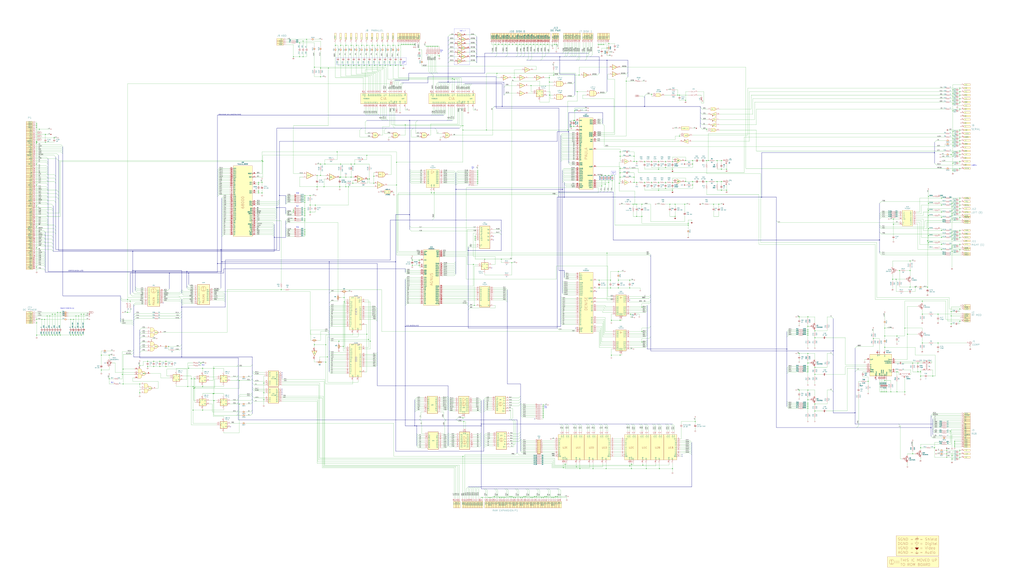
<source format=kicad_sch>
(kicad_sch (version 20211123) (generator eeschema)
  (paper "User" 1489 840.994)
  (title_block (title "Amiga 1000 Schematic 328015-01 Rev. 1.1") (date "2022-06-25") (rev "1") (company "Commodore-Amiga, Inc.") (comment 2 "Replication by Omega9380 June 2022") (comment 3 "Original Design by Michael Bowes 01-09-86"))
  (lib_symbols
    (symbol "Connector:Conn_Coaxial" (pin_names (offset 1.016) hide)
      (property "Reference" "J" (at 0.254 3.048 0))
      (property "Value" "Conn_Coaxial" (at 2.921 0 90))
      (symbol "Conn_Coaxial_1_1"
        (pin passive line (at -5.08 0 0) (length 2.54) (name "In") (number "1"))
        (pin passive line (at 0 -5.08 90) (length 2.54) (name "Ext") (number "2"))
      )
    )
    (symbol "Connector:TestPoint" (pin_numbers hide) (pin_names (offset 0.762) hide)
      (property "Reference" "TP" (at 0 6.858 0))
      (property "Value" "TestPoint" (at 0 5.08 0))
      (symbol "TestPoint_1_1"
        (pin passive line (at 0 0 90) (length 2.54) (name "1") (number "1"))
      )
    )
    (symbol "Device:C_Polarized_Small" (pin_numbers hide) (pin_names (offset 0.254) hide)
      (property "Reference" "C" (at 0.254 1.778 0))
      (property "Value" "C_Polarized_Small" (at 0.254 -2.032 0))
      (symbol "C_Polarized_Small_1_1"
        (pin passive line (at 0 2.54 270) (length 1.8542) (name "~") (number "1"))
        (pin passive line (at 0 -2.54 90) (length 1.8542) (name "~") (number "2"))
      )
    )
    (symbol "Device:C_Small" (pin_numbers hide) (pin_names (offset 0.254) hide)
      (property "Reference" "C" (at 0.254 1.778 0))
      (property "Value" "C_Small" (at 0.254 -2.032 0))
      (symbol "C_Small_1_1"
        (pin passive line (at 0 2.54 270) (length 2.032) (name "~") (number "1"))
        (pin passive line (at 0 -2.54 90) (length 2.032) (name "~") (number "2"))
      )
    )
    (symbol "Device:Crystal_GND24" (pin_names (offset 1.016) hide)
      (property "Reference" "Y" (at 3.175 5.08 0))
      (property "Value" "Crystal_GND24" (at 3.175 3.175 0))
      (symbol "Crystal_GND24_1_1"
        (pin passive line (at -3.81 0 0) (length 1.27) (name "1") (number "1"))
        (pin passive line (at 0 5.08 270) (length 1.27) (name "2") (number "2"))
        (pin passive line (at 3.81 0 180) (length 1.27) (name "3") (number "3"))
        (pin passive line (at 0 -5.08 90) (length 1.27) (name "4") (number "4"))
      )
    )
    (symbol "Device:D" (pin_numbers hide) (pin_names (offset 1.016) hide)
      (property "Reference" "D" (at 0 2.54 0))
      (property "Value" "D" (at 0 -2.54 0))
      (symbol "D_1_1"
        (pin passive line (at -3.81 0 0) (length 2.54) (name "K") (number "1"))
        (pin passive line (at 3.81 0 180) (length 2.54) (name "A") (number "2"))
      )
    )
    (symbol "Device:DelayLine" (pin_names (offset 1.016) hide)
      (property "Reference" "L" (at 2.54 1.27 0))
      (property "Value" "DelayLine" (at 2.54 -1.27 0))
      (symbol "DelayLine_1_1"
        (pin passive line (at 0 7.62 270) (length 2.54) (name "1") (number "1"))
        (pin passive line (at 0 -7.62 90) (length 2.54) (name "2") (number "2"))
        (pin input line (at -5.08 0 0) (length 2.54) (name "COMMUN") (number "3"))
      )
    )
    (symbol "Device:LED" (pin_numbers hide) (pin_names (offset 1.016) hide)
      (property "Reference" "D" (at 0 2.54 0))
      (property "Value" "LED" (at 0 -2.54 0))
      (symbol "LED_1_1"
        (pin passive line (at -3.81 0 0) (length 2.54) (name "K") (number "1"))
        (pin passive line (at 3.81 0 180) (length 2.54) (name "A") (number "2"))
      )
    )
    (symbol "Device:L_Small" (pin_numbers hide) (pin_names (offset 0.254) hide)
      (property "Reference" "L" (at 0.762 1.016 0))
      (property "Value" "L_Small" (at 0.762 -1.016 0))
      (symbol "L_Small_1_1"
        (pin passive line (at 0 2.54 270) (length 0.508) (name "~") (number "1"))
        (pin passive line (at 0 -2.54 90) (length 0.508) (name "~") (number "2"))
      )
    )
    (symbol "Device:R_US" (pin_numbers hide) (pin_names (offset 0))
      (property "Reference" "R" (at 2.54 0 90))
      (property "Value" "R_US" (at -2.54 0 90))
      (symbol "R_US_1_1"
        (pin passive line (at 0 3.81 270) (length 1.27) (name "~") (number "1"))
        (pin passive line (at 0 -3.81 90) (length 1.27) (name "~") (number "2"))
      )
    )
    (symbol "_RS_Commodore_Amiga_1000:2SA733" (pin_names (offset 0) hide)
      (property "Reference" "Q" (at 5.08 1.905 0))
      (property "Value" "2SA733" (at 5.08 0 0))
      (symbol "2SA733_1_1"
        (pin input line (at -5.08 0 0) (length 5.08) (name "B") (number "1"))
        (pin passive line (at 2.54 5.08 270) (length 2.54) (name "C") (number "2"))
        (pin passive line (at 2.54 -5.08 90) (length 2.54) (name "E") (number "3"))
      )
    )
    (symbol "_RS_Commodore_Amiga_1000:2SB825" (pin_names (offset 0) hide)
      (property "Reference" "Q" (at 5.08 1.905 0))
      (property "Value" "2SB825" (at 5.08 0 0))
      (symbol "2SB825_1_1"
        (pin passive line (at 2.54 -5.08 90) (length 2.54) (name "E") (number "1"))
        (pin passive line (at 2.54 5.08 270) (length 2.54) (name "C") (number "2"))
        (pin input line (at -5.08 0 0) (length 5.08) (name "B") (number "3"))
      )
    )
    (symbol "_RS_Commodore_Amiga_1000:2SC945A" (pin_names (offset 0) hide)
      (property "Reference" "Q" (at 6.35 1.905 0))
      (property "Value" "2SC945A" (at 6.35 0 0))
      (symbol "2SC945A_1_1"
        (pin input line (at -5.08 0 0) (length 5.08) (name "B") (number "1"))
        (pin passive line (at 2.54 5.08 270) (length 2.54) (name "C") (number "2"))
        (pin passive line (at 2.54 -5.08 90) (length 2.54) (name "E") (number "3"))
      )
    )
    (symbol "_RS_Commodore_Amiga_1000:7407" (pin_names (offset 1.016))
      (property "Reference" "U" (at 0 5.08 0))
      (property "Value" "7407" (at 0 7.62 0))
      (symbol "7407_1_0"
        (pin input inverted (at -8.89 0 0) (length 5.08) (name "~") (number "1"))
        (pin open_collector inverted (at 8.89 0 180) (length 5.08) (name "~") (number "2"))
      )
      (symbol "7407_2_0"
        (pin input inverted (at -8.89 0 0) (length 5.08) (name "~") (number "3"))
        (pin open_collector inverted (at 8.89 0 180) (length 5.08) (name "~") (number "4"))
      )
      (symbol "7407_3_0"
        (pin input inverted (at -8.89 0 0) (length 5.08) (name "~") (number "5"))
        (pin open_collector inverted (at 8.89 0 180) (length 5.08) (name "~") (number "6"))
      )
      (symbol "7407_4_0"
        (pin open_collector inverted (at 8.89 0 180) (length 5.08) (name "~") (number "8"))
        (pin input inverted (at -8.89 0 0) (length 5.08) (name "~") (number "9"))
      )
      (symbol "7407_5_0"
        (pin open_collector inverted (at 8.89 0 180) (length 5.08) (name "~") (number "10"))
        (pin input inverted (at -8.89 0 0) (length 5.08) (name "~") (number "11"))
      )
      (symbol "7407_6_0"
        (pin open_collector inverted (at 8.89 0 180) (length 5.08) (name "~") (number "12"))
        (pin input inverted (at -8.89 0 0) (length 5.08) (name "~") (number "13"))
      )
      (symbol "7407_7_0"
        (pin power_in line (at -5.08 -2.54 0) (length 5.08) (name "VCC") (number "14"))
        (pin power_in line (at 17.78 -2.54 180) (length 5.08) (name "GND") (number "7"))
      )
    )
    (symbol "_RS_Commodore_Amiga_1000:7438" (pin_names (offset 1.016))
      (property "Reference" "U" (at 0 6.35 0))
      (property "Value" "7438" (at 0 8.89 0))
      (symbol "7438_1_1"
        (pin input line (at -8.89 2.54 0) (length 5.08) (name "~") (number "1"))
        (pin input line (at -8.89 -2.54 0) (length 5.08) (name "~") (number "2"))
        (pin open_collector inverted (at 11.43 0 180) (length 5.08) (name "~") (number "3"))
      )
      (symbol "7438_2_1"
        (pin input line (at -8.89 2.54 0) (length 5.08) (name "~") (number "4"))
        (pin input line (at -8.89 -2.54 0) (length 5.08) (name "~") (number "5"))
        (pin open_collector inverted (at 11.43 0 180) (length 5.08) (name "~") (number "6"))
      )
      (symbol "7438_3_1"
        (pin input line (at -8.89 -2.54 0) (length 5.08) (name "~") (number "10"))
        (pin open_collector inverted (at 11.43 0 180) (length 5.08) (name "~") (number "8"))
        (pin input line (at -8.89 2.54 0) (length 5.08) (name "~") (number "9"))
      )
      (symbol "7438_4_1"
        (pin open_collector inverted (at 11.43 0 180) (length 5.08) (name "~") (number "11"))
        (pin input line (at -8.89 2.54 0) (length 5.08) (name "~") (number "12"))
        (pin input line (at -8.89 -2.54 0) (length 5.08) (name "~") (number "13"))
      )
      (symbol "7438_5_0"
        (pin power_in line (at -5.08 -2.54 0) (length 5.08) (name "VCC") (number "14"))
        (pin power_in line (at 17.78 -2.54 180) (length 5.08) (name "GND") (number "7"))
      )
    )
    (symbol "_RS_Commodore_Amiga_1000:74F138" (pin_names (offset 1.016))
      (property "Reference" "U" (at -7.62 13.97 0))
      (property "Value" "74F138" (at -7.62 16.51 0))
      (symbol "74F138_1_0"
        (pin input line (at -12.7 7.62 0) (length 5.08) (name "A0") (number "1"))
        (pin output inverted (at 12.7 2.54 180) (length 5.08) (name "O5") (number "10"))
        (pin output inverted (at 12.7 0 180) (length 5.08) (name "O4") (number "11"))
        (pin output inverted (at 12.7 -2.54 180) (length 5.08) (name "O3") (number "12"))
        (pin output inverted (at 12.7 -5.08 180) (length 5.08) (name "O2") (number "13"))
        (pin output inverted (at 12.7 -7.62 180) (length 5.08) (name "O1") (number "14"))
        (pin output inverted (at 12.7 -10.16 180) (length 5.08) (name "O0") (number "15"))
        (pin input line (at -12.7 5.08 0) (length 5.08) (name "A1") (number "2"))
        (pin input line (at -12.7 2.54 0) (length 5.08) (name "A2") (number "3"))
        (pin input inverted (at -12.7 -10.16 0) (length 5.08) (name "E1") (number "4"))
        (pin input inverted (at -12.7 -7.62 0) (length 5.08) (name "E2") (number "5"))
        (pin input line (at -12.7 -5.08 0) (length 5.08) (name "E3") (number "6"))
        (pin output inverted (at 12.7 7.62 180) (length 5.08) (name "O7") (number "7"))
        (pin output inverted (at 12.7 5.08 180) (length 5.08) (name "O6") (number "9"))
      )
    )
    (symbol "_RS_Commodore_Amiga_1000:74F257_U2I_J" (pin_names (offset 1.016))
      (property "Reference" "U" (at 7.62 1.27 0))
      (property "Value" "74F257_U2I_J" (at 7.62 3.81 0))
      (symbol "74F257_U2I_J_0_0"
        (text "1" (at 7.62 -11.43 0) (effects (font (size 3.81 3.81))))
      )
      (symbol "74F257_U2I_J_1_0"
        (pin input line (at 20.32 -21.59 180) (length 5.08) (name "B/A") (number "1"))
        (pin input line (at -5.08 -2.54 0) (length 5.08) (name "I1d") (number "10"))
        (pin input line (at -5.08 -12.7 0) (length 5.08) (name "I0d") (number "11"))
        (pin tri_state line (at 20.32 -6.35 180) (length 5.08) (name "Zc") (number "12"))
        (pin input line (at -5.08 -5.08 0) (length 5.08) (name "I1c") (number "13"))
        (pin input line (at -5.08 -15.24 0) (length 5.08) (name "I0c") (number "14"))
        (pin input inverted (at 20.32 -17.78 180) (length 5.08) (name "OE") (number "15"))
        (pin input line (at -5.08 -17.78 0) (length 5.08) (name "I0a") (number "2"))
        (pin input line (at -5.08 -7.62 0) (length 5.08) (name "I1a") (number "3"))
        (pin tri_state line (at 20.32 -10.16 180) (length 5.08) (name "Za") (number "4"))
        (pin input line (at -5.08 -20.32 0) (length 5.08) (name "I0b") (number "5"))
        (pin input line (at -5.08 -10.16 0) (length 5.08) (name "I1b") (number "6"))
        (pin tri_state line (at 20.32 -13.97 180) (length 5.08) (name "Zb") (number "7"))
        (pin tri_state line (at 20.32 -2.54 180) (length 5.08) (name "Zd") (number "9"))
      )
    )
    (symbol "_RS_Commodore_Amiga_1000:74F374"
      (property "Reference" "U" (at 0 17.78 0))
      (property "Value" "74F374" (at 0 20.32 0))
      (symbol "74F374_1_0"
        (pin input inverted (at 12.7 -12.7 180) (length 5.08) (name "OE") (number "1"))
        (pin no_connect line (at 0 24.13 180) (length 5.08) hide (name "GND") (number "10"))
        (pin input clock (at -12.7 -12.7 0) (length 5.08) (name "Cp") (number "11"))
        (pin tri_state line (at 12.7 12.7 180) (length 5.08) (name "Q7") (number "12"))
        (pin input line (at -12.7 12.7 0) (length 5.08) (name "D7") (number "13"))
        (pin input line (at -12.7 10.16 0) (length 5.08) (name "D6") (number "14"))
        (pin tri_state line (at 12.7 10.16 180) (length 5.08) (name "Q6") (number "15"))
        (pin tri_state line (at 12.7 7.62 180) (length 5.08) (name "Q5") (number "16"))
        (pin input line (at -12.7 7.62 0) (length 5.08) (name "D5") (number "17"))
        (pin input line (at -12.7 5.08 0) (length 5.08) (name "D4") (number "18"))
        (pin tri_state line (at 12.7 5.08 180) (length 5.08) (name "Q4") (number "19"))
        (pin tri_state line (at 12.7 2.54 180) (length 5.08) (name "Q3") (number "2"))
        (pin no_connect line (at 0 26.67 180) (length 5.08) hide (name "VCC") (number "20"))
        (pin input line (at -12.7 2.54 0) (length 5.08) (name "D3") (number "3"))
        (pin input line (at -12.7 0 0) (length 5.08) (name "D2") (number "4"))
        (pin tri_state line (at 12.7 0 180) (length 5.08) (name "Q2") (number "5"))
        (pin tri_state line (at 12.7 -2.54 180) (length 5.08) (name "Q1") (number "6"))
        (pin input line (at -12.7 -2.54 0) (length 5.08) (name "D1") (number "7"))
        (pin input line (at -12.7 -5.08 0) (length 5.08) (name "D0") (number "8"))
        (pin tri_state line (at 12.7 -5.08 180) (length 5.08) (name "Q0") (number "9"))
      )
    )
    (symbol "_RS_Commodore_Amiga_1000:74F399" (pin_names (offset 1.016))
      (property "Reference" "U" (at 0 16.51 0))
      (property "Value" "74F399" (at 0 19.05 0))
      (symbol "74F399_1_0"
        (pin input line (at -12.7 -15.24 0) (length 5.08) (name "S") (number "1"))
        (pin output line (at 12.7 0 180) (length 5.08) (name "Qc") (number "10"))
        (pin input line (at -12.7 2.54 0) (length 5.08) (name "I0c") (number "11"))
        (pin input line (at -12.7 0 0) (length 5.08) (name "I1c") (number "12"))
        (pin input line (at -12.7 -5.08 0) (length 5.08) (name "I1d") (number "13"))
        (pin input line (at -12.7 -2.54 0) (length 5.08) (name "I0d") (number "14"))
        (pin output line (at 12.7 -5.08 180) (length 5.08) (name "Qd") (number "15"))
        (pin no_connect line (at 0.635 24.765 180) (length 5.08) hide (name "VCC") (number "16"))
        (pin output line (at 12.7 10.16 180) (length 5.08) (name "Qa") (number "2"))
        (pin input line (at -12.7 12.7 0) (length 5.08) (name "I0a") (number "3"))
        (pin input line (at -12.7 10.16 0) (length 5.08) (name "I1a") (number "4"))
        (pin input line (at -12.7 5.08 0) (length 5.08) (name "I1b") (number "5"))
        (pin input line (at -12.7 7.62 0) (length 5.08) (name "I0b") (number "6"))
        (pin output line (at 12.7 5.08 180) (length 5.08) (name "Qb") (number "7"))
        (pin no_connect line (at 0.635 22.225 180) (length 5.08) hide (name "GND") (number "8"))
        (pin input clock (at -12.7 -12.7 0) (length 5.08) (name "CP") (number "9"))
      )
    )
    (symbol "_RS_Commodore_Amiga_1000:74F74" (pin_names (offset 1.016))
      (property "Reference" "U" (at -7.62 8.89 0))
      (property "Value" "74F74" (at -7.62 -8.89 0))
      (symbol "74F74_1_0"
        (pin input inverted (at 0 -10.16 90) (length 5.08) (name "~{R}") (number "1"))
        (pin input line (at -10.16 2.54 0) (length 5.08) (name "D") (number "2"))
        (pin input clock (at -10.16 0 0) (length 5.08) (name "C") (number "3"))
        (pin input inverted (at 0 10.16 270) (length 5.08) (name "~{S}") (number "4"))
        (pin output line (at 10.16 2.54 180) (length 5.08) (name "Q") (number "5"))
        (pin output inverted (at 10.16 -2.54 180) (length 5.08) (name "~{Q}") (number "6"))
      )
      (symbol "74F74_2_0"
        (pin input inverted (at 0 10.16 270) (length 5.08) (name "~{S}") (number "10"))
        (pin input clock (at -10.16 0 0) (length 5.08) (name "C") (number "11"))
        (pin input line (at -10.16 2.54 0) (length 5.08) (name "D") (number "12"))
        (pin input inverted (at 0 -10.16 90) (length 5.08) (name "~{R}") (number "13"))
        (pin output inverted (at 10.16 -2.54 180) (length 5.08) (name "~{Q}") (number "8"))
        (pin output line (at 10.16 2.54 180) (length 5.08) (name "Q") (number "9"))
      )
      (symbol "74F74_3_0"
        (pin power_in line (at 0 12.7 270) (length 5.08) (name "VCC") (number "14"))
        (pin power_in line (at 0 -12.7 90) (length 5.08) (name "GND") (number "7"))
      )
    )
    (symbol "_RS_Commodore_Amiga_1000:74HC244"
      (property "Reference" "U" (at 0 16.51 0))
      (property "Value" "74HC244" (at 0 19.05 0))
      (symbol "74HC244_1_0"
        (pin input inverted (at -1.27 -20.32 90) (length 5.08) (name "1OE") (number "1"))
        (pin power_in line (at -12.7 -12.7 0) (length 5.08) (name "GND") (number "10"))
        (pin input line (at -12.7 -2.54 0) (length 5.08) (name "2A3") (number "11"))
        (pin tri_state line (at 12.7 12.7 180) (length 5.08) (name "1Y3") (number "12"))
        (pin input line (at -12.7 -5.08 0) (length 5.08) (name "2A2") (number "13"))
        (pin tri_state line (at 12.7 7.62 180) (length 5.08) (name "1Y2") (number "14"))
        (pin input line (at -12.7 -7.62 0) (length 5.08) (name "2A1") (number "15"))
        (pin tri_state line (at 12.7 5.08 180) (length 5.08) (name "1Y1") (number "16"))
        (pin input line (at -12.7 -10.16 0) (length 5.08) (name "2A0") (number "17"))
        (pin tri_state line (at 12.7 10.16 180) (length 5.08) (name "1Y0") (number "18"))
        (pin input inverted (at 1.27 -20.32 90) (length 5.08) (name "2OE") (number "19"))
        (pin input line (at -12.7 10.16 0) (length 5.08) (name "1A0") (number "2"))
        (pin power_in line (at 12.7 -12.7 180) (length 5.08) (name "VCC") (number "20"))
        (pin tri_state line (at 12.7 -10.16 180) (length 5.08) (name "2Y0") (number "3"))
        (pin input line (at -12.7 5.08 0) (length 5.08) (name "1A1") (number "4"))
        (pin tri_state line (at 12.7 -7.62 180) (length 5.08) (name "2Y1") (number "5"))
        (pin input line (at -12.7 7.62 0) (length 5.08) (name "1A2") (number "6"))
        (pin tri_state line (at 12.7 -5.08 180) (length 5.08) (name "2Y2") (number "7"))
        (pin input line (at -12.7 12.7 0) (length 5.08) (name "1A3") (number "8"))
        (pin tri_state line (at 12.7 -2.54 180) (length 5.08) (name "2Y3") (number "9"))
      )
    )
    (symbol "_RS_Commodore_Amiga_1000:74LS04"
      (property "Reference" "U" (at 0 5.08 0))
      (property "Value" "74LS04" (at 0 7.62 0))
      (symbol "74LS04_1_0"
        (pin input inverted (at -8.89 0 0) (length 5.08) (name "~") (number "1"))
        (pin output line (at 8.89 0 180) (length 5.08) (name "~") (number "2"))
      )
      (symbol "74LS04_2_0"
        (pin input inverted (at -8.89 0 0) (length 5.08) (name "~") (number "3"))
        (pin output line (at 8.89 0 180) (length 5.08) (name "~") (number "4"))
      )
      (symbol "74LS04_3_0"
        (pin input inverted (at -8.89 0 0) (length 5.08) (name "~") (number "5"))
        (pin output line (at 8.89 0 180) (length 5.08) (name "~") (number "6"))
      )
      (symbol "74LS04_4_0"
        (pin output line (at 8.89 0 180) (length 5.08) (name "~") (number "8"))
        (pin input inverted (at -8.89 0 0) (length 5.08) (name "~") (number "9"))
      )
      (symbol "74LS04_5_0"
        (pin output line (at 8.89 0 180) (length 5.08) (name "~") (number "10"))
        (pin input inverted (at -8.89 0 0) (length 5.08) (name "~") (number "11"))
      )
      (symbol "74LS04_6_0"
        (pin output line (at 8.89 0 180) (length 5.08) (name "~") (number "12"))
        (pin input inverted (at -8.89 0 0) (length 5.08) (name "~") (number "13"))
      )
      (symbol "74LS04_7_0"
        (pin power_in line (at -5.08 -3.81 0) (length 5.08) (name "VCC") (number "14"))
        (pin power_in line (at 17.78 -3.81 180) (length 5.08) (name "GND") (number "7"))
      )
    )
    (symbol "_RS_Commodore_Amiga_1000:74LS157" (pin_names (offset 1.016))
      (property "Reference" "U" (at 7.62 2.54 0))
      (property "Value" "74LS157" (at 7.62 5.08 0))
      (symbol "74LS157_1_0"
        (pin input line (at -5.08 -17.78 0) (length 5.08) (name "S") (number "1"))
        (pin input line (at 20.32 -12.7 180) (length 5.08) (name "B3") (number "10"))
        (pin input line (at 20.32 -17.78 180) (length 5.08) (name "A3") (number "11"))
        (pin output line (at -5.08 -5.08 0) (length 5.08) (name "Y4") (number "12"))
        (pin input line (at 20.32 -5.08 180) (length 5.08) (name "B4") (number "13"))
        (pin input line (at 20.32 -10.16 180) (length 5.08) (name "A4") (number "14"))
        (pin input inverted (at -5.08 -20.32 0) (length 5.08) (name "E") (number "15"))
        (pin power_in line (at -5.08 -12.7 0) (length 5.08) (name "VCC") (number "16"))
        (pin input line (at 20.32 -7.62 180) (length 5.08) (name "A1") (number "2"))
        (pin input line (at 20.32 -2.54 180) (length 5.08) (name "B1") (number "3"))
        (pin output line (at -5.08 -2.54 0) (length 5.08) (name "Y1") (number "4"))
        (pin input line (at 20.32 -20.32 180) (length 5.08) (name "A2") (number "5"))
        (pin input line (at 20.32 -15.24 180) (length 5.08) (name "B2") (number "6"))
        (pin output line (at -5.08 -10.16 0) (length 5.08) (name "Y2") (number "7"))
        (pin power_in line (at -5.08 -15.24 0) (length 5.08) hide (name "GND") (number "8"))
        (pin output line (at -5.08 -7.62 0) (length 5.08) (name "Y3") (number "9"))
      )
    )
    (symbol "_RS_Commodore_Amiga_1000:74LS244_U3G" (pin_names (offset 1.016))
      (property "Reference" "U" (at 7.62 2.54 0))
      (property "Value" "74LS244_U3G" (at 7.62 5.08 0))
      (symbol "74LS244_U3G_0_0"
        (text "1" (at 7.62 -11.43 0) (effects (font (size 3.81 3.81))))
      )
      (symbol "74LS244_U3G_1_0"
        (pin input inverted (at 6.35 -30.48 90) (length 5.08) (name "1~{G}") (number "1"))
        (pin input line (at -5.08 -3.81 0) (length 5.08) (name "2A1") (number "11"))
        (pin tri_state line (at 20.32 -19.05 180) (length 5.08) (name "1Y4") (number "12"))
        (pin input line (at -5.08 -11.43 0) (length 5.08) (name "2A2") (number "13"))
        (pin tri_state line (at 20.32 -16.51 180) (length 5.08) (name "1Y3") (number "14"))
        (pin input line (at -5.08 -13.97 0) (length 5.08) (name "2A3") (number "15"))
        (pin tri_state line (at 20.32 -8.89 180) (length 5.08) (name "1Y2") (number "16"))
        (pin input line (at -5.08 -21.59 0) (length 5.08) (name "2A4") (number "17"))
        (pin tri_state line (at 20.32 -6.35 180) (length 5.08) (name "1Y1") (number "18"))
        (pin input inverted (at 8.89 -30.48 90) (length 5.08) (name "2~{G}") (number "19"))
        (pin input line (at -5.08 -19.05 0) (length 5.08) (name "1A1") (number "2"))
        (pin tri_state line (at 20.32 -21.59 180) (length 5.08) (name "2Y4") (number "3"))
        (pin input line (at -5.08 -16.51 0) (length 5.08) (name "1A2") (number "4"))
        (pin tri_state line (at 20.32 -13.97 180) (length 5.08) (name "2Y3") (number "5"))
        (pin input line (at -5.08 -8.89 0) (length 5.08) (name "1A3") (number "6"))
        (pin tri_state line (at 20.32 -11.43 180) (length 5.08) (name "2Y2") (number "7"))
        (pin input line (at -5.08 -6.35 0) (length 5.08) (name "1A4") (number "8"))
        (pin tri_state line (at 20.32 -3.81 180) (length 5.08) (name "2Y1") (number "9"))
      )
    )
    (symbol "_RS_Commodore_Amiga_1000:74LS244_U3I" (pin_names (offset 1.016))
      (property "Reference" "U" (at 7.62 5.08 0))
      (property "Value" "74LS244_U3I" (at 7.62 7.62 0))
      (symbol "74LS244_U3I_0_0"
        (text "1" (at 7.62 -15.24 0) (effects (font (size 3.81 3.81))))
      )
      (symbol "74LS244_U3I_1_0"
        (pin input inverted (at 6.35 5.08 270) (length 5.08) (name "1~{G}") (number "1"))
        (pin input line (at -5.08 -21.59 0) (length 5.08) (name "2A1") (number "11"))
        (pin tri_state line (at 20.32 -6.35 180) (length 5.08) (name "1Y4") (number "12"))
        (pin input line (at -5.08 -13.97 0) (length 5.08) (name "2A2") (number "13"))
        (pin tri_state line (at 20.32 -8.89 180) (length 5.08) (name "1Y3") (number "14"))
        (pin input line (at -5.08 -11.43 0) (length 5.08) (name "2A3") (number "15"))
        (pin tri_state line (at 20.32 -16.51 180) (length 5.08) (name "1Y2") (number "16"))
        (pin input line (at -5.08 -3.81 0) (length 5.08) (name "2A4") (number "17"))
        (pin tri_state line (at 20.32 -19.05 180) (length 5.08) (name "1Y1") (number "18"))
        (pin input inverted (at 8.89 5.08 270) (length 5.08) (name "2~{G}") (number "19"))
        (pin input line (at -5.08 -6.35 0) (length 5.08) (name "1A1") (number "2"))
        (pin tri_state line (at 20.32 -21.59 180) (length 5.08) (name "2Y4") (number "3"))
        (pin input line (at -5.08 -8.89 0) (length 5.08) (name "1A2") (number "4"))
        (pin tri_state line (at 20.32 -13.97 180) (length 5.08) (name "2Y3") (number "5"))
        (pin input line (at -5.08 -16.51 0) (length 5.08) (name "1A3") (number "6"))
        (pin tri_state line (at 20.32 -11.43 180) (length 5.08) (name "2Y2") (number "7"))
        (pin input line (at -5.08 -19.05 0) (length 5.08) (name "1A4") (number "8"))
        (pin tri_state line (at 20.32 -3.81 180) (length 5.08) (name "2Y1") (number "9"))
      )
    )
    (symbol "_RS_Commodore_Amiga_1000:74LS244_U4J_MAINBOARD" (pin_names (offset 1.016))
      (property "Reference" "U" (at 8.89 2.54 0))
      (property "Value" "74LS244_U4J_MAINBOARD" (at 8.89 5.08 0))
      (symbol "74LS244_U4J_MAINBOARD_1_0"
        (pin input inverted (at 7.62 -31.75 90) (length 5.08) (name "OEa") (number "1"))
        (pin no_connect line (at 24.13 -25.4 180) (length 5.08) hide (name "GND") (number "10"))
        (pin input line (at -5.08 -17.78 0) (length 5.08) (name "I0b") (number "11"))
        (pin tri_state line (at 24.13 -20.32 180) (length 5.08) (name "O3a") (number "12"))
        (pin input line (at -5.08 -12.7 0) (length 5.08) (name "I1b") (number "13"))
        (pin tri_state line (at 24.13 -15.24 180) (length 5.08) (name "O2a") (number "14"))
        (pin input line (at -5.08 -7.62 0) (length 5.08) (name "I2b") (number "15"))
        (pin tri_state line (at 24.13 -10.16 180) (length 5.08) (name "O1a") (number "16"))
        (pin input line (at -5.08 -2.54 0) (length 5.08) (name "I3b") (number "17"))
        (pin tri_state line (at 24.13 -5.08 180) (length 5.08) (name "O0a") (number "18"))
        (pin input inverted (at 11.43 -31.75 90) (length 5.08) (name "OEb") (number "19"))
        (pin input line (at -5.08 -5.08 0) (length 5.08) (name "I0a") (number "2"))
        (pin no_connect line (at 24.13 -22.86 180) (length 5.08) hide (name "VCC") (number "20"))
        (pin tri_state line (at 24.13 -2.54 180) (length 5.08) (name "O3b") (number "3"))
        (pin input line (at -5.08 -10.16 0) (length 5.08) (name "I1a") (number "4"))
        (pin tri_state line (at 24.13 -7.62 180) (length 5.08) (name "O2b") (number "5"))
        (pin input line (at -5.08 -15.24 0) (length 5.08) (name "I2a") (number "6"))
        (pin tri_state line (at 24.13 -12.7 180) (length 5.08) (name "O1b") (number "7"))
        (pin input line (at -5.08 -20.32 0) (length 5.08) (name "I3a") (number "8"))
        (pin tri_state line (at 24.13 -17.78 180) (length 5.08) (name "O0b") (number "9"))
      )
    )
    (symbol "_RS_Commodore_Amiga_1000:74LS32" (pin_names (offset 1.016))
      (property "Reference" "U" (at 0 1.27 0))
      (property "Value" "74LS32" (at 0 -1.27 0))
      (symbol "74LS32_1_1"
        (pin input line (at -7.62 2.54 0) (length 4.318) (name "~") (number "1"))
        (pin input line (at -7.62 -2.54 0) (length 4.318) (name "~") (number "2"))
        (pin output line (at 7.62 0 180) (length 3.81) (name "~") (number "3"))
      )
      (symbol "74LS32_1_2"
        (pin input inverted (at -7.62 2.54 0) (length 3.81) (name "~") (number "1"))
        (pin input inverted (at -7.62 -2.54 0) (length 3.81) (name "~") (number "2"))
        (pin output inverted (at 7.62 0 180) (length 3.81) (name "~") (number "3"))
      )
      (symbol "74LS32_2_1"
        (pin input line (at -7.62 2.54 0) (length 4.318) (name "~") (number "4"))
        (pin input line (at -7.62 -2.54 0) (length 4.318) (name "~") (number "5"))
        (pin output line (at 7.62 0 180) (length 3.81) (name "~") (number "6"))
      )
      (symbol "74LS32_2_2"
        (pin input inverted (at -7.62 2.54 0) (length 3.81) (name "~") (number "4"))
        (pin input inverted (at -7.62 -2.54 0) (length 3.81) (name "~") (number "5"))
        (pin output inverted (at 7.62 0 180) (length 3.81) (name "~") (number "6"))
      )
      (symbol "74LS32_3_1"
        (pin input line (at -7.62 -2.54 0) (length 4.318) (name "~") (number "10"))
        (pin output line (at 7.62 0 180) (length 3.81) (name "~") (number "8"))
        (pin input line (at -7.62 2.54 0) (length 4.318) (name "~") (number "9"))
      )
      (symbol "74LS32_3_2"
        (pin input inverted (at -7.62 -2.54 0) (length 3.81) (name "~") (number "10"))
        (pin output inverted (at 7.62 0 180) (length 3.81) (name "~") (number "8"))
        (pin input inverted (at -7.62 2.54 0) (length 3.81) (name "~") (number "9"))
      )
      (symbol "74LS32_4_1"
        (pin output line (at 7.62 0 180) (length 3.81) (name "~") (number "11"))
        (pin input line (at -7.62 2.54 0) (length 4.318) (name "~") (number "12"))
        (pin input line (at -7.62 -2.54 0) (length 4.318) (name "~") (number "13"))
      )
      (symbol "74LS32_4_2"
        (pin output inverted (at 7.62 0 180) (length 3.81) (name "~") (number "11"))
        (pin input inverted (at -7.62 2.54 0) (length 3.81) (name "~") (number "12"))
        (pin input inverted (at -7.62 -2.54 0) (length 3.81) (name "~") (number "13"))
      )
      (symbol "74LS32_5_0"
        (pin power_in line (at 0 12.7 270) (length 5.08) (name "VCC") (number "14"))
        (pin power_in line (at 0 -12.7 90) (length 5.08) (name "GND") (number "7"))
      )
    )
    (symbol "_RS_Commodore_Amiga_1000:74LS373_U3H"
      (property "Reference" "U" (at 7.62 2.54 0))
      (property "Value" "74LS373_U3H" (at 7.62 5.08 0))
      (symbol "74LS373_U3H_1_0"
        (pin input inverted (at 20.32 -22.86 180) (length 5.08) (name "~{E}") (number "1"))
        (pin input line (at -5.08 -22.86 0) (length 5.08) (name "L") (number "11"))
        (pin tri_state line (at 20.32 -5.08 180) (length 5.08) (name "5Q") (number "12"))
        (pin input line (at -5.08 -5.08 0) (length 5.08) (name "5D") (number "13"))
        (pin input line (at -5.08 -7.62 0) (length 5.08) (name "6D") (number "14"))
        (pin tri_state line (at 20.32 -7.62 180) (length 5.08) (name "6Q") (number "15"))
        (pin tri_state line (at 20.32 -15.24 180) (length 5.08) (name "7Q") (number "16"))
        (pin input line (at -5.08 -15.24 0) (length 5.08) (name "7D") (number "17"))
        (pin input line (at -5.08 -17.78 0) (length 5.08) (name "8D") (number "18"))
        (pin tri_state line (at 20.32 -17.78 180) (length 5.08) (name "8Q") (number "19"))
        (pin tri_state line (at 20.32 -20.32 180) (length 5.08) (name "1Q") (number "2"))
        (pin input line (at -5.08 -20.32 0) (length 5.08) (name "1D") (number "3"))
        (pin input line (at -5.08 -12.7 0) (length 5.08) (name "2D") (number "4"))
        (pin tri_state line (at 20.32 -12.7 180) (length 5.08) (name "2Q") (number "5"))
        (pin tri_state line (at 20.32 -10.16 180) (length 5.08) (name "3Q") (number "6"))
        (pin input line (at -5.08 -10.16 0) (length 5.08) (name "3D") (number "7"))
        (pin input line (at -5.08 -2.54 0) (length 5.08) (name "4D") (number "8"))
        (pin tri_state line (at 20.32 -2.54 180) (length 5.08) (name "4Q") (number "9"))
      )
    )
    (symbol "_RS_Commodore_Amiga_1000:74LS373_U3J"
      (property "Reference" "U" (at 7.62 2.54 0))
      (property "Value" "74LS373_U3J" (at 7.62 5.08 0))
      (symbol "74LS373_U3J_1_0"
        (pin input inverted (at 20.32 -2.54 180) (length 5.08) (name "~{E}") (number "1"))
        (pin input line (at -5.08 -2.54 0) (length 5.08) (name "L") (number "11"))
        (pin tri_state line (at 20.32 -20.32 180) (length 5.08) (name "5Q") (number "12"))
        (pin input line (at -5.08 -20.32 0) (length 5.08) (name "5D") (number "13"))
        (pin input line (at -5.08 -17.78 0) (length 5.08) (name "6D") (number "14"))
        (pin tri_state line (at 20.32 -17.78 180) (length 5.08) (name "6Q") (number "15"))
        (pin tri_state line (at 20.32 -10.16 180) (length 5.08) (name "7Q") (number "16"))
        (pin input line (at -5.08 -10.16 0) (length 5.08) (name "7D") (number "17"))
        (pin input line (at -5.08 -7.62 0) (length 5.08) (name "8D") (number "18"))
        (pin tri_state line (at 20.32 -7.62 180) (length 5.08) (name "8Q") (number "19"))
        (pin tri_state line (at 20.32 -5.08 180) (length 5.08) (name "1Q") (number "2"))
        (pin input line (at -5.08 -5.08 0) (length 5.08) (name "1D") (number "3"))
        (pin input line (at -5.08 -12.7 0) (length 5.08) (name "2D") (number "4"))
        (pin tri_state line (at 20.32 -12.7 180) (length 5.08) (name "2Q") (number "5"))
        (pin tri_state line (at 20.32 -15.24 180) (length 5.08) (name "3Q") (number "6"))
        (pin input line (at -5.08 -15.24 0) (length 5.08) (name "3D") (number "7"))
        (pin input line (at -5.08 -22.86 0) (length 5.08) (name "4D") (number "8"))
        (pin tri_state line (at 20.32 -22.86 180) (length 5.08) (name "4Q") (number "9"))
      )
    )
    (symbol "_RS_Commodore_Amiga_1000:74S51" (pin_names (offset 1.016))
      (property "Reference" "U" (at 0 12.7 0))
      (property "Value" "74S51" (at 0 15.24 0))
      (symbol "74S51_1_0"
        (pin input line (at -10.16 1.27 0) (length 5.08) (name "~") (number "1"))
        (pin input line (at -10.16 -6.35 0) (length 5.08) (name "~") (number "10"))
        (pin input line (at -10.16 -3.81 0) (length 5.08) hide (name "~") (number "11"))
        (pin input line (at -10.16 3.81 0) (length 5.08) hide (name "~") (number "12"))
        (pin input line (at -10.16 6.35 0) (length 5.08) (name "~") (number "13"))
        (pin power_in line (at -2.54 10.16 270) (length 2.54) (name "") (number "14"))
        (pin output line (at 12.7 0 180) (length 5.08) (name "~") (number "8"))
        (pin input line (at -10.16 -1.27 0) (length 5.08) (name "~") (number "9"))
      )
      (symbol "74S51_2_0"
        (pin input line (at -10.16 6.35 0) (length 5.08) (name "~") (number "2"))
        (pin input line (at -10.16 1.27 0) (length 5.08) (name "~") (number "3"))
        (pin input line (at -10.16 -1.27 0) (length 5.08) (name "~") (number "4"))
        (pin input line (at -10.16 -6.35 0) (length 5.08) (name "~") (number "5"))
        (pin output line (at 12.7 0 180) (length 5.08) (name "~") (number "6"))
      )
      (symbol "74S51_3_0"
        (pin power_in line (at -11.43 0 0) (length 5.08) (name "VCC") (number "14"))
        (pin power_in line (at 11.43 0 180) (length 5.08) (name "GND") (number "7"))
      )
    )
    (symbol "_RS_Commodore_Amiga_1000:AGND" (power) (pin_names (offset 0))
      (property "Value" "AGND" (at 0 -3.81 0))
      (symbol "AGND_1_1"
        (pin power_in line (at 0 0 270) (length 0) hide (name "GND") (number "1"))
      )
    )
    (symbol "_RS_Commodore_Amiga_1000:Amiga_1000_RAM_Bank_1"
      (symbol "Amiga_1000_RAM_Bank_1_0_0"
        (text "U1D" (at 67.31 -19.05 0) (effects (font (size 2.54 2.54))))
        (text "U1E" (at 29.21 -19.05 0) (effects (font (size 2.54 2.54))))
        (text "U2D" (at 48.26 -19.05 0) (effects (font (size 2.54 2.54))))
        (text "U2E" (at 10.16 -19.05 0) (effects (font (size 2.54 2.54))))
      )
      (symbol "Amiga_1000_RAM_Bank_1_1_1"
        (pin input inverted (at 12.7 -41.91 90) (length 5.08) (name "~{OE}") (number "1"))
        (pin input inverted (at 31.75 -41.91 90) (length 5.08) (name "~{OE}") (number "1"))
        (pin input inverted (at 50.8 -41.91 90) (length 5.08) (name "~{OE}") (number "1"))
        (pin input inverted (at 69.85 -41.91 90) (length 5.08) (name "~{OE}") (number "1"))
        (pin input line (at -5.08 -8.89 0) (length 5.08) (name "A7") (number "10"))
        (pin input line (at 81.28 -8.89 180) (length 5.08) (name "A7") (number "10"))
        (pin input line (at -5.08 -11.43 0) (length 5.08) (name "A6") (number "11"))
        (pin input line (at 81.28 -11.43 180) (length 5.08) (name "A6") (number "11"))
        (pin input line (at -5.08 -13.97 0) (length 5.08) (name "A5") (number "12"))
        (pin input line (at 81.28 -13.97 180) (length 5.08) (name "A5") (number "12"))
        (pin input line (at -5.08 -16.51 0) (length 5.08) (name "A4") (number "13"))
        (pin input line (at 81.28 -16.51 180) (length 5.08) (name "A4") (number "13"))
        (pin input line (at -5.08 -19.05 0) (length 5.08) (name "A3") (number "14"))
        (pin input line (at 81.28 -19.05 180) (length 5.08) (name "A3") (number "14"))
        (pin bidirectional line (at 7.62 5.08 270) (length 5.08) (name "I/O_{3}") (number "15"))
        (pin bidirectional line (at 26.67 5.08 270) (length 5.08) (name "I/O_{3}") (number "15"))
        (pin bidirectional line (at 45.72 5.08 270) (length 5.08) (name "I/O_{3}") (number "15"))
        (pin bidirectional line (at 64.77 5.08 270) (length 5.08) (name "I/O_{3}") (number "15"))
        (pin input inverted (at 7.62 -41.91 90) (length 5.08) (name "~{CAS}") (number "16"))
        (pin input inverted (at 26.67 -41.91 90) (length 5.08) (name "~{CAS}") (number "16"))
        (pin input inverted (at 45.72 -41.91 90) (length 5.08) (name "~{CAS}") (number "16"))
        (pin input inverted (at 64.77 -41.91 90) (length 5.08) (name "~{CAS}") (number "16"))
        (pin bidirectional line (at 5.08 5.08 270) (length 5.08) (name "I/O_{4}") (number "17"))
        (pin bidirectional line (at 24.13 5.08 270) (length 5.08) (name "I/O_{4}") (number "17"))
        (pin bidirectional line (at 43.18 5.08 270) (length 5.08) (name "I/O_{4}") (number "17"))
        (pin bidirectional line (at 62.23 5.08 270) (length 5.08) (name "I/O_{4}") (number "17"))
        (pin power_in line (at 10.16 -41.91 90) (length 5.08) (name "GND") (number "18"))
        (pin bidirectional line (at 12.7 5.08 270) (length 5.08) (name "I/O_{2}") (number "2"))
        (pin bidirectional line (at 31.75 5.08 270) (length 5.08) (name "I/O_{2}") (number "2"))
        (pin bidirectional line (at 50.8 5.08 270) (length 5.08) (name "I/O_{2}") (number "2"))
        (pin bidirectional line (at 69.85 5.08 270) (length 5.08) (name "I/O_{2}") (number "2"))
        (pin bidirectional line (at 15.24 5.08 270) (length 5.08) (name "I/O_{1}") (number "3"))
        (pin bidirectional line (at 34.29 5.08 270) (length 5.08) (name "I/O_{1}") (number "3"))
        (pin bidirectional line (at 53.34 5.08 270) (length 5.08) (name "I/O_{1}") (number "3"))
        (pin bidirectional line (at 72.39 5.08 270) (length 5.08) (name "I/O_{1}") (number "3"))
        (pin input inverted (at -5.08 -29.21 0) (length 5.08) (name "~{WE}") (number "4"))
        (pin input inverted (at 81.28 -29.21 180) (length 5.08) (name "~{WE}") (number "4"))
        (pin input inverted (at -5.08 -31.75 0) (length 5.08) (name "~{RAS}") (number "5"))
        (pin input inverted (at 81.28 -31.75 180) (length 5.08) (name "~{RAS}") (number "5"))
        (pin input line (at -5.08 -21.59 0) (length 5.08) (name "A2") (number "6"))
        (pin input line (at 81.28 -21.59 180) (length 5.08) (name "A2") (number "6"))
        (pin input line (at -5.08 -24.13 0) (length 5.08) (name "A1") (number "7"))
        (pin input line (at 81.28 -24.13 180) (length 5.08) (name "A1") (number "7"))
        (pin input line (at -5.08 -26.67 0) (length 5.08) (name "A0") (number "8"))
        (pin input line (at 81.28 -26.67 180) (length 5.08) (name "A0") (number "8"))
        (pin power_in line (at -5.08 -6.35 0) (length 5.08) (name "VCC") (number "9"))
        (pin power_in line (at 81.28 -6.35 180) (length 5.08) (name "VCC") (number "9"))
      )
    )
    (symbol "_RS_Commodore_Amiga_1000:Amiga_1000_RAM_Bank_2"
      (symbol "Amiga_1000_RAM_Bank_2_0_0"
        (text "U1B" (at 67.31 -19.05 0) (effects (font (size 2.54 2.54))))
        (text "U1C" (at 29.21 -19.05 0) (effects (font (size 2.54 2.54))))
        (text "U2B" (at 48.26 -19.05 0) (effects (font (size 2.54 2.54))))
        (text "U2C" (at 10.16 -19.05 0) (effects (font (size 2.54 2.54))))
      )
      (symbol "Amiga_1000_RAM_Bank_2_1_1"
        (pin input inverted (at 12.7 -41.91 90) (length 5.08) (name "~{OE}") (number "1"))
        (pin input inverted (at 31.75 -41.91 90) (length 5.08) (name "~{OE}") (number "1"))
        (pin input inverted (at 50.8 -41.91 90) (length 5.08) (name "~{OE}") (number "1"))
        (pin input inverted (at 69.85 -41.91 90) (length 5.08) (name "~{OE}") (number "1"))
        (pin input line (at -5.08 -8.89 0) (length 5.08) (name "A7") (number "10"))
        (pin input line (at 81.28 -8.89 180) (length 5.08) (name "A7") (number "10"))
        (pin input line (at -5.08 -11.43 0) (length 5.08) (name "A6") (number "11"))
        (pin input line (at 81.28 -11.43 180) (length 5.08) (name "A6") (number "11"))
        (pin input line (at -5.08 -13.97 0) (length 5.08) (name "A5") (number "12"))
        (pin input line (at 81.28 -13.97 180) (length 5.08) (name "A5") (number "12"))
        (pin input line (at -5.08 -16.51 0) (length 5.08) (name "A4") (number "13"))
        (pin input line (at 81.28 -16.51 180) (length 5.08) (name "A4") (number "13"))
        (pin input line (at -5.08 -19.05 0) (length 5.08) (name "A3") (number "14"))
        (pin input line (at 81.28 -19.05 180) (length 5.08) (name "A3") (number "14"))
        (pin bidirectional line (at 7.62 5.08 270) (length 5.08) (name "I/O_{3}") (number "15"))
        (pin bidirectional line (at 26.67 5.08 270) (length 5.08) (name "I/O_{3}") (number "15"))
        (pin bidirectional line (at 45.72 5.08 270) (length 5.08) (name "I/O_{3}") (number "15"))
        (pin bidirectional line (at 64.77 5.08 270) (length 5.08) (name "I/O_{3}") (number "15"))
        (pin input inverted (at 7.62 -41.91 90) (length 5.08) (name "~{CAS}") (number "16"))
        (pin input inverted (at 26.67 -41.91 90) (length 5.08) (name "~{CAS}") (number "16"))
        (pin input inverted (at 45.72 -41.91 90) (length 5.08) (name "~{CAS}") (number "16"))
        (pin input inverted (at 64.77 -41.91 90) (length 5.08) (name "~{CAS}") (number "16"))
        (pin bidirectional line (at 5.08 5.08 270) (length 5.08) (name "I/O_{4}") (number "17"))
        (pin bidirectional line (at 24.13 5.08 270) (length 5.08) (name "I/O_{4}") (number "17"))
        (pin bidirectional line (at 43.18 5.08 270) (length 5.08) (name "I/O_{4}") (number "17"))
        (pin bidirectional line (at 62.23 5.08 270) (length 5.08) (name "I/O_{4}") (number "17"))
        (pin power_in line (at 10.16 -41.91 90) (length 5.08) (name "GND") (number "18"))
        (pin bidirectional line (at 12.7 5.08 270) (length 5.08) (name "I/O_{2}") (number "2"))
        (pin bidirectional line (at 31.75 5.08 270) (length 5.08) (name "I/O_{2}") (number "2"))
        (pin bidirectional line (at 50.8 5.08 270) (length 5.08) (name "I/O_{2}") (number "2"))
        (pin bidirectional line (at 69.85 5.08 270) (length 5.08) (name "I/O_{2}") (number "2"))
        (pin bidirectional line (at 15.24 5.08 270) (length 5.08) (name "I/O_{1}") (number "3"))
        (pin bidirectional line (at 34.29 5.08 270) (length 5.08) (name "I/O_{1}") (number "3"))
        (pin bidirectional line (at 53.34 5.08 270) (length 5.08) (name "I/O_{1}") (number "3"))
        (pin bidirectional line (at 72.39 5.08 270) (length 5.08) (name "I/O_{1}") (number "3"))
        (pin input inverted (at -5.08 -29.21 0) (length 5.08) (name "~{WE}") (number "4"))
        (pin input inverted (at 81.28 -29.21 180) (length 5.08) (name "~{WE}") (number "4"))
        (pin input inverted (at -5.08 -31.75 0) (length 5.08) (name "~{RAS}") (number "5"))
        (pin input inverted (at 81.28 -31.75 180) (length 5.08) (name "~{RAS}") (number "5"))
        (pin input line (at -5.08 -21.59 0) (length 5.08) (name "A2") (number "6"))
        (pin input line (at 81.28 -21.59 180) (length 5.08) (name "A2") (number "6"))
        (pin input line (at -5.08 -24.13 0) (length 5.08) (name "A1") (number "7"))
        (pin input line (at 81.28 -24.13 180) (length 5.08) (name "A1") (number "7"))
        (pin input line (at -5.08 -26.67 0) (length 5.08) (name "A0") (number "8"))
        (pin input line (at 81.28 -26.67 180) (length 5.08) (name "A0") (number "8"))
        (pin power_in line (at -5.08 -6.35 0) (length 5.08) (name "VCC") (number "9"))
        (pin power_in line (at 81.28 -6.35 180) (length 5.08) (name "VCC") (number "9"))
      )
    )
    (symbol "_RS_Commodore_Amiga_1000:CONN_DC_PWR"
      (property "Reference" "J" (at 0 3.81 0))
      (property "Value" "CONN_DC_PWR" (at 0 6.35 0))
      (symbol "CONN_DC_PWR_1_0"
        (pin passive line (at 0 -2.54 0) (length 5.08) (name "-5V") (number "1"))
        (pin passive line (at 0 -5.08 0) (length 5.08) (name "+12V") (number "2"))
        (pin passive line (at 0 -12.7 0) (length 5.08) (name "GND") (number "3"))
        (pin passive line (at 0 -15.24 0) (length 5.08) (name "GND") (number "4"))
        (pin passive line (at 0 -7.62 0) (length 5.08) (name "+5V") (number "5"))
        (pin passive line (at 0 -10.16 0) (length 5.08) (name "+5V") (number "6"))
        (pin passive line (at 0 0 0) (length 5.08) (name "TICK_{U}") (number "7"))
      )
    )
    (symbol "_RS_Commodore_Amiga_1000:CONN_EXPANSION"
      (property "Reference" "P" (at 0 3.81 0))
      (property "Value" "CONN_EXPANSION" (at 0 6.35 0))
      (symbol "CONN_EXPANSION_1_0"
        (pin passive line (at 0 0 0) (length 5.08) (name "DGND") (number "1"))
        (pin passive line (at 0 -22.86 0) (length 5.08) (name "+12") (number "10"))
        (pin passive line (at 0 -25.4 0) (length 5.08) (name "EXP") (number "11"))
        (pin passive line (at 0 -27.94 0) (length 5.08) (name "~{CONFIG}") (number "12"))
        (pin passive line (at 0 -30.48 0) (length 5.08) (name "DGND") (number "13"))
        (pin passive line (at 0 -33.02 0) (length 5.08) (name "~{C3}") (number "14"))
        (pin passive line (at 0 -35.56 0) (length 5.08) (name "CDAC") (number "15"))
        (pin passive line (at 0 -38.1 0) (length 5.08) (name "~{C1}") (number "16"))
        (pin passive line (at 0 -40.64 0) (length 5.08) (name "~{OVR}") (number "17"))
        (pin passive line (at 0 -43.18 0) (length 5.08) (name "XRDY") (number "18"))
        (pin passive line (at 0 -45.72 0) (length 5.08) (name "~{INT2}") (number "19"))
        (pin passive line (at 0 -2.54 0) (length 5.08) (name "DGND") (number "2"))
        (pin passive line (at 0 -48.26 0) (length 5.08) (name "~{PALOPE}") (number "20"))
        (pin passive line (at 0 -50.8 0) (length 5.08) (name "A5") (number "21"))
        (pin passive line (at 0 -53.34 0) (length 5.08) (name "~{INT6}") (number "22"))
        (pin passive line (at 0 -55.88 0) (length 5.08) (name "A6") (number "23"))
        (pin passive line (at 0 -58.42 0) (length 5.08) (name "A4") (number "24"))
        (pin passive line (at 0 -60.96 0) (length 5.08) (name "DGND") (number "25"))
        (pin passive line (at 0 -63.5 0) (length 5.08) (name "A3") (number "26"))
        (pin passive line (at 0 -66.04 0) (length 5.08) (name "A2") (number "27"))
        (pin passive line (at 0 -68.58 0) (length 5.08) (name "A7") (number "28"))
        (pin passive line (at 0 -71.12 0) (length 5.08) (name "A1") (number "29"))
        (pin passive line (at 0 -5.08 0) (length 5.08) (name "DGND") (number "3"))
        (pin passive line (at 0 -73.66 0) (length 5.08) (name "A8") (number "30"))
        (pin passive line (at 0 -76.2 0) (length 5.08) (name "FC_{0}") (number "31"))
        (pin passive line (at 0 -78.74 0) (length 5.08) (name "A9") (number "32"))
        (pin passive line (at 0 -81.28 0) (length 5.08) (name "FC_{1}") (number "33"))
        (pin passive line (at 0 -83.82 0) (length 5.08) (name "A10") (number "34"))
        (pin passive line (at 0 -86.36 0) (length 5.08) (name "FC_{2}") (number "35"))
        (pin passive line (at 0 -88.9 0) (length 5.08) (name "A11") (number "36"))
        (pin passive line (at 0 -91.44 0) (length 5.08) (name "DGND") (number "37"))
        (pin passive line (at 0 -93.98 0) (length 5.08) (name "A12") (number "38"))
        (pin passive line (at 0 -96.52 0) (length 5.08) (name "A13") (number "39"))
        (pin passive line (at 0 -7.62 0) (length 5.08) (name "DGND") (number "4"))
        (pin passive line (at 0 -99.06 0) (length 5.08) (name "~{IPL_{0}}") (number "40"))
        (pin passive line (at 0 -101.6 0) (length 5.08) (name "A14") (number "41"))
        (pin passive line (at 0 -104.14 0) (length 5.08) (name "~{IPL_{1}}") (number "42"))
        (pin passive line (at 0 -106.68 0) (length 5.08) (name "A15") (number "43"))
        (pin passive line (at 0 -109.22 0) (length 5.08) (name "~{IPL_{2}}") (number "44"))
        (pin passive line (at 0 -111.76 0) (length 5.08) (name "A16") (number "45"))
        (pin passive line (at 0 -114.3 0) (length 5.08) (name "~{BERR}") (number "46"))
        (pin passive line (at 0 -116.84 0) (length 5.08) (name "A17") (number "47"))
        (pin passive line (at 0 -119.38 0) (length 5.08) (name "~{VPA}") (number "48"))
        (pin passive line (at 0 -121.92 0) (length 5.08) (name "DGND") (number "49"))
        (pin passive line (at 0 -10.16 0) (length 5.08) (name "+5V") (number "5"))
        (pin passive line (at 0 -124.46 0) (length 5.08) (name "E") (number "50"))
        (pin passive line (at 0 -127 0) (length 5.08) (name "~{VMA}") (number "51"))
        (pin passive line (at 0 -129.54 0) (length 5.08) (name "A18") (number "52"))
        (pin passive line (at 0 -132.08 0) (length 5.08) (name "~{RES}") (number "53"))
        (pin passive line (at 0 -134.62 0) (length 5.08) (name "A19") (number "54"))
        (pin passive line (at 0 -137.16 0) (length 5.08) (name "~{HLT}") (number "55"))
        (pin passive line (at 0 -139.7 0) (length 5.08) (name "A20") (number "56"))
        (pin passive line (at 0 -142.24 0) (length 5.08) (name "A22") (number "57"))
        (pin passive line (at 0 -144.78 0) (length 5.08) (name "A21") (number "58"))
        (pin passive line (at 0 -147.32 0) (length 5.08) (name "A23") (number "59"))
        (pin passive line (at 0 -12.7 0) (length 5.08) (name "+5V") (number "6"))
        (pin passive line (at 0 -149.86 0) (length 5.08) (name "~{BR}") (number "60"))
        (pin passive line (at 0 -152.4 0) (length 5.08) (name "DGND") (number "61"))
        (pin passive line (at 0 -154.94 0) (length 5.08) (name "~{BGACK}") (number "62"))
        (pin passive line (at 0 -157.48 0) (length 5.08) (name "PD15") (number "63"))
        (pin passive line (at 0 -160.02 0) (length 5.08) (name "~{BG}") (number "64"))
        (pin passive line (at 0 -162.56 0) (length 5.08) (name "PD14") (number "65"))
        (pin passive line (at 0 -165.1 0) (length 5.08) (name "~{DTACK}") (number "66"))
        (pin passive line (at 0 -167.64 0) (length 5.08) (name "PD13") (number "67"))
        (pin passive line (at 0 -170.18 0) (length 5.08) (name "~{PRW}") (number "68"))
        (pin passive line (at 0 -172.72 0) (length 5.08) (name "PD12") (number "69"))
        (pin passive line (at 0 -15.24 0) (length 5.08) (name "EXP") (number "7"))
        (pin passive line (at 0 -175.26 0) (length 5.08) (name "~{LDS}") (number "70"))
        (pin passive line (at 0 -177.8 0) (length 5.08) (name "PD11") (number "71"))
        (pin passive line (at 0 -180.34 0) (length 5.08) (name "~{UDS}") (number "72"))
        (pin passive line (at 0 -182.88 0) (length 5.08) (name "DGND") (number "73"))
        (pin passive line (at 0 -185.42 0) (length 5.08) (name "~{AS}") (number "74"))
        (pin passive line (at 0 -187.96 0) (length 5.08) (name "PD0") (number "75"))
        (pin passive line (at 0 -190.5 0) (length 5.08) (name "PD10") (number "76"))
        (pin passive line (at 0 -193.04 0) (length 5.08) (name "PD1") (number "77"))
        (pin passive line (at 0 -195.58 0) (length 5.08) (name "PD9") (number "78"))
        (pin passive line (at 0 -17.78 0) (length 5.08) (name "-5V") (number "8"))
        (pin passive line (at 0 -198.12 0) (length 5.08) (name "PD8") (number "80"))
        (pin passive line (at 0 -200.66 0) (length 5.08) (name "PD3") (number "81"))
        (pin passive line (at 0 -203.2 0) (length 5.08) (name "PD7") (number "82"))
        (pin passive line (at 0 -205.74 0) (length 5.08) (name "PD4") (number "83"))
        (pin passive line (at 0 -208.28 0) (length 5.08) (name "PD6") (number "84"))
        (pin passive line (at 0 -210.82 0) (length 5.08) (name "DGND") (number "85"))
        (pin passive line (at 0 -213.36 0) (length 5.08) (name "PD5") (number "86"))
        (pin passive line (at 0 -20.32 0) (length 5.08) (name "EXP") (number "9"))
      )
    )
    (symbol "_RS_Commodore_Amiga_1000:CONN_EXTERNAL_DISK"
      (property "Reference" "J" (at 0 3.81 0))
      (property "Value" "CONN_EXTERNAL_DISK" (at 0 6.35 0))
      (symbol "CONN_EXTERNAL_DISK_1_0"
        (pin passive line (at 0 -38.1 0) (length 5.08) (name "~{RDY}") (number "1"))
        (pin passive line (at 0 -40.64 0) (length 5.08) (name "~{DRESB}") (number "10"))
        (pin passive line (at 0 0 0) (length 5.08) (name "~{CHNG}") (number "11"))
        (pin passive line (at 0 -62.23 0) (length 5.08) (name "+5V") (number "12"))
        (pin passive line (at 0 -35.56 0) (length 5.08) (name "~{SIDEB}") (number "13"))
        (pin passive line (at 0 -30.48 0) (length 5.08) (name "~{WPRO}") (number "14"))
        (pin passive line (at 0 -27.94 0) (length 5.08) (name "~{TKO}") (number "15"))
        (pin passive line (at 0 -22.86 0) (length 5.08) (name "~{DKWE}") (number "16"))
        (pin passive line (at 0 -20.32 0) (length 5.08) (name "~{DKWD}") (number "17"))
        (pin passive line (at 0 -17.78 0) (length 5.08) (name "~{STEPB}") (number "18"))
        (pin passive line (at 0 -15.24 0) (length 5.08) (name "DIRB") (number "19"))
        (pin passive line (at 0 -33.02 0) (length 5.08) (name "~{DKRD}") (number "2"))
        (pin passive line (at 0 -5.08 0) (length 5.08) (name "~{SEL3B}") (number "20"))
        (pin passive line (at 0 -10.16 0) (length 5.08) (name "~{SEL1B}") (number "21"))
        (pin passive line (at 0 -7.62 0) (length 5.08) (name "~{INDEX}") (number "22"))
        (pin passive line (at 0 -64.77 0) (length 5.08) (name "+12V") (number "23"))
        (pin passive line (at 0 -49.53 0) (length 5.08) (name "GND") (number "3"))
        (pin passive line (at 0 -52.07 0) (length 5.08) (name "GND") (number "4"))
        (pin passive line (at 0 -54.61 0) (length 5.08) (name "GND") (number "5"))
        (pin passive line (at 0 -57.15 0) (length 5.08) (name "GND") (number "6"))
        (pin passive line (at 0 -59.69 0) (length 5.08) (name "GND") (number "7"))
        (pin passive line (at 0 -12.7 0) (length 5.08) (name "~{MTRXD}") (number "8"))
        (pin passive line (at 0 -2.54 0) (length 5.08) (name "~{SEL2B}") (number "9"))
      )
    )
    (symbol "_RS_Commodore_Amiga_1000:CONN_INTERNAL_DISK"
      (property "Reference" "J" (at 0 3.81 0))
      (property "Value" "CONN_INTERNAL_DISK" (at 0 6.35 0))
      (symbol "CONN_INTERNAL_DISK_1_0"
        (pin passive line (at 0 0 0) (length 5.08) (name "DGND") (number "1"))
        (pin passive line (at 0 -22.86 0) (length 5.08) (name "~{SEL0B}") (number "10"))
        (pin passive line (at 0 -25.4 0) (length 5.08) (name "DGND") (number "11"))
        (pin no_connect line (at 0 -27.94 0) (length 5.08) (name "NC") (number "12"))
        (pin passive line (at 0 -30.48 0) (length 5.08) (name "DGND") (number "13"))
        (pin no_connect line (at 0 -33.02 0) (length 5.08) (name "NC") (number "14"))
        (pin passive line (at 0 -35.56 0) (length 5.08) (name "DGND") (number "15"))
        (pin passive line (at 0 -38.1 0) (length 5.08) (name "~{MTR0D}") (number "16"))
        (pin passive line (at 0 -40.64 0) (length 5.08) (name "DGND") (number "17"))
        (pin passive line (at 0 -43.18 0) (length 5.08) (name "DIRB") (number "18"))
        (pin passive line (at 0 -45.72 0) (length 5.08) (name "DGND") (number "19"))
        (pin passive line (at 0 -2.54 0) (length 5.08) (name "~{CHNG}") (number "2"))
        (pin passive line (at 0 -48.26 0) (length 5.08) (name "~{STEPB}") (number "20"))
        (pin passive line (at 0 -50.8 0) (length 5.08) (name "DGND") (number "21"))
        (pin passive line (at 0 -53.34 0) (length 5.08) (name "~{DKWDB}") (number "22"))
        (pin passive line (at 0 -55.88 0) (length 5.08) (name "DGND") (number "23"))
        (pin passive line (at 0 -58.42 0) (length 5.08) (name "~{DKWEB}") (number "24"))
        (pin passive line (at 0 -60.96 0) (length 5.08) (name "DGND") (number "25"))
        (pin passive line (at 0 -63.5 0) (length 5.08) (name "~{TKO}") (number "26"))
        (pin passive line (at 0 -66.04 0) (length 5.08) (name "DGND") (number "27"))
        (pin passive line (at 0 -68.58 0) (length 5.08) (name "~{WPRO}") (number "28"))
        (pin passive line (at 0 -71.12 0) (length 5.08) (name "DGND") (number "29"))
        (pin passive line (at 0 -5.08 0) (length 5.08) (name "DGND") (number "3"))
        (pin passive line (at 0 -73.66 0) (length 5.08) (name "~{DKRD}") (number "30"))
        (pin passive line (at 0 -76.2 0) (length 5.08) (name "DGND") (number "31"))
        (pin passive line (at 0 -78.74 0) (length 5.08) (name "~{SIDEB}") (number "32"))
        (pin passive line (at 0 -81.28 0) (length 5.08) (name "DGND") (number "33"))
        (pin passive line (at 0 -83.82 0) (length 5.08) (name "~{RDY}") (number "34"))
        (pin passive line (at 0 -7.62 0) (length 5.08) (name "~{MTR0D}") (number "4"))
        (pin passive line (at 0 -10.16 0) (length 5.08) (name "DGND") (number "5"))
        (pin no_connect line (at 0 -12.7 0) (length 5.08) (name "NC") (number "6"))
        (pin passive line (at 0 -15.24 0) (length 5.08) (name "DGND") (number "7"))
        (pin passive line (at 0 -17.78 0) (length 5.08) (name "~{INDEX}") (number "8"))
        (pin passive line (at 0 -20.32 0) (length 5.08) (name "DGND") (number "9"))
      )
    )
    (symbol "_RS_Commodore_Amiga_1000:CONN_INT_DSK_PWR"
      (property "Reference" "J" (at 0 3.81 0))
      (property "Value" "CONN_INT_DSK_PWR" (at 0 6.35 0))
      (symbol "CONN_INT_DSK_PWR_1_0"
        (pin passive line (at 0 0 0) (length 5.08) (name "+5V") (number "1"))
        (pin passive line (at 0 -2.54 0) (length 5.08) (name "DGND") (number "2"))
        (pin passive line (at 0 -5.08 0) (length 5.08) (name "DGND") (number "3"))
        (pin passive line (at 0 -7.62 0) (length 5.08) (name "+12V") (number "4"))
      )
    )
    (symbol "_RS_Commodore_Amiga_1000:CONN_JOY_LEFT"
      (property "Reference" "J" (at 0 3.81 0))
      (property "Value" "CONN_JOY_LEFT" (at 0 6.35 0))
      (symbol "CONN_JOY_LEFT_1_0"
        (pin passive line (at 0 0 0) (length 5.08) (name "FWRD_{0}") (number "1"))
        (pin passive line (at 0 -10.16 0) (length 5.08) (name "BACK_{0}") (number "2"))
        (pin passive line (at 0 -20.32 0) (length 5.08) (name "LEFT_{0}") (number "3"))
        (pin passive line (at 0 -27.94 0) (length 5.08) (name "RIGHT_{0}") (number "4"))
        (pin passive line (at 0 -35.56 0) (length 5.08) (name "POT_{0}X") (number "5"))
        (pin passive line (at 0 -5.08 0) (length 5.08) (name "~{FIRE_{0}}") (number "6"))
        (pin passive line (at 0 -15.24 0) (length 5.08) (name "+5V") (number "7"))
        (pin passive line (at 0 -25.4 0) (length 5.08) (name "SGND") (number "8"))
        (pin passive line (at 0 -33.02 0) (length 5.08) (name "POT_{0}Y") (number "9"))
      )
    )
    (symbol "_RS_Commodore_Amiga_1000:CONN_JOY_RIGHT"
      (property "Reference" "J" (at 0 3.81 0))
      (property "Value" "CONN_JOY_RIGHT" (at 0 6.35 0))
      (symbol "CONN_JOY_RIGHT_1_0"
        (pin passive line (at 0 0 0) (length 5.08) (name "FWRD_{1}") (number "1"))
        (pin passive line (at 0 -10.16 0) (length 5.08) (name "BACK_{1}") (number "2"))
        (pin passive line (at 0 -20.32 0) (length 5.08) (name "LEFT_{1}") (number "3"))
        (pin passive line (at 0 -27.94 0) (length 5.08) (name "RIGHT_{1}") (number "4"))
        (pin passive line (at 0 -35.56 0) (length 5.08) (name "POT_{1}X") (number "5"))
        (pin passive line (at 0 -5.08 0) (length 5.08) (name "~{FIRE_{1}}") (number "6"))
        (pin passive line (at 0 -15.24 0) (length 5.08) (name "+5V") (number "7"))
        (pin passive line (at 0 -25.4 0) (length 5.08) (name "SGND") (number "8"))
        (pin passive line (at 0 -33.02 0) (length 5.08) (name "POT_{1}Y") (number "9"))
      )
    )
    (symbol "_RS_Commodore_Amiga_1000:CONN_KEYBOARD"
      (property "Reference" "J" (at 0 3.81 0))
      (property "Value" "CONN_KEYBOARD" (at 0 6.35 0))
      (symbol "CONN_KEYBOARD_1_0"
        (pin passive line (at 0 0 0) (length 5.08) (name "+5V") (number "1"))
        (pin passive line (at 0 -2.54 0) (length 5.08) (name "KCLK") (number "2"))
        (pin passive line (at 0 -5.08 0) (length 5.08) (name "KDAT") (number "3"))
        (pin passive line (at 0 -7.62 0) (length 5.08) (name "SGND") (number "4"))
      )
    )
    (symbol "_RS_Commodore_Amiga_1000:CONN_LED"
      (property "Reference" "J" (at 0 6.35 0))
      (property "Value" "CONN_LED" (at 0 8.89 0))
      (symbol "CONN_LED_1_1"
        (pin passive line (at -7.62 -2.54 0) (length 5.08) (name "") (number ""))
        (pin passive line (at -7.62 2.54 0) (length 5.08) (name "") (number ""))
        (pin passive line (at 6.35 2.54 180) (length 5.08) (name "") (number "1"))
        (pin passive line (at 6.35 -2.54 180) (length 5.08) (name "") (number "2"))
      )
    )
    (symbol "_RS_Commodore_Amiga_1000:CONN_PARALLEL"
      (property "Reference" "J" (at 0 3.81 0))
      (property "Value" "CONN_PARALLEL" (at 0 6.35 0))
      (symbol "CONN_PARALLEL_1_0"
        (pin passive line (at 0 0 0) (length 5.08) (name "~{DRDY}") (number "1"))
        (pin passive line (at 0 -68.58 0) (length 5.08) (name "~{ACK}") (number "10"))
        (pin passive line (at 0 -76.2 0) (length 5.08) (name "BUSY") (number "11"))
        (pin passive line (at 0 -83.82 0) (length 5.08) (name "POUT") (number "12"))
        (pin passive line (at 0 -91.44 0) (length 5.08) (name "SEL") (number "13"))
        (pin passive line (at 0 -93.98 0) (length 5.08) (name "GND") (number "14"))
        (pin passive line (at 0 -96.52 0) (length 5.08) (name "GND") (number "15"))
        (pin passive line (at 0 -99.06 0) (length 5.08) (name "GND") (number "16"))
        (pin passive line (at 0 -101.6 0) (length 5.08) (name "GND") (number "17"))
        (pin passive line (at 0 -104.14 0) (length 5.08) (name "GND") (number "18"))
        (pin passive line (at 0 -106.68 0) (length 5.08) (name "GND") (number "19"))
        (pin passive line (at 0 -7.62 0) (length 5.08) (name "D0") (number "2"))
        (pin passive line (at 0 -109.22 0) (length 5.08) (name "GND") (number "20"))
        (pin passive line (at 0 -111.76 0) (length 5.08) (name "GND") (number "21"))
        (pin passive line (at 0 -114.3 0) (length 5.08) (name "GND") (number "22"))
        (pin passive line (at 0 -116.84 0) (length 5.08) (name "+5V") (number "23"))
        (pin no_connect line (at 0 -119.38 0) (length 5.08) (name "NC") (number "24"))
        (pin passive line (at 0 -121.92 0) (length 5.08) (name "~{RESET}") (number "25"))
        (pin passive line (at 0 -15.24 0) (length 5.08) (name "D1") (number "3"))
        (pin passive line (at 0 -22.86 0) (length 5.08) (name "D2") (number "4"))
        (pin passive line (at 0 -30.48 0) (length 5.08) (name "D3") (number "5"))
        (pin passive line (at 0 -38.1 0) (length 5.08) (name "D4") (number "6"))
        (pin passive line (at 0 -45.72 0) (length 5.08) (name "D5") (number "7"))
        (pin passive line (at 0 -53.34 0) (length 5.08) (name "D6") (number "8"))
        (pin passive line (at 0 -60.96 0) (length 5.08) (name "D7") (number "9"))
      )
    )
    (symbol "_RS_Commodore_Amiga_1000:CONN_RAM"
      (property "Reference" "P" (at 2.54 3.81 0))
      (property "Value" "CONN_RAM" (at 2.54 6.35 0))
      (symbol "CONN_RAM_1_0"
        (pin passive line (at 0 -144.78 0) (length 5.08) (name "DGND") (number "1"))
        (pin passive line (at 0 -48.26 0) (length 5.08) (name "D7") (number "10"))
        (pin passive line (at 0 -134.62 0) (length 5.08) (name "+5V") (number "11"))
        (pin passive line (at 0 -93.98 0) (length 5.08) (name "D4") (number "12"))
        (pin passive line (at 0 -99.06 0) (length 5.08) (name "DGND") (number "13"))
        (pin passive line (at 0 -109.22 0) (length 5.08) (name "D3") (number "14"))
        (pin passive line (at 0 -119.38 0) (length 5.08) (name "+5V") (number "15"))
        (pin passive line (at 0 -154.94 0) (length 5.08) (name "D0") (number "16"))
        (pin passive line (at 0 -68.58 0) (length 5.08) (name "DGND") (number "17"))
        (pin passive line (at 0 -25.4 0) (length 5.08) (name "DRA4") (number "18"))
        (pin passive line (at 0 -22.86 0) (length 5.08) (name "DRA5") (number "19"))
        (pin passive line (at 0 -45.72 0) (length 5.08) (name "D15") (number "2"))
        (pin passive line (at 0 -20.32 0) (length 5.08) (name "DRA6") (number "20"))
        (pin passive line (at 0 -17.78 0) (length 5.08) (name "DRA7") (number "21"))
        (pin passive line (at 0 -53.34 0) (length 5.08) (name "DGND") (number "22"))
        (pin passive line (at 0 -12.7 0) (length 5.08) (name "~{RAS}") (number "23"))
        (pin passive line (at 0 -40.64 0) (length 5.08) (name "DGND") (number "24"))
        (pin passive line (at 0 -88.9 0) (length 5.08) (name "DGND") (number "25"))
        (pin passive line (at 0 -5.08 0) (length 5.08) (name "XN5") (number "26"))
        (pin passive line (at 0 -73.66 0) (length 5.08) (name "DGND") (number "27"))
        (pin passive line (at 0 0 0) (length 5.08) (name "XN7") (number "28"))
        (pin passive line (at 0 -58.42 0) (length 5.08) (name "+5V") (number "29"))
        (pin passive line (at 0 -83.82 0) (length 5.08) (name "+5V") (number "3"))
        (pin passive line (at 0 -104.14 0) (length 5.08) (name "+5V") (number "30"))
        (pin passive line (at 0 -91.44 0) (length 5.08) (name "D12") (number "4"))
        (pin passive line (at 0 -129.54 0) (length 5.08) (name "DGND") (number "5"))
        (pin passive line (at 0 -106.68 0) (length 5.08) (name "D11") (number "6"))
        (pin passive line (at 0 -149.86 0) (length 5.08) (name "+5V") (number "7"))
        (pin passive line (at 0 -152.4 0) (length 5.08) (name "D8") (number "8"))
        (pin passive line (at 0 -114.3 0) (length 5.08) (name "DGND") (number "9"))
        (pin passive line (at 0 -142.24 0) (length 5.08) (name "DGND") (number "A"))
        (pin passive line (at 0 -15.24 0) (length 5.08) (name "~{RRW}") (number "AA"))
        (pin passive line (at 0 -60.96 0) (length 5.08) (name "D14") (number "B"))
        (pin passive line (at 0 -38.1 0) (length 5.08) (name "DGND") (number "BB"))
        (pin passive line (at 0 -81.28 0) (length 5.08) (name "+5V") (number "C"))
        (pin passive line (at 0 -86.36 0) (length 5.08) (name "DGND") (number "CC"))
        (pin passive line (at 0 -76.2 0) (length 5.08) (name "D13") (number "D"))
        (pin passive line (at 0 -7.62 0) (length 5.08) (name "XN4") (number "DD"))
        (pin passive line (at 0 -127 0) (length 5.08) (name "DGND") (number "E"))
        (pin passive line (at 0 -71.12 0) (length 5.08) (name "DGND") (number "EE"))
        (pin passive line (at 0 -121.92 0) (length 5.08) (name "D10") (number "F"))
        (pin passive line (at 0 -2.54 0) (length 5.08) (name "XN6") (number "FF"))
        (pin passive line (at 0 -147.32 0) (length 5.08) (name "+5V") (number "H"))
        (pin passive line (at 0 -55.88 0) (length 5.08) (name "+5V") (number "HH"))
        (pin passive line (at 0 -137.16 0) (length 5.08) (name "D9") (number "J"))
        (pin passive line (at 0 -101.6 0) (length 5.08) (name "+5V") (number "JJ"))
        (pin passive line (at 0 -111.76 0) (length 5.08) (name "DGND") (number "K"))
        (pin passive line (at 0 -63.5 0) (length 5.08) (name "D6") (number "L"))
        (pin passive line (at 0 -132.08 0) (length 5.08) (name "+5V") (number "M"))
        (pin passive line (at 0 -78.74 0) (length 5.08) (name "D5") (number "N"))
        (pin passive line (at 0 -96.52 0) (length 5.08) (name "DGND") (number "P"))
        (pin passive line (at 0 -124.46 0) (length 5.08) (name "D2") (number "R"))
        (pin passive line (at 0 -116.84 0) (length 5.08) (name "+5V") (number "S"))
        (pin passive line (at 0 -139.7 0) (length 5.08) (name "D1") (number "T"))
        (pin passive line (at 0 -66.04 0) (length 5.08) (name "DGND") (number "U"))
        (pin passive line (at 0 -27.94 0) (length 5.08) (name "DRA3") (number "V"))
        (pin passive line (at 0 -30.48 0) (length 5.08) (name "DRA2") (number "W"))
        (pin passive line (at 0 -33.02 0) (length 5.08) (name "DRA1") (number "X"))
        (pin passive line (at 0 -35.56 0) (length 5.08) (name "DRA0") (number "Y"))
        (pin passive line (at 0 -50.8 0) (length 5.08) (name "DGND") (number "Z"))
      )
    )
    (symbol "_RS_Commodore_Amiga_1000:CONN_RF_MOD"
      (property "Reference" "J" (at 0 3.81 0))
      (property "Value" "CONN_RF_MOD" (at 0 6.35 0))
      (symbol "CONN_RF_MOD_1_0"
        (pin no_connect line (at 0 0 0) (length 5.08) (name "NC") (number "1"))
        (pin passive line (at 0 -2.54 0) (length 5.08) (name "SGND") (number "2"))
        (pin passive line (at 0 -5.08 0) (length 5.08) (name "L.AUD") (number "3"))
        (pin passive line (at 0 -12.7 0) (length 5.08) (name "VIDEO") (number "4"))
        (pin passive line (at 0 -15.24 0) (length 5.08) (name "SGND") (number "5"))
        (pin no_connect line (at 0 -17.78 0) (length 5.08) (name "NC") (number "6"))
        (pin passive line (at 0 -20.32 0) (length 5.08) (name "+12V") (number "7"))
        (pin passive line (at 0 -22.86 0) (length 5.08) (name "R.AUD") (number "8"))
      )
    )
    (symbol "_RS_Commodore_Amiga_1000:CONN_RGB"
      (property "Reference" "J" (at 0 3.81 0))
      (property "Value" "CONN_RGB" (at 0 6.35 0))
      (symbol "CONN_RGB_1_0"
        (pin passive line (at 0 0 0) (length 5.08) (name "~{XCLK}") (number "1"))
        (pin passive line (at 0 -22.86 0) (length 5.08) (name "~{CS}") (number "10"))
        (pin passive line (at 0 -25.4 0) (length 5.08) (name "~{HS}") (number "11"))
        (pin passive line (at 0 -27.94 0) (length 5.08) (name "~{VS}") (number "12"))
        (pin passive line (at 0 -30.48 0) (length 5.08) (name "GNDRTN") (number "13"))
        (pin passive line (at 0 -33.02 0) (length 5.08) (name "~{ZD}") (number "14"))
        (pin passive line (at 0 -35.56 0) (length 5.08) (name "~{C1}") (number "15"))
        (pin passive line (at 0 -38.1 0) (length 5.08) (name "GND") (number "16"))
        (pin passive line (at 0 -40.64 0) (length 5.08) (name "GND") (number "17"))
        (pin passive line (at 0 -43.18 0) (length 5.08) (name "GND") (number "18"))
        (pin passive line (at 0 -45.72 0) (length 5.08) (name "GND") (number "19"))
        (pin passive line (at 0 -2.54 0) (length 5.08) (name "~{XCLKEN}") (number "2"))
        (pin passive line (at 0 -48.26 0) (length 5.08) (name "GND") (number "20"))
        (pin passive line (at 0 -53.34 0) (length 5.08) (name "-5V") (number "21"))
        (pin passive line (at 0 -58.42 0) (length 5.08) (name "+12V") (number "22"))
        (pin passive line (at 0 -63.5 0) (length 5.08) (name "+5V") (number "23"))
        (pin passive line (at 0 -5.08 0) (length 5.08) (name "R_{∩}") (number "3"))
        (pin passive line (at 0 -7.62 0) (length 5.08) (name "G_{∩}") (number "4"))
        (pin passive line (at 0 -10.16 0) (length 5.08) (name "B_{∩}") (number "5"))
        (pin passive line (at 0 -12.7 0) (length 5.08) (name "I") (number "6"))
        (pin passive line (at 0 -15.24 0) (length 5.08) (name "R_{#}") (number "7"))
        (pin passive line (at 0 -17.78 0) (length 5.08) (name "G_{#}") (number "8"))
        (pin passive line (at 0 -20.32 0) (length 5.08) (name "B_{#}") (number "9"))
      )
    )
    (symbol "_RS_Commodore_Amiga_1000:CONN_SERIAL"
      (property "Reference" "J" (at 0 3.81 0))
      (property "Value" "CONN_SERIAL" (at 0 6.35 0))
      (symbol "CONN_SERIAL_1_0"
        (pin passive line (at 0 0 0) (length 5.08) (name "GND") (number "1"))
        (pin no_connect line (at 0 -45.72 0) (length 5.08) (name "NC") (number "10"))
        (pin no_connect line (at 0 -50.8 0) (length 5.08) (name "NC") (number "11"))
        (pin no_connect line (at 0 -55.88 0) (length 5.08) (name "NC") (number "12"))
        (pin no_connect line (at 0 -60.96 0) (length 5.08) (name "NC") (number "13"))
        (pin passive line (at 0 -66.04 0) (length 5.08) (name "-5V") (number "14"))
        (pin passive line (at 0 -71.12 0) (length 5.08) (name "AUDOUT") (number "15"))
        (pin passive line (at 0 -76.2 0) (length 5.08) (name "AUDIN") (number "16"))
        (pin passive line (at 0 -81.28 0) (length 5.08) (name "EB") (number "17"))
        (pin passive line (at 0 -86.36 0) (length 5.08) (name "~{INT2}") (number "18"))
        (pin no_connect line (at 0 -91.44 0) (length 5.08) (name "NC") (number "19"))
        (pin passive line (at 0 -5.08 0) (length 5.08) (name "TXD") (number "2"))
        (pin passive line (at 0 -96.52 0) (length 5.08) (name "DTR") (number "20"))
        (pin passive line (at 0 -101.6 0) (length 5.08) (name "+5V") (number "21"))
        (pin no_connect line (at 0 -106.68 0) (length 5.08) (name "NC") (number "22"))
        (pin passive line (at 0 -111.76 0) (length 5.08) (name "+12V") (number "23"))
        (pin passive line (at 0 -116.84 0) (length 5.08) (name "~{C2}") (number "24"))
        (pin passive line (at 0 -121.92 0) (length 5.08) (name "MRESB") (number "25"))
        (pin passive line (at 0 -10.16 0) (length 5.08) (name "RXD") (number "3"))
        (pin passive line (at 0 -15.24 0) (length 5.08) (name "RTS") (number "4"))
        (pin passive line (at 0 -20.32 0) (length 5.08) (name "CTS") (number "5"))
        (pin passive line (at 0 -25.4 0) (length 5.08) (name "DSR") (number "6"))
        (pin passive line (at 0 -30.48 0) (length 5.08) (name "GND") (number "7"))
        (pin passive line (at 0 -35.56 0) (length 5.08) (name "CD") (number "8"))
        (pin no_connect line (at 0 -40.64 0) (length 5.08) (name "NC") (number "9"))
      )
    )
    (symbol "_RS_Commodore_Amiga_1000:FERRITE_BEAD"
      (property "Reference" "FB" (at 0 3.81 0))
      (property "Value" "FERRITE_BEAD" (at 0 6.35 0))
      (symbol "FERRITE_BEAD_1_1"
        (pin passive line (at -3.81 0 0) (length 2.54) (name "") (number ""))
        (pin passive line (at 3.81 0 180) (length 2.54) (name "") (number ""))
      )
    )
    (symbol "_RS_Commodore_Amiga_1000:LF347"
      (property "Reference" "U" (at 0 5.715 0))
      (property "Value" "LF347" (at 0 7.62 0))
      (symbol "LF347_1_0"
        (pin output line (at 11.43 0 180) (length 5.08) (name "~") (number "1"))
        (pin input line (at -5.08 -1.27 0) (length 5.08) (name "-") (number "2"))
        (pin input line (at -5.08 1.27 0) (length 5.08) (name "+") (number "3"))
      )
      (symbol "LF347_2_0"
        (pin input line (at -5.08 1.27 0) (length 5.08) (name "+") (number "5"))
        (pin input line (at -5.08 -1.27 0) (length 5.08) (name "-") (number "6"))
        (pin output line (at 11.43 0 180) (length 5.08) (name "~") (number "7"))
      )
      (symbol "LF347_3_0"
        (pin input line (at -5.08 1.27 0) (length 5.08) (name "+") (number "10"))
        (pin output line (at 11.43 0 180) (length 5.08) (name "~") (number "8"))
        (pin input line (at -5.08 -1.27 0) (length 5.08) (name "-") (number "9"))
      )
      (symbol "LF347_4_0"
        (pin input line (at -5.08 1.27 0) (length 5.08) (name "+") (number "12"))
        (pin input line (at -5.08 -1.27 0) (length 5.08) (name "-") (number "13"))
        (pin output line (at 11.43 0 180) (length 5.08) (name "~") (number "14"))
      )
      (symbol "LF347_5_0"
        (pin power_in line (at 9.525 1.905 180) (length 5.08) (name "V-") (number "11"))
        (pin power_in line (at -9.525 1.905 0) (length 5.08) (name "V+") (number "4"))
      )
    )
    (symbol "_RS_Commodore_Amiga_1000:LM1488"
      (property "Reference" "U" (at 0 5.08 0))
      (property "Value" "LM1488" (at 0 7.62 0))
      (symbol "LM1488_1_0"
        (pin input line (at -5.08 0 0) (length 5.08) (name "~") (number "2"))
        (pin output inverted (at 12.7 0 180) (length 5.08) (name "~") (number "3"))
      )
      (symbol "LM1488_2_0"
        (pin input line (at -5.08 1.27 0) (length 5.08) (name "~") (number "4"))
        (pin input line (at -5.08 -1.27 0) (length 5.08) (name "~") (number "5"))
        (pin output inverted (at 12.7 0 180) (length 5.08) (name "~") (number "6"))
      )
      (symbol "LM1488_3_0"
        (pin input line (at -5.08 -1.27 0) (length 5.08) (name "~") (number "10"))
        (pin output inverted (at 12.7 0 180) (length 5.08) (name "~") (number "8"))
        (pin input line (at -5.08 1.27 0) (length 5.08) (name "~") (number "9"))
      )
      (symbol "LM1488_4_0"
        (pin output inverted (at 12.7 0 180) (length 5.08) (name "~") (number "11"))
        (pin input line (at -5.08 1.27 0) (length 5.08) (name "~") (number "12"))
        (pin input line (at -5.08 -1.27 0) (length 5.08) (name "~") (number "13"))
      )
      (symbol "LM1488_5_0"
        (pin power_in line (at 16.51 -2.54 180) (length 5.08) (name "V-") (number "1"))
        (pin power_in line (at -5.08 -2.54 0) (length 5.08) (name "V+") (number "14"))
      )
    )
    (symbol "_RS_Commodore_Amiga_1000:LM1489A"
      (property "Reference" "U" (at 0 6.985 0))
      (property "Value" "LM1489A" (at 0 8.89 0))
      (symbol "LM1489A_1_0"
        (pin input line (at -5.08 0 0) (length 5.08) (name "~") (number "1"))
        (pin input line (at 5.08 -5.08 90) (length 2.54) hide (name "") (number "2"))
        (pin output inverted (at 12.7 0 180) (length 5.08) (name "~") (number "3"))
      )
      (symbol "LM1489A_2_0"
        (pin input line (at -5.08 0 0) (length 5.08) (name "~") (number "4"))
        (pin input line (at 5.08 -5.08 90) (length 2.54) hide (name "~") (number "5"))
        (pin output inverted (at 12.7 0 180) (length 5.08) (name "~") (number "6"))
      )
      (symbol "LM1489A_3_0"
        (pin input line (at -5.08 0 0) (length 5.08) (name "~") (number "10"))
        (pin output inverted (at 12.7 0 180) (length 5.08) (name "~") (number "8"))
        (pin input line (at 5.08 -5.08 90) (length 2.54) hide (name "~") (number "9"))
      )
      (symbol "LM1489A_4_0"
        (pin output inverted (at 12.7 0 180) (length 5.08) (name "~") (number "11"))
        (pin input line (at 5.08 -5.08 90) (length 2.54) hide (name "~") (number "12"))
        (pin input line (at -5.08 0 0) (length 5.08) (name "~") (number "13"))
      )
      (symbol "LM1489A_5_0"
        (pin power_in line (at -5.08 0 0) (length 5.08) (name "VCC") (number "14"))
        (pin power_in line (at 15.875 0 180) (length 5.08) (name "GND") (number "7"))
      )
    )
    (symbol "_RS_Commodore_Amiga_1000:LM2901" (pin_names (offset 0.127))
      (property "Reference" "U" (at 0 5.08 0))
      (property "Value" "LM2901" (at 0 -5.08 0))
      (symbol "LM2901_1_1"
        (pin open_collector line (at 10.16 0 180) (length 5.08) (name "~") (number "2"))
        (pin input line (at -10.16 -2.54 0) (length 5.08) (name "-") (number "4"))
        (pin input line (at -10.16 2.54 0) (length 5.08) (name "+") (number "5"))
      )
      (symbol "LM2901_2_1"
        (pin open_collector line (at 10.16 0 180) (length 5.08) (name "~") (number "1"))
        (pin input line (at -10.16 -2.54 0) (length 5.08) (name "-") (number "6"))
        (pin input line (at -10.16 2.54 0) (length 5.08) (name "+") (number "7"))
      )
      (symbol "LM2901_3_1"
        (pin input line (at -10.16 -2.54 0) (length 5.08) (name "-") (number "10"))
        (pin input line (at -10.16 2.54 0) (length 5.08) (name "+") (number "11"))
        (pin open_collector line (at 10.16 0 180) (length 5.08) (name "~") (number "13"))
      )
      (symbol "LM2901_4_1"
        (pin open_collector line (at 10.16 0 180) (length 5.08) (name "~") (number "14"))
        (pin input line (at -10.16 -2.54 0) (length 5.08) (name "-") (number "8"))
        (pin input line (at -10.16 2.54 0) (length 5.08) (name "+") (number "9"))
      )
      (symbol "LM2901_5_1"
        (pin power_in line (at 12.7 -1.27 180) (length 3.81) (name "V-") (number "12"))
        (pin power_in line (at -3.81 -1.27 0) (length 3.81) (name "V+") (number "3"))
      )
    )
    (symbol "_RS_Commodore_Amiga_1000:MC1377"
      (property "Reference" "U" (at 16.51 -16.51 0))
      (property "Value" "MC1377" (at 16.51 -13.97 0))
      (symbol "MC1377_1_1"
        (pin open_collector line (at 13.97 5.08 270) (length 5.08) (name "T_{r}") (number "1"))
        (pin input line (at 36.83 -12.7 180) (length 5.08) (name "CHROMA_{in}") (number "10"))
        (pin passive line (at 16.51 -36.83 90) (length 5.08) (name "B-Y_{clamp}") (number "11"))
        (pin passive line (at 19.05 -36.83 90) (length 5.08) (name "R-Y_{clamp}") (number "12"))
        (pin output line (at 36.83 -10.16 180) (length 5.08) (name "CHROMA_{out}") (number "13"))
        (pin power_in line (at 21.59 5.08 270) (length 5.08) (name "V+") (number "14"))
        (pin power_in line (at 13.97 -36.83 90) (length 5.08) (name "GND") (number "15"))
        (pin output line (at 11.43 5.08 270) (length 5.08) (name "V_{b}") (number "16"))
        (pin input clock (at -5.08 -25.4 0) (length 5.08) (name "OSC_{in}") (number "17"))
        (pin output clock (at 8.89 -36.83 90) (length 5.08) (name "OSC_{out}") (number "18"))
        (pin input clock (at 21.59 -36.83 90) (length 5.08) (name "ɸ_{m}") (number "19"))
        (pin input inverted (at -5.08 -22.86 0) (length 5.08) (name "~{SYNC}") (number "2"))
        (pin input line (at -5.08 -7.62 0) (length 5.08) (name "N/P") (number "20"))
        (pin input line (at -5.08 -15.24 0) (length 5.08) (name "R") (number "3"))
        (pin input line (at -5.08 -17.78 0) (length 5.08) (name "G") (number "4"))
        (pin input line (at -5.08 -20.32 0) (length 5.08) (name "B") (number "5"))
        (pin output line (at 36.83 -22.86 180) (length 5.08) (name "-Y_{out}") (number "6"))
        (pin passive line (at 24.13 -36.83 90) (length 5.08) (name "V_{clamp}") (number "7"))
        (pin input line (at 36.83 -25.4 180) (length 5.08) (name "-Y_{in}") (number "8"))
        (pin output line (at 36.83 -7.62 180) (length 5.08) (name "CV_{out}") (number "9"))
      )
    )
    (symbol "_RS_Commodore_Amiga_1000:MOS8361"
      (property "Reference" "U" (at 11.43 1.27 0))
      (property "Value" "MOS8361" (at 11.43 3.81 0))
      (symbol "MOS8361_0_0"
        (text "AGNUS" (at 11.43 -43.18 900) (effects (font (size 3.81 3.81))))
      )
      (symbol "MOS8361_1_0"
        (pin bidirectional line (at -5.08 -58.42 0) (length 5.08) (name "D8") (number "1"))
        (pin power_in line (at -5.08 -15.24 0) (length 5.08) (name "VCC") (number "10"))
        (pin input inverted (at -5.08 -7.62 0) (length 5.08) (name "~{RES}") (number "11"))
        (pin output inverted (at 27.94 -2.54 180) (length 5.08) (name "~{INT3}") (number "12"))
        (pin input line (at -5.08 -2.54 0) (length 5.08) (name "DMAL") (number "13"))
        (pin input inverted (at -5.08 -33.02 0) (length 5.08) (name "~{BLS}") (number "14"))
        (pin output inverted (at -5.08 -35.56 0) (length 5.08) (name "~{DBR}") (number "15"))
        (pin output inverted (at -5.08 -30.48 0) (length 5.08) (name "~{ARW}") (number "16"))
        (pin bidirectional line (at 27.94 -20.32 180) (length 5.08) (name "RGA8") (number "17"))
        (pin bidirectional line (at 27.94 -22.86 180) (length 5.08) (name "RGA7") (number "18"))
        (pin bidirectional line (at 27.94 -25.4 180) (length 5.08) (name "RGA6") (number "19"))
        (pin bidirectional line (at -5.08 -60.96 0) (length 5.08) (name "D7") (number "2"))
        (pin bidirectional line (at 27.94 -27.94 180) (length 5.08) (name "RGA5") (number "20"))
        (pin bidirectional line (at 27.94 -30.48 180) (length 5.08) (name "RGA4") (number "21"))
        (pin bidirectional line (at 27.94 -33.02 180) (length 5.08) (name "RGA3") (number "22"))
        (pin bidirectional line (at 27.94 -35.56 180) (length 5.08) (name "RGA2") (number "23"))
        (pin bidirectional line (at 27.94 -38.1 180) (length 5.08) (name "RGA1") (number "24"))
        (pin input clock (at 27.94 -76.2 180) (length 5.08) (name "CCK") (number "25"))
        (pin input clock (at 27.94 -78.74 180) (length 5.08) (name "CCKQ") (number "26"))
        (pin power_in line (at -5.08 -22.86 0) (length 5.08) (name "GND") (number "27"))
        (pin output line (at 27.94 -73.66 180) (length 5.08) (name "DRA0") (number "28"))
        (pin output line (at 27.94 -71.12 180) (length 5.08) (name "DRA1") (number "29"))
        (pin bidirectional line (at -5.08 -63.5 0) (length 5.08) (name "D6") (number "3"))
        (pin output line (at 27.94 -68.58 180) (length 5.08) (name "DRA2") (number "30"))
        (pin output line (at 27.94 -66.04 180) (length 5.08) (name "DRA3") (number "31"))
        (pin output line (at 27.94 -63.5 180) (length 5.08) (name "DRA4") (number "32"))
        (pin output line (at 27.94 -60.96 180) (length 5.08) (name "DRA5") (number "33"))
        (pin output line (at 27.94 -58.42 180) (length 5.08) (name "DRA6") (number "34"))
        (pin output line (at 27.94 -55.88 180) (length 5.08) (name "DRA7") (number "35"))
        (pin output line (at 27.94 -53.34 180) (length 5.08) (name "DRA8") (number "36"))
        (pin input inverted (at -5.08 -5.08 0) (length 5.08) (name "~{LP}") (number "37"))
        (pin bidirectional inverted (at 27.94 -7.62 180) (length 5.08) (name "~{VSY}") (number "38"))
        (pin output inverted (at 27.94 -10.16 180) (length 5.08) (name "~{CSY}") (number "39"))
        (pin bidirectional line (at -5.08 -66.04 0) (length 5.08) (name "D5") (number "4"))
        (pin bidirectional inverted (at 27.94 -5.08 180) (length 5.08) (name "~{HSY}") (number "40"))
        (pin power_in line (at -5.08 -25.4 0) (length 5.08) (name "GND") (number "41"))
        (pin bidirectional line (at -5.08 -40.64 0) (length 5.08) (name "D15") (number "42"))
        (pin bidirectional line (at -5.08 -43.18 0) (length 5.08) (name "D14") (number "43"))
        (pin bidirectional line (at -5.08 -45.72 0) (length 5.08) (name "D13") (number "44"))
        (pin bidirectional line (at -5.08 -48.26 0) (length 5.08) (name "D12") (number "45"))
        (pin bidirectional line (at -5.08 -50.8 0) (length 5.08) (name "D11") (number "46"))
        (pin bidirectional line (at -5.08 -53.34 0) (length 5.08) (name "D10") (number "47"))
        (pin bidirectional line (at -5.08 -55.88 0) (length 5.08) (name "D9") (number "48"))
        (pin bidirectional line (at -5.08 -68.58 0) (length 5.08) (name "D4") (number "5"))
        (pin bidirectional line (at -5.08 -71.12 0) (length 5.08) (name "D3") (number "6"))
        (pin bidirectional line (at -5.08 -73.66 0) (length 5.08) (name "D2") (number "7"))
        (pin bidirectional line (at -5.08 -76.2 0) (length 5.08) (name "D1") (number "8"))
        (pin bidirectional line (at -5.08 -78.74 0) (length 5.08) (name "D0") (number "9"))
      )
    )
    (symbol "_RS_Commodore_Amiga_1000:MOS8362"
      (property "Reference" "U" (at 10.16 2.54 0))
      (property "Value" "MOS8362" (at 10.16 5.08 0))
      (symbol "MOS8362_0_0"
        (text "DENISE" (at 10.16 -45.72 900) (effects (font (size 3.81 3.81))))
      )
      (symbol "MOS8362_1_0"
        (pin bidirectional line (at -5.08 -60.96 0) (length 5.08) (name "D6") (number "1"))
        (pin input line (at -5.08 -15.24 0) (length 5.08) (name "RGA8") (number "10"))
        (pin input line (at -5.08 -17.78 0) (length 5.08) (name "RGA7") (number "11"))
        (pin input line (at -5.08 -20.32 0) (length 5.08) (name "RGA6") (number "12"))
        (pin input line (at -5.08 -22.86 0) (length 5.08) (name "RGA5") (number "13"))
        (pin input line (at -5.08 -25.4 0) (length 5.08) (name "RGA4") (number "14"))
        (pin input line (at -5.08 -27.94 0) (length 5.08) (name "RGA3") (number "15"))
        (pin input line (at -5.08 -30.48 0) (length 5.08) (name "RGA2") (number "16"))
        (pin input line (at -5.08 -33.02 0) (length 5.08) (name "RGA1") (number "17"))
        (pin output inverted (at 25.4 -38.1 180) (length 5.08) (name "~{BURST}") (number "18"))
        (pin power_in line (at 25.4 -11.43 180) (length 5.08) (name "VCC") (number "19"))
        (pin bidirectional line (at -5.08 -63.5 0) (length 5.08) (name "D5") (number "2"))
        (pin output line (at 25.4 -73.66 180) (length 5.08) (name "R0") (number "20"))
        (pin output line (at 25.4 -71.12 180) (length 5.08) (name "R1") (number "21"))
        (pin output line (at 25.4 -68.58 180) (length 5.08) (name "R2") (number "22"))
        (pin output line (at 25.4 -66.04 180) (length 5.08) (name "R3") (number "23"))
        (pin output line (at 25.4 -86.36 180) (length 5.08) (name "B0") (number "24"))
        (pin output line (at 25.4 -83.82 180) (length 5.08) (name "B1") (number "25"))
        (pin output line (at 25.4 -81.28 180) (length 5.08) (name "B2") (number "26"))
        (pin output line (at 25.4 -78.74 180) (length 5.08) (name "B3") (number "27"))
        (pin output line (at 25.4 -55.88 180) (length 5.08) (name "G0") (number "28"))
        (pin output line (at 25.4 -53.34 180) (length 5.08) (name "G1") (number "29"))
        (pin bidirectional line (at -5.08 -66.04 0) (length 5.08) (name "D4") (number "3"))
        (pin output line (at 25.4 -50.8 180) (length 5.08) (name "G2") (number "30"))
        (pin output line (at 25.4 -48.26 180) (length 5.08) (name "G3") (number "31"))
        (pin input inverted (at 25.4 -27.94 180) (length 5.08) (name "~{CBL}") (number "32"))
        (pin output inverted (at 25.4 -43.18 180) (length 5.08) (name "~{ZD}") (number "33"))
        (pin input clock (at -5.08 -81.28 0) (length 5.08) (name "CDAC") (number "34"))
        (pin input clock (at -5.08 -86.36 0) (length 5.08) (name "C7M") (number "35"))
        (pin input inverted_clock (at -5.08 -83.82 0) (length 5.08) (name "~{CAS}") (number "36"))
        (pin power_in line (at 25.4 -22.86 180) (length 5.08) (name "VSS") (number "37"))
        (pin input line (at -5.08 -7.62 0) (length 5.08) (name "M0V") (number "38"))
        (pin input line (at -5.08 -2.54 0) (length 5.08) (name "M1V") (number "39"))
        (pin bidirectional line (at -5.08 -68.58 0) (length 5.08) (name "D3") (number "4"))
        (pin bidirectional line (at -5.08 -38.1 0) (length 5.08) (name "D15") (number "40"))
        (pin bidirectional line (at -5.08 -40.64 0) (length 5.08) (name "D14") (number "41"))
        (pin bidirectional line (at -5.08 -43.18 0) (length 5.08) (name "D13") (number "42"))
        (pin bidirectional line (at -5.08 -45.72 0) (length 5.08) (name "D12") (number "43"))
        (pin bidirectional line (at -5.08 -48.26 0) (length 5.08) (name "D11") (number "44"))
        (pin bidirectional line (at -5.08 -50.8 0) (length 5.08) (name "D10") (number "45"))
        (pin bidirectional line (at -5.08 -53.34 0) (length 5.08) (name "D9") (number "46"))
        (pin bidirectional line (at -5.08 -55.88 0) (length 5.08) (name "D8") (number "47"))
        (pin bidirectional line (at -5.08 -58.42 0) (length 5.08) (name "D7") (number "48"))
        (pin bidirectional line (at -5.08 -71.12 0) (length 5.08) (name "D2") (number "5"))
        (pin bidirectional line (at -5.08 -73.66 0) (length 5.08) (name "D1") (number "6"))
        (pin bidirectional line (at -5.08 -76.2 0) (length 5.08) (name "D0") (number "7"))
        (pin input line (at -5.08 -5.08 0) (length 5.08) (name "M1H") (number "8"))
        (pin input line (at -5.08 -10.16 0) (length 5.08) (name "M0H") (number "9"))
      )
    )
    (symbol "_RS_Commodore_Amiga_1000:MOS8364"
      (property "Reference" "U" (at 10.16 2.54 0))
      (property "Value" "MOS8364" (at 10.16 5.08 0))
      (symbol "MOS8364_0_0"
        (text "PAULA" (at 10.16 -52.07 900) (effects (font (size 3.81 3.81))))
      )
      (symbol "MOS8364_1_0"
        (pin bidirectional line (at -5.08 -40.64 0) (length 5.08) (name "D8") (number "1"))
        (pin bidirectional line (at -5.08 -60.96 0) (length 5.08) (name "D0") (number "10"))
        (pin input inverted (at -5.08 -17.78 0) (length 5.08) (name "~{RES}") (number "11"))
        (pin output line (at 25.4 -101.6 180) (length 5.08) (name "DMAL") (number "12"))
        (pin output inverted (at 25.4 -8.89 180) (length 5.08) (name "~{IPL0}") (number "13"))
        (pin output inverted (at 25.4 -6.35 180) (length 5.08) (name "~{IPL1}") (number "14"))
        (pin output inverted (at 25.4 -3.81 180) (length 5.08) (name "~{IPL2}") (number "15"))
        (pin input inverted (at -5.08 -66.04 0) (length 5.08) (name "~{INT2}") (number "16"))
        (pin input inverted (at -5.08 -101.6 0) (length 5.08) (name "~{INT3}") (number "17"))
        (pin input inverted (at -5.08 -68.58 0) (length 5.08) (name "~{INT6}") (number "18"))
        (pin input line (at -5.08 -73.66 0) (length 5.08) (name "RGA8") (number "19"))
        (pin bidirectional line (at -5.08 -43.18 0) (length 5.08) (name "D7") (number "2"))
        (pin input line (at -5.08 -76.2 0) (length 5.08) (name "RGA7") (number "20"))
        (pin input line (at -5.08 -78.74 0) (length 5.08) (name "RGA6") (number "21"))
        (pin input line (at -5.08 -81.28 0) (length 5.08) (name "RGA5") (number "22"))
        (pin input line (at -5.08 -83.82 0) (length 5.08) (name "RGA4") (number "23"))
        (pin input line (at -5.08 -86.36 0) (length 5.08) (name "RGA3") (number "24"))
        (pin input line (at -5.08 -88.9 0) (length 5.08) (name "RGA2") (number "25"))
        (pin input line (at -5.08 -91.44 0) (length 5.08) (name "RGA1") (number "26"))
        (pin power_in line (at -5.08 -3.81 0) (length 5.08) (name "VCC") (number "27"))
        (pin input clock (at -5.08 -96.52 0) (length 5.08) (name "CCK") (number "28"))
        (pin input clock (at -5.08 -99.06 0) (length 5.08) (name "CCKQ") (number "29"))
        (pin bidirectional line (at -5.08 -45.72 0) (length 5.08) (name "D6") (number "3"))
        (pin output line (at 25.4 -71.12 180) (length 5.08) (name "AUDR") (number "30"))
        (pin output line (at 25.4 -45.72 180) (length 5.08) (name "AUDL") (number "31"))
        (pin bidirectional line (at 25.4 -91.44 180) (length 5.08) (name "POT_{0}X") (number "32"))
        (pin bidirectional line (at 25.4 -93.98 180) (length 5.08) (name "POT_{0}Y") (number "33"))
        (pin input line (at 25.4 -83.82 180) (length 5.08) (name "ANAGND") (number "34"))
        (pin bidirectional line (at 25.4 -96.52 180) (length 5.08) (name "POT_{1}X") (number "35"))
        (pin bidirectional line (at 25.4 -99.06 180) (length 5.08) (name "POT_{1}Y") (number "36"))
        (pin input inverted (at 25.4 -26.67 180) (length 5.08) (name "~{DKRD}") (number "37"))
        (pin output inverted (at 25.4 -24.13 180) (length 5.08) (name "~{DKWD}") (number "38"))
        (pin output line (at 25.4 -21.59 180) (length 5.08) (name "DKWE") (number "39"))
        (pin bidirectional line (at -5.08 -48.26 0) (length 5.08) (name "D5") (number "4"))
        (pin output line (at 25.4 -31.75 180) (length 5.08) (name "TXD") (number "40"))
        (pin input line (at 25.4 -34.29 180) (length 5.08) (name "RXD") (number "41"))
        (pin bidirectional line (at -5.08 -22.86 0) (length 5.08) (name "D15") (number "42"))
        (pin bidirectional line (at -5.08 -25.4 0) (length 5.08) (name "D14") (number "43"))
        (pin bidirectional line (at -5.08 -27.94 0) (length 5.08) (name "D13") (number "44"))
        (pin bidirectional line (at -5.08 -30.48 0) (length 5.08) (name "D12") (number "45"))
        (pin bidirectional line (at -5.08 -33.02 0) (length 5.08) (name "D11") (number "46"))
        (pin bidirectional line (at -5.08 -35.56 0) (length 5.08) (name "D10") (number "47"))
        (pin bidirectional line (at -5.08 -38.1 0) (length 5.08) (name "D9") (number "48"))
        (pin bidirectional line (at -5.08 -50.8 0) (length 5.08) (name "D4") (number "5"))
        (pin bidirectional line (at -5.08 -53.34 0) (length 5.08) (name "D3") (number "6"))
        (pin bidirectional line (at -5.08 -55.88 0) (length 5.08) (name "D2") (number "7"))
        (pin power_in line (at -5.08 -12.7 0) (length 5.08) (name "GND") (number "8"))
        (pin bidirectional line (at -5.08 -58.42 0) (length 5.08) (name "D1") (number "9"))
      )
    )
    (symbol "_RS_Commodore_Amiga_1000:MOS8520"
      (property "Reference" "U" (at 7.62 2.54 0))
      (property "Value" "MOS8520" (at 7.62 5.08 0))
      (symbol "MOS8520_0_0"
        (text "CIA" (at 7.62 -33.02 900) (effects (font (size 3.81 3.81))))
      )
      (symbol "MOS8520_1_1"
        (pin power_in line (at -5.08 -57.15 0) (length 5.08) (name "GND") (number "1"))
        (pin bidirectional line (at 20.32 -11.43 180) (length 5.08) (name "PB0") (number "10"))
        (pin bidirectional line (at 20.32 -13.97 180) (length 5.08) (name "PB1") (number "11"))
        (pin bidirectional line (at 20.32 -16.51 180) (length 5.08) (name "PB2") (number "12"))
        (pin bidirectional line (at 20.32 -19.05 180) (length 5.08) (name "PB3") (number "13"))
        (pin bidirectional line (at 20.32 -21.59 180) (length 5.08) (name "PB4") (number "14"))
        (pin bidirectional line (at 20.32 -24.13 180) (length 5.08) (name "PB5") (number "15"))
        (pin bidirectional line (at 20.32 -26.67 180) (length 5.08) (name "PB6") (number "16"))
        (pin bidirectional line (at 20.32 -29.21 180) (length 5.08) (name "PB7") (number "17"))
        (pin output inverted (at 20.32 -3.81 180) (length 5.08) (name "~{PC}") (number "18"))
        (pin input line (at -5.08 -52.07 0) (length 5.08) (name "TOD") (number "19"))
        (pin bidirectional line (at 20.32 -41.91 180) (length 5.08) (name "PA0") (number "2"))
        (pin power_in line (at -5.08 -64.77 0) (length 5.08) (name "VCC") (number "20"))
        (pin output inverted (at 20.32 -64.77 180) (length 5.08) (name "~{IRQ}") (number "21"))
        (pin output line (at -5.08 -44.45 0) (length 5.08) (name "R/~{W}") (number "22"))
        (pin input inverted (at -5.08 -41.91 0) (length 5.08) (name "~{CS}") (number "23"))
        (pin input inverted (at 20.32 -6.35 180) (length 5.08) (name "~{FLAG}") (number "24"))
        (pin input clock (at -5.08 -46.99 0) (length 5.08) (name "ɸ2") (number "25"))
        (pin output line (at -5.08 -24.13 0) (length 5.08) (name "D7") (number "26"))
        (pin output line (at -5.08 -21.59 0) (length 5.08) (name "D6") (number "27"))
        (pin output line (at -5.08 -19.05 0) (length 5.08) (name "D5") (number "28"))
        (pin input line (at -5.08 -16.51 0) (length 5.08) (name "D4") (number "29"))
        (pin bidirectional line (at 20.32 -44.45 180) (length 5.08) (name "PA1") (number "3"))
        (pin bidirectional line (at -5.08 -13.97 0) (length 5.08) (name "D3") (number "30"))
        (pin bidirectional line (at -5.08 -11.43 0) (length 5.08) (name "D2") (number "31"))
        (pin bidirectional line (at -5.08 -8.89 0) (length 5.08) (name "D1") (number "32"))
        (pin bidirectional line (at -5.08 -6.35 0) (length 5.08) (name "D0") (number "33"))
        (pin input inverted (at -5.08 -49.53 0) (length 5.08) (name "~{RES}") (number "34"))
        (pin input line (at -5.08 -36.83 0) (length 5.08) (name "A3") (number "35"))
        (pin input line (at -5.08 -34.29 0) (length 5.08) (name "A2") (number "36"))
        (pin input line (at -5.08 -31.75 0) (length 5.08) (name "A1") (number "37"))
        (pin input line (at -5.08 -29.21 0) (length 5.08) (name "A0") (number "38"))
        (pin bidirectional line (at 20.32 -36.83 180) (length 5.08) (name "SP") (number "39"))
        (pin bidirectional line (at 20.32 -46.99 180) (length 5.08) (name "PA2") (number "4"))
        (pin bidirectional line (at 20.32 -34.29 180) (length 5.08) (name "CNT") (number "40"))
        (pin bidirectional line (at 20.32 -49.53 180) (length 5.08) (name "PA3") (number "5"))
        (pin bidirectional line (at 20.32 -52.07 180) (length 5.08) (name "PA4") (number "6"))
        (pin bidirectional line (at 20.32 -54.61 180) (length 5.08) (name "PA5") (number "7"))
        (pin bidirectional line (at 20.32 -57.15 180) (length 5.08) (name "PA6") (number "8"))
        (pin bidirectional line (at 20.32 -59.69 180) (length 5.08) (name "PA7") (number "9"))
      )
    )
    (symbol "_RS_Commodore_Amiga_1000:Motorola_68000"
      (property "Reference" "U" (at 13.97 3.81 0))
      (property "Value" "Motorola_68000" (at 13.97 6.35 0))
      (symbol "Motorola_68000_0_0"
        (text "68000" (at 13.97 -53.34 900) (effects (font (size 3.81 3.81))))
      )
      (symbol "Motorola_68000_1_1"
        (pin bidirectional line (at -5.08 -31.75 0) (length 5.08) (name "D4") (number "1"))
        (pin input inverted (at 33.02 -85.09 180) (length 5.08) (name "~{DTACK}") (number "10"))
        (pin output inverted (at 33.02 -64.77 180) (length 5.08) (name "~{BG}") (number "11"))
        (pin input inverted (at 33.02 -67.31 180) (length 5.08) (name "~{BGACK}") (number "12"))
        (pin input inverted (at 33.02 -62.23 180) (length 5.08) (name "~{BR}") (number "13"))
        (pin power_in line (at 33.02 -24.13 180) (length 5.08) (name "VCC") (number "14"))
        (pin input clock (at 33.02 -80.01 180) (length 5.08) (name "CLK") (number "15"))
        (pin power_in line (at 33.02 -36.83 180) (length 5.08) (name "GND") (number "16"))
        (pin bidirectional inverted (at 33.02 -16.51 180) (length 5.08) (name "~{HALT}") (number "17"))
        (pin bidirectional inverted (at 33.02 -11.43 180) (length 5.08) (name "~{RESET}") (number "18"))
        (pin output inverted (at 33.02 -87.63 180) (length 5.08) (name "~{VMA}") (number "19"))
        (pin bidirectional line (at -5.08 -34.29 0) (length 5.08) (name "D3") (number "2"))
        (pin output line (at 33.02 -82.55 180) (length 5.08) (name "E") (number "20"))
        (pin input inverted (at 33.02 -90.17 180) (length 5.08) (name "~{VPA}") (number "21"))
        (pin input inverted (at 33.02 -69.85 180) (length 5.08) (name "~{BERR}") (number "22"))
        (pin input inverted (at 33.02 -52.07 180) (length 5.08) (name "~{IPL_{2}}") (number "23"))
        (pin bidirectional inverted (at 33.02 -54.61 180) (length 5.08) (name "~{IPL_{1}}") (number "24"))
        (pin input inverted (at 33.02 -57.15 180) (length 5.08) (name "~{IPL_{0}}") (number "25"))
        (pin output line (at 33.02 -72.39 180) (length 5.08) (name "FC_{2}") (number "26"))
        (pin output line (at 33.02 -74.93 180) (length 5.08) (name "FC_{1}") (number "27"))
        (pin output line (at 33.02 -77.47 180) (length 5.08) (name "FC_{0}") (number "28"))
        (pin output line (at -5.08 -100.33 0) (length 5.08) (name "A1") (number "29"))
        (pin bidirectional line (at -5.08 -36.83 0) (length 5.08) (name "D2") (number "3"))
        (pin output line (at -5.08 -97.79 0) (length 5.08) (name "A2") (number "30"))
        (pin output line (at -5.08 -95.25 0) (length 5.08) (name "A3") (number "31"))
        (pin output line (at -5.08 -92.71 0) (length 5.08) (name "A4") (number "32"))
        (pin output line (at -5.08 -90.17 0) (length 5.08) (name "A5") (number "33"))
        (pin output line (at -5.08 -87.63 0) (length 5.08) (name "A6") (number "34"))
        (pin output line (at -5.08 -85.09 0) (length 5.08) (name "A7") (number "35"))
        (pin output line (at -5.08 -82.55 0) (length 5.08) (name "A8") (number "36"))
        (pin output line (at -5.08 -80.01 0) (length 5.08) (name "A9") (number "37"))
        (pin output line (at -5.08 -77.47 0) (length 5.08) (name "A10") (number "38"))
        (pin output line (at -5.08 -74.93 0) (length 5.08) (name "A11") (number "39"))
        (pin bidirectional line (at -5.08 -39.37 0) (length 5.08) (name "D1") (number "4"))
        (pin output line (at -5.08 -72.39 0) (length 5.08) (name "A12") (number "40"))
        (pin output line (at -5.08 -69.85 0) (length 5.08) (name "A13") (number "41"))
        (pin output line (at -5.08 -67.31 0) (length 5.08) (name "A14") (number "42"))
        (pin output line (at -5.08 -64.77 0) (length 5.08) (name "A15") (number "43"))
        (pin output line (at -5.08 -62.23 0) (length 5.08) (name "A16") (number "44"))
        (pin output line (at -5.08 -59.69 0) (length 5.08) (name "A17") (number "45"))
        (pin output line (at -5.08 -57.15 0) (length 5.08) (name "A18") (number "46"))
        (pin output line (at -5.08 -54.61 0) (length 5.08) (name "A19") (number "47"))
        (pin output line (at -5.08 -52.07 0) (length 5.08) (name "A20") (number "48"))
        (pin power_in line (at 33.02 -26.67 180) (length 5.08) (name "VCC") (number "49"))
        (pin bidirectional line (at -5.08 -41.91 0) (length 5.08) (name "D0") (number "5"))
        (pin output line (at -5.08 -49.53 0) (length 5.08) (name "A21") (number "50"))
        (pin output line (at -5.08 -46.99 0) (length 5.08) (name "A22") (number "51"))
        (pin output line (at -5.08 -44.45 0) (length 5.08) (name "A23") (number "52"))
        (pin power_in line (at 33.02 -39.37 180) (length 5.08) (name "GND") (number "53"))
        (pin bidirectional line (at -5.08 -3.81 0) (length 5.08) (name "D15") (number "54"))
        (pin bidirectional line (at -5.08 -6.35 0) (length 5.08) (name "D14") (number "55"))
        (pin bidirectional line (at -5.08 -8.89 0) (length 5.08) (name "D13") (number "56"))
        (pin bidirectional line (at -5.08 -11.43 0) (length 5.08) (name "D12") (number "57"))
        (pin bidirectional line (at -5.08 -13.97 0) (length 5.08) (name "D11") (number "58"))
        (pin bidirectional line (at -5.08 -16.51 0) (length 5.08) (name "D10") (number "59"))
        (pin output inverted (at 33.02 -92.71 180) (length 5.08) (name "~{AS}") (number "6"))
        (pin bidirectional line (at -5.08 -19.05 0) (length 5.08) (name "D9") (number "60"))
        (pin bidirectional line (at -5.08 -21.59 0) (length 5.08) (name "D8") (number "61"))
        (pin bidirectional line (at -5.08 -24.13 0) (length 5.08) (name "D7") (number "62"))
        (pin bidirectional line (at -5.08 -26.67 0) (length 5.08) (name "D6") (number "63"))
        (pin bidirectional line (at -5.08 -29.21 0) (length 5.08) (name "D5") (number "64"))
        (pin output inverted (at 33.02 -97.79 180) (length 5.08) (name "~{UDS}") (number "7"))
        (pin output inverted (at 33.02 -100.33 180) (length 5.08) (name "~{LDS}") (number "8"))
        (pin output inverted (at 33.02 -95.25 180) (length 5.08) (name "R/~{W}") (number "9"))
      )
    )
    (symbol "_RS_Commodore_Amiga_1000:NOTE_GROUNDS"
      (property "Reference" "N" (at 30.48 2.54 0))
      (property "Value" "NOTE_GROUNDS" (at 30.48 5.08 0))
      (symbol "NOTE_GROUNDS_0_0"
        (text "= Audio" (at 34.29 -24.13 0) (effects (font (size 3.81 3.81)) (justify left)))
        (text "= Digital" (at 34.29 -11.43 0) (effects (font (size 3.81 3.81)) (justify left)))
        (text "= Shield" (at 34.29 -5.08 0) (effects (font (size 3.81 3.81)) (justify left)))
        (text "= Video" (at 34.29 -17.78 0) (effects (font (size 3.81 3.81)) (justify left)))
        (text "AGND =" (at 25.4 -24.13 0) (effects (font (size 3.81 3.81)) (justify right)))
        (text "DGND =" (at 25.4 -11.43 0) (effects (font (size 3.81 3.81)) (justify right)))
        (text "SGND =" (at 25.4 -5.08 0) (effects (font (size 3.81 3.81)) (justify right)))
        (text "VGND =" (at 25.4 -17.78 0) (effects (font (size 3.81 3.81)) (justify right)))
      )
    )
    (symbol "_RS_Commodore_Amiga_1000:PALCAS - U5M" (pin_names (offset 1.016))
      (property "Reference" "U" (at -8.89 16.51 0))
      (property "Value" "PALCAS - U5M" (at 1.27 16.51 0))
      (symbol "PALCAS - U5M_0_0"
        (text "1" (at 0 8.89 0) (effects (font (size 5.08 5.08))))
        (text "PALCAS" (at 0 -12.7 900) (effects (font (size 2.54 2.54)) (justify left)))
      )
      (symbol "PALCAS - U5M_1_1"
        (pin input line (at -13.97 12.7 0) (length 5.08) (name "I1") (number "1"))
        (pin input line (at -13.97 -10.16 0) (length 5.08) (name "I10") (number "11"))
        (pin tri_state inverted (at 13.97 5.08 180) (length 5.08) (name "IO8") (number "12"))
        (pin tri_state inverted (at -13.97 -12.7 0) (length 5.08) (name "IO7") (number "13"))
        (pin tri_state inverted (at 13.97 -7.62 180) (length 5.08) (name "IO6") (number "14"))
        (pin tri_state inverted (at 13.97 -5.08 180) (length 5.08) (name "IO5") (number "15"))
        (pin tri_state inverted (at 13.97 -2.54 180) (length 5.08) (name "IO4") (number "16"))
        (pin tri_state inverted (at 13.97 0 180) (length 5.08) (name "I03") (number "17"))
        (pin tri_state inverted (at 13.97 2.54 180) (length 5.08) (name "IO2") (number "18"))
        (pin tri_state inverted (at 13.97 7.62 180) (length 5.08) (name "IO1") (number "19"))
        (pin input line (at -13.97 10.16 0) (length 5.08) (name "I2") (number "2"))
        (pin input line (at -13.97 7.62 0) (length 5.08) (name "I3") (number "3"))
        (pin input line (at -13.97 5.08 0) (length 5.08) (name "I4") (number "4"))
        (pin input line (at -13.97 2.54 0) (length 5.08) (name "I5") (number "5"))
        (pin input line (at -13.97 0 0) (length 5.08) (name "I6") (number "6"))
        (pin input line (at -13.97 -2.54 0) (length 5.08) (name "I7") (number "7"))
        (pin input line (at -13.97 -5.08 0) (length 5.08) (name "I8") (number "8"))
        (pin input line (at -13.97 -7.62 0) (length 5.08) (name "I9") (number "9"))
      )
    )
    (symbol "_RS_Commodore_Amiga_1000:PALEN - U5L" (pin_names (offset 1.016))
      (property "Reference" "U" (at -8.89 16.51 0))
      (property "Value" "PALEN - U5L" (at 1.27 16.51 0))
      (symbol "PALEN - U5L_0_0"
        (text "1" (at 0 10.16 0) (effects (font (size 5.08 5.08))))
        (text "PALEN" (at 0 -11.43 900) (effects (font (size 2.54 2.54)) (justify left)))
      )
      (symbol "PALEN - U5L_1_1"
        (pin input line (at -13.97 12.7 0) (length 5.08) (name "I1") (number "1"))
        (pin input line (at -13.97 -10.16 0) (length 5.08) (name "I10") (number "11"))
        (pin tri_state inverted (at 13.97 7.62 180) (length 5.08) (name "IO8") (number "12"))
        (pin tri_state inverted (at 13.97 2.54 180) (length 5.08) (name "IO7") (number "13"))
        (pin tri_state inverted (at 13.97 -5.08 180) (length 5.08) (name "IO6") (number "14"))
        (pin tri_state inverted (at 13.97 -2.54 180) (length 5.08) (name "IO5") (number "15"))
        (pin tri_state inverted (at 13.97 0 180) (length 5.08) (name "IO4") (number "16"))
        (pin tri_state inverted (at 13.97 5.08 180) (length 5.08) (name "I03") (number "17"))
        (pin tri_state inverted (at 13.97 10.16 180) (length 5.08) (name "IO2") (number "18"))
        (pin tri_state inverted (at 13.97 -7.62 180) (length 5.08) (name "IO1") (number "19"))
        (pin input line (at -13.97 10.16 0) (length 5.08) (name "I2") (number "2"))
        (pin input line (at -13.97 7.62 0) (length 5.08) (name "I3") (number "3"))
        (pin input line (at -13.97 5.08 0) (length 5.08) (name "I4") (number "4"))
        (pin input line (at -13.97 2.54 0) (length 5.08) (name "I5") (number "5"))
        (pin input line (at -13.97 0 0) (length 5.08) (name "I6") (number "6"))
        (pin input line (at -13.97 -2.54 0) (length 5.08) (name "I7") (number "7"))
        (pin input line (at -13.97 -5.08 0) (length 5.08) (name "I8") (number "8"))
        (pin input line (at -13.97 -7.62 0) (length 5.08) (name "I9") (number "9"))
      )
    )
    (symbol "_RS_Commodore_Amiga_1000:RESISTOR_NET_10"
      (property "Reference" "RN" (at 0 5.08 0))
      (property "Value" "RESISTOR_NET_10" (at 0 7.62 0))
      (symbol "RESISTOR_NET_10_1_1"
        (pin passive line (at 0 2.54 270) (length 2.54) (name "~") (number ""))
        (pin passive line (at 0 -7.62 90) (length 2.54) (name "~") (number "2"))
      )
      (symbol "RESISTOR_NET_10_2_1"
        (pin passive line (at 0 2.54 270) (length 2.54) (name "~") (number ""))
        (pin passive line (at 0 -7.62 90) (length 2.54) (name "~") (number "3"))
      )
      (symbol "RESISTOR_NET_10_3_1"
        (pin passive line (at 0 2.54 270) (length 2.54) (name "~") (number ""))
        (pin passive line (at 0 -7.62 90) (length 2.54) (name "~") (number "4"))
      )
      (symbol "RESISTOR_NET_10_4_1"
        (pin passive line (at 0 2.54 270) (length 2.54) (name "~") (number ""))
        (pin passive line (at 0 -7.62 90) (length 2.54) (name "~") (number "5"))
      )
      (symbol "RESISTOR_NET_10_5_1"
        (pin passive line (at 0 2.54 270) (length 2.54) (name "~") (number ""))
        (pin passive line (at 0 -7.62 90) (length 2.54) (name "~") (number "6"))
      )
      (symbol "RESISTOR_NET_10_6_1"
        (pin passive line (at 0 2.54 270) (length 2.54) (name "~") (number ""))
        (pin passive line (at 0 -7.62 90) (length 2.54) (name "~") (number "7"))
      )
      (symbol "RESISTOR_NET_10_7_1"
        (pin passive line (at 0 2.54 270) (length 2.54) (name "~") (number ""))
        (pin passive line (at 0 -7.62 90) (length 2.54) (name "~") (number "8"))
      )
      (symbol "RESISTOR_NET_10_8_1"
        (pin passive line (at 0 2.54 270) (length 2.54) (name "~") (number ""))
        (pin passive line (at 0 -7.62 90) (length 2.54) (name "~") (number "9"))
      )
      (symbol "RESISTOR_NET_10_9_1"
        (pin passive line (at 0 2.54 270) (length 2.54) (name "~") (number ""))
        (pin passive line (at 0 -7.62 90) (length 2.54) (name "~") (number "10"))
      )
    )
    (symbol "_RS_Commodore_Amiga_1000:RN3" (pin_names (offset 0) hide)
      (property "Reference" "RN" (at -12.7 0 90))
      (property "Value" "RN3" (at 10.16 0 90))
      (symbol "RN3_1_1"
        (pin passive line (at 0 -5.08 90) (length 2.54) (name "R1.1") (number "1"))
        (pin passive line (at 7.62 5.08 270) (length 2.54) (name "R7.2") (number "10"))
        (pin passive line (at -7.62 5.08 270) (length 2.54) (name "R6.2") (number "11"))
        (pin passive line (at 5.08 5.08 270) (length 2.54) (name "R5.2") (number "12"))
        (pin passive line (at -5.08 5.08 270) (length 2.54) (name "R4.2") (number "13"))
        (pin passive line (at 2.54 5.08 270) (length 2.54) (name "R3.2") (number "14"))
        (pin passive line (at -2.54 5.08 270) (length 2.54) (name "R2.2") (number "15"))
        (pin passive line (at 0 5.08 270) (length 2.54) (name "R1.2") (number "16"))
        (pin passive line (at -2.54 -5.08 90) (length 2.54) (name "R2.1") (number "2"))
        (pin passive line (at 2.54 -5.08 90) (length 2.54) (name "R3.1") (number "3"))
        (pin passive line (at -5.08 -5.08 90) (length 2.54) (name "R4.1") (number "4"))
        (pin passive line (at 5.08 -5.08 90) (length 2.54) (name "R5.1") (number "5"))
        (pin passive line (at -7.62 -5.08 90) (length 2.54) (name "R6.1") (number "6"))
        (pin passive line (at 7.62 -5.08 90) (length 2.54) (name "R7.1") (number "7"))
        (pin passive line (at -10.16 -5.08 90) (length 2.54) (name "R8.1") (number "8"))
        (pin passive line (at -10.16 5.08 270) (length 2.54) (name "R8.2") (number "9"))
      )
    )
    (symbol "_RS_Commodore_Amiga_1000:ROM_BRD_NOTE"
      (symbol "ROM_BRD_NOTE_0_0"
        (text " TO ROM BOARD" (at 39.37 -11.43 0) (effects (font (size 3.81 3.81))))
        (text "1" (at 6.35 -7.62 0) (effects (font (size 5.08 5.08))))
        (text "THIS IC MOVED UP" (at 45.72 -5.08 0) (effects (font (size 3.81 3.81))))
      )
    )
    (symbol "_RS_Commodore_Amiga_1000:TMM2356P"
      (property "Reference" "U" (at 8.89 2.54 0))
      (property "Value" "TMM2356P" (at 8.89 5.08 0))
      (symbol "TMM2356P_1_0"
        (pin input line (at -5.08 -5.08 0) (length 5.08) (name "?") (number "1"))
        (pin input line (at -5.08 -43.18 0) (length 5.08) (name "A1") (number "10"))
        (pin output line (at 22.86 -33.02 180) (length 5.08) (name "D0") (number "11"))
        (pin output line (at 22.86 -30.48 180) (length 5.08) (name "D1") (number "12"))
        (pin output line (at 22.86 -27.94 180) (length 5.08) (name "D2") (number "13"))
        (pin output line (at 22.86 -25.4 180) (length 5.08) (name "D3") (number "15"))
        (pin output line (at 22.86 -22.86 180) (length 5.08) (name "D4") (number "16"))
        (pin output line (at 22.86 -20.32 180) (length 5.08) (name "D5") (number "17"))
        (pin output line (at 22.86 -17.78 180) (length 5.08) (name "D6") (number "18"))
        (pin output line (at 22.86 -15.24 180) (length 5.08) (name "D7") (number "19"))
        (pin input line (at -5.08 -12.7 0) (length 5.08) (name "A13") (number "2"))
        (pin input inverted (at 5.08 -53.34 90) (length 5.08) (name "~{CE}") (number "20"))
        (pin input inverted (at 12.7 -53.34 90) (length 5.08) (name "~{CE}") (number "20"))
        (pin input line (at -5.08 -17.78 0) (length 5.08) (name "A11") (number "21"))
        (pin input inverted (at 22.86 -40.64 180) (length 5.08) (name "~{OE}") (number "22"))
        (pin input line (at -5.08 -15.24 0) (length 5.08) (name "A12") (number "23"))
        (pin input line (at -5.08 -20.32 0) (length 5.08) (name "A10") (number "24"))
        (pin input line (at -5.08 -22.86 0) (length 5.08) (name "A9") (number "25"))
        (pin input line (at -5.08 -10.16 0) (length 5.08) (name "A14") (number "26"))
        (pin input line (at 22.86 -7.62 180) (length 5.08) (name "A14") (number "26"))
        (pin input line (at -5.08 -7.62 0) (length 5.08) (name "A15") (number "27"))
        (pin input line (at 22.86 -5.08 180) (length 5.08) (name "A15") (number "27"))
        (pin input line (at -5.08 -25.4 0) (length 5.08) (name "A8") (number "3"))
        (pin input line (at -5.08 -27.94 0) (length 5.08) (name "A7") (number "4"))
        (pin input line (at -5.08 -30.48 0) (length 5.08) (name "A6") (number "5"))
        (pin input line (at -5.08 -33.02 0) (length 5.08) (name "A5") (number "6"))
        (pin input line (at -5.08 -35.56 0) (length 5.08) (name "A4") (number "7"))
        (pin input line (at -5.08 -38.1 0) (length 5.08) (name "A3") (number "8"))
        (pin input line (at -5.08 -40.64 0) (length 5.08) (name "A2") (number "9"))
      )
    )
    (symbol "_RS_Commodore_Amiga_1000:TRANSFORMER-166NNF"
      (property "Reference" "T" (at 0 2.54 0))
      (property "Value" "TRANSFORMER-166NNF" (at 0 5.08 0))
      (symbol "TRANSFORMER-166NNF_1_1"
        (pin passive line (at -6.35 0 0) (length 5.08) (name "") (number "1"))
        (pin passive line (at -6.35 -10.16 0) (length 5.08) (name "") (number "3"))
        (pin passive line (at 6.35 -10.16 180) (length 5.08) (name "") (number "4"))
        (pin passive line (at 6.35 0 180) (length 5.08) (name "") (number "5"))
      )
    )
    (symbol "_RS_Commodore_Amiga_1000:UNKNOWN_W_SYMBOL"
      (property "Reference" "W" (at 0 3.81 0))
      (property "Value" "UNKNOWN_W_SYMBOL" (at 0 6.35 0))
      (symbol "UNKNOWN_W_SYMBOL_1_0"
        (pin passive line (at -5.08 0 0) (length 2.54) (name "") (number ""))
        (pin passive line (at 0 -3.81 90) (length 2.54) (name "") (number ""))
        (pin passive line (at 5.08 0 180) (length 2.54) (name "") (number ""))
      )
    )
    (symbol "power:+12V" (power) (pin_names (offset 0))
      (property "Value" "+12V" (at 0 3.556 0))
      (symbol "+12V_1_1"
        (pin power_in line (at 0 0 90) (length 0) hide (name "+12V") (number "1"))
      )
    )
    (symbol "power:+5V" (power) (pin_names (offset 0))
      (property "Value" "+5V" (at 0 3.556 0))
      (symbol "+5V_1_1"
        (pin power_in line (at 0 0 90) (length 0) hide (name "+5V") (number "1"))
      )
    )
    (symbol "power:+VSW" (power) (pin_names (offset 0))
      (property "Value" "+VSW" (at 0 3.556 0))
      (symbol "+VSW_1_1"
        (pin power_in line (at 0 0 90) (length 0) hide (name "+VSW") (number "1"))
      )
    )
    (symbol "power:-5V" (power) (pin_names (offset 0))
      (property "Value" "-5V" (at 0 3.81 0))
      (symbol "-5V_0_0"
        (pin power_in line (at 0 0 90) (length 0) hide (name "-5V") (number "1"))
      )
    )
    (symbol "power:-VSW" (power) (pin_names (offset 0))
      (property "Value" "-VSW" (at 0 3.81 0))
      (symbol "-VSW_0_0"
        (pin power_in line (at 0 0 90) (length 0) hide (name "-VSW") (number "1"))
      )
    )
    (symbol "power:Earth" (power) (pin_names (offset 0))
      (symbol "Earth_1_1"
        (pin power_in line (at 0 0 270) (length 0) hide (name "Earth") (number "1"))
      )
    )
    (symbol "power:GND" (power) (pin_names (offset 0))
      (property "Value" "GND" (at 0 -3.81 0))
      (symbol "GND_1_1"
        (pin power_in line (at 0 0 270) (length 0) hide (name "GND") (number "1"))
      )
    )
    (symbol "power:GNDPWR" (power) (pin_names (offset 0))
      (property "Value" "GNDPWR" (at 0 -3.302 0))
      (symbol "GNDPWR_1_1"
        (pin power_in line (at 0 0 270) (length 0) hide (name "GNDPWR") (number "1"))
      )
    )
  )
  (junction (at 651.51 119.38))
  (junction (at 510.54 238.76))
  (junction (at 292.1 528.32))
  (junction (at 812.8 279.4))
  (junction (at 499.11 95.25))
  (junction (at 673.1 608.33))
  (junction (at 1184.91 534.67))
  (junction (at 633.73 67.31))
  (junction (at 765.81 64.77))
  (junction (at 826.77 191.77))
  (junction (at 1211.58 510.54))
  (junction (at 1384.3 300.99))
  (junction (at 499.11 504.19))
  (junction (at 506.73 95.25))
  (junction (at 53.34 330.2))
  (junction (at 533.4 486.41))
  (junction (at 1384.3 311.15))
  (junction (at 734.06 723.9))
  (junction (at 626.11 67.31))
  (junction (at 746.76 723.9))
  (junction (at 741.68 722.63))
  (junction (at 426.72 308.61))
  (junction (at 193.04 393.7))
  (junction (at 223.52 525.78))
  (junction (at 1388.11 642.62))
  (junction (at 1384.3 347.98))
  (junction (at 1303.02 406.4))
  (junction (at 1350.01 295.91))
  (junction (at 1395.73 128.27))
  (junction (at 521.97 95.25))
  (junction (at 273.05 562.61))
  (junction (at 435.61 82.55))
  (junction (at 901.7 466.09))
  (junction (at 877.57 64.77))
  (junction (at 967.74 265.43))
  (junction (at 915.67 407.67))
  (junction (at 805.18 109.22))
  (junction (at 937.26 154.94))
  (junction (at 925.83 265.43))
  (junction (at 311.15 572.77))
  (junction (at 381 233.68))
  (junction (at 495.3 238.76))
  (junction (at 382.27 234.95))
  (junction (at 1270 492.76))
  (junction (at 882.65 87.63))
  (junction (at 322.58 381))
  (junction (at 925.83 234.95))
  (junction (at 381 280.67))
  (junction (at 1395.73 189.23))
  (junction (at 1174.75 474.98))
  (junction (at 1174.75 461.01))
  (junction (at 690.88 344.17))
  (junction (at 1283.97 570.23))
  (junction (at 458.47 298.45))
  (junction (at 1304.29 541.02))
  (junction (at 402.59 302.26))
  (junction (at 582.93 95.25))
  (junction (at 789.94 591.82))
  (junction (at 80.01 487.68))
  (junction (at 541.02 66.04))
  (junction (at 871.22 419.1))
  (junction (at 1369.06 363.22))
  (junction (at 53.34 388.62))
  (junction (at 996.95 233.68))
  (junction (at 544.83 95.25))
  (junction (at 1385.57 191.77))
  (junction (at 375.92 267.97))
  (junction (at 473.71 501.65))
  (junction (at 586.74 64.77))
  (junction (at 1319.53 486.41))
  (junction (at 1027.43 233.68))
  (junction (at 781.05 64.77))
  (junction (at 925.83 297.18))
  (junction (at 443.23 311.15))
  (junction (at 1395.73 308.61))
  (junction (at 731.52 723.9))
  (junction (at 779.78 722.63))
  (junction (at 1049.02 233.68))
  (junction (at 1338.58 651.51))
  (junction (at 1384.3 365.76))
  (junction (at 53.34 360.68))
  (junction (at 802.64 723.9))
  (junction (at 937.26 265.43))
  (junction (at 843.28 681.99))
  (junction (at 694.69 254))
  (junction (at 889 466.09))
  (junction (at 118.11 487.68))
  (junction (at 1384.3 313.69))
  (junction (at 872.49 64.77))
  (junction (at 246.38 397.51))
  (junction (at 347.98 553.72))
  (junction (at 1385.57 135.89))
  (junction (at 1385.57 201.93))
  (junction (at 1162.05 514.35))
  (junction (at 64.77 464.82))
  (junction (at 548.64 66.04))
  (junction (at 214.63 533.4))
  (junction (at 1384.3 360.68))
  (junction (at 114.3 487.68))
  (junction (at 869.95 64.77))
  (junction (at 264.16 447.04))
  (junction (at 726.44 723.9))
  (junction (at 1007.11 238.76))
  (junction (at 792.48 722.63))
  (junction (at 967.74 234.95))
  (junction (at 398.78 345.44))
  (junction (at 537.21 260.35))
  (junction (at 1049.02 246.38))
  (junction (at 443.23 287.02))
  (junction (at 560.07 95.25))
  (junction (at 76.2 457.2))
  (junction (at 673.1 664.21))
  (junction (at 819.15 680.72))
  (junction (at 899.16 407.67))
  (junction (at 321.31 363.22))
  (junction (at 1395.73 209.55))
  (junction (at 445.77 57.15))
  (junction (at 87.63 487.68))
  (junction (at 1350.01 285.75))
  (junction (at 875.03 64.77))
  (junction (at 1395.73 199.39))
  (junction (at 1304.29 488.95))
  (junction (at 660.4 115.57))
  (junction (at 280.67 596.9))
  (junction (at 728.98 723.9))
  (junction (at 1395.73 345.44))
  (junction (at 839.47 133.35))
  (junction (at 1174.75 528.32))
  (junction (at 601.98 64.77))
  (junction (at 1162.05 461.01))
  (junction (at 57.15 187.96))
  (junction (at 690.88 346.71))
  (junction (at 274.32 397.51))
  (junction (at 1286.51 570.23))
  (junction (at 525.78 66.04))
  (junction (at 83.82 454.66))
  (junction (at 1385.57 146.05))
  (junction (at 203.2 558.8))
  (junction (at 690.88 349.25))
  (junction (at 179.07 558.8))
  (junction (at 688.34 384.81))
  (junction (at 662.94 275.59))
  (junction (at 461.01 271.78))
  (junction (at 789.94 723.9))
  (junction (at 1297.94 406.4))
  (junction (at 534.67 260.35))
  (junction (at 1395.73 138.43))
  (junction (at 347.98 588.01))
  (junction (at 1385.57 222.25))
  (junction (at 576.58 269.24))
  (junction (at 294.64 596.9))
  (junction (at 627.38 280.67))
  (junction (at 1323.34 379.73))
  (junction (at 311.15 582.93))
  (junction (at 1184.91 491.49))
  (junction (at 901.7 257.81))
  (junction (at 179.07 537.21))
  (junction (at 443.23 292.1))
  (junction (at 1334.77 528.32))
  (junction (at 443.23 313.69))
  (junction (at 947.42 137.16))
  (junction (at 1348.74 350.52))
  (junction (at 1358.9 222.25))
  (junction (at 594.36 64.77))
  (junction (at 440.69 82.55))
  (junction (at 673.1 182.88))
  (junction (at 589.28 181.61))
  (junction (at 271.78 394.97))
  (junction (at 1174.75 589.28))
  (junction (at 740.41 64.77))
  (junction (at 1395.73 316.23))
  (junction (at 1042.67 264.16))
  (junction (at 805.18 723.9))
  (junction (at 510.54 257.81))
  (junction (at 1395.73 148.59))
  (junction (at 476.25 519.43))
  (junction (at 623.57 67.31))
  (junction (at 477.52 99.06))
  (junction (at 500.38 439.42))
  (junction (at 60.96 464.82))
  (junction (at 796.29 64.77))
  (junction (at 571.5 66.04))
  (junction (at 977.9 246.38))
  (junction (at 552.45 95.25))
  (junction (at 563.88 66.04))
  (junction (at 589.28 474.98))
  (junction (at 899.16 419.1))
  (junction (at 774.7 723.9))
  (junction (at 66.04 207.01))
  (junction (at 880.11 267.97))
  (junction (at 1184.91 588.01))
  (junction (at 1334.77 541.02))
  (junction (at 1356.36 547.37))
  (junction (at 78.74 200.66))
  (junction (at 494.03 257.81))
  (junction (at 882.65 69.85))
  (junction (at 1384.3 295.91))
  (junction (at 1174.75 482.6))
  (junction (at 510.54 66.04))
  (junction (at 1338.58 547.37))
  (junction (at 1385.57 237.49))
  (junction (at 957.58 234.95))
  (junction (at 294.64 562.61))
  (junction (at 789.94 589.28))
  (junction (at 1327.15 528.32))
  (junction (at 1299.21 318.77))
  (junction (at 450.85 298.45))
  (junction (at 383.54 571.5))
  (junction (at 537.21 95.25))
  (junction (at 795.02 722.63))
  (junction (at 657.86 114.3))
  (junction (at 1327.15 660.4))
  (junction (at 1385.57 151.13))
  (junction (at 1330.96 417.83))
  (junction (at 281.94 565.15))
  (junction (at 1174.75 487.68))
  (junction (at 730.25 154.94))
  (junction (at 53.34 464.82))
  (junction (at 881.38 681.99))
  (junction (at 750.57 64.77))
  (junction (at 957.58 246.38))
  (junction (at 694.69 256.54))
  (junction (at 1395.73 467.36))
  (junction (at 53.34 180.34))
  (junction (at 1395.73 143.51))
  (junction (at 1381.76 627.38))
  (junction (at 772.16 723.9))
  (junction (at 118.11 457.2))
  (junction (at 60.96 487.68))
  (junction (at 466.09 238.76))
  (junction (at 158.75 516.89))
  (junction (at 1049.02 264.16))
  (junction (at 1174.75 480.06))
  (junction (at 922.02 227.33))
  (junction (at 1049.02 276.86))
  (junction (at 1395.73 363.22))
  (junction (at 245.11 504.19))
  (junction (at 713.74 723.9))
  (junction (at 53.34 208.28))
  (junction (at 1395.73 204.47))
  (junction (at 871.22 407.67))
  (junction (at 922.02 265.43))
  (junction (at 1174.75 594.36))
  (junction (at 591.82 64.77))
  (junction (at 1395.73 355.6))
  (junction (at 435.61 62.23))
  (junction (at 53.34 299.72))
  (junction (at 996.95 146.05))
  (junction (at 1286.51 553.72))
  (junction (at 110.49 459.74))
  (junction (at 443.23 321.31))
  (junction (at 114.3 459.74))
  (junction (at 1395.73 340.36))
  (junction (at 283.21 551.18))
  (junction (at 922.02 234.95))
  (junction (at 807.72 722.63))
  (junction (at 901.7 220.98))
  (junction (at 808.99 64.77))
  (junction (at 575.31 381))
  (junction (at 694.69 251.46))
  (junction (at 789.94 594.36))
  (junction (at 798.83 138.43))
  (junction (at 1395.73 234.95))
  (junction (at 842.01 109.22))
  (junction (at 53.34 269.24))
  (junction (at 381 265.43))
  (junction (at 835.66 161.29))
  (junction (at 106.68 464.82))
  (junction (at 996.95 264.16))
  (junction (at 538.48 496.57))
  (junction (at 575.31 95.25))
  (junction (at 506.73 271.78))
  (junction (at 110.49 487.68))
  (junction (at 910.59 118.11))
  (junction (at 744.22 722.63))
  (junction (at 977.9 265.43))
  (junction (at 502.92 66.04))
  (junction (at 689.61 444.5))
  (junction (at 638.81 81.28))
  (junction (at 1027.43 187.96))
  (junction (at 595.63 175.26))
  (junction (at 1341.12 438.15))
  (junction (at 1278.89 349.25))
  (junction (at 862.33 681.99))
  (junction (at 1395.73 303.53))
  (junction (at 472.44 238.76))
  (junction (at 443.23 336.55))
  (junction (at 1385.57 227.33))
  (junction (at 1395.73 293.37))
  (junction (at 1348.74 417.83))
  (junction (at 466.09 111.76))
  (junction (at 1395.73 335.28))
  (junction (at 744.22 382.27))
  (junction (at 880.11 255.27))
  (junction (at 1369.06 308.61))
  (junction (at 375.92 280.67))
  (junction (at 1350.01 313.69))
  (junction (at 725.17 64.77))
  (junction (at 1395.73 660.4))
  (junction (at 514.35 95.25))
  (junction (at 1383.03 459.74))
  (junction (at 443.23 341.63))
  (junction (at 280.67 562.61))
  (junction (at 916.94 457.2))
  (junction (at 787.4 723.9))
  (junction (at 958.85 681.99))
  (junction (at 925.83 314.96))
  (junction (at 915.67 678.18))
  (junction (at 1363.98 499.11))
  (junction (at 1174.75 567.69))
  (junction (at 53.34 205.74))
  (junction (at 1045.21 297.18))
  (junction (at 478.79 381))
  (junction (at 890.27 262.89))
  (junction (at 1056.64 276.86))
  (junction (at 985.52 138.43))
  (junction (at 1384.3 662.94))
  (junction (at 426.72 82.55))
  (junction (at 599.44 378.46))
  (junction (at 589.28 64.77))
  (junction (at 450.85 284.48))
  (junction (at 988.06 138.43))
  (junction (at 704.85 377.19))
  (junction (at 1304.29 570.23))
  (junction (at 1369.06 335.28))
  (junction (at 158.75 551.18))
  (junction (at 756.92 723.9))
  (junction (at 494.03 271.78))
  (junction (at 443.23 308.61))
  (junction (at 899.16 394.97))
  (junction (at 636.27 67.31))
  (junction (at 882.65 368.3))
  (junction (at 1010.92 613.41))
  (junction (at 502.92 271.78))
  (junction (at 294.64 535.94))
  (junction (at 933.45 314.96))
  (junction (at 838.2 679.45))
  (junction (at 1042.67 233.68))
  (junction (at 918.21 675.64))
  (junction (at 1383.03 471.17))
  (junction (at 599.44 64.77))
  (junction (at 1384.3 337.82))
  (junction (at 189.23 438.15))
  (junction (at 1395.73 158.75))
  (junction (at 443.23 294.64))
  (junction (at 1174.75 533.4))
  (junction (at 1384.3 306.07))
  (junction (at 798.83 119.38))
  (junction (at 789.94 599.44))
  (junction (at 933.45 447.04))
  (junction (at 1174.75 541.02))
  (junction (at 68.58 459.74))
  (junction (at 775.97 64.77))
  (junction (at 720.09 64.77))
  (junction (at 515.62 238.76))
  (junction (at 901.7 516.89))
  (junction (at 1262.38 554.99))
  (junction (at 1395.73 298.45))
  (junction (at 791.21 64.77))
  (junction (at 500.38 433.07))
  (junction (at 443.23 306.07))
  (junction (at 901.7 227.33))
  (junction (at 232.41 533.4))
  (junction (at 311.15 535.94))
  (junction (at 947.42 234.95))
  (junction (at 1369.06 355.6))
  (junction (at 722.63 106.68))
  (junction (at 789.94 601.98))
  (junction (at 375.92 278.13))
  (junction (at 674.37 613.41))
  (junction (at 53.34 238.76))
  (junction (at 1385.57 140.97))
  (junction (at 1281.43 570.23))
  (junction (at 786.13 64.77))
  (junction (at 603.25 619.76))
  (junction (at 1174.75 514.35))
  (junction (at 631.19 280.67))
  (junction (at 64.77 487.68))
  (junction (at 443.23 289.56))
  (junction (at 760.73 64.77))
  (junction (at 887.73 407.67))
  (junction (at 461.01 255.27))
  (junction (at 609.6 72.39))
  (junction (at 772.16 124.46))
  (junction (at 711.2 723.9))
  (junction (at 492.76 496.57))
  (junction (at 1369.06 288.29))
  (junction (at 473.71 527.05))
  (junction (at 1388.11 647.7))
  (junction (at 631.19 67.31))
  (junction (at 718.82 722.63))
  (junction (at 1174.75 591.82))
  (junction (at 764.54 722.63))
  (junction (at 535.94 494.03))
  (junction (at 66.04 195.58))
  (junction (at 1056.64 246.38))
  (junction (at 707.39 189.23))
  (junction (at 443.23 318.77))
  (junction (at 621.03 67.31))
  (junction (at 1000.76 327.66))
  (junction (at 1385.57 130.81))
  (junction (at 1144.27 508))
  (junction (at 87.63 454.66))
  (junction (at 922.02 257.81))
  (junction (at 889 516.89))
  (junction (at 1027.43 264.16))
  (junction (at 957.58 265.43))
  (junction (at 1174.75 535.94))
  (junction (at 920.75 297.18))
  (junction (at 1184.91 544.83))
  (junction (at 974.09 297.18))
  (junction (at 789.94 607.06))
  (junction (at 694.69 259.08))
  (junction (at 762 722.63))
  (junction (at 72.39 487.68))
  (junction (at 495.3 257.81))
  (junction (at 543.56 266.7))
  (junction (at 309.88 572.77))
  (junction (at 1341.12 499.11))
  (junction (at 777.24 722.63))
  (junction (at 53.34 185.42))
  (junction (at 595.63 312.42))
  (junction (at 1369.06 316.23))
  (junction (at 440.69 59.69))
  (junction (at 1395.73 133.35))
  (junction (at 1385.57 207.01))
  (junction (at 901.7 251.46))
  (junction (at 1029.97 233.68))
  (junction (at 789.94 604.52))
  (junction (at 466.09 99.06))
  (junction (at 1369.06 298.45))
  (junction (at 939.8 681.99))
  (junction (at 977.9 276.86))
  (junction (at 1395.73 245.11))
  (junction (at 694.69 261.62))
  (junction (at 1174.75 581.66))
  (junction (at 185.42 435.61))
  (junction (at 1385.57 212.09))
  (junction (at 1376.68 655.32))
  (junction (at 1385.57 196.85))
  (junction (at 735.33 64.77))
  (junction (at 443.23 284.48))
  (junction (at 680.72 364.49))
  (junction (at 1363.98 457.2))
  (junction (at 1383.03 224.79))
  (junction (at 834.39 175.26))
  (junction (at 383.54 557.53))
  (junction (at 518.16 66.04))
  (junction (at 426.72 306.07))
  (junction (at 533.4 226.06))
  (junction (at 609.6 386.08))
  (junction (at 1385.57 247.65))
  (junction (at 981.71 314.96))
  (junction (at 977.9 681.99))
  (junction (at 1395.73 655.32))
  (junction (at 770.89 64.77))
  (junction (at 609.6 378.46))
  (junction (at 579.12 66.04))
  (junction (at 821.69 675.64))
  (junction (at 147.32 516.89))
  (junction (at 1338.58 541.02))
  (junction (at 885.19 63.5))
  (junction (at 834.39 184.15))
  (junction (at 1376.68 660.4))
  (junction (at 890.27 255.27))
  (junction (at 789.94 596.9))
  (junction (at 53.34 182.88))
  (junction (at 900.43 266.7))
  (junction (at 835.66 175.26))
  (junction (at 596.9 64.77))
  (junction (at 694.69 248.92))
  (junction (at 1395.73 194.31))
  (junction (at 193.04 365.76))
  (junction (at 817.88 275.59))
  (junction (at 1384.3 318.77))
  (junction (at 915.67 419.1))
  (junction (at 383.54 581.66))
  (junction (at 967.74 274.32))
  (junction (at 241.3 525.78))
  (junction (at 1286.51 477.52))
  (junction (at 1383.03 453.39))
  (junction (at 937.26 234.95))
  (junction (at 68.58 487.68))
  (junction (at 814.07 82.55))
  (junction (at 1369.06 345.44))
  (junction (at 1395.73 288.29))
  (junction (at 699.77 617.22))
  (junction (at 934.72 676.91))
  (junction (at 80.01 457.2))
  (junction (at 1184.91 598.17))
  (junction (at 1341.12 457.2))
  (junction (at 1243.33 600.71))
  (junction (at 887.73 419.1))
  (junction (at 1385.57 161.29))
  (junction (at 1350.01 353.06))
  (junction (at 1395.73 449.58))
  (junction (at 72.39 459.74))
  (junction (at 443.23 339.09))
  (junction (at 513.08 266.7))
  (junction (at 1308.1 393.7))
  (junction (at 408.94 421.64))
  (junction (at 1395.73 224.79))
  (junction (at 875.03 270.51))
  (junction (at 457.2 97.79))
  (junction (at 278.13 551.18))
  (junction (at 728.98 377.19))
  (junction (at 748.03 113.03))
  (junction (at 567.69 95.25))
  (junction (at 471.17 271.78))
  (junction (at 466.09 255.27))
  (junction (at 76.2 487.68))
  (junction (at 1384.3 668.02))
  (junction (at 947.42 265.43))
  (junction (at 203.2 532.13))
  (junction (at 694.69 264.16))
  (junction (at 628.65 67.31))
  (junction (at 673.1 189.23))
  (junction (at 933.45 482.6))
  (junction (at 1295.4 570.23))
  (junction (at 177.8 544.83))
  (junction (at 755.65 64.77))
  (junction (at 1037.59 297.18))
  (junction (at 283.21 563.88))
  (junction (at 694.69 266.7))
  (junction (at 1007.11 233.68))
  (junction (at 977.9 234.95))
  (junction (at 121.92 457.2))
  (junction (at 214.63 525.78))
  (junction (at 1358.9 651.51))
  (junction (at 1323.34 417.83))
  (junction (at 1350.01 332.74))
  (junction (at 264.16 519.43))
  (junction (at 745.49 64.77))
  (junction (at 1323.34 393.7))
  (junction (at 923.29 297.18))
  (junction (at 933.45 297.18))
  (junction (at 406.4 284.48))
  (junction (at 730.25 64.77))
  (junction (at 495.3 66.04))
  (junction (at 759.46 723.9))
  (junction (at 1350.01 306.07))
  (junction (at 450.85 308.61))
  (junction (at 185.42 454.66))
  (junction (at 967.74 243.84))
  (junction (at 274.32 535.94))
  (junction (at 543.56 256.54))
  (junction (at 1174.75 586.74))
  (junction (at 599.44 386.08))
  (junction (at 83.82 487.68))
  (junction (at 1174.75 538.48))
  (junction (at 885.19 255.27))
  (junction (at 605.79 619.76))
  (junction (at 203.2 571.5))
  (junction (at 1299.21 326.39))
  (junction (at 825.5 189.23))
  (junction (at 375.92 265.43))
  (junction (at 1162.05 567.69))
  (junction (at 102.87 487.68))
  (junction (at 1350.01 342.9))
  (junction (at 457.2 501.65))
  (junction (at 798.83 113.03))
  (junction (at 1007.11 264.16))
  (junction (at 693.42 82.55))
  (junction (at 1286.51 488.95))
  (junction (at 1000.76 325.12))
  (junction (at 232.41 525.78))
  (junction (at 1388.11 645.16))
  (junction (at 820.42 287.02))
  (junction (at 1376.68 665.48))
  (junction (at 223.52 533.4))
  (junction (at 995.68 297.18))
  (junction (at 53.34 207.01))
  (junction (at 749.3 723.9))
  (junction (at 1353.82 622.3))
  (junction (at 533.4 66.04))
  (junction (at 106.68 487.68))
  (junction (at 584.2 64.77))
  (junction (at 1315.72 570.23))
  (junction (at 196.85 394.97))
  (junction (at 918.21 681.99))
  (junction (at 490.22 220.98))
  (junction (at 699.77 619.76))
  (junction (at 830.58 184.15))
  (junction (at 1384.3 342.9))
  (junction (at 556.26 66.04))
  (junction (at 806.45 64.77))
  (junction (at 981.71 297.18))
  (junction (at 1174.75 485.14))
  (junction (at 1395.73 665.48))
  (junction (at 988.06 198.12))
  (junction (at 316.23 383.54))
  (junction (at 1384.3 358.14))
  (junction (at 957.58 276.86))
  (junction (at 102.87 464.82))
  (junction (at 901.7 245.11))
  (junction (at 53.34 469.9))
  (junction (at 1289.05 570.23))
  (junction (at 502.92 257.81))
  (junction (at 1184.91 481.33))
  (junction (at 53.34 487.68))
  (junction (at 701.04 723.9))
  (junction (at 576.58 236.22))
  (junction (at 443.23 334.01))
  (junction (at 875.03 255.27))
  (junction (at 443.23 303.53))
  (junction (at 529.59 95.25))
  (junction (at 810.26 722.63))
  (junction (at 147.32 538.48))
  (junction (at 487.68 66.04))
  (junction (at 1388.11 650.24))
  (junction (at 1286.51 505.46))
  (junction (at 1315.72 477.52))
  (junction (at 1107.44 287.02))
  (junction (at 885.19 265.43))
  (junction (at 933.45 497.84))
  (junction (at 241.3 533.4))
  (junction (at 1007.11 269.24))
  (junction (at 1395.73 219.71))
  (no_connect (at 1276.35 510.54))
  (no_connect (at 410.21 566.42))
  (no_connect (at 1273.81 552.45))
  (no_connect (at 152.4 528.32))
  (no_connect (at 335.28 621.03))
  (no_connect (at 717.55 344.17))
  (no_connect (at 717.55 349.25))
  (no_connect (at 795.02 138.43))
  (no_connect (at 867.41 424.18))
  (no_connect (at 410.21 574.04))
  (no_connect (at 681.99 269.24))
  (no_connect (at 237.49 440.69))
  (no_connect (at 410.21 571.5))
  (no_connect (at 777.24 609.6))
  (no_connect (at 410.21 544.83))
  (no_connect (at 410.21 568.96))
  (no_connect (at 715.01 389.89))
  (no_connect (at 410.21 542.29))
  (no_connect (at 410.21 549.91))
  (no_connect (at 915.67 436.88))
  (no_connect (at 410.21 547.37))
  (no_connect (at 991.87 661.67))
  (no_connect (at 991.87 664.21))
  (no_connect (at 836.93 477.52))
  (no_connect (at 621.03 80.01))
  (bus_entry (at 716.28 157.48) (size 2.54 -2.54))
  (bus_entry (at 78.74 226.06) (size 2.54 2.54))
  (bus_entry (at 322.58 290.83) (size 2.54 -2.54))
  (bus_entry (at 975.36 617.22) (size 2.54 2.54))
  (bus_entry (at 977.9 617.22) (size 2.54 2.54))
  (bus_entry (at 683.26 448.31) (size -2.54 2.54))
  (bus_entry (at 589.28 419.1) (size 2.54 -2.54))
  (bus_entry (at 875.03 276.86) (size -2.54 2.54))
  (bus_entry (at 880.11 276.86) (size -2.54 2.54))
  (bus_entry (at 885.19 276.86) (size -2.54 2.54))
  (bus_entry (at 890.27 276.86) (size -2.54 2.54))
  (bus_entry (at 632.46 186.69) (size 2.54 2.54))
  (bus_entry (at 400.05 316.23) (size 2.54 -2.54))
  (bus_entry (at 943.61 370.84) (size 2.54 2.54))
  (bus_entry (at 943.61 368.3) (size 2.54 2.54))
  (bus_entry (at 367.03 571.5) (size -2.54 2.54))
  (bus_entry (at 759.46 594.36) (size -2.54 -2.54))
  (bus_entry (at 868.68 109.22) (size 2.54 -2.54))
  (bus_entry (at 325.12 318.77) (size -2.54 2.54))
  (bus_entry (at 654.05 632.46) (size -2.54 -2.54))
  (bus_entry (at 815.34 459.74) (size 2.54 2.54))
  (bus_entry (at 415.29 297.18) (size 2.54 -2.54))
  (bus_entry (at 699.77 582.93) (size -2.54 -2.54))
  (bus_entry (at 325.12 339.09) (size -2.54 2.54))
  (bus_entry (at 546.1 459.74) (size 2.54 2.54))
  (bus_entry (at 632.46 165.1) (size -2.54 2.54))
  (bus_entry (at 699.77 635) (size -2.54 2.54))
  (bus_entry (at 82.55 223.52) (size 2.54 2.54))
  (bus_entry (at 400.05 311.15) (size 2.54 -2.54))
  (bus_entry (at 266.7 434.34) (size -2.54 2.54))
  (bus_entry (at 938.53 487.68) (size 2.54 -2.54))
  (bus_entry (at 1146.81 480.06) (size -2.54 2.54))
  (bus_entry (at 1146.81 482.6) (size -2.54 2.54))
  (bus_entry (at 1146.81 485.14) (size -2.54 2.54))
  (bus_entry (at 1146.81 487.68) (size -2.54 2.54))
  (bus_entry (at 862.33 617.22) (size 2.54 2.54))
  (bus_entry (at 400.05 303.53) (size 2.54 -2.54))
  (bus_entry (at 344.17 548.64) (size 2.54 -2.54))
  (bus_entry (at 344.17 553.72) (size 2.54 -2.54))
  (bus_entry (at 759.46 599.44) (size -2.54 -2.54))
  (bus_entry (at 673.1 124.46) (size 2.54 -2.54))
  (bus_entry (at 675.64 124.46) (size 2.54 -2.54))
  (bus_entry (at 678.18 124.46) (size 2.54 -2.54))
  (bus_entry (at 680.72 124.46) (size 2.54 -2.54))
  (bus_entry (at 683.26 124.46) (size 2.54 -2.54))
  (bus_entry (at 648.97 591.82) (size 2.54 -2.54))
  (bus_entry (at 415.29 287.02) (size 2.54 -2.54))
  (bus_entry (at 706.12 631.19) (size -2.54 2.54))
  (bus_entry (at 648.97 643.89) (size 2.54 -2.54))
  (bus_entry (at 654.05 647.7) (size -2.54 -2.54))
  (bus_entry (at 605.79 636.27) (size 2.54 2.54))
  (bus_entry (at 589.28 434.34) (size 2.54 -2.54))
  (bus_entry (at 205.74 477.52) (size -2.54 2.54))
  (bus_entry (at 205.74 482.6) (size -2.54 2.54))
  (bus_entry (at 205.74 485.14) (size -2.54 2.54))
  (bus_entry (at 205.74 490.22) (size -2.54 2.54))
  (bus_entry (at 654.05 598.17) (size -2.54 -2.54))
  (bus_entry (at 654.05 637.54) (size -2.54 -2.54))
  (bus_entry (at 854.71 617.22) (size 2.54 2.54))
  (bus_entry (at 325.12 323.85) (size -2.54 2.54))
  (bus_entry (at 654.05 580.39) (size -2.54 -2.54))
  (bus_entry (at 654.05 585.47) (size -2.54 -2.54))
  (bus_entry (at 699.77 590.55) (size -2.54 -2.54))
  (bus_entry (at 478.79 491.49) (size 2.54 2.54))
  (bus_entry (at 810.26 283.21) (size 2.54 2.54))
  (bus_entry (at 693.42 711.2) (size 2.54 -2.54))
  (bus_entry (at 322.58 295.91) (size 2.54 -2.54))
  (bus_entry (at 546.1 454.66) (size 2.54 2.54))
  (bus_entry (at 63.5 370.84) (size 2.54 2.54))
  (bus_entry (at 369.57 566.42) (size -2.54 -2.54))
  (bus_entry (at 82.55 287.02) (size 2.54 2.54))
  (bus_entry (at 478.79 440.69) (size 2.54 -2.54))
  (bus_entry (at 546.1 462.28) (size 2.54 2.54))
  (bus_entry (at 662.94 388.62) (size -2.54 2.54))
  (bus_entry (at 266.7 439.42) (size -2.54 2.54))
  (bus_entry (at 706.12 636.27) (size -2.54 2.54))
  (bus_entry (at 481.33 469.9) (size -2.54 2.54))
  (bus_entry (at 63.5 345.44) (size 2.54 2.54))
  (bus_entry (at 699.77 585.47) (size -2.54 -2.54))
  (bus_entry (at 699.77 642.62) (size -2.54 2.54))
  (bus_entry (at 648.97 579.12) (size 2.54 -2.54))
  (bus_entry (at 635 165.1) (size -2.54 2.54))
  (bus_entry (at 1018.54 156.21) (size 2.54 2.54))
  (bus_entry (at 1018.54 179.07) (size 2.54 2.54))
  (bus_entry (at 1018.54 171.45) (size 2.54 2.54))
  (bus_entry (at 1018.54 185.42) (size 2.54 2.54))
  (bus_entry (at 1018.54 163.83) (size 2.54 2.54))
  (bus_entry (at 325.12 298.45) (size -2.54 2.54))
  (bus_entry (at 835.66 617.22) (size 2.54 2.54))
  (bus_entry (at 871.22 617.22) (size 2.54 2.54))
  (bus_entry (at 67.31 241.3) (size 2.54 2.54))
  (bus_entry (at 810.26 477.52) (size 2.54 2.54))
  (bus_entry (at 721.36 711.2) (size 2.54 2.54))
  (bus_entry (at 1306.83 617.22) (size 2.54 2.54))
  (bus_entry (at 943.61 477.52) (size 2.54 -2.54))
  (bus_entry (at 415.29 341.63) (size 2.54 2.54))
  (bus_entry (at 415.29 339.09) (size 2.54 2.54))
  (bus_entry (at 415.29 336.55) (size 2.54 2.54))
  (bus_entry (at 415.29 334.01) (size 2.54 2.54))
  (bus_entry (at 415.29 331.47) (size 2.54 2.54))
  (bus_entry (at 595.63 261.62) (size 2.54 2.54))
  (bus_entry (at 654.05 582.93) (size -2.54 -2.54))
  (bus_entry (at 546.1 533.4) (size 2.54 -2.54))
  (bus_entry (at 655.32 172.72) (size -2.54 2.54))
  (bus_entry (at 759.46 646.43) (size -2.54 -2.54))
  (bus_entry (at 662.94 251.46) (size -2.54 -2.54))
  (bus_entry (at 938.53 490.22) (size 2.54 -2.54))
  (bus_entry (at 873.76 617.22) (size 2.54 2.54))
  (bus_entry (at 683.26 444.5) (size -2.54 2.54))
  (bus_entry (at 654.05 640.08) (size -2.54 -2.54))
  (bus_entry (at 648.97 641.35) (size 2.54 -2.54))
  (bus_entry (at 843.28 617.22) (size 2.54 2.54))
  (bus_entry (at 318.77 280.67) (size -2.54 2.54))
  (bus_entry (at 759.46 591.82) (size -2.54 -2.54))
  (bus_entry (at 876.3 180.34) (size 2.54 2.54))
  (bus_entry (at 797.56 711.2) (size 2.54 2.54))
  (bus_entry (at 78.74 327.66) (size 2.54 2.54))
  (bus_entry (at 415.29 326.39) (size 2.54 -2.54))
  (bus_entry (at 749.3 711.2) (size 2.54 2.54))
  (bus_entry (at 824.23 617.22) (size 2.54 2.54))
  (bus_entry (at 759.46 604.52) (size -2.54 -2.54))
  (bus_entry (at 815.34 469.9) (size 2.54 2.54))
  (bus_entry (at 817.88 416.56) (size 2.54 2.54))
  (bus_entry (at 400.05 318.77) (size 2.54 -2.54))
  (bus_entry (at 648.97 586.74) (size 2.54 -2.54))
  (bus_entry (at 243.84 422.91) (size 2.54 -2.54))
  (bus_entry (at 605.79 648.97) (size 2.54 2.54))
  (bus_entry (at 815.34 464.82) (size 2.54 2.54))
  (bus_entry (at 1358.9 635) (size -2.54 -2.54))
  (bus_entry (at 820.42 262.89) (size -2.54 2.54))
  (bus_entry (at 1146.81 533.4) (size -2.54 2.54))
  (bus_entry (at 589.28 426.72) (size 2.54 -2.54))
  (bus_entry (at 699.77 595.63) (size -2.54 -2.54))
  (bus_entry (at 703.58 711.2) (size 2.54 2.54))
  (bus_entry (at 820.42 257.81) (size -2.54 2.54))
  (bus_entry (at 591.82 398.78) (size -2.54 -2.54))
  (bus_entry (at 591.82 396.24) (size -2.54 -2.54))
  (bus_entry (at 591.82 393.7) (size -2.54 -2.54))
  (bus_entry (at 318.77 275.59) (size -2.54 2.54))
  (bus_entry (at 699.77 629.92) (size -2.54 2.54))
  (bus_entry (at 652.78 172.72) (size -2.54 2.54))
  (bus_entry (at 1248.41 619.76) (size -2.54 2.54))
  (bus_entry (at 194.31 509.27) (size -2.54 2.54))
  (bus_entry (at 194.31 513.08) (size -2.54 2.54))
  (bus_entry (at 546.1 449.58) (size 2.54 2.54))
  (bus_entry (at 833.12 140.97) (size 2.54 -2.54))
  (bus_entry (at 833.12 121.92) (size 2.54 -2.54))
  (bus_entry (at 325.12 431.8) (size 2.54 2.54))
  (bus_entry (at 654.05 588.01) (size -2.54 -2.54))
  (bus_entry (at 571.5 184.15) (size 2.54 2.54))
  (bus_entry (at 670.56 184.15) (size -2.54 2.54))
  (bus_entry (at 662.94 254) (size -2.54 -2.54))
  (bus_entry (at 852.17 617.22) (size 2.54 2.54))
  (bus_entry (at 1358.9 629.92) (size -2.54 -2.54))
  (bus_entry (at 1358.9 627.38) (size -2.54 -2.54))
  (bus_entry (at 558.8 189.23) (size 2.54 -2.54))
  (bus_entry (at 67.31 243.84) (size 2.54 2.54))
  (bus_entry (at 815.34 449.58) (size 2.54 2.54))
  (bus_entry (at 205.74 510.54) (size -2.54 2.54))
  (bus_entry (at 481.33 513.08) (size -2.54 -2.54))
  (bus_entry (at 654.05 642.62) (size -2.54 -2.54))
  (bus_entry (at 654.05 645.16) (size -2.54 -2.54))
  (bus_entry (at 943.61 492.76) (size 2.54 -2.54))
  (bus_entry (at 74.93 302.26) (size 2.54 2.54))
  (bus_entry (at 481.33 533.4) (size -2.54 -2.54))
  (bus_entry (at 63.5 391.16) (size 2.54 2.54))
  (bus_entry (at 481.33 535.94) (size -2.54 -2.54))
  (bus_entry (at 481.33 472.44) (size -2.54 2.54))
  (bus_entry (at 546.1 447.04) (size 2.54 2.54))
  (bus_entry (at 648.97 633.73) (size 2.54 -2.54))
  (bus_entry (at 205.74 502.92) (size -2.54 2.54))
  (bus_entry (at 546.1 520.7) (size 2.54 -2.54))
  (bus_entry (at 82.55 281.94) (size 2.54 2.54))
  (bus_entry (at 815.34 447.04) (size 2.54 2.54))
  (bus_entry (at 910.59 107.95) (size 2.54 -2.54))
  (bus_entry (at 749.3 661.67) (size 2.54 -2.54))
  (bus_entry (at 589.28 421.64) (size 2.54 -2.54))
  (bus_entry (at 817.88 434.34) (size -2.54 -2.54))
  (bus_entry (at 637.54 165.1) (size -2.54 2.54))
  (bus_entry (at 589.28 411.48) (size 2.54 -2.54))
  (bus_entry (at 191.77 430.53) (size -2.54 -2.54))
  (bus_entry (at 478.79 462.28) (size 2.54 -2.54))
  (bus_entry (at 266.7 441.96) (size -2.54 2.54))
  (bus_entry (at 767.08 711.2) (size 2.54 2.54))
  (bus_entry (at 878.84 617.22) (size 2.54 2.54))
  (bus_entry (at 759.46 656.59) (size -2.54 -2.54))
  (bus_entry (at 88.9 213.36) (size 2.54 2.54))
  (bus_entry (at 74.93 347.98) (size 2.54 2.54))
  (bus_entry (at 1146.81 594.36) (size -2.54 -2.54))
  (bus_entry (at 63.5 355.6) (size 2.54 2.54))
  (bus_entry (at 648.97 638.81) (size 2.54 -2.54))
  (bus_entry (at 481.33 457.2) (size -2.54 2.54))
  (bus_entry (at 1146.81 589.28) (size -2.54 -2.54))
  (bus_entry (at 821.69 617.22) (size 2.54 2.54))
  (bus_entry (at 403.86 298.45) (size 2.54 -2.54))
  (bus_entry (at 403.86 293.37) (size 2.54 -2.54))
  (bus_entry (at 403.86 295.91) (size 2.54 -2.54))
  (bus_entry (at 934.72 139.7) (size 2.54 2.54))
  (bus_entry (at 175.26 468.63) (size 2.54 2.54))
  (bus_entry (at 662.94 259.08) (size -2.54 -2.54))
  (bus_entry (at 318.77 267.97) (size -2.54 2.54))
  (bus_entry (at 706.12 596.9) (size -2.54 2.54))
  (bus_entry (at 481.33 530.86) (size -2.54 -2.54))
  (bus_entry (at 645.16 165.1) (size -2.54 2.54))
  (bus_entry (at 595.63 254) (size 2.54 2.54))
  (bus_entry (at 735.33 124.46) (size -2.54 2.54))
  (bus_entry (at 400.05 313.69) (size 2.54 -2.54))
  (bus_entry (at 660.4 383.54) (size 2.54 -2.54))
  (bus_entry (at 396.24 334.01) (size 2.54 2.54))
  (bus_entry (at 199.39 425.45) (size -2.54 -2.54))
  (bus_entry (at 199.39 420.37) (size -2.54 -2.54))
  (bus_entry (at 199.39 422.91) (size -2.54 -2.54))
  (bus_entry (at 195.58 427.99) (size -2.54 -2.54))
  (bus_entry (at 829.31 240.03) (size -2.54 -2.54))
  (bus_entry (at 829.31 237.49) (size -2.54 -2.54))
  (bus_entry (at 325.12 436.88) (size 2.54 2.54))
  (bus_entry (at 175.26 463.55) (size 2.54 2.54))
  (bus_entry (at 478.79 449.58) (size 2.54 -2.54))
  (bus_entry (at 598.17 251.46) (size -2.54 -2.54))
  (bus_entry (at 1146.81 541.02) (size -2.54 2.54))
  (bus_entry (at 815.34 444.5) (size 2.54 2.54))
  (bus_entry (at 699.77 600.71) (size -2.54 -2.54))
  (bus_entry (at 938.53 482.6) (size 2.54 -2.54))
  (bus_entry (at 938.53 485.14) (size 2.54 -2.54))
  (bus_entry (at 175.26 433.07) (size 2.54 2.54))
  (bus_entry (at 175.26 435.61) (size 2.54 2.54))
  (bus_entry (at 266.7 436.88) (size -2.54 2.54))
  (bus_entry (at 1146.81 538.48) (size -2.54 2.54))
  (bus_entry (at 605.79 631.19) (size 2.54 2.54))
  (bus_entry (at 768.35 85.09) (size -2.54 2.54))
  (bus_entry (at 773.43 85.09) (size -2.54 2.54))
  (bus_entry (at 788.67 85.09) (size -2.54 2.54))
  (bus_entry (at 840.74 85.09) (size -2.54 2.54))
  (bus_entry (at 843.28 85.09) (size -2.54 2.54))
  (bus_entry (at 853.44 85.09) (size -2.54 2.54))
  (bus_entry (at 660.4 172.72) (size -2.54 2.54))
  (bus_entry (at 63.5 368.3) (size 2.54 2.54))
  (bus_entry (at 840.74 617.22) (size 2.54 2.54))
  (bus_entry (at 63.5 340.36) (size 2.54 2.54))
  (bus_entry (at 78.74 292.1) (size 2.54 2.54))
  (bus_entry (at 815.34 439.42) (size 2.54 2.54))
  (bus_entry (at 938.53 500.38) (size 2.54 -2.54))
  (bus_entry (at 478.79 525.78) (size 2.54 2.54))
  (bus_entry (at 67.31 320.04) (size 2.54 2.54))
  (bus_entry (at 322.58 293.37) (size 2.54 -2.54))
  (bus_entry (at 820.42 416.56) (size -2.54 -2.54))
  (bus_entry (at 369.57 544.83) (size -2.54 -2.54))
  (bus_entry (at 648.97 646.43) (size 2.54 -2.54))
  (bus_entry (at 603.25 584.2) (size 2.54 -2.54))
  (bus_entry (at 603.25 581.66) (size 2.54 -2.54))
  (bus_entry (at 603.25 586.74) (size 2.54 -2.54))
  (bus_entry (at 603.25 591.82) (size 2.54 -2.54))
  (bus_entry (at 603.25 596.9) (size 2.54 -2.54))
  (bus_entry (at 603.25 599.44) (size 2.54 -2.54))
  (bus_entry (at 603.25 589.28) (size 2.54 -2.54))
  (bus_entry (at 603.25 594.36) (size 2.54 -2.54))
  (bus_entry (at 662.94 254) (size 2.54 -2.54))
  (bus_entry (at 706.12 633.73) (size -2.54 2.54))
  (bus_entry (at 664.21 610.87) (size 2.54 2.54))
  (bus_entry (at 631.19 317.5) (size -2.54 2.54))
  (bus_entry (at 815.34 196.85) (size 2.54 -2.54))
  (bus_entry (at 815.34 227.33) (size 2.54 -2.54))
  (bus_entry (at 815.34 224.79) (size 2.54 -2.54))
  (bus_entry (at 815.34 201.93) (size 2.54 -2.54))
  (bus_entry (at 815.34 199.39) (size 2.54 -2.54))
  (bus_entry (at 815.34 214.63) (size 2.54 -2.54))
  (bus_entry (at 815.34 212.09) (size 2.54 -2.54))
  (bus_entry (at 815.34 219.71) (size 2.54 -2.54))
  (bus_entry (at 815.34 217.17) (size 2.54 -2.54))
  (bus_entry (at 815.34 222.25) (size 2.54 -2.54))
  (bus_entry (at 815.34 207.01) (size 2.54 -2.54))
  (bus_entry (at 815.34 209.55) (size 2.54 -2.54))
  (bus_entry (at 815.34 204.47) (size 2.54 -2.54))
  (bus_entry (at 737.87 80.01) (size -2.54 2.54))
  (bus_entry (at 753.11 80.01) (size -2.54 2.54))
  (bus_entry (at 793.75 80.01) (size -2.54 2.54))
  (bus_entry (at 763.27 80.01) (size -2.54 2.54))
  (bus_entry (at 758.19 80.01) (size -2.54 2.54))
  (bus_entry (at 822.96 80.01) (size -2.54 2.54))
  (bus_entry (at 825.5 80.01) (size -2.54 2.54))
  (bus_entry (at 835.66 80.01) (size -2.54 2.54))
  (bus_entry (at 838.2 80.01) (size -2.54 2.54))
  (bus_entry (at 833.12 80.01) (size -2.54 2.54))
  (bus_entry (at 830.58 80.01) (size -2.54 2.54))
  (bus_entry (at 855.98 80.01) (size -2.54 2.54))
  (bus_entry (at 861.06 80.01) (size -2.54 2.54))
  (bus_entry (at 662.94 259.08) (size 2.54 -2.54))
  (bus_entry (at 478.79 494.03) (size 2.54 2.54))
  (bus_entry (at 318.77 283.21) (size -2.54 2.54))
  (bus_entry (at 364.49 553.72) (size 2.54 -2.54))
  (bus_entry (at 595.63 256.54) (size 2.54 2.54))
  (bus_entry (at 322.58 313.69) (size 2.54 -2.54))
  (bus_entry (at 322.58 311.15) (size 2.54 -2.54))
  (bus_entry (at 683.26 711.2) (size 2.54 -2.54))
  (bus_entry (at 415.29 289.56) (size 2.54 -2.54))
  (bus_entry (at 759.46 659.13) (size -2.54 -2.54))
  (bus_entry (at 1146.81 535.94) (size -2.54 2.54))
  (bus_entry (at 274.32 414.02) (size 2.54 2.54))
  (bus_entry (at 943.61 441.96) (size 2.54 -2.54))
  (bus_entry (at 718.82 711.2) (size 2.54 2.54))
  (bus_entry (at 364.49 548.64) (size 2.54 -2.54))
  (bus_entry (at 735.33 424.18) (size 2.54 2.54))
  (bus_entry (at 735.33 426.72) (size 2.54 2.54))
  (bus_entry (at 735.33 429.26) (size 2.54 2.54))
  (bus_entry (at 735.33 431.8) (size 2.54 2.54))
  (bus_entry (at 735.33 434.34) (size 2.54 2.54))
  (bus_entry (at 735.33 436.88) (size 2.54 2.54))
  (bus_entry (at 665.48 261.62) (size -2.54 2.54))
  (bus_entry (at 605.79 638.81) (size 2.54 2.54))
  (bus_entry (at 558.8 172.72) (size 2.54 2.54))
  (bus_entry (at 556.26 172.72) (size 2.54 2.54))
  (bus_entry (at 553.72 172.72) (size 2.54 2.54))
  (bus_entry (at 561.34 172.72) (size 2.54 2.54))
  (bus_entry (at 535.94 165.1) (size 2.54 2.54))
  (bus_entry (at 538.48 165.1) (size 2.54 2.54))
  (bus_entry (at 541.02 165.1) (size 2.54 2.54))
  (bus_entry (at 530.86 165.1) (size 2.54 2.54))
  (bus_entry (at 533.4 165.1) (size 2.54 2.54))
  (bus_entry (at 548.64 165.1) (size 2.54 2.54))
  (bus_entry (at 546.1 165.1) (size 2.54 2.54))
  (bus_entry (at 543.56 165.1) (size 2.54 2.54))
  (bus_entry (at 660.4 388.62) (size 2.54 -2.54))
  (bus_entry (at 751.84 711.2) (size 2.54 2.54))
  (bus_entry (at 67.31 274.32) (size 2.54 2.54))
  (bus_entry (at 396.24 331.47) (size 2.54 2.54))
  (bus_entry (at 759.46 654.05) (size -2.54 -2.54))
  (bus_entry (at 63.5 335.28) (size 2.54 2.54))
  (bus_entry (at 820.42 260.35) (size -2.54 2.54))
  (bus_entry (at 589.28 414.02) (size 2.54 -2.54))
  (bus_entry (at 1245.87 504.19) (size -2.54 2.54))
  (bus_entry (at 735.33 419.1) (size 2.54 2.54))
  (bus_entry (at 735.33 421.64) (size 2.54 2.54))
  (bus_entry (at 546.1 515.62) (size 2.54 -2.54))
  (bus_entry (at 63.5 365.76) (size 2.54 2.54))
  (bus_entry (at 478.79 523.24) (size 2.54 2.54))
  (bus_entry (at 820.42 414.02) (size -2.54 -2.54))
  (bus_entry (at 63.5 375.92) (size 2.54 2.54))
  (bus_entry (at 654.05 69.85) (size -2.54 2.54))
  (bus_entry (at 654.05 57.15) (size -2.54 2.54))
  (bus_entry (at 654.05 50.8) (size -2.54 2.54))
  (bus_entry (at 654.05 63.5) (size -2.54 2.54))
  (bus_entry (at 683.26 356.87) (size -2.54 2.54))
  (bus_entry (at 683.26 359.41) (size -2.54 2.54))
  (bus_entry (at 396.24 328.93) (size 2.54 2.54))
  (bus_entry (at 706.12 646.43) (size -2.54 2.54))
  (bus_entry (at 318.77 257.81) (size -2.54 2.54))
  (bus_entry (at 815.34 462.28) (size 2.54 2.54))
  (bus_entry (at 67.31 284.48) (size 2.54 2.54))
  (bus_entry (at 415.29 306.07) (size 2.54 2.54))
  (bus_entry (at 695.96 711.2) (size 2.54 -2.54))
  (bus_entry (at 589.28 424.18) (size 2.54 -2.54))
  (bus_entry (at 822.96 270.51) (size -2.54 -2.54))
  (bus_entry (at 822.96 267.97) (size -2.54 -2.54))
  (bus_entry (at 478.79 467.36) (size 2.54 -2.54))
  (bus_entry (at 690.88 711.2) (size 2.54 -2.54))
  (bus_entry (at 598.17 254) (size -2.54 -2.54))
  (bus_entry (at 194.31 466.09) (size 2.54 -2.54))
  (bus_entry (at 194.31 462.28) (size 2.54 -2.54))
  (bus_entry (at 194.31 458.47) (size 2.54 -2.54))
  (bus_entry (at 815.34 457.2) (size 2.54 2.54))
  (bus_entry (at 629.92 109.22) (size -2.54 -2.54))
  (bus_entry (at 1003.3 648.97) (size 2.54 2.54))
  (bus_entry (at 1003.3 654.05) (size 2.54 2.54))
  (bus_entry (at 1003.3 651.51) (size 2.54 2.54))
  (bus_entry (at 1003.3 646.43) (size 2.54 2.54))
  (bus_entry (at 1003.3 659.13) (size 2.54 2.54))
  (bus_entry (at 1003.3 656.59) (size 2.54 2.54))
  (bus_entry (at 1003.3 643.89) (size 2.54 2.54))
  (bus_entry (at 1003.3 641.35) (size 2.54 2.54))
  (bus_entry (at 67.31 322.58) (size 2.54 2.54))
  (bus_entry (at 660.4 261.62) (size 2.54 2.54))
  (bus_entry (at 175.26 466.09) (size 2.54 2.54))
  (bus_entry (at 759.46 641.35) (size -2.54 -2.54))
  (bus_entry (at 478.79 469.9) (size 2.54 -2.54))
  (bus_entry (at 817.88 436.88) (size -2.54 -2.54))
  (bus_entry (at 660.4 264.16) (size 2.54 2.54))
  (bus_entry (at 817.88 255.27) (size 2.54 -2.54))
  (bus_entry (at 325.12 426.72) (size 2.54 2.54))
  (bus_entry (at 67.31 266.7) (size 2.54 2.54))
  (bus_entry (at 325.12 341.63) (size -2.54 2.54))
  (bus_entry (at 78.74 332.74) (size 2.54 2.54))
  (bus_entry (at 67.31 256.54) (size 2.54 2.54))
  (bus_entry (at 584.2 123.19) (size 2.54 -2.54))
  (bus_entry (at 581.66 123.19) (size 2.54 -2.54))
  (bus_entry (at 574.04 119.38) (size 2.54 -2.54))
  (bus_entry (at 576.58 119.38) (size 2.54 -2.54))
  (bus_entry (at 571.5 119.38) (size 2.54 -2.54))
  (bus_entry (at 579.12 119.38) (size 2.54 -2.54))
  (bus_entry (at 322.58 298.45) (size 2.54 -2.54))
  (bus_entry (at 415.29 308.61) (size 2.54 2.54))
  (bus_entry (at 817.88 229.87) (size -2.54 2.54))
  (bus_entry (at 817.88 232.41) (size -2.54 2.54))
  (bus_entry (at 817.88 227.33) (size -2.54 2.54))
  (bus_entry (at 1209.04 461.01) (size 2.54 2.54))
  (bus_entry (at 754.38 579.12) (size 2.54 -2.54))
  (bus_entry (at 754.38 586.74) (size 2.54 -2.54))
  (bus_entry (at 754.38 590.55) (size 2.54 -2.54))
  (bus_entry (at 754.38 582.93) (size 2.54 -2.54))
  (bus_entry (at 478.79 447.04) (size 2.54 -2.54))
  (bus_entry (at 706.12 584.2) (size -2.54 2.54))
  (bus_entry (at 706.12 586.74) (size -2.54 2.54))
  (bus_entry (at 706.12 579.12) (size -2.54 2.54))
  (bus_entry (at 706.12 581.66) (size -2.54 2.54))
  (bus_entry (at 706.12 589.28) (size -2.54 2.54))
  (bus_entry (at 706.12 591.82) (size -2.54 2.54))
  (bus_entry (at 706.12 594.36) (size -2.54 2.54))
  (bus_entry (at 476.25 482.6) (size 2.54 2.54))
  (bus_entry (at 476.25 480.06) (size 2.54 2.54))
  (bus_entry (at 78.74 254) (size 2.54 2.54))
  (bus_entry (at 478.79 520.7) (size 2.54 2.54))
  (bus_entry (at 623.57 104.14) (size 2.54 2.54))
  (bus_entry (at 633.73 104.14) (size 2.54 2.54))
  (bus_entry (at 628.65 104.14) (size 2.54 2.54))
  (bus_entry (at 626.11 104.14) (size 2.54 2.54))
  (bus_entry (at 631.19 104.14) (size 2.54 2.54))
  (bus_entry (at 690.88 57.15) (size 2.54 2.54))
  (bus_entry (at 690.88 50.8) (size 2.54 2.54))
  (bus_entry (at 662.94 396.24) (size -2.54 2.54))
  (bus_entry (at 318.77 245.11) (size -2.54 2.54))
  (bus_entry (at 396.24 341.63) (size 2.54 2.54))
  (bus_entry (at 1131.57 323.85) (size -2.54 -2.54))
  (bus_entry (at 67.31 236.22) (size 2.54 2.54))
  (bus_entry (at 680.72 711.2) (size 2.54 -2.54))
  (bus_entry (at 67.31 228.6) (size 2.54 2.54))
  (bus_entry (at 261.62 438.15) (size 2.54 2.54))
  (bus_entry (at 415.29 292.1) (size 2.54 -2.54))
  (bus_entry (at 67.31 279.4) (size 2.54 2.54))
  (bus_entry (at 598.17 189.23) (size 2.54 -2.54))
  (bus_entry (at 1245.87 538.48) (size -2.54 2.54))
  (bus_entry (at 481.33 518.16) (size -2.54 -2.54))
  (bus_entry (at 595.63 264.16) (size 2.54 2.54))
  (bus_entry (at 648.97 581.66) (size 2.54 -2.54))
  (bus_entry (at 654.05 595.63) (size -2.54 -2.54))
  (bus_entry (at 74.93 353.06) (size 2.54 2.54))
  (bus_entry (at 815.34 452.12) (size 2.54 2.54))
  (bus_entry (at 318.77 247.65) (size -2.54 2.54))
  (bus_entry (at 74.93 297.18) (size 2.54 2.54))
  (bus_entry (at 662.94 391.16) (size -2.54 2.54))
  (bus_entry (at 828.04 74.93) (size -2.54 2.54))
  (bus_entry (at 759.46 643.89) (size -2.54 -2.54))
  (bus_entry (at 699.77 632.46) (size -2.54 2.54))
  (bus_entry (at 647.7 165.1) (size -2.54 2.54))
  (bus_entry (at 1209.04 514.35) (size 2.54 2.54))
  (bus_entry (at 754.38 631.19) (size 2.54 -2.54))
  (bus_entry (at 754.38 642.62) (size 2.54 -2.54))
  (bus_entry (at 754.38 638.81) (size 2.54 -2.54))
  (bus_entry (at 754.38 635) (size 2.54 -2.54))
  (bus_entry (at 820.42 396.24) (size 2.54 2.54))
  (bus_entry (at 367.03 574.04) (size -2.54 2.54))
  (bus_entry (at 346.71 579.12) (size 2.54 -2.54))
  (bus_entry (at 67.31 289.56) (size 2.54 2.54))
  (bus_entry (at 191.77 466.09) (size 2.54 2.54))
  (bus_entry (at 322.58 328.93) (size 2.54 -2.54))
  (bus_entry (at 685.8 711.2) (size 2.54 -2.54))
  (bus_entry (at 654.05 76.2) (size -2.54 2.54))
  (bus_entry (at 654.05 82.55) (size -2.54 2.54))
  (bus_entry (at 654.05 88.9) (size -2.54 2.54))
  (bus_entry (at 690.88 88.9) (size 2.54 2.54))
  (bus_entry (at 690.88 82.55) (size 2.54 2.54))
  (bus_entry (at 690.88 63.5) (size 2.54 2.54))
  (bus_entry (at 690.88 69.85) (size 2.54 2.54))
  (bus_entry (at 690.88 76.2) (size 2.54 2.54))
  (bus_entry (at 271.78 419.1) (size 2.54 2.54))
  (bus_entry (at 271.78 416.56) (size 2.54 2.54))
  (bus_entry (at 759.46 589.28) (size -2.54 -2.54))
  (bus_entry (at 478.79 452.12) (size 2.54 -2.54))
  (bus_entry (at 346.71 576.58) (size 2.54 -2.54))
  (bus_entry (at 648.97 651.51) (size 2.54 -2.54))
  (bus_entry (at 938.53 447.04) (size 2.54 -2.54))
  (bus_entry (at 938.53 452.12) (size 2.54 -2.54))
  (bus_entry (at 938.53 454.66) (size 2.54 -2.54))
  (bus_entry (at 938.53 449.58) (size 2.54 -2.54))
  (bus_entry (at 943.61 439.42) (size 2.54 -2.54))
  (bus_entry (at 722.63 80.01) (size -2.54 2.54))
  (bus_entry (at 858.52 74.93) (size -2.54 2.54))
  (bus_entry (at 82.55 276.86) (size 2.54 2.54))
  (bus_entry (at 261.62 425.45) (size 2.54 -2.54))
  (bus_entry (at 261.62 427.99) (size 2.54 -2.54))
  (bus_entry (at 859.79 617.22) (size 2.54 2.54))
  (bus_entry (at 817.88 252.73) (size 2.54 -2.54))
  (bus_entry (at 318.77 250.19) (size -2.54 2.54))
  (bus_entry (at 78.74 259.08) (size 2.54 2.54))
  (bus_entry (at 678.18 439.42) (size 2.54 2.54))
  (bus_entry (at 678.18 441.96) (size 2.54 2.54))
  (bus_entry (at 318.77 273.05) (size -2.54 2.54))
  (bus_entry (at 815.34 467.36) (size 2.54 2.54))
  (bus_entry (at 759.46 601.98) (size -2.54 -2.54))
  (bus_entry (at 817.88 419.1) (size 2.54 2.54))
  (bus_entry (at 322.58 308.61) (size 2.54 -2.54))
  (bus_entry (at 67.31 233.68) (size 2.54 2.54))
  (bus_entry (at 817.88 257.81) (size 2.54 -2.54))
  (bus_entry (at 318.77 421.64) (size 2.54 -2.54))
  (bus_entry (at 706.12 648.97) (size -2.54 2.54))
  (bus_entry (at 820.42 74.93) (size -2.54 2.54))
  (bus_entry (at 478.79 518.16) (size 2.54 2.54))
  (bus_entry (at 591.82 436.88) (size -2.54 2.54))
  (bus_entry (at 648.97 589.28) (size 2.54 -2.54))
  (bus_entry (at 662.94 256.54) (size -2.54 -2.54))
  (bus_entry (at 699.77 588.01) (size -2.54 -2.54))
  (bus_entry (at 648.97 636.27) (size 2.54 -2.54))
  (bus_entry (at 481.33 454.66) (size -2.54 2.54))
  (bus_entry (at 605.79 633.73) (size 2.54 2.54))
  (bus_entry (at 662.94 261.62) (size -2.54 -2.54))
  (bus_entry (at 1361.44 204.47) (size -2.54 2.54))
  (bus_entry (at 1361.44 240.03) (size -2.54 -2.54))
  (bus_entry (at 665.48 266.7) (size -2.54 2.54))
  (bus_entry (at 63.5 381) (size 2.54 2.54))
  (bus_entry (at 938.53 505.46) (size 2.54 -2.54))
  (bus_entry (at 264.16 424.18) (size 2.54 2.54))
  (bus_entry (at 264.16 426.72) (size 2.54 2.54))
  (bus_entry (at 264.16 421.64) (size 2.54 2.54))
  (bus_entry (at 318.77 278.13) (size -2.54 2.54))
  (bus_entry (at 699.77 598.17) (size -2.54 -2.54))
  (bus_entry (at 318.77 255.27) (size -2.54 2.54))
  (bus_entry (at 605.79 641.35) (size 2.54 2.54))
  (bus_entry (at 478.79 541.02) (size 2.54 2.54))
  (bus_entry (at 88.9 220.98) (size 2.54 2.54))
  (bus_entry (at 481.33 452.12) (size -2.54 2.54))
  (bus_entry (at 881.38 617.22) (size 2.54 2.54))
  (bus_entry (at 646.43 613.41) (size 2.54 -2.54))
  (bus_entry (at 610.87 610.87) (size 2.54 2.54))
  (bus_entry (at 815.34 454.66) (size 2.54 2.54))
  (bus_entry (at 706.12 711.2) (size 2.54 2.54))
  (bus_entry (at 322.58 288.29) (size 2.54 -2.54))
  (bus_entry (at 589.28 436.88) (size 2.54 -2.54))
  (bus_entry (at 779.78 711.2) (size 2.54 2.54))
  (bus_entry (at 1358.9 607.06) (size -2.54 2.54))
  (bus_entry (at 1358.9 609.6) (size -2.54 2.54))
  (bus_entry (at 1358.9 612.14) (size -2.54 2.54))
  (bus_entry (at 1356.36 601.98) (size -2.54 2.54))
  (bus_entry (at 1356.36 604.52) (size -2.54 2.54))
  (bus_entry (at 191.77 468.63) (size 2.54 2.54))
  (bus_entry (at 706.12 643.89) (size -2.54 2.54))
  (bus_entry (at 1281.43 308.61) (size -2.54 2.54))
  (bus_entry (at 415.29 323.85) (size 2.54 -2.54))
  (bus_entry (at 78.74 264.16) (size 2.54 2.54))
  (bus_entry (at 848.36 74.93) (size -2.54 2.54))
  (bus_entry (at 850.9 74.93) (size -2.54 2.54))
  (bus_entry (at 261.62 509.27) (size 2.54 -2.54))
  (bus_entry (at 943.61 434.34) (size 2.54 -2.54))
  (bus_entry (at 943.61 431.8) (size 2.54 -2.54))
  (bus_entry (at 1146.81 591.82) (size -2.54 -2.54))
  (bus_entry (at 318.77 270.51) (size -2.54 2.54))
  (bus_entry (at 67.31 261.62) (size 2.54 2.54))
  (bus_entry (at 325.12 300.99) (size -2.54 2.54))
  (bus_entry (at 759.46 651.51) (size -2.54 -2.54))
  (bus_entry (at 589.28 416.56) (size 2.54 -2.54))
  (bus_entry (at 1281.43 311.15) (size -2.54 2.54))
  (bus_entry (at 1281.43 313.69) (size -2.54 2.54))
  (bus_entry (at 1281.43 316.23) (size -2.54 2.54))
  (bus_entry (at 812.8 711.2) (size 2.54 2.54))
  (bus_entry (at 325.12 429.26) (size 2.54 2.54))
  (bus_entry (at 735.33 135.89) (size -2.54 2.54))
  (bus_entry (at 688.34 711.2) (size 2.54 -2.54))
  (bus_entry (at 873.76 175.26) (size 2.54 -2.54))
  (bus_entry (at 873.76 177.8) (size 2.54 -2.54))
  (bus_entry (at 873.76 180.34) (size 2.54 -2.54))
  (bus_entry (at 736.6 711.2) (size 2.54 2.54))
  (bus_entry (at 67.31 271.78) (size 2.54 2.54))
  (bus_entry (at 194.31 443.23) (size 2.54 -2.54))
  (bus_entry (at 194.31 445.77) (size 2.54 -2.54))
  (bus_entry (at 662.94 610.87) (size 2.54 -2.54))
  (bus_entry (at 795.02 711.2) (size 2.54 2.54))
  (bus_entry (at 951.23 617.22) (size 2.54 2.54))
  (bus_entry (at 948.69 617.22) (size 2.54 2.54))
  (bus_entry (at 956.31 617.22) (size 2.54 2.54))
  (bus_entry (at 967.74 617.22) (size 2.54 2.54))
  (bus_entry (at 958.85 617.22) (size 2.54 2.54))
  (bus_entry (at 970.28 617.22) (size 2.54 2.54))
  (bus_entry (at 913.13 617.22) (size 2.54 2.54))
  (bus_entry (at 910.59 617.22) (size 2.54 2.54))
  (bus_entry (at 918.21 617.22) (size 2.54 2.54))
  (bus_entry (at 920.75 617.22) (size 2.54 2.54))
  (bus_entry (at 932.18 617.22) (size 2.54 2.54))
  (bus_entry (at 929.64 617.22) (size 2.54 2.54))
  (bus_entry (at 939.8 617.22) (size 2.54 2.54))
  (bus_entry (at 937.26 617.22) (size 2.54 2.54))
  (bus_entry (at 699.77 640.08) (size -2.54 2.54))
  (bus_entry (at 662.94 393.7) (size -2.54 2.54))
  (bus_entry (at 662.94 256.54) (size 2.54 -2.54))
  (bus_entry (at 369.57 579.12) (size -2.54 -2.54))
  (bus_entry (at 822.96 403.86) (size -2.54 -2.54))
  (bus_entry (at 88.9 210.82) (size 2.54 2.54))
  (bus_entry (at 63.5 383.54) (size 2.54 2.54))
  (bus_entry (at 595.63 328.93) (size 2.54 2.54))
  (bus_entry (at 595.63 334.01) (size 2.54 2.54))
  (bus_entry (at 74.93 358.14) (size 2.54 2.54))
  (bus_entry (at 530.86 177.8) (size 2.54 -2.54))
  (bus_entry (at 817.88 426.72) (size 2.54 2.54))
  (bus_entry (at 822.96 401.32) (size -2.54 -2.54))
  (bus_entry (at 63.5 386.08) (size 2.54 2.54))
  (bus_entry (at 67.31 312.42) (size 2.54 2.54))
  (bus_entry (at 820.42 403.86) (size 2.54 2.54))
  (bus_entry (at 595.63 259.08) (size 2.54 2.54))
  (bus_entry (at 654.05 590.55) (size -2.54 -2.54))
  (bus_entry (at 322.58 334.01) (size 2.54 -2.54))
  (bus_entry (at 833.12 617.22) (size 2.54 2.54))
  (bus_entry (at 344.17 604.52) (size 2.54 -2.54))
  (bus_entry (at 364.49 604.52) (size 2.54 -2.54))
  (bus_entry (at 67.31 246.38) (size 2.54 2.54))
  (bus_entry (at 369.57 542.29) (size -2.54 -2.54))
  (bus_entry (at 191.77 471.17) (size 2.54 2.54))
  (bus_entry (at 318.77 262.89) (size -2.54 2.54))
  (bus_entry (at 481.33 515.62) (size -2.54 -2.54))
  (bus_entry (at 67.31 317.5) (size 2.54 2.54))
  (bus_entry (at 910.59 114.3) (size 2.54 -2.54))
  (bus_entry (at 815.34 441.96) (size 2.54 2.54))
  (bus_entry (at 318.77 265.43) (size -2.54 2.54))
  (bus_entry (at 205.74 505.46) (size -2.54 2.54))
  (bus_entry (at 635 121.92) (size 2.54 -2.54))
  (bus_entry (at 642.62 121.92) (size 2.54 -2.54))
  (bus_entry (at 645.16 121.92) (size 2.54 -2.54))
  (bus_entry (at 640.08 121.92) (size 2.54 -2.54))
  (bus_entry (at 637.54 121.92) (size 2.54 -2.54))
  (bus_entry (at 647.7 121.92) (size 2.54 -2.54))
  (bus_entry (at 652.78 121.92) (size 2.54 -2.54))
  (bus_entry (at 650.24 121.92) (size 2.54 -2.54))
  (bus_entry (at 205.74 497.84) (size -2.54 2.54))
  (bus_entry (at 396.24 336.55) (size 2.54 2.54))
  (bus_entry (at 764.54 711.2) (size 2.54 2.54))
  (bus_entry (at 1353.82 635) (size 2.54 2.54))
  (bus_entry (at 1209.04 567.69) (size 2.54 2.54))
  (bus_entry (at 605.79 643.89) (size 2.54 2.54))
  (bus_entry (at 415.29 321.31) (size 2.54 -2.54))
  (bus_entry (at 660.4 386.08) (size 2.54 -2.54))
  (bus_entry (at 645.16 608.33) (size 2.54 2.54))
  (bus_entry (at 612.14 608.33) (size -2.54 2.54))
  (bus_entry (at 82.55 231.14) (size 2.54 2.54))
  (bus_entry (at 322.58 336.55) (size 2.54 -2.54))
  (bus_entry (at 396.24 339.09) (size 2.54 2.54))
  (bus_entry (at 369.57 560.07) (size -2.54 -2.54))
  (bus_entry (at 415.29 294.64) (size 2.54 -2.54))
  (bus_entry (at 481.33 474.98) (size -2.54 2.54))
  (bus_entry (at 654.05 635) (size -2.54 -2.54))
  (bus_entry (at 654.05 650.24) (size -2.54 -2.54))
  (bus_entry (at 726.44 334.01) (size 2.54 2.54))
  (bus_entry (at 726.44 339.09) (size 2.54 2.54))
  (bus_entry (at 657.86 172.72) (size -2.54 2.54))
  (bus_entry (at 1278.89 368.3) (size 2.54 2.54))
  (bus_entry (at 1278.89 365.76) (size 2.54 2.54))
  (bus_entry (at 369.57 568.96) (size -2.54 -2.54))
  (bus_entry (at 88.9 215.9) (size 2.54 2.54))
  (bus_entry (at 369.57 554.99) (size -2.54 -2.54))
  (bus_entry (at 67.31 248.92) (size 2.54 2.54))
  (bus_entry (at 648.97 594.36) (size 2.54 -2.54))
  (bus_entry (at 325.12 434.34) (size 2.54 2.54))
  (bus_entry (at 74.93 342.9) (size 2.54 2.54))
  (bus_entry (at 478.79 538.48) (size 2.54 2.54))
  (bus_entry (at 662.94 261.62) (size 2.54 -2.54))
  (bus_entry (at 318.77 252.73) (size -2.54 2.54))
  (bus_entry (at 938.53 497.84) (size 2.54 -2.54))
  (bus_entry (at 678.18 711.2) (size 2.54 -2.54))
  (bus_entry (at 817.88 408.94) (size 2.54 2.54))
  (bus_entry (at 546.1 464.82) (size 2.54 2.54))
  (bus_entry (at 662.94 398.78) (size -2.54 2.54))
  (bus_entry (at 523.24 189.23) (size 2.54 -2.54))
  (bus_entry (at 78.74 337.82) (size 2.54 2.54))
  (bus_entry (at 591.82 439.42) (size -2.54 2.54))
  (bus_entry (at 546.1 457.2) (size 2.54 2.54))
  (bus_entry (at 648.97 596.9) (size 2.54 -2.54))
  (bus_entry (at 322.58 316.23) (size 2.54 -2.54))
  (bus_entry (at 598.17 248.92) (size -2.54 -2.54))
  (bus_entry (at 589.28 429.26) (size 2.54 -2.54))
  (bus_entry (at 63.5 350.52) (size 2.54 2.54))
  (bus_entry (at 880.11 135.89) (size 2.54 -2.54))
  (bus_entry (at 322.58 318.77) (size 2.54 -2.54))
  (bus_entry (at 1278.89 337.82) (size 2.54 2.54))
  (bus_entry (at 817.88 250.19) (size 2.54 -2.54))
  (bus_entry (at 751.84 659.13) (size 2.54 2.54))
  (bus_entry (at 1358.9 622.3) (size -2.54 2.54))
  (bus_entry (at 1358.9 619.76) (size -2.54 2.54))
  (bus_entry (at 1358.9 614.68) (size -2.54 2.54))
  (bus_entry (at 1358.9 617.22) (size -2.54 2.54))
  (bus_entry (at 325.12 321.31) (size -2.54 2.54))
  (bus_entry (at 665.48 264.16) (size -2.54 2.54))
  (bus_entry (at 481.33 424.18) (size -2.54 2.54))
  (bus_entry (at 74.93 304.8) (size 2.54 2.54))
  (bus_entry (at 817.88 421.64) (size 2.54 2.54))
  (bus_entry (at 74.93 363.22) (size 2.54 2.54))
  (bus_entry (at 589.28 431.8) (size 2.54 -2.54))
  (bus_entry (at 261.62 455.93) (size 2.54 -2.54))
  (bus_entry (at 261.62 463.55) (size 2.54 -2.54))
  (bus_entry (at 261.62 459.74) (size 2.54 -2.54))
  (bus_entry (at 640.08 165.1) (size -2.54 2.54))
  (bus_entry (at 591.82 441.96) (size -2.54 2.54))
  (bus_entry (at 782.32 711.2) (size 2.54 2.54))
  (bus_entry (at 1281.43 330.2) (size -2.54 -2.54))
  (bus_entry (at 1281.43 332.74) (size -2.54 -2.54))
  (bus_entry (at 546.1 525.78) (size 2.54 -2.54))
  (bus_entry (at 817.88 439.42) (size -2.54 -2.54))
  (bus_entry (at 546.1 452.12) (size 2.54 2.54))
  (bus_entry (at 344.17 588.01) (size 2.54 -2.54))
  (bus_entry (at 364.49 588.01) (size 2.54 -2.54))
  (bus_entry (at 629.92 165.1) (size -2.54 2.54))
  (bus_entry (at 759.46 596.9) (size -2.54 -2.54))
  (bus_entry (at 589.28 406.4) (size 2.54 -2.54))
  (bus_entry (at 717.55 74.93) (size -2.54 2.54))
  (bus_entry (at 778.51 74.93) (size -2.54 2.54))
  (bus_entry (at 730.25 77.47) (size 2.54 -2.54))
  (bus_entry (at 796.29 77.47) (size 2.54 -2.54))
  (bus_entry (at 781.05 77.47) (size 2.54 -2.54))
  (bus_entry (at 759.46 648.97) (size -2.54 -2.54))
  (bus_entry (at 642.62 165.1) (size -2.54 2.54))
  (bus_entry (at 67.31 325.12) (size 2.54 2.54))
  (bus_entry (at 67.31 251.46) (size 2.54 2.54))
  (bus_entry (at 546.1 530.86) (size 2.54 -2.54))
  (bus_entry (at 261.62 435.61) (size 2.54 2.54))
  (bus_entry (at 817.88 247.65) (size 2.54 -2.54))
  (bus_entry (at 369.57 584.2) (size -2.54 -2.54))
  (bus_entry (at 400.05 306.07) (size 2.54 -2.54))
  (bus_entry (at 322.58 331.47) (size 2.54 -2.54))
  (bus_entry (at 261.62 433.07) (size 2.54 2.54))
  (bus_entry (at 88.9 218.44) (size 2.54 2.54))
  (bus_entry (at 546.1 523.24) (size 2.54 -2.54))
  (bus_entry (at 67.31 307.34) (size 2.54 2.54))
  (bus_entry (at 546.1 528.32) (size 2.54 -2.54))
  (bus_entry (at 654.05 593.09) (size -2.54 -2.54))
  (bus_entry (at 478.79 535.94) (size 2.54 2.54))
  (bus_entry (at 699.77 593.09) (size -2.54 -2.54))
  (bus_entry (at 810.26 711.2) (size 2.54 2.54))
  (bus_entry (at 344.17 599.44) (size 2.54 -2.54))
  (bus_entry (at 364.49 599.44) (size 2.54 -2.54))
  (bus_entry (at 67.31 294.64) (size 2.54 2.54))
  (bus_entry (at 742.95 610.87) (size 2.54 -2.54))
  (bus_entry (at 740.41 610.87) (size 2.54 -2.54))
  (bus_entry (at 749.3 613.41) (size -2.54 -2.54))
  (bus_entry (at 746.76 613.41) (size -2.54 -2.54))
  (bus_entry (at 648.97 584.2) (size 2.54 -2.54))
  (bus_entry (at 325.12 336.55) (size -2.54 2.54))
  (bus_entry (at 817.88 424.18) (size 2.54 2.54))
  (bus_entry (at 325.12 303.53) (size -2.54 2.54))
  (bus_entry (at 478.79 464.82) (size 2.54 -2.54))
  (bus_entry (at 706.12 641.35) (size -2.54 2.54))
  (bus_entry (at 364.49 533.4) (size 2.54 -2.54))
  (bus_entry (at 344.17 533.4) (size 2.54 -2.54))
  (bus_entry (at 648.97 648.97) (size 2.54 -2.54))
  (bus_entry (at 939.8 137.16) (size -2.54 2.54))
  (bus_entry (at 706.12 638.81) (size -2.54 2.54))
  (bus_entry (at 63.5 378.46) (size 2.54 2.54))
  (bus_entry (at 318.77 260.35) (size -2.54 2.54))
  (bus_entry (at 759.46 607.06) (size -2.54 -2.54))
  (bus_entry (at 605.79 646.43) (size 2.54 2.54))
  (bus_entry (at 814.07 617.22) (size 2.54 2.54))
  (bus_entry (at 344.17 582.93) (size 2.54 -2.54))
  (bus_entry (at 364.49 582.93) (size 2.54 -2.54))
  (bus_entry (at 589.28 408.94) (size 2.54 -2.54))
  (bus_entry (at 604.52 177.8) (size 2.54 -2.54))
  (bus_entry (at 400.05 308.61) (size 2.54 -2.54))
  (bus_entry (at 1146.81 586.74) (size -2.54 -2.54))
  (bus_entry (at 660.4 266.7) (size 2.54 2.54))
  (bus_entry (at 699.77 645.16) (size -2.54 2.54))
  (bus_entry (at 816.61 617.22) (size 2.54 2.54))
  (bus_entry (at 63.5 373.38) (size 2.54 2.54))
  (bus_entry (at 546.1 518.16) (size 2.54 -2.54))
  (bus_entry (at 415.29 311.15) (size 2.54 2.54))
  (bus_entry (at 938.53 502.92) (size 2.54 -2.54))
  (bus_entry (at 734.06 711.2) (size 2.54 2.54))
  (bus_entry (at 699.77 647.7) (size -2.54 2.54))
  (bus_entry (at 1281.43 293.37) (size -2.54 2.54))
  (bus_entry (at 396.24 323.85) (size 2.54 2.54))
  (bus_entry (at 396.24 326.39) (size 2.54 2.54))
  (bus_entry (at 699.77 637.54) (size -2.54 2.54))
  (bus_entry (at 261.62 504.19) (size 2.54 -2.54))
  (bus_entry (at 662.94 251.46) (size 2.54 -2.54))
  (wire (pts (xy 1347.47 323.85) (xy 1347.47 332.74)))
  (wire (pts (xy 1369.06 355.6) (xy 1337.31 355.6)))
  (bus (pts (xy 730.25 77.47) (xy 775.97 77.47)))
  (bus (pts (xy 85.09 279.4) (xy 85.09 284.48)))
  (wire (pts (xy 875.03 270.51) (xy 875.03 261.62)))
  (wire (pts (xy 66.04 337.82) (xy 78.74 337.82)))
  (wire (pts (xy 473.71 501.65) (xy 473.71 527.05)))
  (wire (pts (xy 817.88 441.96) (xy 836.93 441.96)))
  (wire (pts (xy 574.04 182.88) (xy 673.1 182.88)))
  (wire (pts (xy 1162.05 579.12) (xy 1162.05 576.58)))
  (wire (pts (xy 946.15 322.58) (xy 995.68 322.58)))
  (wire (pts (xy 789.94 594.36) (xy 789.94 591.82)))
  (bus (pts (xy 693.42 82.55) (xy 720.09 82.55)))
  (wire (pts (xy 990.6 638.81) (xy 990.6 622.3)))
  (wire (pts (xy 1376.68 635) (xy 1397 635)))
  (wire (pts (xy 770.89 64.77) (xy 775.97 64.77)))
  (wire (pts (xy 372.11 308.61) (xy 400.05 308.61)))
  (wire (pts (xy 1381.76 370.84) (xy 1397 370.84)))
  (wire (pts (xy 1297.94 398.78) (xy 1297.94 406.4)))
  (wire (pts (xy 808.99 387.35) (xy 883.92 387.35)))
  (wire (pts (xy 824.23 723.9) (xy 805.18 723.9)))
  (wire (pts (xy 798.83 119.38) (xy 803.91 119.38)))
  (bus (pts (xy 478.79 469.9) (xy 478.79 467.36)))
  (wire (pts (xy 52.07 370.84) (xy 63.5 370.84)))
  (wire (pts (xy 939.8 681.99) (xy 958.85 681.99)))
  (bus (pts (xy 589.28 406.4) (xy 589.28 408.94)))
  (bus (pts (xy 703.58 596.9) (xy 703.58 599.44)))
  (wire (pts (xy 1369.06 353.06) (xy 1369.06 355.6)))
  (wire (pts (xy 242.57 537.21) (xy 271.78 537.21)))
  (wire (pts (xy 692.15 254) (xy 694.69 254)))
  (wire (pts (xy 890.27 452.12) (xy 877.57 452.12)))
  (wire (pts (xy 1303.02 406.4) (xy 1315.72 406.4)))
  (wire (pts (xy 901.7 516.89) (xy 901.7 515.62)))
  (bus (pts (xy 264.16 447.04) (xy 327.66 447.04)))
  (wire (pts (xy 381 261.62) (xy 381 265.43)))
  (bus (pts (xy 651.51 648.97) (xy 651.51 647.7)))
  (wire (pts (xy 654.05 588.01) (xy 661.67 588.01)))
  (wire (pts (xy 561.34 130.81) (xy 561.34 97.79)))
  (bus (pts (xy 825.5 77.47) (xy 845.82 77.47)))
  (wire (pts (xy 311.15 535.94) (xy 294.64 535.94)))
  (bus (pts (xy 699.77 588.01) (xy 699.77 590.55)))
  (bus (pts (xy 548.64 167.64) (xy 551.18 167.64)))
  (wire (pts (xy 1327.15 529.59) (xy 1327.15 528.32)))
  (wire (pts (xy 1168.4 586.74) (xy 1174.75 586.74)))
  (wire (pts (xy 715.01 589.28) (xy 706.12 589.28)))
  (wire (pts (xy 1270 491.49) (xy 1270 492.76)))
  (wire (pts (xy 1202.69 585.47) (xy 1202.69 588.01)))
  (wire (pts (xy 1262.38 548.64) (xy 1254.76 548.64)))
  (wire (pts (xy 72.39 459.74) (xy 72.39 477.52)))
  (wire (pts (xy 1353.82 538.48) (xy 1356.36 538.48)))
  (wire (pts (xy 674.37 613.41) (xy 674.37 623.57)))
  (wire (pts (xy 1350.01 342.9) (xy 1350.01 353.06)))
  (wire (pts (xy 697.23 645.16) (xy 688.34 645.16)))
  (wire (pts (xy 977.9 259.08) (xy 996.95 259.08)))
  (wire (pts (xy 471.17 111.76) (xy 466.09 111.76)))
  (bus (pts (xy 791.21 82.55) (xy 814.07 82.55)))
  (wire (pts (xy 867.41 180.34) (xy 873.76 180.34)))
  (wire (pts (xy 457.2 97.79) (xy 561.34 97.79)))
  (wire (pts (xy 1350.01 342.9) (xy 1356.36 342.9)))
  (wire (pts (xy 1388.11 640.08) (xy 1388.11 642.62)))
  (wire (pts (xy 901.7 257.81) (xy 908.05 257.81)))
  (wire (pts (xy 416.56 64.77) (xy 426.72 64.77)))
  (wire (pts (xy 933.45 297.18) (xy 946.15 297.18)))
  (wire (pts (xy 820.42 429.26) (xy 836.93 429.26)))
  (wire (pts (xy 381 233.68) (xy 381 252.73)))
  (wire (pts (xy 760.73 62.23) (xy 760.73 64.77)))
  (wire (pts (xy 349.25 576.58) (xy 364.49 576.58)))
  (wire (pts (xy 717.55 429.26) (xy 735.33 429.26)))
  (wire (pts (xy 349.25 574.04) (xy 364.49 574.04)))
  (wire (pts (xy 384.81 547.37) (xy 383.54 547.37)))
  (bus (pts (xy 651.51 582.93) (xy 651.51 581.66)))
  (wire (pts (xy 443.23 334.01) (xy 443.23 321.31)))
  (wire (pts (xy 457.2 74.93) (xy 457.2 97.79)))
  (bus (pts (xy 548.64 383.54) (xy 316.23 383.54)))
  (wire (pts (xy 1084.58 97.79) (xy 1084.58 245.11)))
  (wire (pts (xy 466.09 482.6) (xy 476.25 482.6)))
  (wire (pts (xy 1286.51 455.93) (xy 1286.51 464.82)))
  (wire (pts (xy 1341.12 458.47) (xy 1341.12 457.2)))
  (bus (pts (xy 175.26 430.53) (xy 91.44 430.53)))
  (bus (pts (xy 815.34 434.34) (xy 815.34 431.8)))
  (wire (pts (xy 953.77 674.37) (xy 953.77 678.18)))
  (wire (pts (xy 1010.92 264.16) (xy 1007.11 264.16)))
  (wire (pts (xy 957.58 237.49) (xy 957.58 234.95)))
  (wire (pts (xy 933.45 482.6) (xy 938.53 482.6)))
  (wire (pts (xy 500.38 427.99) (xy 500.38 433.07)))
  (wire (pts (xy 1341.12 438.15) (xy 1315.72 438.15)))
  (wire (pts (xy 52.07 355.6) (xy 63.5 355.6)))
  (bus (pts (xy 651.51 91.44) (xy 651.51 119.38)))
  (wire (pts (xy 72.39 487.68) (xy 76.2 487.68)))
  (wire (pts (xy 147.32 538.48) (xy 147.32 535.94)))
  (wire (pts (xy 1395.73 135.89) (xy 1395.73 133.35)))
  (wire (pts (xy 1334.77 528.32) (xy 1334.77 530.86)))
  (wire (pts (xy 1372.87 660.4) (xy 1376.68 660.4)))
  (wire (pts (xy 495.3 66.04) (xy 495.3 62.23)))
  (wire (pts (xy 610.87 368.3) (xy 577.85 368.3)))
  (bus (pts (xy 838.2 87.63) (xy 840.74 87.63)))
  (wire (pts (xy 1348.74 427.99) (xy 1348.74 425.45)))
  (wire (pts (xy 1294.13 318.77) (xy 1299.21 318.77)))
  (wire (pts (xy 1384.3 311.15) (xy 1389.38 311.15)))
  (wire (pts (xy 530.86 508) (xy 538.48 508)))
  (wire (pts (xy 1339.85 321.31) (xy 1332.23 321.31)))
  (bus (pts (xy 605.79 631.19) (xy 605.79 633.73)))
  (wire (pts (xy 242.57 547.37) (xy 242.57 537.21)))
  (wire (pts (xy 1395.73 161.29) (xy 1395.73 158.75)))
  (wire (pts (xy 1385.57 227.33) (xy 1389.38 227.33)))
  (wire (pts (xy 410.21 576.58) (xy 469.9 576.58)))
  (wire (pts (xy 953.77 678.18) (xy 915.67 678.18)))
  (wire (pts (xy 744.22 382.27) (xy 749.3 382.27)))
  (wire (pts (xy 513.08 487.68) (xy 473.71 487.68)))
  (wire (pts (xy 576.58 269.24) (xy 576.58 370.84)))
  (wire (pts (xy 83.82 454.66) (xy 87.63 454.66)))
  (wire (pts (xy 52.07 294.64) (xy 67.31 294.64)))
  (wire (pts (xy 740.41 400.05) (xy 744.22 400.05)))
  (wire (pts (xy 193.04 554.99) (xy 229.87 554.99)))
  (wire (pts (xy 521.97 83.82) (xy 521.97 66.04)))
  (bus (pts (xy 815.34 444.5) (xy 815.34 441.96)))
  (wire (pts (xy 1306.83 541.02) (xy 1304.29 541.02)))
  (wire (pts (xy 438.15 313.69) (xy 443.23 313.69)))
  (wire (pts (xy 1000.76 133.35) (xy 996.95 133.35)))
  (wire (pts (xy 1385.57 161.29) (xy 1389.38 161.29)))
  (bus (pts (xy 69.85 322.58) (xy 69.85 325.12)))
  (bus (pts (xy 548.64 449.58) (xy 548.64 452.12)))
  (wire (pts (xy 716.28 725.17) (xy 716.28 722.63)))
  (bus (pts (xy 81.28 330.2) (xy 81.28 335.28)))
  (bus (pts (xy 196.85 394.97) (xy 196.85 417.83)))
  (wire (pts (xy 518.16 68.58) (xy 518.16 66.04)))
  (wire (pts (xy 163.83 510.54) (xy 156.21 510.54)))
  (wire (pts (xy 740.41 62.23) (xy 740.41 64.77)))
  (wire (pts (xy 246.38 547.37) (xy 242.57 547.37)))
  (wire (pts (xy 443.23 334.01) (xy 438.15 334.01)))
  (wire (pts (xy 765.81 64.77) (xy 770.89 64.77)))
  (wire (pts (xy 1381.76 133.35) (xy 1395.73 133.35)))
  (wire (pts (xy 1394.46 290.83) (xy 1395.73 290.83)))
  (wire (pts (xy 53.34 360.68) (xy 53.34 330.2)))
  (wire (pts (xy 830.58 181.61) (xy 830.58 184.15)))
  (bus (pts (xy 322.58 326.39) (xy 322.58 328.93)))
  (wire (pts (xy 185.42 435.61) (xy 209.55 435.61)))
  (wire (pts (xy 410.21 552.45) (xy 472.44 552.45)))
  (wire (pts (xy 631.19 67.31) (xy 631.19 68.58)))
  (bus (pts (xy 561.34 186.69) (xy 574.04 186.69)))
  (wire (pts (xy 335.28 553.72) (xy 344.17 553.72)))
  (wire (pts (xy 586.74 95.25) (xy 586.74 97.79)))
  (bus (pts (xy 203.2 485.14) (xy 203.2 487.68)))
  (bus (pts (xy 651.51 633.73) (xy 651.51 632.46)))
  (wire (pts (xy 989.33 659.13) (xy 1003.3 659.13)))
  (wire (pts (xy 861.06 109.22) (xy 868.68 109.22)))
  (wire (pts (xy 426.72 308.61) (xy 427.99 308.61)))
  (wire (pts (xy 694.69 242.57) (xy 694.69 248.92)))
  (bus (pts (xy 322.58 336.55) (xy 322.58 339.09)))
  (wire (pts (xy 697.23 640.08) (xy 688.34 640.08)))
  (wire (pts (xy 1394.46 668.02) (xy 1395.73 668.02)))
  (bus (pts (xy 699.77 711.2) (xy 703.58 711.2)))
  (wire (pts (xy 538.48 508) (xy 538.48 496.57)))
  (bus (pts (xy 194.31 466.09) (xy 194.31 468.63)))
  (bus (pts (xy 322.58 298.45) (xy 322.58 300.99)))
  (wire (pts (xy 283.21 585.47) (xy 283.21 563.88)))
  (wire (pts (xy 892.81 193.04) (xy 867.41 193.04)))
  (wire (pts (xy 683.26 448.31) (xy 720.09 448.31)))
  (wire (pts (xy 294.64 572.77) (xy 309.88 572.77)))
  (bus (pts (xy 817.88 255.27) (xy 817.88 257.81)))
  (wire (pts (xy 817.88 204.47) (xy 836.93 204.47)))
  (wire (pts (xy 643.89 439.42) (xy 678.18 439.42)))
  (wire (pts (xy 910.59 198.12) (xy 910.59 118.11)))
  (bus (pts (xy 728.98 341.63) (xy 728.98 364.49)))
  (wire (pts (xy 1097.28 173.99) (xy 1097.28 148.59)))
  (bus (pts (xy 415.29 306.07) (xy 415.29 302.26)))
  (bus (pts (xy 1356.36 627.38) (xy 1356.36 632.46)))
  (wire (pts (xy 806.45 676.91) (xy 934.72 676.91)))
  (wire (pts (xy 820.42 414.02) (xy 836.93 414.02)))
  (bus (pts (xy 605.79 619.76) (xy 605.79 631.19)))
  (wire (pts (xy 254 509.27) (xy 261.62 509.27)))
  (wire (pts (xy 1299.21 318.77) (xy 1299.21 326.39)))
  (wire (pts (xy 899.16 405.13) (xy 899.16 407.67)))
  (wire (pts (xy 579.12 66.04) (xy 579.12 62.23)))
  (wire (pts (xy 501.65 436.88) (xy 502.92 436.88)))
  (wire (pts (xy 775.97 101.6) (xy 779.78 101.6)))
  (wire (pts (xy 1395.73 247.65) (xy 1395.73 245.11)))
  (bus (pts (xy 346.71 520.7) (xy 346.71 530.86)))
  (bus (pts (xy 815.34 449.58) (xy 815.34 447.04)))
  (wire (pts (xy 106.68 464.82) (xy 106.68 477.52)))
  (wire (pts (xy 643.89 441.96) (xy 678.18 441.96)))
  (wire (pts (xy 461.01 274.32) (xy 461.01 271.78)))
  (wire (pts (xy 1042.67 237.49) (xy 1042.67 233.68)))
  (bus (pts (xy 680.72 361.95) (xy 680.72 364.49)))
  (bus (pts (xy 595.63 256.54) (xy 595.63 259.08)))
  (wire (pts (xy 1356.36 538.48) (xy 1356.36 547.37)))
  (wire (pts (xy 548.64 76.2) (xy 548.64 102.87)))
  (wire (pts (xy 529.59 83.82) (xy 529.59 66.04)))
  (wire (pts (xy 835.66 619.76) (xy 835.66 627.38)))
  (wire (pts (xy 740.41 594.36) (xy 745.49 594.36)))
  (wire (pts (xy 749.3 613.41) (xy 749.3 646.43)))
  (wire (pts (xy 798.83 109.22) (xy 798.83 113.03)))
  (bus (pts (xy 264.16 425.45) (xy 264.16 424.18)))
  (wire (pts (xy 53.34 467.36) (xy 53.34 469.9)))
  (wire (pts (xy 177.8 468.63) (xy 191.77 468.63)))
  (wire (pts (xy 502.92 266.7) (xy 502.92 271.78)))
  (bus (pts (xy 402.59 316.23) (xy 402.59 363.22)))
  (bus (pts (xy 535.94 167.64) (xy 538.48 167.64)))
  (wire (pts (xy 925.83 314.96) (xy 933.45 314.96)))
  (wire (pts (xy 443.23 336.55) (xy 443.23 334.01)))
  (wire (pts (xy 822.96 406.4) (xy 836.93 406.4)))
  (wire (pts (xy 675.64 157.48) (xy 675.64 156.21)))
  (wire (pts (xy 1007.11 269.24) (xy 1007.11 274.32)))
  (bus (pts (xy 647.7 610.87) (xy 648.97 610.87)))
  (wire (pts (xy 1082.04 199.39) (xy 1082.04 251.46)))
  (bus (pts (xy 402.59 363.22) (xy 321.31 363.22)))
  (wire (pts (xy 806.45 62.23) (xy 806.45 64.77)))
  (wire (pts (xy 571.5 114.3) (xy 657.86 114.3)))
  (bus (pts (xy 91.44 220.98) (xy 91.44 223.52)))
  (wire (pts (xy 728.98 377.19) (xy 704.85 377.19)))
  (wire (pts (xy 1184.91 494.03) (xy 1184.91 491.49)))
  (wire (pts (xy 697.23 637.54) (xy 688.34 637.54)))
  (wire (pts (xy 660.4 386.08) (xy 643.89 386.08)))
  (wire (pts (xy 1381.76 323.85) (xy 1397 323.85)))
  (bus (pts (xy 721.36 111.76) (xy 721.36 157.48)))
  (wire (pts (xy 872.49 135.89) (xy 880.11 135.89)))
  (wire (pts (xy 920.75 674.37) (xy 920.75 675.64)))
  (wire (pts (xy 1395.73 303.53) (xy 1348.74 303.53)))
  (bus (pts (xy 756.92 604.52) (xy 756.92 628.65)))
  (bus (pts (xy 817.88 265.43) (xy 817.88 275.59)))
  (wire (pts (xy 1395.73 363.22) (xy 1397 363.22)))
  (wire (pts (xy 599.44 374.65) (xy 599.44 378.46)))
  (wire (pts (xy 1356.36 601.98) (xy 1397 601.98)))
  (wire (pts (xy 817.88 467.36) (xy 836.93 467.36)))
  (wire (pts (xy 471.17 554.99) (xy 471.17 678.18)))
  (wire (pts (xy 309.88 431.8) (xy 325.12 431.8)))
  (bus (pts (xy 607.06 175.26) (xy 650.24 175.26)))
  (wire (pts (xy 666.75 613.41) (xy 674.37 613.41)))
  (wire (pts (xy 741.68 635) (xy 754.38 635)))
  (wire (pts (xy 69.85 327.66) (xy 78.74 327.66)))
  (wire (pts (xy 172.72 551.18) (xy 177.8 551.18)))
  (wire (pts (xy 491.49 95.25) (xy 499.11 95.25)))
  (wire (pts (xy 1174.75 474.98) (xy 1174.75 480.06)))
  (wire (pts (xy 883.92 107.95) (xy 885.19 107.95)))
  (wire (pts (xy 975.36 138.43) (xy 966.47 138.43)))
  (wire (pts (xy 556.26 156.21) (xy 556.26 172.72)))
  (wire (pts (xy 718.82 722.63) (xy 718.82 725.17)))
  (bus (pts (xy 478.79 426.72) (xy 478.79 381)))
  (wire (pts (xy 899.16 407.67) (xy 915.67 407.67)))
  (wire (pts (xy 1000.76 327.66) (xy 1000.76 332.74)))
  (wire (pts (xy 53.34 464.82) (xy 60.96 464.82)))
  (bus (pts (xy 706.12 711.2) (xy 718.82 711.2)))
  (bus (pts (xy 264.16 501.65) (xy 264.16 506.73)))
  (wire (pts (xy 1297.94 379.73) (xy 1323.34 379.73)))
  (wire (pts (xy 798.83 148.59) (xy 784.86 148.59)))
  (wire (pts (xy 869.95 273.05) (xy 869.95 280.67)))
  (wire (pts (xy 589.28 181.61) (xy 668.02 181.61)))
  (bus (pts (xy 737.87 431.8) (xy 737.87 429.26)))
  (wire (pts (xy 499.11 66.04) (xy 495.3 66.04)))
  (bus (pts (xy 264.16 435.61) (xy 264.16 436.88)))
  (bus (pts (xy 1278.89 316.23) (xy 1278.89 318.77)))
  (wire (pts (xy 1384.3 662.94) (xy 1389.38 662.94)))
  (wire (pts (xy 1202.69 534.67) (xy 1184.91 534.67)))
  (wire (pts (xy 533.4 486.41) (xy 533.4 541.02)))
  (wire (pts (xy 1383.03 447.04) (xy 1383.03 453.39)))
  (wire (pts (xy 1184.91 600.71) (xy 1184.91 598.17)))
  (wire (pts (xy 318.77 265.43) (xy 334.01 265.43)))
  (wire (pts (xy 494.03 257.81) (xy 494.03 261.62)))
  (wire (pts (xy 499.11 88.9) (xy 499.11 95.25)))
  (wire (pts (xy 52.07 378.46) (xy 63.5 378.46)))
  (wire (pts (xy 673.1 182.88) (xy 673.1 189.23)))
  (wire (pts (xy 1289.05 570.23) (xy 1286.51 570.23)))
  (wire (pts (xy 1042.67 267.97) (xy 1042.67 264.16)))
  (bus (pts (xy 728.98 336.55) (xy 728.98 341.63)))
  (wire (pts (xy 706.12 638.81) (xy 716.28 638.81)))
  (wire (pts (xy 1286.51 488.95) (xy 1286.51 492.76)))
  (wire (pts (xy 877.57 449.58) (xy 867.41 449.58)))
  (wire (pts (xy 955.04 297.18) (xy 960.12 297.18)))
  (bus (pts (xy 322.58 321.31) (xy 322.58 323.85)))
  (wire (pts (xy 1168.4 480.06) (xy 1174.75 480.06)))
  (wire (pts (xy 52.07 381) (xy 63.5 381)))
  (bus (pts (xy 398.78 345.44) (xy 398.78 365.76)))
  (wire (pts (xy 533.4 68.58) (xy 533.4 66.04)))
  (wire (pts (xy 372.11 318.77) (xy 400.05 318.77)))
  (bus (pts (xy 415.29 326.39) (xy 415.29 331.47)))
  (wire (pts (xy 690.88 346.71) (xy 690.88 349.25)))
  (wire (pts (xy 60.96 464.82) (xy 60.96 477.52)))
  (wire (pts (xy 1395.73 335.28) (xy 1397 335.28)))
  (wire (pts (xy 69.85 264.16) (xy 78.74 264.16)))
  (wire (pts (xy 556.26 76.2) (xy 556.26 101.6)))
  (wire (pts (xy 802.64 680.72) (xy 819.15 680.72)))
  (bus (pts (xy 937.26 154.94) (xy 1018.54 154.94)))
  (wire (pts (xy 628.65 78.74) (xy 628.65 104.14)))
  (wire (pts (xy 438.15 289.56) (xy 443.23 289.56)))
  (wire (pts (xy 889 516.89) (xy 901.7 516.89)))
  (wire (pts (xy 1385.57 130.81) (xy 1389.38 130.81)))
  (wire (pts (xy 692.15 426.72) (xy 643.89 426.72)))
  (bus (pts (xy 415.29 336.55) (xy 415.29 334.01)))
  (bus (pts (xy 77.47 345.44) (xy 77.47 350.52)))
  (wire (pts (xy 1327.15 642.62) (xy 1327.15 648.97)))
  (wire (pts (xy 904.24 516.89) (xy 901.7 516.89)))
  (wire (pts (xy 768.35 135.89) (xy 774.7 135.89)))
  (wire (pts (xy 706.12 631.19) (xy 716.28 631.19)))
  (wire (pts (xy 843.28 109.22) (xy 842.01 109.22)))
  (wire (pts (xy 1385.57 207.01) (xy 1389.38 207.01)))
  (wire (pts (xy 692.15 421.64) (xy 643.89 421.64)))
  (bus (pts (xy 589.28 416.56) (xy 589.28 419.1)))
  (wire (pts (xy 515.62 238.76) (xy 510.54 238.76)))
  (wire (pts (xy 372.11 326.39) (xy 396.24 326.39)))
  (wire (pts (xy 769.62 713.74) (xy 769.62 725.17)))
  (wire (pts (xy 1384.3 300.99) (xy 1384.3 295.91)))
  (bus (pts (xy 415.29 323.85) (xy 415.29 326.39)))
  (wire (pts (xy 1184.91 598.17) (xy 1184.91 596.9)))
  (wire (pts (xy 876.3 619.76) (xy 876.3 627.38)))
  (wire (pts (xy 869.95 64.77) (xy 869.95 62.23)))
  (wire (pts (xy 1350.01 276.86) (xy 1350.01 285.75)))
  (wire (pts (xy 1010.92 613.41) (xy 1010.92 617.22)))
  (bus (pts (xy 876.3 163.83) (xy 876.3 172.72)))
  (wire (pts (xy 369.57 579.12) (xy 384.81 579.12)))
  (wire (pts (xy 972.82 619.76) (xy 972.82 627.38)))
  (wire (pts (xy 1384.3 311.15) (xy 1384.3 306.07)))
  (wire (pts (xy 584.2 62.23) (xy 584.2 64.77)))
  (wire (pts (xy 52.07 289.56) (xy 67.31 289.56)))
  (bus (pts (xy 589.28 474.98) (xy 589.28 444.5)))
  (wire (pts (xy 1341.12 450.85) (xy 1341.12 457.2)))
  (wire (pts (xy 53.34 208.28) (xy 53.34 207.01)))
  (wire (pts (xy 1245.87 538.48) (xy 1259.84 538.48)))
  (wire (pts (xy 177.8 466.09) (xy 191.77 466.09)))
  (wire (pts (xy 461.01 238.76) (xy 466.09 238.76)))
  (bus (pts (xy 478.79 538.48) (xy 478.79 541.02)))
  (bus (pts (xy 939.8 617.22) (xy 948.69 617.22)))
  (wire (pts (xy 552.45 66.04) (xy 548.64 66.04)))
  (bus (pts (xy 756.92 641.35) (xy 756.92 643.89)))
  (bus (pts (xy 85.09 289.56) (xy 85.09 364.49)))
  (wire (pts (xy 163.83 516.89) (xy 158.75 516.89)))
  (wire (pts (xy 1330.96 660.4) (xy 1327.15 660.4)))
  (bus (pts (xy 872.49 279.4) (xy 877.57 279.4)))
  (bus (pts (xy 548.64 383.54) (xy 548.64 449.58)))
  (bus (pts (xy 367.03 546.1) (xy 367.03 551.18)))
  (wire (pts (xy 717.55 424.18) (xy 735.33 424.18)))
  (wire (pts (xy 383.54 557.53) (xy 383.54 571.5)))
  (wire (pts (xy 755.65 62.23) (xy 755.65 64.77)))
  (wire (pts (xy 636.27 81.28) (xy 638.81 81.28)))
  (wire (pts (xy 1304.29 541.02) (xy 1304.29 547.37)))
  (bus (pts (xy 603.25 586.74) (xy 603.25 589.28)))
  (wire (pts (xy 458.47 298.45) (xy 450.85 298.45)))
  (bus (pts (xy 680.72 359.41) (xy 680.72 361.95)))
  (wire (pts (xy 673.1 189.23) (xy 673.1 236.22)))
  (bus (pts (xy 779.78 711.2) (xy 782.32 711.2)))
  (wire (pts (xy 1383.03 624.84) (xy 1383.03 646.43)))
  (wire (pts (xy 1000.76 320.04) (xy 1000.76 325.12)))
  (bus (pts (xy 835.66 119.38) (xy 835.66 138.43)))
  (bus (pts (xy 567.69 378.46) (xy 567.69 320.04)))
  (wire (pts (xy 309.88 434.34) (xy 325.12 434.34)))
  (bus (pts (xy 91.44 218.44) (xy 91.44 220.98)))
  (wire (pts (xy 783.59 62.23) (xy 783.59 74.93)))
  (bus (pts (xy 406.4 205.74) (xy 810.26 205.74)))
  (wire (pts (xy 648.97 641.35) (xy 642.62 641.35)))
  (wire (pts (xy 692.15 444.5) (xy 689.61 444.5)))
  (wire (pts (xy 87.63 234.95) (xy 382.27 234.95)))
  (wire (pts (xy 60.96 487.68) (xy 64.77 487.68)))
  (wire (pts (xy 1168.4 538.48) (xy 1174.75 538.48)))
  (wire (pts (xy 237.49 422.91) (xy 243.84 422.91)))
  (bus (pts (xy 406.4 295.91) (xy 406.4 364.49)))
  (wire (pts (xy 982.98 138.43) (xy 985.52 138.43)))
  (wire (pts (xy 1021.08 181.61) (xy 1028.7 181.61)))
  (bus (pts (xy 751.84 711.2) (xy 764.54 711.2)))
  (wire (pts (xy 311.15 535.94) (xy 311.15 572.77)))
  (wire (pts (xy 231.14 463.55) (xy 261.62 463.55)))
  (bus (pts (xy 695.96 708.66) (xy 698.5 708.66)))
  (wire (pts (xy 621.03 67.31) (xy 623.57 67.31)))
  (wire (pts (xy 1162.05 461.01) (xy 1162.05 464.82)))
  (wire (pts (xy 937.26 273.05) (xy 937.26 276.86)))
  (wire (pts (xy 464.82 666.75) (xy 464.82 557.53)))
  (wire (pts (xy 875.03 62.23) (xy 875.03 64.77)))
  (wire (pts (xy 481.33 474.98) (xy 502.92 474.98)))
  (wire (pts (xy 466.09 482.6) (xy 466.09 495.3)))
  (wire (pts (xy 683.26 69.85) (xy 690.88 69.85)))
  (wire (pts (xy 1395.73 340.36) (xy 1397 340.36)))
  (bus (pts (xy 246.38 397.51) (xy 246.38 420.37)))
  (wire (pts (xy 909.32 251.46) (xy 901.7 251.46)))
  (wire (pts (xy 1323.34 379.73) (xy 1328.42 379.73)))
  (wire (pts (xy 236.22 504.19) (xy 237.49 504.19)))
  (wire (pts (xy 551.18 104.14) (xy 551.18 130.81)))
  (wire (pts (xy 481.33 525.78) (xy 502.92 525.78)))
  (wire (pts (xy 697.23 642.62) (xy 688.34 642.62)))
  (wire (pts (xy 726.44 723.9) (xy 726.44 725.17)))
  (wire (pts (xy 885.19 76.2) (xy 890.27 76.2)))
  (wire (pts (xy 579.12 365.76) (xy 610.87 365.76)))
  (wire (pts (xy 878.84 449.58) (xy 878.84 447.04)))
  (wire (pts (xy 1174.75 586.74) (xy 1174.75 589.28)))
  (wire (pts (xy 278.13 618.49) (xy 278.13 551.18)))
  (wire (pts (xy 52.07 309.88) (xy 69.85 309.88)))
  (wire (pts (xy 581.66 123.19) (xy 581.66 130.81)))
  (wire (pts (xy 867.41 477.52) (xy 873.76 477.52)))
  (wire (pts (xy 185.42 450.85) (xy 185.42 454.66)))
  (wire (pts (xy 464.82 523.24) (xy 464.82 519.43)))
  (wire (pts (xy 533.4 76.2) (xy 533.4 105.41)))
  (bus (pts (xy 680.72 441.96) (xy 680.72 444.5)))
  (wire (pts (xy 229.87 565.15) (xy 227.33 565.15)))
  (wire (pts (xy 1395.73 133.35) (xy 1397 133.35)))
  (wire (pts (xy 605.79 594.36) (xy 615.95 594.36)))
  (wire (pts (xy 1286.51 553.72) (xy 1286.51 558.8)))
  (wire (pts (xy 791.21 62.23) (xy 791.21 64.77)))
  (bus (pts (xy 810.26 711.2) (xy 812.8 711.2)))
  (wire (pts (xy 862.33 681.99) (xy 843.28 681.99)))
  (wire (pts (xy 988.06 195.58) (xy 988.06 198.12)))
  (wire (pts (xy 1394.46 191.77) (xy 1395.73 191.77)))
  (wire (pts (xy 1319.53 445.77) (xy 1319.53 486.41)))
  (wire (pts (xy 53.34 330.2) (xy 53.34 299.72)))
  (wire (pts (xy 309.88 572.77) (xy 311.15 572.77)))
  (bus (pts (xy 69.85 243.84) (xy 69.85 246.38)))
  (wire (pts (xy 934.72 676.91) (xy 934.72 674.37)))
  (wire (pts (xy 80.01 457.2) (xy 80.01 477.52)))
  (wire (pts (xy 1395.73 303.53) (xy 1397 303.53)))
  (wire (pts (xy 613.41 72.39) (xy 609.6 72.39)))
  (bus (pts (xy 815.34 204.47) (xy 815.34 207.01)))
  (wire (pts (xy 1046.48 181.61) (xy 1099.82 181.61)))
  (bus (pts (xy 699.77 617.22) (xy 699.77 619.76)))
  (wire (pts (xy 530.86 101.6) (xy 530.86 130.81)))
  (wire (pts (xy 566.42 121.92) (xy 185.42 121.92)))
  (wire (pts (xy 325.12 288.29) (xy 334.01 288.29)))
  (wire (pts (xy 821.69 675.64) (xy 821.69 674.37)))
  (wire (pts (xy 1376.68 614.68) (xy 1397 614.68)))
  (bus (pts (xy 651.51 643.89) (xy 651.51 642.62)))
  (bus (pts (xy 567.69 320.04) (xy 628.65 320.04)))
  (bus (pts (xy 815.34 207.01) (xy 815.34 209.55)))
  (wire (pts (xy 358.14 588.01) (xy 364.49 588.01)))
  (bus (pts (xy 820.42 393.7) (xy 820.42 396.24)))
  (wire (pts (xy 358.14 599.44) (xy 364.49 599.44)))
  (wire (pts (xy 683.26 82.55) (xy 690.88 82.55)))
  (wire (pts (xy 1019.81 297.18) (xy 1023.62 297.18)))
  (bus (pts (xy 853.44 82.55) (xy 858.52 82.55)))
  (wire (pts (xy 1374.14 323.85) (xy 1347.47 323.85)))
  (bus (pts (xy 316.23 285.75) (xy 316.23 383.54)))
  (bus (pts (xy 264.16 440.69) (xy 264.16 441.96)))
  (wire (pts (xy 1308.1 393.7) (xy 1308.1 408.94)))
  (wire (pts (xy 880.11 447.04) (xy 880.11 444.5)))
  (bus (pts (xy 367.03 557.53) (xy 367.03 563.88)))
  (wire (pts (xy 626.11 67.31) (xy 626.11 68.58)))
  (wire (pts (xy 565.15 199.39) (xy 565.15 201.93)))
  (wire (pts (xy 902.97 654.05) (xy 892.81 654.05)))
  (bus (pts (xy 1005.84 654.05) (xy 1005.84 656.59)))
  (wire (pts (xy 789.94 723.9) (xy 802.64 723.9)))
  (wire (pts (xy 383.54 581.66) (xy 383.54 589.28)))
  (wire (pts (xy 1381.76 148.59) (xy 1395.73 148.59)))
  (wire (pts (xy 675.64 607.06) (xy 675.64 608.33)))
  (wire (pts (xy 1252.22 554.99) (xy 1248.41 554.99)))
  (wire (pts (xy 1174.75 591.82) (xy 1174.75 594.36)))
  (wire (pts (xy 875.03 64.77) (xy 872.49 64.77)))
  (wire (pts (xy 1202.69 514.35) (xy 1209.04 514.35)))
  (wire (pts (xy 1385.57 135.89) (xy 1385.57 140.97)))
  (bus (pts (xy 820.42 287.02) (xy 1107.44 287.02)))
  (wire (pts (xy 706.12 584.2) (xy 715.01 584.2)))
  (wire (pts (xy 335.28 582.93) (xy 344.17 582.93)))
  (wire (pts (xy 843.28 681.99) (xy 821.69 681.99)))
  (wire (pts (xy 609.6 378.46) (xy 609.6 379.73)))
  (wire (pts (xy 417.83 311.15) (xy 427.99 311.15)))
  (bus (pts (xy 1278.89 365.76) (xy 1278.89 368.3)))
  (wire (pts (xy 283.21 551.18) (xy 284.48 551.18)))
  (bus (pts (xy 367.03 585.47) (xy 367.03 596.9)))
  (wire (pts (xy 609.6 199.39) (xy 598.17 199.39)))
  (bus (pts (xy 66.04 353.06) (xy 66.04 358.14)))
  (wire (pts (xy 372.11 278.13) (xy 375.92 278.13)))
  (wire (pts (xy 598.17 266.7) (xy 614.68 266.7)))
  (wire (pts (xy 821.69 681.99) (xy 821.69 675.64)))
  (wire (pts (xy 981.71 316.23) (xy 981.71 314.96)))
  (bus (pts (xy 699.77 582.93) (xy 699.77 585.47)))
  (wire (pts (xy 662.94 679.45) (xy 662.94 725.17)))
  (wire (pts (xy 1381.76 209.55) (xy 1395.73 209.55)))
  (bus (pts (xy 797.56 711.2) (xy 810.26 711.2)))
  (wire (pts (xy 1259.84 535.94) (xy 1231.9 535.94)))
  (bus (pts (xy 651.51 635) (xy 651.51 633.73)))
  (wire (pts (xy 1358.9 612.14) (xy 1397 612.14)))
  (bus (pts (xy 815.34 229.87) (xy 815.34 232.41)))
  (wire (pts (xy 915.67 257.81) (xy 922.02 257.81)))
  (wire (pts (xy 817.88 469.9) (xy 836.93 469.9)))
  (wire (pts (xy 875.03 255.27) (xy 880.11 255.27)))
  (bus (pts (xy 703.58 594.36) (xy 703.58 596.9)))
  (wire (pts (xy 768.35 124.46) (xy 772.16 124.46)))
  (wire (pts (xy 1384.3 342.9) (xy 1389.38 342.9)))
  (wire (pts (xy 511.81 266.7) (xy 513.08 266.7)))
  (bus (pts (xy 605.79 636.27) (xy 605.79 638.81)))
  (wire (pts (xy 232.41 533.4) (xy 223.52 533.4)))
  (wire (pts (xy 1231.9 535.94) (xy 1231.9 598.17)))
  (wire (pts (xy 1395.73 337.82) (xy 1395.73 335.28)))
  (wire (pts (xy 1394.46 318.77) (xy 1395.73 318.77)))
  (wire (pts (xy 147.32 542.29) (xy 147.32 538.48)))
  (wire (pts (xy 596.9 62.23) (xy 596.9 64.77)))
  (wire (pts (xy 615.95 599.44) (xy 612.14 599.44)))
  (bus (pts (xy 770.89 87.63) (xy 786.13 87.63)))
  (wire (pts (xy 867.41 255.27) (xy 875.03 255.27)))
  (bus (pts (xy 1005.84 661.67) (xy 1005.84 708.66)))
  (wire (pts (xy 1334.77 326.39) (xy 1332.23 326.39)))
  (wire (pts (xy 759.46 659.13) (xy 778.51 659.13)))
  (bus (pts (xy 478.79 528.32) (xy 478.79 525.78)))
  (wire (pts (xy 325.12 628.65) (xy 325.12 629.92)))
  (wire (pts (xy 1283.97 552.45) (xy 1283.97 558.8)))
  (wire (pts (xy 309.88 429.26) (xy 325.12 429.26)))
  (polyline (pts (xy 683.26 93.98) (xy 683.26 41.91)))
  (wire (pts (xy 1394.46 247.65) (xy 1395.73 247.65)))
  (wire (pts (xy 417.83 294.64) (xy 427.99 294.64)))
  (wire (pts (xy 582.93 196.85) (xy 589.28 196.85)))
  (wire (pts (xy 1229.36 544.83) (xy 1201.42 544.83)))
  (wire (pts (xy 372.11 341.63) (xy 396.24 341.63)))
  (wire (pts (xy 1304.29 488.95) (xy 1286.51 488.95)))
  (wire (pts (xy 271.78 552.45) (xy 266.7 552.45)))
  (wire (pts (xy 636.27 67.31) (xy 636.27 68.58)))
  (wire (pts (xy 786.13 64.77) (xy 791.21 64.77)))
  (wire (pts (xy 185.42 433.07) (xy 185.42 121.92)))
  (wire (pts (xy 52.07 210.82) (xy 88.9 210.82)))
  (wire (pts (xy 1385.57 130.81) (xy 1385.57 135.89)))
  (wire (pts (xy 591.82 434.34) (xy 610.87 434.34)))
  (bus (pts (xy 941.07 449.58) (xy 941.07 452.12)))
  (bus (pts (xy 937.26 139.7) (xy 937.26 142.24)))
  (wire (pts (xy 427.99 303.53) (xy 426.72 303.53)))
  (wire (pts (xy 795.02 722.63) (xy 807.72 722.63)))
  (wire (pts (xy 1281.43 293.37) (xy 1374.14 293.37)))
  (bus (pts (xy 548.64 454.66) (xy 548.64 457.2)))
  (wire (pts (xy 1297.94 388.62) (xy 1297.94 379.73)))
  (bus (pts (xy 81.28 266.7) (xy 81.28 294.64)))
  (wire (pts (xy 977.9 265.43) (xy 979.17 265.43)))
  (bus (pts (xy 678.18 121.92) (xy 680.72 121.92)))
  (wire (pts (xy 576.58 220.98) (xy 490.22 220.98)))
  (bus (pts (xy 651.51 595.63) (xy 651.51 594.36)))
  (wire (pts (xy 887.73 416.56) (xy 887.73 419.1)))
  (bus (pts (xy 264.16 421.64) (xy 264.16 393.7)))
  (wire (pts (xy 764.54 722.63) (xy 764.54 725.17)))
  (wire (pts (xy 214.63 533.4) (xy 214.63 532.13)))
  (wire (pts (xy 576.58 220.98) (xy 576.58 236.22)))
  (wire (pts (xy 443.23 321.31) (xy 443.23 318.77)))
  (wire (pts (xy 806.45 64.77) (xy 808.99 64.77)))
  (wire (pts (xy 947.42 237.49) (xy 947.42 234.95)))
  (wire (pts (xy 1384.3 318.77) (xy 1389.38 318.77)))
  (wire (pts (xy 901.7 220.98) (xy 901.7 227.33)))
  (wire (pts (xy 52.07 322.58) (xy 67.31 322.58)))
  (wire (pts (xy 938.53 265.43) (xy 937.26 265.43)))
  (bus (pts (xy 66.04 342.9) (xy 66.04 347.98)))
  (wire (pts (xy 325.12 321.31) (xy 334.01 321.31)))
  (bus (pts (xy 478.79 491.49) (xy 478.79 494.03)))
  (wire (pts (xy 980.44 186.69) (xy 985.52 186.69)))
  (wire (pts (xy 648.97 591.82) (xy 641.35 591.82)))
  (wire (pts (xy 1369.06 234.95) (xy 1395.73 234.95)))
  (bus (pts (xy 175.26 463.55) (xy 175.26 466.09)))
  (bus (pts (xy 826.77 191.77) (xy 826.77 163.83)))
  (wire (pts (xy 1049.02 233.68) (xy 1051.56 233.68)))
  (wire (pts (xy 1308.1 393.7) (xy 1309.37 393.7)))
  (wire (pts (xy 533.4 541.02) (xy 530.86 541.02)))
  (wire (pts (xy 1146.81 480.06) (xy 1160.78 480.06)))
  (wire (pts (xy 1174.75 461.01) (xy 1174.75 463.55)))
  (wire (pts (xy 915.67 439.42) (xy 943.61 439.42)))
  (bus (pts (xy 1211.58 516.89) (xy 1211.58 570.23)))
  (wire (pts (xy 1229.36 533.4) (xy 1229.36 544.83)))
  (bus (pts (xy 478.79 494.03) (xy 478.79 510.54)))
  (wire (pts (xy 372.11 265.43) (xy 375.92 265.43)))
  (wire (pts (xy 372.11 267.97) (xy 375.92 267.97)))
  (bus (pts (xy 683.26 708.66) (xy 685.8 708.66)))
  (wire (pts (xy 284.48 548.64) (xy 281.94 548.64)))
  (wire (pts (xy 694.69 251.46) (xy 694.69 254)))
  (bus (pts (xy 812.8 279.4) (xy 872.49 279.4)))
  (wire (pts (xy 52.07 187.96) (xy 57.15 187.96)))
  (bus (pts (xy 913.13 87.63) (xy 913.13 105.41)))
  (wire (pts (xy 920.75 308.61) (xy 920.75 314.96)))
  (wire (pts (xy 958.85 265.43) (xy 957.58 265.43)))
  (wire (pts (xy 890.27 454.66) (xy 876.3 454.66)))
  (wire (pts (xy 713.74 723.9) (xy 726.44 723.9)))
  (bus (pts (xy 415.29 341.63) (xy 415.29 345.44)))
  (bus (pts (xy 795.02 711.2) (xy 797.56 711.2)))
  (wire (pts (xy 902.97 659.13) (xy 892.81 659.13)))
  (wire (pts (xy 704.85 397.51) (xy 704.85 400.05)))
  (wire (pts (xy 544.83 95.25) (xy 552.45 95.25)))
  (wire (pts (xy 660.4 264.16) (xy 643.89 264.16)))
  (wire (pts (xy 916.94 457.2) (xy 916.94 462.28)))
  (wire (pts (xy 1385.57 247.65) (xy 1385.57 251.46)))
  (bus (pts (xy 548.64 515.62) (xy 548.64 518.16)))
  (wire (pts (xy 52.07 332.74) (xy 78.74 332.74)))
  (wire (pts (xy 692.15 248.92) (xy 694.69 248.92)))
  (bus (pts (xy 316.23 252.73) (xy 316.23 255.27)))
  (wire (pts (xy 54.61 203.2) (xy 52.07 203.2)))
  (wire (pts (xy 920.75 619.76) (xy 920.75 627.38)))
  (wire (pts (xy 758.19 62.23) (xy 758.19 80.01)))
  (wire (pts (xy 469.9 527.05) (xy 473.71 527.05)))
  (wire (pts (xy 1319.53 678.18) (xy 1319.53 673.1)))
  (wire (pts (xy 515.62 232.41) (xy 515.62 238.76)))
  (wire (pts (xy 537.21 95.25) (xy 544.83 95.25)))
  (wire (pts (xy 882.65 81.28) (xy 887.73 81.28)))
  (bus (pts (xy 321.31 363.22) (xy 81.28 363.22)))
  (wire (pts (xy 922.02 251.46) (xy 922.02 257.81)))
  (bus (pts (xy 603.25 584.2) (xy 603.25 586.74)))
  (wire (pts (xy 509.27 424.18) (xy 505.46 424.18)))
  (wire (pts (xy 715.01 594.36) (xy 706.12 594.36)))
  (wire (pts (xy 471.17 271.78) (xy 494.03 271.78)))
  (wire (pts (xy 1383.03 228.6) (xy 1383.03 224.79)))
  (wire (pts (xy 885.19 73.66) (xy 885.19 76.2)))
  (wire (pts (xy 759.46 607.06) (xy 778.51 607.06)))
  (wire (pts (xy 280.67 562.61) (xy 273.05 562.61)))
  (wire (pts (xy 969.01 265.43) (xy 967.74 265.43)))
  (wire (pts (xy 281.94 436.88) (xy 266.7 436.88)))
  (bus (pts (xy 346.71 576.58) (xy 346.71 579.12)))
  (wire (pts (xy 996.95 264.16) (xy 995.68 264.16)))
  (wire (pts (xy 683.26 124.46) (xy 683.26 130.81)))
  (wire (pts (xy 1381.76 224.79) (xy 1383.03 224.79)))
  (bus (pts (xy 680.72 364.49) (xy 680.72 441.96)))
  (wire (pts (xy 995.68 297.18) (xy 981.71 297.18)))
  (wire (pts (xy 582.93 88.9) (xy 582.93 95.25)))
  (bus (pts (xy 398.78 328.93) (xy 398.78 331.47)))
  (wire (pts (xy 541.02 109.22) (xy 541.02 130.81)))
  (wire (pts (xy 985.52 138.43) (xy 985.52 130.81)))
  (wire (pts (xy 932.18 619.76) (xy 932.18 627.38)))
  (wire (pts (xy 1278.89 501.65) (xy 1278.89 510.54)))
  (wire (pts (xy 1286.51 553.72) (xy 1295.4 553.72)))
  (wire (pts (xy 864.87 619.76) (xy 864.87 627.38)))
  (wire (pts (xy 1146.81 591.82) (xy 1160.78 591.82)))
  (wire (pts (xy 1272.54 435.61) (xy 1272.54 355.6)))
  (wire (pts (xy 535.94 436.88) (xy 535.94 494.03)))
  (wire (pts (xy 732.79 382.27) (xy 728.98 382.27)))
  (wire (pts (xy 648.97 648.97) (xy 642.62 648.97)))
  (bus (pts (xy 651.51 588.01) (xy 651.51 586.74)))
  (wire (pts (xy 889 457.2) (xy 890.27 457.2)))
  (wire (pts (xy 772.16 124.46) (xy 803.91 124.46)))
  (wire (pts (xy 820.42 257.81) (xy 836.93 257.81)))
  (bus (pts (xy 406.4 290.83) (xy 406.4 284.48)))
  (wire (pts (xy 1394.46 365.76) (xy 1395.73 365.76)))
  (wire (pts (xy 1094.74 166.37) (xy 1094.74 143.51)))
  (bus (pts (xy 533.4 175.26) (xy 556.26 175.26)))
  (wire (pts (xy 706.12 633.73) (xy 716.28 633.73)))
  (wire (pts (xy 1395.73 318.77) (xy 1395.73 316.23)))
  (bus (pts (xy 835.66 107.95) (xy 814.07 107.95)))
  (bus (pts (xy 586.74 120.65) (xy 622.3 120.65)))
  (wire (pts (xy 1395.73 316.23) (xy 1397 316.23)))
  (wire (pts (xy 1324.61 544.83) (xy 1323.34 544.83)))
  (wire (pts (xy 528.32 113.03) (xy 528.32 130.81)))
  (wire (pts (xy 1278.89 552.45) (xy 1278.89 570.23)))
  (wire (pts (xy 683.26 359.41) (xy 692.15 359.41)))
  (bus (pts (xy 548.64 523.24) (xy 548.64 525.78)))
  (wire (pts (xy 697.23 588.01) (xy 687.07 588.01)))
  (bus (pts (xy 756.92 651.51) (xy 756.92 654.05)))
  (wire (pts (xy 1384.3 295.91) (xy 1384.3 290.83)))
  (bus (pts (xy 651.51 645.16) (xy 651.51 643.89)))
  (wire (pts (xy 1337.31 288.29) (xy 1337.31 308.61)))
  (bus (pts (xy 756.92 646.43) (xy 756.92 648.97)))
  (wire (pts (xy 843.28 674.37) (xy 843.28 681.99)))
  (bus (pts (xy 415.29 345.44) (xy 398.78 345.44)))
  (wire (pts (xy 871.22 416.56) (xy 871.22 419.1)))
  (wire (pts (xy 1397 447.04) (xy 1383.03 447.04)))
  (wire (pts (xy 1313.18 538.48) (xy 1324.61 538.48)))
  (wire (pts (xy 521.97 88.9) (xy 521.97 95.25)))
  (wire (pts (xy 52.07 205.74) (xy 53.34 205.74)))
  (bus (pts (xy 81.28 261.62) (xy 81.28 266.7)))
  (wire (pts (xy 788.67 601.98) (xy 789.94 601.98)))
  (wire (pts (xy 717.55 62.23) (xy 717.55 74.93)))
  (wire (pts (xy 665.48 254) (xy 681.99 254)))
  (wire (pts (xy 589.28 160.02) (xy 593.09 160.02)))
  (wire (pts (xy 383.54 557.53) (xy 384.81 557.53)))
  (wire (pts (xy 591.82 398.78) (xy 610.87 398.78)))
  (wire (pts (xy 344.17 533.4) (xy 364.49 533.4)))
  (wire (pts (xy 654.05 650.24) (xy 662.94 650.24)))
  (wire (pts (xy 417.83 321.31) (xy 427.99 321.31)))
  (wire (pts (xy 266.7 429.26) (xy 281.94 429.26)))
  (wire (pts (xy 688.34 384.81) (xy 688.34 416.56)))
  (wire (pts (xy 690.88 349.25) (xy 692.15 349.25)))
  (wire (pts (xy 618.49 63.5) (xy 618.49 67.31)))
  (wire (pts (xy 53.34 207.01) (xy 53.34 205.74)))
  (wire (pts (xy 1341.12 466.09) (xy 1341.12 468.63)))
  (wire (pts (xy 567.69 95.25) (xy 575.31 95.25)))
  (bus (pts (xy 756.92 640.08) (xy 756.92 641.35)))
  (bus (pts (xy 626.11 106.68) (xy 627.38 106.68)))
  (wire (pts (xy 613.41 86.36) (xy 613.41 72.39)))
  (bus (pts (xy 840.74 87.63) (xy 850.9 87.63)))
  (wire (pts (xy 281.94 548.64) (xy 281.94 565.15)))
  (wire (pts (xy 443.23 303.53) (xy 438.15 303.53)))
  (wire (pts (xy 311.15 604.52) (xy 344.17 604.52)))
  (bus (pts (xy 66.04 386.08) (xy 66.04 388.62)))
  (wire (pts (xy 514.35 95.25) (xy 521.97 95.25)))
  (wire (pts (xy 232.41 532.13) (xy 232.41 533.4)))
  (wire (pts (xy 788.67 609.6) (xy 789.94 609.6)))
  (wire (pts (xy 1323.34 401.32) (xy 1323.34 393.7)))
  (wire (pts (xy 520.7 490.22) (xy 476.25 490.22)))
  (bus (pts (xy 1005.84 643.89) (xy 1005.84 646.43)))
  (wire (pts (xy 915.67 449.58) (xy 938.53 449.58)))
  (wire (pts (xy 491.49 66.04) (xy 487.68 66.04)))
  (wire (pts (xy 1229.36 530.86) (xy 1229.36 491.49)))
  (wire (pts (xy 1356.36 637.54) (xy 1369.06 637.54)))
  (wire (pts (xy 1046.48 166.37) (xy 1094.74 166.37)))
  (wire (pts (xy 1381.76 368.3) (xy 1397 368.3)))
  (wire (pts (xy 697.23 582.93) (xy 687.07 582.93)))
  (wire (pts (xy 167.64 528.32) (xy 162.56 528.32)))
  (wire (pts (xy 961.39 619.76) (xy 961.39 627.38)))
  (wire (pts (xy 929.64 457.2) (xy 929.64 459.74)))
  (bus (pts (xy 69.85 231.14) (xy 69.85 236.22)))
  (wire (pts (xy 923.29 297.18) (xy 920.75 297.18)))
  (wire (pts (xy 1383.03 453.39) (xy 1388.11 453.39)))
  (wire (pts (xy 311.15 582.93) (xy 311.15 604.52)))
  (wire (pts (xy 69.85 259.08) (xy 78.74 259.08)))
  (bus (pts (xy 882.65 87.63) (xy 882.65 133.35)))
  (wire (pts (xy 410.21 579.12) (xy 468.63 579.12)))
  (wire (pts (xy 1394.46 227.33) (xy 1395.73 227.33)))
  (bus (pts (xy 810.26 287.02) (xy 820.42 287.02)))
  (bus (pts (xy 699.77 595.63) (xy 699.77 598.17)))
  (bus (pts (xy 194.31 458.47) (xy 194.31 462.28)))
  (wire (pts (xy 1374.14 321.31) (xy 1344.93 321.31)))
  (bus (pts (xy 852.17 617.22) (xy 854.71 617.22)))
  (wire (pts (xy 1281.43 313.69) (xy 1295.4 313.69)))
  (wire (pts (xy 1056.64 269.24) (xy 1056.64 276.86)))
  (wire (pts (xy 576.58 236.22) (xy 576.58 269.24)))
  (wire (pts (xy 904.24 515.62) (xy 904.24 516.89)))
  (wire (pts (xy 438.15 294.64) (xy 443.23 294.64)))
  (wire (pts (xy 438.15 321.31) (xy 443.23 321.31)))
  (wire (pts (xy 591.82 431.8) (xy 610.87 431.8)))
  (bus (pts (xy 699.77 632.46) (xy 699.77 635)))
  (wire (pts (xy 732.79 62.23) (xy 732.79 74.93)))
  (wire (pts (xy 1369.06 308.61) (xy 1342.39 308.61)))
  (wire (pts (xy 629.92 109.22) (xy 629.92 130.81)))
  (wire (pts (xy 967.74 242.57) (xy 967.74 243.84)))
  (wire (pts (xy 372.11 306.07) (xy 400.05 306.07)))
  (wire (pts (xy 1356.36 604.52) (xy 1397 604.52)))
  (wire (pts (xy 158.75 516.89) (xy 158.75 523.24)))
  (wire (pts (xy 890.27 482.6) (xy 880.11 482.6)))
  (bus (pts (xy 786.13 87.63) (xy 838.2 87.63)))
  (wire (pts (xy 506.73 66.04) (xy 502.92 66.04)))
  (wire (pts (xy 610.87 386.08) (xy 609.6 386.08)))
  (wire (pts (xy 643.89 368.3) (xy 882.65 368.3)))
  (wire (pts (xy 697.23 580.39) (xy 687.07 580.39)))
  (bus (pts (xy 81.28 228.6) (xy 81.28 256.54)))
  (wire (pts (xy 1385.57 146.05) (xy 1385.57 151.13)))
  (wire (pts (xy 717.55 436.88) (xy 735.33 436.88)))
  (wire (pts (xy 443.23 287.02) (xy 443.23 289.56)))
  (wire (pts (xy 648.97 643.89) (xy 642.62 643.89)))
  (wire (pts (xy 1395.73 194.31) (xy 1397 194.31)))
  (bus (pts (xy 1243.33 617.22) (xy 1306.83 617.22)))
  (wire (pts (xy 915.67 502.92) (xy 938.53 502.92)))
  (wire (pts (xy 942.34 619.76) (xy 942.34 627.38)))
  (wire (pts (xy 510.54 248.92) (xy 510.54 257.81)))
  (wire (pts (xy 290.83 532.13) (xy 292.1 532.13)))
  (bus (pts (xy 576.58 116.84) (xy 579.12 116.84)))
  (wire (pts (xy 820.42 260.35) (xy 836.93 260.35)))
  (wire (pts (xy 52.07 299.72) (xy 53.34 299.72)))
  (wire (pts (xy 457.2 501.65) (xy 473.71 501.65)))
  (wire (pts (xy 52.07 180.34) (xy 53.34 180.34)))
  (wire (pts (xy 576.58 236.22) (xy 673.1 236.22)))
  (wire (pts (xy 502.92 110.49) (xy 538.48 110.49)))
  (wire (pts (xy 53.34 182.88) (xy 53.34 185.42)))
  (wire (pts (xy 533.4 472.44) (xy 533.4 486.41)))
  (wire (pts (xy 680.72 725.17) (xy 680.72 711.2)))
  (wire (pts (xy 741.68 722.63) (xy 741.68 725.17)))
  (wire (pts (xy 817.88 229.87) (xy 836.93 229.87)))
  (bus (pts (xy 635 167.64) (xy 637.54 167.64)))
  (wire (pts (xy 1339.85 311.15) (xy 1332.23 311.15)))
  (polyline (pts (xy 892.81 254) (xy 895.35 254)))
  (bus (pts (xy 859.79 617.22) (xy 862.33 617.22)))
  (wire (pts (xy 52.07 454.66) (xy 83.82 454.66)))
  (wire (pts (xy 457.2 505.46) (xy 457.2 501.65)))
  (wire (pts (xy 1306.83 544.83) (xy 1308.1 544.83)))
  (wire (pts (xy 609.6 388.62) (xy 610.87 388.62)))
  (wire (pts (xy 571.5 68.58) (xy 571.5 66.04)))
  (wire (pts (xy 256.54 535.94) (xy 274.32 535.94)))
  (wire (pts (xy 1395.73 227.33) (xy 1395.73 224.79)))
  (bus (pts (xy 327.66 378.46) (xy 567.69 378.46)))
  (wire (pts (xy 817.88 464.82) (xy 836.93 464.82)))
  (wire (pts (xy 250.19 532.13) (xy 250.19 533.4)))
  (wire (pts (xy 236.22 483.87) (xy 330.2 483.87)))
  (wire (pts (xy 205.74 482.6) (xy 213.36 482.6)))
  (bus (pts (xy 548.64 530.86) (xy 548.64 561.34)))
  (wire (pts (xy 673.1 607.06) (xy 673.1 608.33)))
  (wire (pts (xy 1000.76 297.18) (xy 995.68 297.18)))
  (wire (pts (xy 899.16 394.97) (xy 906.78 394.97)))
  (wire (pts (xy 937.26 276.86) (xy 957.58 276.86)))
  (wire (pts (xy 636.27 78.74) (xy 636.27 81.28)))
  (wire (pts (xy 750.57 64.77) (xy 755.65 64.77)))
  (bus (pts (xy 782.32 711.2) (xy 795.02 711.2)))
  (bus (pts (xy 662.94 396.24) (xy 662.94 393.7)))
  (wire (pts (xy 692.15 259.08) (xy 694.69 259.08)))
  (wire (pts (xy 196.85 463.55) (xy 223.52 463.55)))
  (wire (pts (xy 901.7 466.09) (xy 901.7 464.82)))
  (wire (pts (xy 1383.03 459.74) (xy 1397 459.74)))
  (wire (pts (xy 281.94 434.34) (xy 266.7 434.34)))
  (bus (pts (xy 662.94 391.16) (xy 662.94 393.7)))
  (bus (pts (xy 589.28 391.16) (xy 589.28 393.7)))
  (bus (pts (xy 636.27 106.68) (xy 704.85 106.68)))
  (wire (pts (xy 1353.82 528.32) (xy 1355.09 528.32)))
  (wire (pts (xy 538.48 199.39) (xy 523.24 199.39)))
  (wire (pts (xy 558.8 130.81) (xy 558.8 99.06)))
  (bus (pts (xy 316.23 255.27) (xy 316.23 257.81)))
  (bus (pts (xy 946.15 436.88) (xy 946.15 439.42)))
  (wire (pts (xy 977.9 262.89) (xy 977.9 259.08)))
  (bus (pts (xy 346.71 610.87) (xy 609.6 610.87)))
  (wire (pts (xy 1299.21 350.52) (xy 1299.21 347.98)))
  (wire (pts (xy 648.97 586.74) (xy 641.35 586.74)))
  (bus (pts (xy 478.79 452.12) (xy 478.79 454.66)))
  (wire (pts (xy 199.39 420.37) (xy 209.55 420.37)))
  (wire (pts (xy 1395.73 347.98) (xy 1395.73 345.44)))
  (wire (pts (xy 1397 123.19) (xy 1385.57 123.19)))
  (bus (pts (xy 193.04 365.76) (xy 398.78 365.76)))
  (bus (pts (xy 817.88 421.64) (xy 817.88 419.1)))
  (wire (pts (xy 1350.01 353.06) (xy 1350.01 360.68)))
  (wire (pts (xy 582.93 83.82) (xy 582.93 66.04)))
  (bus (pts (xy 398.78 326.39) (xy 398.78 328.93)))
  (wire (pts (xy 873.76 477.52) (xy 873.76 500.38)))
  (wire (pts (xy 203.2 563.88) (xy 203.2 558.8)))
  (wire (pts (xy 887.73 394.97) (xy 899.16 394.97)))
  (bus (pts (xy 77.47 365.76) (xy 193.04 365.76)))
  (wire (pts (xy 1248.41 580.39) (xy 1248.41 619.76)))
  (wire (pts (xy 69.85 309.88) (xy 86.36 309.88)))
  (wire (pts (xy 697.23 650.24) (xy 688.34 650.24)))
  (wire (pts (xy 604.52 177.8) (xy 604.52 194.31)))
  (wire (pts (xy 281.94 565.15) (xy 281.94 582.93)))
  (wire (pts (xy 957.58 242.57) (xy 957.58 246.38)))
  (bus (pts (xy 367.03 551.18) (xy 367.03 552.45)))
  (wire (pts (xy 1050.29 297.18) (xy 1045.21 297.18)))
  (bus (pts (xy 703.58 599.44) (xy 703.58 633.73)))
  (wire (pts (xy 52.07 462.28) (xy 53.34 462.28)))
  (wire (pts (xy 925.83 307.34) (xy 925.83 314.96)))
  (wire (pts (xy 1391.92 153.67) (xy 1391.92 154.94)))
  (bus (pts (xy 548.64 457.2) (xy 548.64 459.74)))
  (bus (pts (xy 1144.27 543.56) (xy 1144.27 584.2)))
  (wire (pts (xy 1385.57 135.89) (xy 1389.38 135.89)))
  (wire (pts (xy 318.77 247.65) (xy 334.01 247.65)))
  (wire (pts (xy 915.67 505.46) (xy 938.53 505.46)))
  (bus (pts (xy 735.33 82.55) (xy 750.57 82.55)))
  (wire (pts (xy 1369.06 298.45) (xy 1374.14 298.45)))
  (wire (pts (xy 1231.9 598.17) (xy 1201.42 598.17)))
  (wire (pts (xy 779.78 96.52) (xy 613.41 96.52)))
  (wire (pts (xy 325.12 605.79) (xy 325.12 608.33)))
  (bus (pts (xy 627.38 106.68) (xy 628.65 106.68)))
  (bus (pts (xy 398.78 341.63) (xy 398.78 344.17)))
  (wire (pts (xy 369.57 544.83) (xy 384.81 544.83)))
  (bus (pts (xy 525.78 186.69) (xy 402.59 186.69)))
  (polyline (pts (xy 590.55 83.82) (xy 590.55 93.98)))
  (wire (pts (xy 922.02 234.95) (xy 925.83 234.95)))
  (wire (pts (xy 1384.3 306.07) (xy 1389.38 306.07)))
  (wire (pts (xy 52.07 251.46) (xy 67.31 251.46)))
  (wire (pts (xy 1278.89 492.76) (xy 1270 492.76)))
  (wire (pts (xy 922.02 265.43) (xy 919.48 265.43)))
  (bus (pts (xy 751.84 610.87) (xy 751.84 659.13)))
  (bus (pts (xy 891.54 349.25) (xy 1278.89 349.25)))
  (wire (pts (xy 372.11 328.93) (xy 396.24 328.93)))
  (wire (pts (xy 382.27 257.81) (xy 372.11 257.81)))
  (wire (pts (xy 1375.41 438.15) (xy 1341.12 438.15)))
  (bus (pts (xy 815.34 222.25) (xy 815.34 224.79)))
  (wire (pts (xy 692.15 431.8) (xy 643.89 431.8)))
  (bus (pts (xy 322.58 308.61) (xy 322.58 311.15)))
  (wire (pts (xy 759.46 723.9) (xy 759.46 725.17)))
  (wire (pts (xy 787.4 674.37) (xy 802.64 674.37)))
  (bus (pts (xy 316.23 247.65) (xy 316.23 167.64)))
  (wire (pts (xy 466.09 107.95) (xy 466.09 111.76)))
  (wire (pts (xy 867.41 265.43) (xy 885.19 265.43)))
  (wire (pts (xy 481.33 523.24) (xy 502.92 523.24)))
  (polyline (pts (xy 660.4 93.98) (xy 683.26 93.98)))
  (wire (pts (xy 1281.43 368.3) (xy 1374.14 368.3)))
  (wire (pts (xy 591.82 416.56) (xy 610.87 416.56)))
  (wire (pts (xy 121.92 487.68) (xy 118.11 487.68)))
  (wire (pts (xy 928.37 234.95) (xy 925.83 234.95)))
  (bus (pts (xy 563.88 175.26) (xy 595.63 175.26)))
  (wire (pts (xy 457.2 111.76) (xy 466.09 111.76)))
  (wire (pts (xy 514.35 88.9) (xy 514.35 95.25)))
  (wire (pts (xy 817.88 447.04) (xy 836.93 447.04)))
  (wire (pts (xy 72.39 459.74) (xy 91.44 459.74)))
  (wire (pts (xy 654.05 645.16) (xy 662.94 645.16)))
  (wire (pts (xy 463.55 560.07) (xy 463.55 669.29)))
  (wire (pts (xy 1350.01 306.07) (xy 1350.01 313.69)))
  (wire (pts (xy 1381.76 204.47) (xy 1395.73 204.47)))
  (wire (pts (xy 1304.29 491.49) (xy 1304.29 488.95)))
  (bus (pts (xy 589.28 441.96) (xy 589.28 444.5)))
  (wire (pts (xy 937.26 242.57) (xy 937.26 246.38)))
  (wire (pts (xy 759.46 594.36) (xy 778.51 594.36)))
  (bus (pts (xy 316.23 262.89) (xy 316.23 265.43)))
  (wire (pts (xy 815.34 713.74) (xy 815.34 725.17)))
  (wire (pts (xy 894.08 327.66) (xy 1000.76 327.66)))
  (wire (pts (xy 52.07 226.06) (xy 78.74 226.06)))
  (wire (pts (xy 372.11 303.53) (xy 400.05 303.53)))
  (wire (pts (xy 69.85 287.02) (xy 82.55 287.02)))
  (wire (pts (xy 481.33 535.94) (xy 502.92 535.94)))
  (bus (pts (xy 651.51 595.63) (xy 651.51 629.92)))
  (wire (pts (xy 890.27 497.84) (xy 875.03 497.84)))
  (wire (pts (xy 909.32 220.98) (xy 901.7 220.98)))
  (bus (pts (xy 327.66 431.8) (xy 327.66 434.34)))
  (wire (pts (xy 311.15 535.94) (xy 325.12 535.94)))
  (wire (pts (xy 928.37 251.46) (xy 928.37 245.11)))
  (wire (pts (xy 1038.86 233.68) (xy 1042.67 233.68)))
  (wire (pts (xy 231.14 455.93) (xy 261.62 455.93)))
  (bus (pts (xy 824.23 617.22) (xy 833.12 617.22)))
  (wire (pts (xy 977.9 619.76) (xy 977.9 627.38)))
  (wire (pts (xy 652.78 121.92) (xy 652.78 130.81)))
  (wire (pts (xy 281.94 441.96) (xy 266.7 441.96)))
  (bus (pts (xy 637.54 167.64) (xy 640.08 167.64)))
  (wire (pts (xy 764.54 722.63) (xy 777.24 722.63)))
  (wire (pts (xy 1385.57 196.85) (xy 1389.38 196.85)))
  (wire (pts (xy 496.57 504.19) (xy 499.11 504.19)))
  (bus (pts (xy 699.77 585.47) (xy 699.77 588.01)))
  (wire (pts (xy 772.16 133.35) (xy 774.7 133.35)))
  (wire (pts (xy 915.67 487.68) (xy 938.53 487.68)))
  (wire (pts (xy 490.22 220.98) (xy 381 220.98)))
  (bus (pts (xy 548.64 462.28) (xy 548.64 464.82)))
  (wire (pts (xy 967.74 274.32) (xy 1007.11 274.32)))
  (wire (pts (xy 513.08 266.7) (xy 513.08 262.89)))
  (wire (pts (xy 1056.64 246.38) (xy 1056.64 247.65)))
  (bus (pts (xy 316.23 273.05) (xy 316.23 270.51)))
  (bus (pts (xy 812.8 393.7) (xy 820.42 393.7)))
  (wire (pts (xy 546.1 525.78) (xy 530.86 525.78)))
  (bus (pts (xy 415.29 287.02) (xy 415.29 289.56)))
  (wire (pts (xy 900.43 278.13) (xy 923.29 278.13)))
  (wire (pts (xy 901.7 227.33) (xy 901.7 233.68)))
  (wire (pts (xy 52.07 228.6) (xy 67.31 228.6)))
  (wire (pts (xy 638.81 81.28) (xy 638.81 83.82)))
  (wire (pts (xy 204.47 566.42) (xy 203.2 566.42)))
  (wire (pts (xy 546.1 520.7) (xy 530.86 520.7)))
  (wire (pts (xy 633.73 78.74) (xy 633.73 104.14)))
  (wire (pts (xy 66.04 195.58) (xy 66.04 201.93)))
  (wire (pts (xy 668.02 676.91) (xy 668.02 725.17)))
  (wire (pts (xy 626.11 78.74) (xy 626.11 104.14)))
  (wire (pts (xy 1374.14 213.36) (xy 878.84 213.36)))
  (wire (pts (xy 481.33 452.12) (xy 502.92 452.12)))
  (wire (pts (xy 535.94 111.76) (xy 535.94 130.81)))
  (wire (pts (xy 375.92 278.13) (xy 375.92 280.67)))
  (bus (pts (xy 756.92 636.27) (xy 756.92 638.81)))
  (wire (pts (xy 1281.43 308.61) (xy 1295.4 308.61)))
  (wire (pts (xy 533.4 232.41) (xy 533.4 226.06)))
  (bus (pts (xy 346.71 551.18) (xy 346.71 576.58)))
  (bus (pts (xy 876.3 172.72) (xy 876.3 175.26)))
  (bus (pts (xy 325.12 391.16) (xy 589.28 391.16)))
  (wire (pts (xy 880.11 482.6) (xy 880.11 462.28)))
  (wire (pts (xy 1281.43 316.23) (xy 1295.4 316.23)))
  (wire (pts (xy 881.38 619.76) (xy 881.38 627.38)))
  (wire (pts (xy 675.64 608.33) (xy 673.1 608.33)))
  (wire (pts (xy 80.01 487.68) (xy 83.82 487.68)))
  (bus (pts (xy 680.72 121.92) (xy 683.26 121.92)))
  (wire (pts (xy 1395.73 300.99) (xy 1395.73 298.45)))
  (wire (pts (xy 777.24 722.63) (xy 779.78 722.63)))
  (wire (pts (xy 857.25 619.76) (xy 857.25 627.38)))
  (bus (pts (xy 69.85 259.08) (xy 69.85 264.16)))
  (wire (pts (xy 52.07 345.44) (xy 63.5 345.44)))
  (wire (pts (xy 1042.67 233.68) (xy 1049.02 233.68)))
  (wire (pts (xy 967.74 297.18) (xy 974.09 297.18)))
  (wire (pts (xy 842.01 109.22) (xy 805.18 109.22)))
  (wire (pts (xy 1395.73 196.85) (xy 1395.73 194.31)))
  (wire (pts (xy 537.21 238.76) (xy 515.62 238.76)))
  (wire (pts (xy 311.15 582.93) (xy 314.96 582.93)))
  (bus (pts (xy 622.3 120.65) (xy 622.3 111.76)))
  (bus (pts (xy 662.94 610.87) (xy 664.21 610.87)))
  (wire (pts (xy 1395.73 655.32) (xy 1397 655.32)))
  (bus (pts (xy 69.85 287.02) (xy 69.85 292.1)))
  (bus (pts (xy 574.04 186.69) (xy 600.71 186.69)))
  (wire (pts (xy 52.07 223.52) (xy 82.55 223.52)))
  (bus (pts (xy 693.42 708.66) (xy 695.96 708.66)))
  (wire (pts (xy 598.17 264.16) (xy 614.68 264.16)))
  (bus (pts (xy 322.58 308.61) (xy 322.58 306.07)))
  (wire (pts (xy 233.68 543.56) (xy 233.68 549.91)))
  (wire (pts (xy 1037.59 302.26) (xy 1037.59 297.18)))
  (bus (pts (xy 946.15 373.38) (xy 946.15 429.26)))
  (wire (pts (xy 1388.11 650.24) (xy 1388.11 651.51)))
  (wire (pts (xy 375.92 265.43) (xy 381 265.43)))
  (wire (pts (xy 1369.06 288.29) (xy 1369.06 285.75)))
  (wire (pts (xy 546.1 457.2) (xy 530.86 457.2)))
  (wire (pts (xy 464.82 519.43) (xy 476.25 519.43)))
  (bus (pts (xy 478.79 474.98) (xy 478.79 477.52)))
  (wire (pts (xy 637.54 121.92) (xy 637.54 130.81)))
  (wire (pts (xy 314.96 551.18) (xy 312.42 551.18)))
  (wire (pts (xy 652.78 156.21) (xy 652.78 172.72)))
  (wire (pts (xy 717.55 339.09) (xy 726.44 339.09)))
  (wire (pts (xy 1305.56 538.48) (xy 1301.75 538.48)))
  (bus (pts (xy 91.44 223.52) (xy 91.44 430.53)))
  (bus (pts (xy 815.34 209.55) (xy 815.34 212.09)))
  (wire (pts (xy 548.64 68.58) (xy 548.64 66.04)))
  (wire (pts (xy 1381.76 335.28) (xy 1395.73 335.28)))
  (wire (pts (xy 740.41 382.27) (xy 744.22 382.27)))
  (wire (pts (xy 375.92 280.67) (xy 372.11 280.67)))
  (bus (pts (xy 194.31 509.27) (xy 194.31 473.71)))
  (bus (pts (xy 815.34 464.82) (xy 815.34 462.28)))
  (wire (pts (xy 558.8 156.21) (xy 558.8 172.72)))
  (wire (pts (xy 678.18 273.05) (xy 836.93 273.05)))
  (wire (pts (xy 280.67 596.9) (xy 280.67 562.61)))
  (wire (pts (xy 958.85 234.95) (xy 957.58 234.95)))
  (wire (pts (xy 981.71 198.12) (xy 988.06 198.12)))
  (bus (pts (xy 203.2 508) (xy 203.2 513.08)))
  (wire (pts (xy 817.88 459.74) (xy 836.93 459.74)))
  (wire (pts (xy 214.63 527.05) (xy 214.63 525.78)))
  (wire (pts (xy 563.88 115.57) (xy 660.4 115.57)))
  (wire (pts (xy 189.23 438.15) (xy 209.55 438.15)))
  (wire (pts (xy 481.33 454.66) (xy 502.92 454.66)))
  (wire (pts (xy 1027.43 187.96) (xy 1028.7 187.96)))
  (bus (pts (xy 478.79 525.78) (xy 478.79 523.24)))
  (wire (pts (xy 537.21 83.82) (xy 537.21 66.04)))
  (wire (pts (xy 599.44 384.81) (xy 599.44 386.08)))
  (wire (pts (xy 628.65 67.31) (xy 628.65 68.58)))
  (wire (pts (xy 777.24 609.6) (xy 778.51 609.6)))
  (bus (pts (xy 594.36 106.68) (xy 626.11 106.68)))
  (wire (pts (xy 996.95 228.6) (xy 996.95 233.68)))
  (bus (pts (xy 737.87 558.8) (xy 756.92 558.8)))
  (bus (pts (xy 1278.89 295.91) (xy 1278.89 311.15)))
  (bus (pts (xy 699.77 619.76) (xy 699.77 629.92)))
  (bus (pts (xy 1129.03 321.31) (xy 1129.03 622.3)))
  (wire (pts (xy 1330.96 417.83) (xy 1334.77 417.83)))
  (wire (pts (xy 1350.01 332.74) (xy 1350.01 342.9)))
  (wire (pts (xy 541.02 156.21) (xy 541.02 165.1)))
  (wire (pts (xy 1027.43 233.68) (xy 1024.89 233.68)))
  (wire (pts (xy 871.22 419.1) (xy 887.73 419.1)))
  (bus (pts (xy 817.88 419.1) (xy 817.88 416.56)))
  (wire (pts (xy 577.85 283.21) (xy 810.26 283.21)))
  (wire (pts (xy 309.88 421.64) (xy 318.77 421.64)))
  (bus (pts (xy 822.96 82.55) (xy 828.04 82.55)))
  (bus (pts (xy 551.18 167.64) (xy 627.38 167.64)))
  (wire (pts (xy 608.33 641.35) (xy 617.22 641.35)))
  (bus (pts (xy 175.26 466.09) (xy 175.26 468.63)))
  (wire (pts (xy 668.02 114.3) (xy 668.02 130.81)))
  (wire (pts (xy 605.79 591.82) (xy 615.95 591.82)))
  (wire (pts (xy 1334.77 363.22) (xy 1334.77 326.39)))
  (wire (pts (xy 1385.57 161.29) (xy 1385.57 191.77)))
  (wire (pts (xy 678.18 365.76) (xy 643.89 365.76)))
  (wire (pts (xy 648.97 651.51) (xy 642.62 651.51)))
  (wire (pts (xy 660.4 393.7) (xy 643.89 393.7)))
  (wire (pts (xy 1319.53 486.41) (xy 1333.5 486.41)))
  (bus (pts (xy 322.58 306.07) (xy 322.58 303.53)))
  (wire (pts (xy 820.42 262.89) (xy 836.93 262.89)))
  (wire (pts (xy 660.4 251.46) (xy 643.89 251.46)))
  (wire (pts (xy 605.79 589.28) (xy 615.95 589.28)))
  (wire (pts (xy 462.28 581.66) (xy 410.21 581.66)))
  (bus (pts (xy 651.51 642.62) (xy 651.51 641.35)))
  (wire (pts (xy 715.01 591.82) (xy 706.12 591.82)))
  (wire (pts (xy 806.45 641.35) (xy 788.67 641.35)))
  (wire (pts (xy 683.26 356.87) (xy 692.15 356.87)))
  (wire (pts (xy 577.85 368.3) (xy 577.85 283.21)))
  (wire (pts (xy 834.39 175.26) (xy 830.58 175.26)))
  (bus (pts (xy 820.42 267.97) (xy 820.42 287.02)))
  (wire (pts (xy 660.4 383.54) (xy 643.89 383.54)))
  (bus (pts (xy 66.04 368.3) (xy 66.04 370.84)))
  (wire (pts (xy 1184.91 535.94) (xy 1184.91 534.67)))
  (bus (pts (xy 651.51 629.92) (xy 651.51 631.19)))
  (wire (pts (xy 481.33 444.5) (xy 502.92 444.5)))
  (bus (pts (xy 589.28 421.64) (xy 589.28 424.18)))
  (wire (pts (xy 996.95 233.68) (xy 1007.11 233.68)))
  (wire (pts (xy 817.88 452.12) (xy 836.93 452.12)))
  (wire (pts (xy 673.1 608.33) (xy 665.48 608.33)))
  (wire (pts (xy 1376.68 629.92) (xy 1397 629.92)))
  (wire (pts (xy 52.07 213.36) (xy 88.9 213.36)))
  (wire (pts (xy 1056.64 238.76) (xy 1056.64 246.38)))
  (wire (pts (xy 1369.06 643.89) (xy 1358.9 643.89)))
  (wire (pts (xy 537.21 248.92) (xy 537.21 260.35)))
  (wire (pts (xy 916.94 457.2) (xy 915.67 457.2)))
  (wire (pts (xy 900.43 236.22) (xy 900.43 266.7)))
  (wire (pts (xy 1092.2 138.43) (xy 1374.14 138.43)))
  (wire (pts (xy 806.45 646.43) (xy 788.67 646.43)))
  (wire (pts (xy 472.44 552.45) (xy 472.44 676.91)))
  (wire (pts (xy 304.8 588.01) (xy 308.61 588.01)))
  (wire (pts (xy 1384.3 347.98) (xy 1384.3 342.9)))
  (wire (pts (xy 78.74 200.66) (xy 78.74 201.93)))
  (wire (pts (xy 880.11 64.77) (xy 877.57 64.77)))
  (wire (pts (xy 792.48 722.63) (xy 795.02 722.63)))
  (wire (pts (xy 947.42 234.95) (xy 946.15 234.95)))
  (bus (pts (xy 415.29 306.07) (xy 415.29 308.61)))
  (wire (pts (xy 817.88 434.34) (xy 836.93 434.34)))
  (wire (pts (xy 1000.76 325.12) (xy 1000.76 327.66)))
  (wire (pts (xy 1388.11 645.16) (xy 1388.11 647.7)))
  (wire (pts (xy 744.22 722.63) (xy 762 722.63)))
  (wire (pts (xy 654.05 582.93) (xy 661.67 582.93)))
  (wire (pts (xy 1394.46 130.81) (xy 1395.73 130.81)))
  (bus (pts (xy 730.25 121.92) (xy 730.25 154.94)))
  (bus (pts (xy 402.59 313.69) (xy 402.59 311.15)))
  (wire (pts (xy 1384.3 313.69) (xy 1384.3 311.15)))
  (wire (pts (xy 205.74 477.52) (xy 213.36 477.52)))
  (wire (pts (xy 189.23 440.69) (xy 189.23 438.15)))
  (wire (pts (xy 1338.58 547.37) (xy 1338.58 551.18)))
  (wire (pts (xy 890.27 262.89) (xy 890.27 261.62)))
  (bus (pts (xy 815.34 196.85) (xy 815.34 199.39)))
  (wire (pts (xy 665.48 180.34) (xy 626.11 180.34)))
  (wire (pts (xy 1174.75 535.94) (xy 1174.75 538.48)))
  (wire (pts (xy 899.16 419.1) (xy 915.67 419.1)))
  (bus (pts (xy 402.59 303.53) (xy 402.59 302.26)))
  (wire (pts (xy 80.01 482.6) (xy 80.01 487.68)))
  (wire (pts (xy 792.48 722.63) (xy 792.48 725.17)))
  (wire (pts (xy 458.47 308.61) (xy 450.85 308.61)))
  (bus (pts (xy 415.29 311.15) (xy 415.29 308.61)))
  (wire (pts (xy 654.05 50.8) (xy 660.4 50.8)))
  (bus (pts (xy 651.51 647.7) (xy 651.51 646.43)))
  (wire (pts (xy 438.15 341.63) (xy 443.23 341.63)))
  (wire (pts (xy 889 516.89) (xy 889 508)))
  (wire (pts (xy 1394.46 662.94) (xy 1395.73 662.94)))
  (wire (pts (xy 1315.72 488.95) (xy 1304.29 488.95)))
  (wire (pts (xy 1099.82 158.75) (xy 1374.14 158.75)))
  (wire (pts (xy 381 220.98) (xy 381 233.68)))
  (wire (pts (xy 1395.73 471.17) (xy 1395.73 467.36)))
  (wire (pts (xy 875.03 77.47) (xy 875.03 80.01)))
  (wire (pts (xy 930.91 419.1) (xy 930.91 421.64)))
  (wire (pts (xy 1019.81 233.68) (xy 1016 233.68)))
  (wire (pts (xy 1029.97 233.68) (xy 1027.43 233.68)))
  (wire (pts (xy 426.72 252.73) (xy 426.72 182.88)))
  (wire (pts (xy 1394.46 358.14) (xy 1395.73 358.14)))
  (wire (pts (xy 1325.88 424.18) (xy 1330.96 424.18)))
  (bus (pts (xy 316.23 247.65) (xy 316.23 250.19)))
  (wire (pts (xy 933.45 302.26) (xy 933.45 297.18)))
  (wire (pts (xy 706.12 596.9) (xy 715.01 596.9)))
  (wire (pts (xy 717.55 419.1) (xy 735.33 419.1)))
  (wire (pts (xy 177.8 435.61) (xy 185.42 435.61)))
  (wire (pts (xy 1332.23 316.23) (xy 1369.06 316.23)))
  (wire (pts (xy 820.42 424.18) (xy 836.93 424.18)))
  (wire (pts (xy 822.96 401.32) (xy 836.93 401.32)))
  (wire (pts (xy 759.46 646.43) (xy 778.51 646.43)))
  (wire (pts (xy 690.88 344.17) (xy 692.15 344.17)))
  (wire (pts (xy 523.24 189.23) (xy 523.24 199.39)))
  (wire (pts (xy 817.88 209.55) (xy 836.93 209.55)))
  (wire (pts (xy 735.33 64.77) (xy 740.41 64.77)))
  (wire (pts (xy 52.07 386.08) (xy 63.5 386.08)))
  (wire (pts (xy 52.07 259.08) (xy 69.85 259.08)))
  (bus (pts (xy 734.06 711.2) (xy 736.6 711.2)))
  (wire (pts (xy 957.58 265.43) (xy 956.31 265.43)))
  (bus (pts (xy 882.65 279.4) (xy 887.73 279.4)))
  (wire (pts (xy 52.07 363.22) (xy 74.93 363.22)))
  (bus (pts (xy 685.8 121.92) (xy 730.25 121.92)))
  (wire (pts (xy 530.86 439.42) (xy 538.48 439.42)))
  (bus (pts (xy 703.58 641.35) (xy 703.58 643.89)))
  (wire (pts (xy 939.8 137.16) (xy 947.42 137.16)))
  (wire (pts (xy 683.26 444.5) (xy 689.61 444.5)))
  (wire (pts (xy 1005.84 322.58) (xy 1005.84 320.04)))
  (bus (pts (xy 817.88 424.18) (xy 817.88 421.64)))
  (wire (pts (xy 1248.41 572.77) (xy 1248.41 570.23)))
  (wire (pts (xy 807.72 722.63) (xy 807.72 725.17)))
  (wire (pts (xy 820.42 411.48) (xy 836.93 411.48)))
  (wire (pts (xy 1146.81 482.6) (xy 1160.78 482.6)))
  (bus (pts (xy 66.04 396.24) (xy 66.04 393.7)))
  (wire (pts (xy 824.23 674.37) (xy 824.23 675.64)))
  (wire (pts (xy 575.31 83.82) (xy 575.31 66.04)))
  (wire (pts (xy 872.49 480.06) (xy 872.49 502.92)))
  (wire (pts (xy 817.88 217.17) (xy 836.93 217.17)))
  (wire (pts (xy 609.6 62.23) (xy 609.6 72.39)))
  (wire (pts (xy 817.88 222.25) (xy 836.93 222.25)))
  (bus (pts (xy 575.31 381) (xy 575.31 312.42)))
  (wire (pts (xy 706.12 581.66) (xy 715.01 581.66)))
  (wire (pts (xy 1350.01 313.69) (xy 1350.01 332.74)))
  (wire (pts (xy 1021.08 158.75) (xy 1028.7 158.75)))
  (wire (pts (xy 52.07 335.28) (xy 63.5 335.28)))
  (wire (pts (xy 902.97 648.97) (xy 892.81 648.97)))
  (wire (pts (xy 787.4 664.21) (xy 806.45 664.21)))
  (wire (pts (xy 318.77 255.27) (xy 334.01 255.27)))
  (wire (pts (xy 1286.51 570.23) (xy 1283.97 570.23)))
  (wire (pts (xy 735.33 62.23) (xy 735.33 64.77)))
  (wire (pts (xy 1038.86 264.16) (xy 1042.67 264.16)))
  (wire (pts (xy 901.7 245.11) (xy 908.05 245.11)))
  (wire (pts (xy 1099.82 219.71) (xy 1099.82 189.23)))
  (wire (pts (xy 52.07 266.7) (xy 67.31 266.7)))
  (wire (pts (xy 1000.76 340.36) (xy 1000.76 344.17)))
  (bus (pts (xy 415.29 302.26) (xy 402.59 302.26)))
  (wire (pts (xy 977.9 278.13) (xy 977.9 276.86)))
  (wire (pts (xy 481.33 424.18) (xy 495.3 424.18)))
  (wire (pts (xy 102.87 464.82) (xy 106.68 464.82)))
  (wire (pts (xy 805.18 723.9) (xy 805.18 725.17)))
  (wire (pts (xy 1350.01 353.06) (xy 1356.36 353.06)))
  (wire (pts (xy 755.65 64.77) (xy 760.73 64.77)))
  (wire (pts (xy 901.7 264.16) (xy 902.97 264.16)))
  (wire (pts (xy 347.98 565.15) (xy 281.94 565.15)))
  (wire (pts (xy 237.49 433.07) (xy 261.62 433.07)))
  (wire (pts (xy 890.27 255.27) (xy 894.08 255.27)))
  (wire (pts (xy 579.12 76.2) (xy 579.12 113.03)))
  (wire (pts (xy 601.98 67.31) (xy 601.98 64.77)))
  (wire (pts (xy 957.58 273.05) (xy 957.58 276.86)))
  (bus (pts (xy 605.79 646.43) (xy 605.79 648.97)))
  (bus (pts (xy 66.04 358.14) (xy 66.04 368.3)))
  (wire (pts (xy 440.69 252.73) (xy 426.72 252.73)))
  (bus (pts (xy 69.85 269.24) (xy 69.85 274.32)))
  (wire (pts (xy 1005.84 238.76) (xy 1007.11 238.76)))
  (wire (pts (xy 972.82 674.37) (xy 972.82 676.91)))
  (wire (pts (xy 1184.91 558.8) (xy 1184.91 554.99)))
  (wire (pts (xy 1385.57 140.97) (xy 1385.57 146.05)))
  (bus (pts (xy 704.85 77.47) (xy 704.85 106.68)))
  (bus (pts (xy 415.29 321.31) (xy 415.29 323.85)))
  (bus (pts (xy 595.63 175.26) (xy 607.06 175.26)))
  (wire (pts (xy 645.16 599.44) (xy 645.16 608.33)))
  (wire (pts (xy 481.33 530.86) (xy 502.92 530.86)))
  (wire (pts (xy 820.42 62.23) (xy 820.42 74.93)))
  (wire (pts (xy 560.07 66.04) (xy 556.26 66.04)))
  (bus (pts (xy 478.79 454.66) (xy 478.79 457.2)))
  (bus (pts (xy 941.07 452.12) (xy 941.07 480.06)))
  (wire (pts (xy 1385.57 196.85) (xy 1385.57 201.93)))
  (wire (pts (xy 749.3 723.9) (xy 749.3 725.17)))
  (wire (pts (xy 922.02 234.95) (xy 919.48 234.95)))
  (wire (pts (xy 314.96 615.95) (xy 280.67 615.95)))
  (wire (pts (xy 697.23 595.63) (xy 687.07 595.63)))
  (wire (pts (xy 1341.12 538.48) (xy 1338.58 538.48)))
  (wire (pts (xy 876.3 452.12) (xy 867.41 452.12)))
  (wire (pts (xy 292.1 532.13) (xy 292.1 528.32)))
  (wire (pts (xy 802.64 638.81) (xy 806.45 638.81)))
  (wire (pts (xy 1097.28 148.59) (xy 1374.14 148.59)))
  (wire (pts (xy 533.4 226.06) (xy 382.27 226.06)))
  (wire (pts (xy 589.28 62.23) (xy 589.28 64.77)))
  (wire (pts (xy 1319.53 486.41) (xy 1319.53 523.24)))
  (bus (pts (xy 271.78 394.97) (xy 271.78 416.56)))
  (wire (pts (xy 838.2 679.45) (xy 838.2 674.37)))
  (wire (pts (xy 1358.9 609.6) (xy 1397 609.6)))
  (wire (pts (xy 52.07 200.66) (xy 78.74 200.66)))
  (wire (pts (xy 589.28 64.77) (xy 591.82 64.77)))
  (wire (pts (xy 1330.96 424.18) (xy 1330.96 417.83)))
  (wire (pts (xy 688.34 160.02) (xy 688.34 156.21)))
  (wire (pts (xy 1376.68 655.32) (xy 1395.73 655.32)))
  (wire (pts (xy 1377.95 467.36) (xy 1377.95 435.61)))
  (bus (pts (xy 815.34 454.66) (xy 815.34 452.12)))
  (wire (pts (xy 1184.91 567.69) (xy 1174.75 567.69)))
  (wire (pts (xy 628.65 67.31) (xy 626.11 67.31)))
  (wire (pts (xy 461.01 266.7) (xy 461.01 271.78)))
  (wire (pts (xy 502.92 508) (xy 500.38 508)))
  (bus (pts (xy 812.8 279.4) (xy 812.8 285.75)))
  (wire (pts (xy 796.29 64.77) (xy 806.45 64.77)))
  (wire (pts (xy 121.92 482.6) (xy 121.92 487.68)))
  (wire (pts (xy 64.77 482.6) (xy 64.77 487.68)))
  (wire (pts (xy 609.6 378.46) (xy 610.87 378.46)))
  (wire (pts (xy 64.77 464.82) (xy 64.77 477.52)))
  (wire (pts (xy 318.77 257.81) (xy 334.01 257.81)))
  (wire (pts (xy 1306.83 544.83) (xy 1306.83 541.02)))
  (wire (pts (xy 1393.19 453.39) (xy 1395.73 453.39)))
  (wire (pts (xy 443.23 339.09) (xy 443.23 336.55)))
  (bus (pts (xy 1144.27 485.14) (xy 1144.27 487.68)))
  (wire (pts (xy 52.07 330.2) (xy 53.34 330.2)))
  (bus (pts (xy 1243.33 600.71) (xy 1243.33 617.22)))
  (wire (pts (xy 648.97 584.2) (xy 641.35 584.2)))
  (wire (pts (xy 1146.81 538.48) (xy 1160.78 538.48)))
  (wire (pts (xy 185.42 454.66) (xy 189.23 454.66)))
  (bus (pts (xy 367.03 552.45) (xy 367.03 557.53)))
  (wire (pts (xy 494.03 266.7) (xy 494.03 271.78)))
  (bus (pts (xy 887.73 279.4) (xy 891.54 279.4)))
  (bus (pts (xy 1005.84 646.43) (xy 1005.84 648.97)))
  (wire (pts (xy 563.88 76.2) (xy 563.88 115.57)))
  (wire (pts (xy 231.14 459.74) (xy 261.62 459.74)))
  (wire (pts (xy 1184.91 589.28) (xy 1184.91 588.01)))
  (bus (pts (xy 756.92 599.44) (xy 756.92 601.98)))
  (wire (pts (xy 566.42 156.21) (xy 566.42 184.15)))
  (wire (pts (xy 901.7 233.68) (xy 902.97 233.68)))
  (wire (pts (xy 835.66 161.29) (xy 835.66 175.26)))
  (bus (pts (xy 346.71 546.1) (xy 346.71 551.18)))
  (wire (pts (xy 535.94 494.03) (xy 535.94 505.46)))
  (bus (pts (xy 815.34 227.33) (xy 815.34 229.87)))
  (wire (pts (xy 312.42 551.18) (xy 312.42 563.88)))
  (wire (pts (xy 1395.73 199.39) (xy 1397 199.39)))
  (wire (pts (xy 867.41 267.97) (xy 880.11 267.97)))
  (wire (pts (xy 744.22 118.11) (xy 744.22 377.19)))
  (wire (pts (xy 1394.46 337.82) (xy 1395.73 337.82)))
  (bus (pts (xy 600.71 186.69) (xy 632.46 186.69)))
  (wire (pts (xy 1355.09 525.78) (xy 1355.09 528.32)))
  (wire (pts (xy 725.17 62.23) (xy 725.17 64.77)))
  (wire (pts (xy 1384.3 358.14) (xy 1384.3 347.98)))
  (wire (pts (xy 237.49 430.53) (xy 260.35 430.53)))
  (wire (pts (xy 567.69 194.31) (xy 558.8 194.31)))
  (bus (pts (xy 66.04 383.54) (xy 66.04 386.08)))
  (wire (pts (xy 560.07 95.25) (xy 567.69 95.25)))
  (wire (pts (xy 52.07 391.16) (xy 63.5 391.16)))
  (bus (pts (xy 398.78 344.17) (xy 398.78 345.44)))
  (wire (pts (xy 1159.51 461.01) (xy 1162.05 461.01)))
  (bus (pts (xy 1129.03 622.3) (xy 1245.87 622.3)))
  (bus (pts (xy 194.31 445.77) (xy 194.31 458.47)))
  (bus (pts (xy 651.51 594.36) (xy 651.51 593.09)))
  (wire (pts (xy 875.03 72.39) (xy 875.03 69.85)))
  (wire (pts (xy 789.94 599.44) (xy 789.94 596.9)))
  (wire (pts (xy 1394.46 306.07) (xy 1395.73 306.07)))
  (wire (pts (xy 648.97 638.81) (xy 642.62 638.81)))
  (wire (pts (xy 535.94 156.21) (xy 535.94 165.1)))
  (wire (pts (xy 957.58 276.86) (xy 977.9 276.86)))
  (wire (pts (xy 599.44 64.77) (xy 601.98 64.77)))
  (bus (pts (xy 737.87 426.72) (xy 737.87 424.18)))
  (wire (pts (xy 694.69 266.7) (xy 694.69 269.24)))
  (wire (pts (xy 466.09 255.27) (xy 473.71 255.27)))
  (wire (pts (xy 1270 492.76) (xy 1270 494.03)))
  (wire (pts (xy 887.73 419.1) (xy 899.16 419.1)))
  (bus (pts (xy 77.47 299.72) (xy 77.47 304.8)))
  (wire (pts (xy 599.44 62.23) (xy 599.44 64.77)))
  (bus (pts (xy 815.34 469.9) (xy 815.34 467.36)))
  (wire (pts (xy 1394.46 657.86) (xy 1395.73 657.86)))
  (wire (pts (xy 1295.4 565.15) (xy 1295.4 570.23)))
  (wire (pts (xy 1395.73 201.93) (xy 1395.73 199.39)))
  (wire (pts (xy 1286.51 563.88) (xy 1286.51 570.23)))
  (wire (pts (xy 694.69 248.92) (xy 694.69 251.46)))
  (wire (pts (xy 1381.76 308.61) (xy 1395.73 308.61)))
  (wire (pts (xy 297.18 528.32) (xy 292.1 528.32)))
  (wire (pts (xy 867.41 439.42) (xy 890.27 439.42)))
  (wire (pts (xy 605.79 584.2) (xy 615.95 584.2)))
  (wire (pts (xy 1363.98 499.11) (xy 1405.89 499.11)))
  (bus (pts (xy 817.88 414.02) (xy 817.88 411.48)))
  (wire (pts (xy 642.62 121.92) (xy 642.62 130.81)))
  (wire (pts (xy 309.88 426.72) (xy 325.12 426.72)))
  (wire (pts (xy 746.76 723.9) (xy 749.3 723.9)))
  (wire (pts (xy 53.34 487.68) (xy 53.34 469.9)))
  (bus (pts (xy 1243.33 506.73) (xy 1243.33 541.02)))
  (wire (pts (xy 481.33 538.48) (xy 502.92 538.48)))
  (bus (pts (xy 815.34 462.28) (xy 815.34 459.74)))
  (wire (pts (xy 241.3 533.4) (xy 232.41 533.4)))
  (wire (pts (xy 915.67 431.8) (xy 943.61 431.8)))
  (wire (pts (xy 1381.76 643.89) (xy 1376.68 643.89)))
  (wire (pts (xy 457.2 284.48) (xy 450.85 284.48)))
  (wire (pts (xy 443.23 292.1) (xy 443.23 294.64)))
  (wire (pts (xy 52.07 274.32) (xy 67.31 274.32)))
  (wire (pts (xy 1385.57 201.93) (xy 1389.38 201.93)))
  (wire (pts (xy 890.27 505.46) (xy 871.22 505.46)))
  (wire (pts (xy 1369.06 313.69) (xy 1369.06 316.23)))
  (wire (pts (xy 567.69 66.04) (xy 563.88 66.04)))
  (bus (pts (xy 662.94 269.24) (xy 662.94 275.59)))
  (wire (pts (xy 820.42 421.64) (xy 836.93 421.64)))
  (wire (pts (xy 1021.08 173.99) (xy 1028.7 173.99)))
  (bus (pts (xy 941.07 485.14) (xy 941.07 487.68)))
  (wire (pts (xy 99.06 464.82) (xy 102.87 464.82)))
  (wire (pts (xy 344.17 604.52) (xy 350.52 604.52)))
  (wire (pts (xy 939.8 674.37) (xy 939.8 681.99)))
  (wire (pts (xy 902.97 656.59) (xy 892.81 656.59)))
  (wire (pts (xy 915.67 454.66) (xy 938.53 454.66)))
  (wire (pts (xy 834.39 181.61) (xy 834.39 184.15)))
  (wire (pts (xy 772.16 124.46) (xy 772.16 133.35)))
  (wire (pts (xy 1306.83 528.32) (xy 1301.75 528.32)))
  (wire (pts (xy 537.21 266.7) (xy 543.56 266.7)))
  (bus (pts (xy 478.79 426.72) (xy 478.79 440.69)))
  (wire (pts (xy 618.49 67.31) (xy 621.03 67.31)))
  (wire (pts (xy 977.9 674.37) (xy 977.9 681.99)))
  (wire (pts (xy 1184.91 481.33) (xy 1184.91 480.06)))
  (wire (pts (xy 52.07 320.04) (xy 67.31 320.04)))
  (bus (pts (xy 662.94 275.59) (xy 817.88 275.59)))
  (wire (pts (xy 1350.01 525.78) (xy 1355.09 525.78)))
  (wire (pts (xy 933.45 497.84) (xy 938.53 497.84)))
  (bus (pts (xy 815.34 469.9) (xy 815.34 474.98)))
  (wire (pts (xy 660.4 248.92) (xy 643.89 248.92)))
  (wire (pts (xy 325.12 316.23) (xy 334.01 316.23)))
  (wire (pts (xy 250.19 527.05) (xy 250.19 525.78)))
  (wire (pts (xy 678.18 373.38) (xy 678.18 406.4)))
  (wire (pts (xy 52.07 248.92) (xy 67.31 248.92)))
  (wire (pts (xy 810.26 722.63) (xy 810.26 725.17)))
  (wire (pts (xy 834.39 175.26) (xy 834.39 176.53)))
  (wire (pts (xy 158.75 558.8) (xy 158.75 551.18)))
  (wire (pts (xy 177.8 544.83) (xy 195.58 544.83)))
  (wire (pts (xy 510.54 257.81) (xy 514.35 257.81)))
  (wire (pts (xy 1177.29 474.98) (xy 1174.75 474.98)))
  (bus (pts (xy 699.77 590.55) (xy 699.77 593.09)))
  (wire (pts (xy 204.47 563.88) (xy 203.2 563.88)))
  (wire (pts (xy 608.33 643.89) (xy 617.22 643.89)))
  (bus (pts (xy 367.03 580.39) (xy 367.03 581.66)))
  (wire (pts (xy 744.22 722.63) (xy 744.22 725.17)))
  (wire (pts (xy 223.52 525.78) (xy 214.63 525.78)))
  (wire (pts (xy 481.33 496.57) (xy 492.76 496.57)))
  (wire (pts (xy 318.77 260.35) (xy 334.01 260.35)))
  (bus (pts (xy 826.77 234.95) (xy 826.77 191.77)))
  (wire (pts (xy 1394.46 222.25) (xy 1395.73 222.25)))
  (bus (pts (xy 845.82 77.47) (xy 848.36 77.47)))
  (bus (pts (xy 77.47 304.8) (xy 77.47 307.34)))
  (wire (pts (xy 506.73 298.45) (xy 506.73 271.78)))
  (bus (pts (xy 584.2 120.65) (xy 586.74 120.65)))
  (wire (pts (xy 1229.36 491.49) (xy 1201.42 491.49)))
  (bus (pts (xy 1107.44 222.25) (xy 1358.9 222.25)))
  (bus (pts (xy 1278.89 337.82) (xy 1278.89 349.25)))
  (bus (pts (xy 756.92 576.58) (xy 756.92 580.39)))
  (wire (pts (xy 789.94 589.28) (xy 788.67 589.28)))
  (wire (pts (xy 541.02 68.58) (xy 541.02 66.04)))
  (wire (pts (xy 1281.43 552.45) (xy 1281.43 558.8)))
  (bus (pts (xy 690.88 708.66) (xy 693.42 708.66)))
  (wire (pts (xy 52.07 307.34) (xy 67.31 307.34)))
  (wire (pts (xy 787.4 666.75) (xy 806.45 666.75)))
  (bus (pts (xy 958.85 617.22) (xy 967.74 617.22)))
  (wire (pts (xy 1254.76 541.02) (xy 1254.76 542.29)))
  (wire (pts (xy 925.83 457.2) (xy 929.64 457.2)))
  (wire (pts (xy 110.49 487.68) (xy 106.68 487.68)))
  (bus (pts (xy 810.26 287.02) (xy 810.26 477.52)))
  (wire (pts (xy 902.97 651.51) (xy 892.81 651.51)))
  (wire (pts (xy 678.18 76.2) (xy 690.88 76.2)))
  (bus (pts (xy 941.07 502.92) (xy 941.07 508)))
  (wire (pts (xy 731.52 723.9) (xy 734.06 723.9)))
  (wire (pts (xy 66.04 353.06) (xy 74.93 353.06)))
  (wire (pts (xy 1395.73 140.97) (xy 1395.73 138.43)))
  (wire (pts (xy 642.62 631.19) (xy 646.43 631.19)))
  (bus (pts (xy 737.87 439.42) (xy 737.87 436.88)))
  (wire (pts (xy 690.88 349.25) (xy 690.88 377.19)))
  (wire (pts (xy 998.22 238.76) (xy 996.95 238.76)))
  (wire (pts (xy 1027.43 237.49) (xy 1027.43 233.68)))
  (wire (pts (xy 566.42 130.81) (xy 566.42 121.92)))
  (bus (pts (xy 737.87 429.26) (xy 737.87 426.72)))
  (wire (pts (xy 325.12 313.69) (xy 334.01 313.69)))
  (wire (pts (xy 722.63 62.23) (xy 722.63 80.01)))
  (bus (pts (xy 66.04 388.62) (xy 66.04 393.7)))
  (wire (pts (xy 748.03 113.03) (xy 750.57 113.03)))
  (bus (pts (xy 815.34 457.2) (xy 815.34 454.66)))
  (bus (pts (xy 1018.54 179.07) (xy 1018.54 185.42)))
  (bus (pts (xy 203.2 520.7) (xy 346.71 520.7)))
  (wire (pts (xy 499.11 510.54) (xy 502.92 510.54)))
  (bus (pts (xy 196.85 417.83) (xy 196.85 420.37)))
  (wire (pts (xy 746.76 723.9) (xy 746.76 725.17)))
  (bus (pts (xy 77.47 350.52) (xy 77.47 355.6)))
  (bus (pts (xy 937.26 142.24) (xy 937.26 154.94)))
  (wire (pts (xy 309.88 553.72) (xy 309.88 533.4)))
  (wire (pts (xy 1146.81 541.02) (xy 1160.78 541.02)))
  (wire (pts (xy 53.34 490.22) (xy 53.34 487.68)))
  (wire (pts (xy 817.88 199.39) (xy 836.93 199.39)))
  (wire (pts (xy 901.7 242.57) (xy 901.7 245.11)))
  (wire (pts (xy 533.4 226.06) (xy 568.96 226.06)))
  (wire (pts (xy 494.03 271.78) (xy 502.92 271.78)))
  (bus (pts (xy 693.42 82.55) (xy 693.42 85.09)))
  (bus (pts (xy 817.88 250.19) (xy 817.88 252.73)))
  (wire (pts (xy 857.25 674.37) (xy 857.25 680.72)))
  (bus (pts (xy 817.88 275.59) (xy 817.88 408.94)))
  (wire (pts (xy 835.66 62.23) (xy 835.66 80.01)))
  (wire (pts (xy 325.12 326.39) (xy 334.01 326.39)))
  (wire (pts (xy 572.77 664.21) (xy 673.1 664.21)))
  (wire (pts (xy 890.27 436.88) (xy 882.65 436.88)))
  (bus (pts (xy 756.92 643.89) (xy 756.92 646.43)))
  (wire (pts (xy 1184.91 544.83) (xy 1196.34 544.83)))
  (wire (pts (xy 430.53 62.23) (xy 435.61 62.23)))
  (wire (pts (xy 920.75 314.96) (xy 925.83 314.96)))
  (wire (pts (xy 491.49 83.82) (xy 491.49 66.04)))
  (bus (pts (xy 91.44 213.36) (xy 91.44 215.9)))
  (bus (pts (xy 756.92 594.36) (xy 756.92 596.9)))
  (wire (pts (xy 612.14 599.44) (xy 612.14 608.33)))
  (wire (pts (xy 789.94 604.52) (xy 789.94 601.98)))
  (wire (pts (xy 466.09 59.69) (xy 466.09 67.31)))
  (wire (pts (xy 1395.73 342.9) (xy 1395.73 340.36)))
  (bus (pts (xy 814.07 107.95) (xy 814.07 82.55)))
  (bus (pts (xy 1356.36 614.68) (xy 1356.36 617.22)))
  (bus (pts (xy 655.32 175.26) (xy 657.86 175.26)))
  (wire (pts (xy 948.69 137.16) (xy 947.42 137.16)))
  (bus (pts (xy 946.15 510.54) (xy 1211.58 510.54)))
  (wire (pts (xy 838.2 619.76) (xy 838.2 627.38)))
  (bus (pts (xy 651.51 585.47) (xy 651.51 584.2)))
  (wire (pts (xy 278.13 547.37) (xy 278.13 551.18)))
  (wire (pts (xy 457.2 62.23) (xy 457.2 67.31)))
  (wire (pts (xy 1395.73 668.02) (xy 1395.73 665.48)))
  (bus (pts (xy 651.51 631.19) (xy 651.51 632.46)))
  (wire (pts (xy 1283.97 563.88) (xy 1283.97 570.23)))
  (wire (pts (xy 52.07 459.74) (xy 68.58 459.74)))
  (wire (pts (xy 1177.29 528.32) (xy 1174.75 528.32)))
  (wire (pts (xy 60.96 482.6) (xy 60.96 487.68)))
  (bus (pts (xy 264.16 519.43) (xy 367.03 519.43)))
  (bus (pts (xy 478.79 472.44) (xy 478.79 474.98)))
  (wire (pts (xy 52.07 365.76) (xy 63.5 365.76)))
  (wire (pts (xy 69.85 276.86) (xy 82.55 276.86)))
  (bus (pts (xy 595.63 175.26) (xy 595.63 246.38)))
  (wire (pts (xy 839.47 147.32) (xy 839.47 133.35)))
  (wire (pts (xy 915.67 619.76) (xy 915.67 627.38)))
  (bus (pts (xy 877.57 279.4) (xy 882.65 279.4)))
  (wire (pts (xy 472.44 676.91) (xy 668.02 676.91)))
  (wire (pts (xy 66.04 358.14) (xy 74.93 358.14)))
  (wire (pts (xy 347.98 588.01) (xy 350.52 588.01)))
  (wire (pts (xy 745.49 64.77) (xy 750.57 64.77)))
  (wire (pts (xy 1376.68 627.38) (xy 1381.76 627.38)))
  (wire (pts (xy 533.4 156.21) (xy 533.4 165.1)))
  (bus (pts (xy 478.79 459.74) (xy 478.79 462.28)))
  (bus (pts (xy 640.08 167.64) (xy 642.62 167.64)))
  (wire (pts (xy 788.67 599.44) (xy 789.94 599.44)))
  (bus (pts (xy 699.77 640.08) (xy 699.77 642.62)))
  (wire (pts (xy 988.06 138.43) (xy 1000.76 138.43)))
  (wire (pts (xy 1388.11 642.62) (xy 1388.11 645.16)))
  (wire (pts (xy 325.12 323.85) (xy 334.01 323.85)))
  (wire (pts (xy 979.17 232.41) (xy 977.9 232.41)))
  (wire (pts (xy 499.11 95.25) (xy 506.73 95.25)))
  (bus (pts (xy 66.04 337.82) (xy 66.04 342.9)))
  (wire (pts (xy 657.86 114.3) (xy 657.86 130.81)))
  (wire (pts (xy 52.07 271.78) (xy 67.31 271.78)))
  (wire (pts (xy 678.18 124.46) (xy 678.18 130.81)))
  (wire (pts (xy 853.44 82.55) (xy 853.44 85.09)))
  (wire (pts (xy 1357.63 457.2) (xy 1363.98 457.2)))
  (wire (pts (xy 481.33 528.32) (xy 502.92 528.32)))
  (wire (pts (xy 967.74 267.97) (xy 967.74 265.43)))
  (wire (pts (xy 759.46 591.82) (xy 778.51 591.82)))
  (wire (pts (xy 64.77 487.68) (xy 68.58 487.68)))
  (wire (pts (xy 1358.9 622.3) (xy 1369.06 622.3)))
  (bus (pts (xy 821.69 617.22) (xy 824.23 617.22)))
  (wire (pts (xy 52.07 261.62) (xy 67.31 261.62)))
  (wire (pts (xy 806.45 651.51) (xy 788.67 651.51)))
  (wire (pts (xy 1146.81 487.68) (xy 1160.78 487.68)))
  (wire (pts (xy 1338.58 538.48) (xy 1338.58 541.02)))
  (wire (pts (xy 372.11 295.91) (xy 403.86 295.91)))
  (wire (pts (xy 574.04 156.21) (xy 574.04 182.88)))
  (wire (pts (xy 704.85 400.05) (xy 732.79 400.05)))
  (wire (pts (xy 741.68 638.81) (xy 754.38 638.81)))
  (wire (pts (xy 325.12 561.34) (xy 325.12 562.61)))
  (wire (pts (xy 435.61 74.93) (xy 435.61 82.55)))
  (wire (pts (xy 543.56 107.95) (xy 543.56 130.81)))
  (wire (pts (xy 283.21 563.88) (xy 283.21 551.18)))
  (wire (pts (xy 605.79 581.66) (xy 615.95 581.66)))
  (wire (pts (xy 824.23 726.44) (xy 824.23 723.9)))
  (wire (pts (xy 372.11 336.55) (xy 396.24 336.55)))
  (wire (pts (xy 740.41 590.55) (xy 754.38 590.55)))
  (wire (pts (xy 731.52 723.9) (xy 731.52 725.17)))
  (wire (pts (xy 1383.03 471.17) (xy 1383.03 473.71)))
  (wire (pts (xy 579.12 280.67) (xy 579.12 365.76)))
  (wire (pts (xy 645.16 121.92) (xy 645.16 130.81)))
  (wire (pts (xy 491.49 88.9) (xy 491.49 95.25)))
  (bus (pts (xy 764.54 711.2) (xy 767.08 711.2)))
  (wire (pts (xy 494.03 257.81) (xy 495.3 257.81)))
  (bus (pts (xy 1356.36 619.76) (xy 1356.36 622.3)))
  (wire (pts (xy 648.97 646.43) (xy 642.62 646.43)))
  (wire (pts (xy 756.92 723.9) (xy 759.46 723.9)))
  (wire (pts (xy 1162.05 472.44) (xy 1162.05 469.9)))
  (wire (pts (xy 970.28 619.76) (xy 970.28 627.38)))
  (wire (pts (xy 1037.59 314.96) (xy 1045.21 314.96)))
  (wire (pts (xy 1388.11 647.7) (xy 1397 647.7)))
  (wire (pts (xy 203.2 527.05) (xy 203.2 532.13)))
  (bus (pts (xy 728.98 364.49) (xy 680.72 364.49)))
  (bus (pts (xy 756.92 589.28) (xy 756.92 591.82)))
  (wire (pts (xy 660.4 254) (xy 643.89 254)))
  (wire (pts (xy 845.82 619.76) (xy 845.82 627.38)))
  (bus (pts (xy 595.63 328.93) (xy 595.63 334.01)))
  (wire (pts (xy 1384.3 365.76) (xy 1384.3 360.68)))
  (bus (pts (xy 651.51 637.54) (xy 651.51 636.27)))
  (bus (pts (xy 698.5 708.66) (xy 1005.84 708.66)))
  (wire (pts (xy 819.15 680.72) (xy 819.15 674.37)))
  (bus (pts (xy 478.79 535.94) (xy 478.79 538.48)))
  (wire (pts (xy 1369.06 335.28) (xy 1374.14 335.28)))
  (wire (pts (xy 1348.74 303.53) (xy 1348.74 350.52)))
  (wire (pts (xy 1376.68 665.48) (xy 1395.73 665.48)))
  (bus (pts (xy 693.42 85.09) (xy 693.42 91.44)))
  (wire (pts (xy 901.7 245.11) (xy 901.7 251.46)))
  (bus (pts (xy 932.18 617.22) (xy 937.26 617.22)))
  (bus (pts (xy 203.2 492.76) (xy 203.2 500.38)))
  (bus (pts (xy 826.77 237.49) (xy 826.77 234.95)))
  (wire (pts (xy 1023.62 149.86) (xy 1023.62 133.35)))
  (wire (pts (xy 1395.73 293.37) (xy 1397 293.37)))
  (wire (pts (xy 495.3 257.81) (xy 502.92 257.81)))
  (bus (pts (xy 69.85 238.76) (xy 69.85 243.84)))
  (wire (pts (xy 1092.2 158.75) (xy 1092.2 138.43)))
  (wire (pts (xy 369.57 554.99) (xy 384.81 554.99)))
  (wire (pts (xy 452.12 480.06) (xy 476.25 480.06)))
  (wire (pts (xy 670.56 113.03) (xy 670.56 130.81)))
  (wire (pts (xy 1369.06 345.44) (xy 1339.85 345.44)))
  (wire (pts (xy 450.85 308.61) (xy 450.85 307.34)))
  (wire (pts (xy 260.35 430.53) (xy 260.35 431.8)))
  (bus (pts (xy 720.09 82.55) (xy 735.33 82.55)))
  (wire (pts (xy 1323.34 417.83) (xy 1330.96 417.83)))
  (wire (pts (xy 506.73 95.25) (xy 514.35 95.25)))
  (wire (pts (xy 937.26 237.49) (xy 937.26 234.95)))
  (bus (pts (xy 662.94 261.62) (xy 662.94 264.16)))
  (wire (pts (xy 675.64 725.17) (xy 675.64 661.67)))
  (bus (pts (xy 478.79 469.9) (xy 478.79 472.44)))
  (wire (pts (xy 52.07 360.68) (xy 53.34 360.68)))
  (wire (pts (xy 476.25 232.41) (xy 472.44 232.41)))
  (wire (pts (xy 546.1 515.62) (xy 530.86 515.62)))
  (wire (pts (xy 820.42 247.65) (xy 836.93 247.65)))
  (wire (pts (xy 582.93 66.04) (xy 579.12 66.04)))
  (bus (pts (xy 175.26 433.07) (xy 175.26 430.53)))
  (bus (pts (xy 264.16 426.72) (xy 264.16 425.45)))
  (wire (pts (xy 937.26 265.43) (xy 935.99 265.43)))
  (bus (pts (xy 718.82 154.94) (xy 730.25 154.94)))
  (bus (pts (xy 367.03 563.88) (xy 367.03 566.42)))
  (wire (pts (xy 1259.84 541.02) (xy 1254.76 541.02)))
  (wire (pts (xy 843.28 619.76) (xy 843.28 627.38)))
  (bus (pts (xy 415.29 334.01) (xy 415.29 331.47)))
  (wire (pts (xy 923.29 278.13) (xy 923.29 297.18)))
  (wire (pts (xy 1397 153.67) (xy 1391.92 153.67)))
  (wire (pts (xy 933.45 441.96) (xy 933.45 447.04)))
  (wire (pts (xy 556.26 101.6) (xy 530.86 101.6)))
  (wire (pts (xy 1395.73 358.14) (xy 1395.73 355.6)))
  (wire (pts (xy 529.59 88.9) (xy 529.59 95.25)))
  (bus (pts (xy 609.6 610.87) (xy 610.87 610.87)))
  (wire (pts (xy 817.88 212.09) (xy 836.93 212.09)))
  (wire (pts (xy 281.94 582.93) (xy 284.48 582.93)))
  (wire (pts (xy 325.12 541.02) (xy 325.12 535.94)))
  (bus (pts (xy 203.2 505.46) (xy 203.2 508)))
  (wire (pts (xy 627.38 278.13) (xy 627.38 280.67)))
  (wire (pts (xy 1395.73 146.05) (xy 1395.73 143.51)))
  (wire (pts (xy 853.44 161.29) (xy 845.82 161.29)))
  (bus (pts (xy 194.31 471.17) (xy 194.31 468.63)))
  (polyline (pts (xy 895.35 254) (xy 895.35 248.92)))
  (wire (pts (xy 654.05 593.09) (xy 661.67 593.09)))
  (bus (pts (xy 402.59 186.69) (xy 402.59 300.99)))
  (wire (pts (xy 52.07 281.94) (xy 69.85 281.94)))
  (wire (pts (xy 800.1 713.74) (xy 800.1 725.17)))
  (wire (pts (xy 957.58 246.38) (xy 977.9 246.38)))
  (wire (pts (xy 806.45 654.05) (xy 788.67 654.05)))
  (bus (pts (xy 406.4 284.48) (xy 406.4 205.74)))
  (wire (pts (xy 621.03 67.31) (xy 621.03 68.58)))
  (wire (pts (xy 1007.11 238.76) (xy 1007.11 243.84)))
  (wire (pts (xy 808.99 64.77) (xy 808.99 73.66)))
  (wire (pts (xy 697.23 635) (xy 688.34 635)))
  (wire (pts (xy 937.26 234.95) (xy 935.99 234.95)))
  (wire (pts (xy 715.01 62.23) (xy 715.01 64.77)))
  (bus (pts (xy 703.58 591.82) (xy 703.58 594.36)))
  (wire (pts (xy 890.27 449.58) (xy 878.84 449.58)))
  (wire (pts (xy 1366.52 342.9) (xy 1369.06 342.9)))
  (wire (pts (xy 381 280.67) (xy 375.92 280.67)))
  (wire (pts (xy 318.77 283.21) (xy 334.01 283.21)))
  (wire (pts (xy 768.35 62.23) (xy 768.35 85.09)))
  (wire (pts (xy 1350.01 332.74) (xy 1356.36 332.74)))
  (wire (pts (xy 1019.81 138.43) (xy 1019.81 139.7)))
  (wire (pts (xy 798.83 138.43) (xy 803.91 138.43)))
  (wire (pts (xy 1304.29 554.99) (xy 1304.29 570.23)))
  (wire (pts (xy 751.84 713.74) (xy 751.84 725.17)))
  (wire (pts (xy 1381.76 293.37) (xy 1395.73 293.37)))
  (wire (pts (xy 1031.24 233.68) (xy 1029.97 233.68)))
  (wire (pts (xy 894.08 115.57) (xy 883.92 115.57)))
  (bus (pts (xy 941.07 487.68) (xy 941.07 495.3)))
  (wire (pts (xy 1366.52 295.91) (xy 1369.06 295.91)))
  (bus (pts (xy 651.51 638.81) (xy 651.51 637.54)))
  (bus (pts (xy 264.16 506.73) (xy 264.16 519.43)))
  (wire (pts (xy 974.09 302.26) (xy 974.09 297.18)))
  (wire (pts (xy 694.69 254) (xy 694.69 256.54)))
  (wire (pts (xy 977.9 232.41) (xy 977.9 228.6)))
  (wire (pts (xy 820.42 416.56) (xy 836.93 416.56)))
  (bus (pts (xy 826.77 163.83) (xy 876.3 163.83)))
  (bus (pts (xy 651.51 641.35) (xy 651.51 640.08)))
  (bus (pts (xy 721.36 157.48) (xy 812.8 157.48)))
  (bus (pts (xy 941.07 482.6) (xy 941.07 485.14)))
  (wire (pts (xy 692.15 424.18) (xy 643.89 424.18)))
  (wire (pts (xy 558.8 189.23) (xy 558.8 194.31)))
  (wire (pts (xy 871.22 505.46) (xy 871.22 482.6)))
  (wire (pts (xy 179.07 537.21) (xy 195.58 537.21)))
  (wire (pts (xy 637.54 156.21) (xy 637.54 165.1)))
  (wire (pts (xy 481.33 520.7) (xy 502.92 520.7)))
  (wire (pts (xy 1330.96 516.89) (xy 1360.17 516.89)))
  (wire (pts (xy 947.42 242.57) (xy 947.42 243.84)))
  (wire (pts (xy 57.15 187.96) (xy 72.39 187.96)))
  (wire (pts (xy 481.33 494.03) (xy 535.94 494.03)))
  (wire (pts (xy 901.7 251.46) (xy 901.7 257.81)))
  (wire (pts (xy 822.96 270.51) (xy 836.93 270.51)))
  (bus (pts (xy 367.03 571.5) (xy 367.03 574.04)))
  (wire (pts (xy 679.45 334.01) (xy 679.45 384.81)))
  (wire (pts (xy 867.41 198.12) (xy 910.59 198.12)))
  (wire (pts (xy 274.32 421.64) (xy 281.94 421.64)))
  (wire (pts (xy 723.9 713.74) (xy 723.9 725.17)))
  (bus (pts (xy 685.8 708.66) (xy 688.34 708.66)))
  (wire (pts (xy 1184.91 598.17) (xy 1196.34 598.17)))
  (wire (pts (xy 110.49 459.74) (xy 110.49 477.52)))
  (wire (pts (xy 1309.37 619.76) (xy 1309.37 668.02)))
  (wire (pts (xy 1395.73 222.25) (xy 1395.73 219.71)))
  (wire (pts (xy 1315.72 549.91) (xy 1315.72 570.23)))
  (bus (pts (xy 1358.9 207.01) (xy 1358.9 222.25)))
  (wire (pts (xy 692.15 339.09) (xy 688.34 339.09)))
  (wire (pts (xy 1259.84 533.4) (xy 1229.36 533.4)))
  (wire (pts (xy 556.26 66.04) (xy 556.26 62.23)))
  (wire (pts (xy 1369.06 345.44) (xy 1374.14 345.44)))
  (wire (pts (xy 784.86 713.74) (xy 784.86 725.17)))
  (bus (pts (xy 756.92 654.05) (xy 756.92 656.59)))
  (bus (pts (xy 650.24 119.38) (xy 651.51 119.38)))
  (bus (pts (xy 316.23 167.64) (xy 533.4 167.64)))
  (wire (pts (xy 1281.43 563.88) (xy 1281.43 570.23)))
  (wire (pts (xy 52.07 254) (xy 69.85 254)))
  (wire (pts (xy 779.78 666.75) (xy 464.82 666.75)))
  (wire (pts (xy 947.42 139.7) (xy 948.69 139.7)))
  (wire (pts (xy 438.15 344.17) (xy 443.23 344.17)))
  (wire (pts (xy 933.45 314.96) (xy 933.45 307.34)))
  (wire (pts (xy 1384.3 662.94) (xy 1384.3 668.02)))
  (bus (pts (xy 970.28 617.22) (xy 975.36 617.22)))
  (wire (pts (xy 1174.75 538.48) (xy 1174.75 541.02)))
  (wire (pts (xy 458.47 298.45) (xy 506.73 298.45)))
  (wire (pts (xy 788.67 604.52) (xy 789.94 604.52)))
  (bus (pts (xy 589.28 414.02) (xy 589.28 416.56)))
  (wire (pts (xy 660.4 259.08) (xy 643.89 259.08)))
  (wire (pts (xy 795.02 722.63) (xy 795.02 725.17)))
  (wire (pts (xy 915.67 678.18) (xy 915.67 674.37)))
  (wire (pts (xy 1174.75 485.14) (xy 1174.75 487.68)))
  (wire (pts (xy 1395.73 306.07) (xy 1395.73 303.53)))
  (wire (pts (xy 335.28 588.01) (xy 344.17 588.01)))
  (wire (pts (xy 1350.01 285.75) (xy 1356.36 285.75)))
  (wire (pts (xy 177.8 438.15) (xy 189.23 438.15)))
  (bus (pts (xy 815.34 214.63) (xy 815.34 217.17)))
  (wire (pts (xy 544.83 83.82) (xy 544.83 66.04)))
  (wire (pts (xy 209.55 433.07) (xy 185.42 433.07)))
  (wire (pts (xy 1348.74 350.52) (xy 1348.74 417.83)))
  (bus (pts (xy 699.77 642.62) (xy 699.77 645.16)))
  (wire (pts (xy 506.73 271.78) (xy 543.56 271.78)))
  (wire (pts (xy 309.88 533.4) (xy 344.17 533.4)))
  (wire (pts (xy 372.11 293.37) (xy 403.86 293.37)))
  (wire (pts (xy 694.69 256.54) (xy 694.69 259.08)))
  (wire (pts (xy 76.2 487.68) (xy 80.01 487.68)))
  (bus (pts (xy 651.51 119.38) (xy 652.78 119.38)))
  (bus (pts (xy 322.58 336.55) (xy 322.58 334.01)))
  (wire (pts (xy 591.82 64.77) (xy 594.36 64.77)))
  (bus (pts (xy 595.63 264.16) (xy 595.63 261.62)))
  (wire (pts (xy 958.85 619.76) (xy 958.85 627.38)))
  (wire (pts (xy 1384.3 657.86) (xy 1389.38 657.86)))
  (wire (pts (xy 1394.46 146.05) (xy 1395.73 146.05)))
  (wire (pts (xy 979.17 262.89) (xy 977.9 262.89)))
  (wire (pts (xy 462.28 671.83) (xy 462.28 581.66)))
  (wire (pts (xy 933.45 325.12) (xy 1000.76 325.12)))
  (wire (pts (xy 1087.12 128.27) (xy 1087.12 196.85)))
  (wire (pts (xy 665.48 115.57) (xy 665.48 130.81)))
  (wire (pts (xy 1202.69 532.13) (xy 1202.69 534.67)))
  (bus (pts (xy 398.78 336.55) (xy 398.78 339.09)))
  (wire (pts (xy 977.9 228.6) (xy 996.95 228.6)))
  (wire (pts (xy 369.57 584.2) (xy 384.81 584.2)))
  (wire (pts (xy 266.7 547.37) (xy 278.13 547.37)))
  (wire (pts (xy 158.75 551.18) (xy 165.1 551.18)))
  (wire (pts (xy 1376.68 654.05) (xy 1376.68 655.32)))
  (wire (pts (xy 52.07 368.3) (xy 63.5 368.3)))
  (bus (pts (xy 327.66 431.8) (xy 327.66 429.26)))
  (wire (pts (xy 957.58 234.95) (xy 956.31 234.95)))
  (wire (pts (xy 369.57 560.07) (xy 384.81 560.07)))
  (wire (pts (xy 82.55 200.66) (xy 78.74 200.66)))
  (wire (pts (xy 825.5 189.23) (xy 707.39 189.23)))
  (wire (pts (xy 706.12 713.74) (xy 706.12 725.17)))
  (bus (pts (xy 651.51 636.27) (xy 651.51 635)))
  (bus (pts (xy 651.51 646.43) (xy 651.51 645.16)))
  (wire (pts (xy 541.02 66.04) (xy 541.02 62.23)))
  (wire (pts (xy 862.33 619.76) (xy 862.33 627.38)))
  (wire (pts (xy 481.33 459.74) (xy 502.92 459.74)))
  (wire (pts (xy 487.68 76.2) (xy 487.68 113.03)))
  (wire (pts (xy 922.02 265.43) (xy 925.83 265.43)))
  (wire (pts (xy 372.11 323.85) (xy 396.24 323.85)))
  (wire (pts (xy 788.67 62.23) (xy 788.67 85.09)))
  (wire (pts (xy 382.27 234.95) (xy 382.27 257.81)))
  (wire (pts (xy 548.64 156.21) (xy 548.64 165.1)))
  (wire (pts (xy 867.41 177.8) (xy 873.76 177.8)))
  (wire (pts (xy 417.83 284.48) (xy 427.99 284.48)))
  (bus (pts (xy 918.21 617.22) (xy 920.75 617.22)))
  (wire (pts (xy 426.72 306.07) (xy 426.72 308.61)))
  (bus (pts (xy 589.28 426.72) (xy 589.28 429.26)))
  (wire (pts (xy 575.31 88.9) (xy 575.31 95.25)))
  (wire (pts (xy 114.3 487.68) (xy 110.49 487.68)))
  (wire (pts (xy 481.33 457.2) (xy 502.92 457.2)))
  (wire (pts (xy 1395.73 234.95) (xy 1397 234.95)))
  (wire (pts (xy 481.33 533.4) (xy 502.92 533.4)))
  (wire (pts (xy 147.32 530.86) (xy 147.32 516.89)))
  (bus (pts (xy 327.66 447.04) (xy 327.66 439.42)))
  (wire (pts (xy 697.23 647.7) (xy 688.34 647.7)))
  (wire (pts (xy 678.18 88.9) (xy 690.88 88.9)))
  (bus (pts (xy 316.23 257.81) (xy 316.23 260.35)))
  (wire (pts (xy 1042.67 276.86) (xy 1049.02 276.86)))
  (bus (pts (xy 703.58 648.97) (xy 703.58 651.51)))
  (wire (pts (xy 110.49 459.74) (xy 114.3 459.74)))
  (bus (pts (xy 478.79 381) (xy 575.31 381)))
  (wire (pts (xy 1395.73 453.39) (xy 1395.73 449.58)))
  (bus (pts (xy 189.23 397.51) (xy 246.38 397.51)))
  (wire (pts (xy 72.39 482.6) (xy 72.39 487.68)))
  (wire (pts (xy 1184.91 547.37) (xy 1184.91 544.83)))
  (bus (pts (xy 575.31 381) (xy 575.31 656.59)))
  (wire (pts (xy 690.88 341.63) (xy 690.88 344.17)))
  (wire (pts (xy 381 283.21) (xy 381 280.67)))
  (wire (pts (xy 655.32 156.21) (xy 655.32 172.72)))
  (wire (pts (xy 457.2 523.24) (xy 457.2 527.05)))
  (wire (pts (xy 902.97 97.79) (xy 1084.58 97.79)))
  (wire (pts (xy 882.65 368.3) (xy 943.61 368.3)))
  (bus (pts (xy 815.34 219.71) (xy 815.34 222.25)))
  (wire (pts (xy 1202.69 567.69) (xy 1209.04 567.69)))
  (wire (pts (xy 939.8 619.76) (xy 939.8 627.38)))
  (wire (pts (xy 789.94 609.6) (xy 789.94 607.06)))
  (wire (pts (xy 68.58 459.74) (xy 68.58 477.52)))
  (bus (pts (xy 478.79 485.14) (xy 478.79 491.49)))
  (wire (pts (xy 529.59 95.25) (xy 537.21 95.25)))
  (wire (pts (xy 205.74 485.14) (xy 213.36 485.14)))
  (wire (pts (xy 179.07 558.8) (xy 203.2 558.8)))
  (wire (pts (xy 582.93 95.25) (xy 586.74 95.25)))
  (wire (pts (xy 552.45 95.25) (xy 560.07 95.25)))
  (bus (pts (xy 1144.27 487.68) (xy 1144.27 490.22)))
  (wire (pts (xy 904.24 464.82) (xy 904.24 466.09)))
  (wire (pts (xy 915.67 497.84) (xy 933.45 497.84)))
  (wire (pts (xy 854.71 619.76) (xy 854.71 627.38)))
  (wire (pts (xy 1049.02 276.86) (xy 1056.64 276.86)))
  (bus (pts (xy 975.36 617.22) (xy 977.9 617.22)))
  (wire (pts (xy 1358.9 629.92) (xy 1369.06 629.92)))
  (wire (pts (xy 1303.02 311.15) (xy 1306.83 311.15)))
  (wire (pts (xy 256.54 562.61) (xy 256.54 560.07)))
  (wire (pts (xy 690.88 344.17) (xy 690.88 346.71)))
  (wire (pts (xy 835.66 175.26) (xy 834.39 175.26)))
  (bus (pts (xy 843.28 617.22) (xy 852.17 617.22)))
  (wire (pts (xy 1384.3 300.99) (xy 1389.38 300.99)))
  (wire (pts (xy 740.41 582.93) (xy 754.38 582.93)))
  (wire (pts (xy 613.41 613.41) (xy 613.41 631.19)))
  (wire (pts (xy 885.19 255.27) (xy 885.19 256.54)))
  (wire (pts (xy 179.07 515.62) (xy 179.07 537.21)))
  (wire (pts (xy 806.45 648.97) (xy 788.67 648.97)))
  (wire (pts (xy 840.74 62.23) (xy 840.74 85.09)))
  (bus (pts (xy 637.54 119.38) (xy 640.08 119.38)))
  (wire (pts (xy 1350.01 295.91) (xy 1356.36 295.91)))
  (bus (pts (xy 878.84 617.22) (xy 881.38 617.22)))
  (wire (pts (xy 383.54 571.5) (xy 384.81 571.5)))
  (wire (pts (xy 530.86 177.8) (xy 530.86 194.31)))
  (wire (pts (xy 678.18 63.5) (xy 690.88 63.5)))
  (wire (pts (xy 372.11 298.45) (xy 403.86 298.45)))
  (wire (pts (xy 533.4 105.41) (xy 548.64 105.41)))
  (bus (pts (xy 662.94 275.59) (xy 662.94 381)))
  (wire (pts (xy 294.64 596.9) (xy 280.67 596.9)))
  (wire (pts (xy 410.21 584.2) (xy 461.01 584.2)))
  (wire (pts (xy 648.97 581.66) (xy 641.35 581.66)))
  (bus (pts (xy 730.25 154.94) (xy 937.26 154.94)))
  (bus (pts (xy 1356.36 609.6) (xy 1356.36 612.14)))
  (bus (pts (xy 652.78 119.38) (xy 655.32 119.38)))
  (wire (pts (xy 495.3 68.58) (xy 495.3 66.04)))
  (wire (pts (xy 988.06 146.05) (xy 996.95 146.05)))
  (wire (pts (xy 591.82 421.64) (xy 610.87 421.64)))
  (wire (pts (xy 1381.76 340.36) (xy 1395.73 340.36)))
  (wire (pts (xy 1374.14 133.35) (xy 1089.66 133.35)))
  (wire (pts (xy 52.07 233.68) (xy 67.31 233.68)))
  (wire (pts (xy 720.09 444.5) (xy 720.09 448.31)))
  (wire (pts (xy 692.15 434.34) (xy 643.89 434.34)))
  (bus (pts (xy 316.23 280.67) (xy 316.23 278.13)))
  (wire (pts (xy 1369.06 332.74) (xy 1369.06 335.28)))
  (polyline (pts (xy 660.4 41.91) (xy 660.4 93.98)))
  (bus (pts (xy 662.94 259.08) (xy 662.94 256.54)))
  (wire (pts (xy 989.33 654.05) (xy 1003.3 654.05)))
  (wire (pts (xy 502.92 68.58) (xy 502.92 66.04)))
  (wire (pts (xy 372.11 311.15) (xy 400.05 311.15)))
  (wire (pts (xy 435.61 82.55) (xy 426.72 82.55)))
  (wire (pts (xy 654.05 590.55) (xy 661.67 590.55)))
  (wire (pts (xy 988.06 144.78) (xy 988.06 146.05)))
  (wire (pts (xy 245.11 509.27) (xy 246.38 509.27)))
  (wire (pts (xy 830.58 185.42) (xy 830.58 184.15)))
  (wire (pts (xy 654.05 598.17) (xy 661.67 598.17)))
  (wire (pts (xy 598.17 251.46) (xy 614.68 251.46)))
  (wire (pts (xy 274.32 535.94) (xy 294.64 535.94)))
  (wire (pts (xy 591.82 62.23) (xy 591.82 64.77)))
  (wire (pts (xy 951.23 619.76) (xy 951.23 627.38)))
  (wire (pts (xy 440.69 59.69) (xy 440.69 69.85)))
  (wire (pts (xy 476.25 556.26) (xy 520.7 556.26)))
  (wire (pts (xy 1202.69 524.51) (xy 1202.69 514.35)))
  (bus (pts (xy 1278.89 313.69) (xy 1278.89 316.23)))
  (bus (pts (xy 632.46 167.64) (xy 635 167.64)))
  (wire (pts (xy 1395.73 308.61) (xy 1397 308.61)))
  (wire (pts (xy 1131.57 323.85) (xy 1306.83 323.85)))
  (wire (pts (xy 473.71 260.35) (xy 471.17 260.35)))
  (bus (pts (xy 316.23 250.19) (xy 316.23 252.73)))
  (wire (pts (xy 902.97 638.81) (xy 892.81 638.81)))
  (bus (pts (xy 77.47 360.68) (xy 77.47 365.76)))
  (wire (pts (xy 759.46 589.28) (xy 778.51 589.28)))
  (wire (pts (xy 916.94 462.28) (xy 920.75 462.28)))
  (bus (pts (xy 69.85 297.18) (xy 69.85 309.88)))
  (wire (pts (xy 318.77 262.89) (xy 334.01 262.89)))
  (wire (pts (xy 118.11 457.2) (xy 118.11 477.52)))
  (wire (pts (xy 325.12 293.37) (xy 334.01 293.37)))
  (bus (pts (xy 699.77 711.2) (xy 699.77 647.7)))
  (wire (pts (xy 438.15 292.1) (xy 443.23 292.1)))
  (wire (pts (xy 502.92 66.04) (xy 502.92 62.23)))
  (wire (pts (xy 861.06 62.23) (xy 861.06 80.01)))
  (wire (pts (xy 1159.51 567.69) (xy 1162.05 567.69)))
  (bus (pts (xy 737.87 434.34) (xy 737.87 431.8)))
  (wire (pts (xy 915.67 416.56) (xy 915.67 419.1)))
  (wire (pts (xy 205.74 490.22) (xy 213.36 490.22)))
  (wire (pts (xy 1394.46 161.29) (xy 1395.73 161.29)))
  (bus (pts (xy 66.04 378.46) (xy 66.04 381)))
  (bus (pts (xy 642.62 119.38) (xy 645.16 119.38)))
  (wire (pts (xy 706.12 586.74) (xy 715.01 586.74)))
  (wire (pts (xy 325.12 334.01) (xy 334.01 334.01)))
  (bus (pts (xy 367.03 596.9) (xy 367.03 601.98)))
  (wire (pts (xy 118.11 482.6) (xy 118.11 487.68)))
  (wire (pts (xy 1042.67 264.16) (xy 1049.02 264.16)))
  (wire (pts (xy 1369.06 316.23) (xy 1374.14 316.23)))
  (wire (pts (xy 1174.75 524.51) (xy 1174.75 528.32)))
  (wire (pts (xy 495.3 76.2) (xy 495.3 111.76)))
  (bus (pts (xy 815.34 467.36) (xy 815.34 464.82)))
  (wire (pts (xy 867.41 273.05) (xy 869.95 273.05)))
  (wire (pts (xy 69.85 292.1) (xy 78.74 292.1)))
  (bus (pts (xy 398.78 339.09) (xy 398.78 341.63)))
  (wire (pts (xy 1168.4 591.82) (xy 1174.75 591.82)))
  (bus (pts (xy 817.88 252.73) (xy 817.88 255.27)))
  (wire (pts (xy 521.97 66.04) (xy 518.16 66.04)))
  (wire (pts (xy 438.15 311.15) (xy 443.23 311.15)))
  (wire (pts (xy 325.12 341.63) (xy 334.01 341.63)))
  (wire (pts (xy 1202.69 481.33) (xy 1184.91 481.33)))
  (wire (pts (xy 1005.84 320.04) (xy 1000.76 320.04)))
  (wire (pts (xy 876.3 469.9) (xy 867.41 469.9)))
  (wire (pts (xy 513.08 558.8) (xy 513.08 553.72)))
  (wire (pts (xy 633.73 67.31) (xy 631.19 67.31)))
  (wire (pts (xy 471.17 678.18) (xy 665.48 678.18)))
  (wire (pts (xy 1174.75 577.85) (xy 1174.75 581.66)))
  (wire (pts (xy 1049.02 269.24) (xy 1049.02 264.16)))
  (bus (pts (xy 941.07 500.38) (xy 941.07 502.92)))
  (wire (pts (xy 537.21 66.04) (xy 533.4 66.04)))
  (wire (pts (xy 1344.93 321.31) (xy 1344.93 330.2)))
  (wire (pts (xy 798.83 119.38) (xy 798.83 138.43)))
  (bus (pts (xy 699.77 637.54) (xy 699.77 640.08)))
  (wire (pts (xy 1384.3 358.14) (xy 1389.38 358.14)))
  (bus (pts (xy 69.85 251.46) (xy 69.85 254)))
  (wire (pts (xy 781.05 62.23) (xy 781.05 64.77)))
  (wire (pts (xy 514.35 83.82) (xy 514.35 66.04)))
  (wire (pts (xy 730.25 64.77) (xy 735.33 64.77)))
  (bus (pts (xy 756.92 580.39) (xy 756.92 584.2)))
  (wire (pts (xy 694.69 384.81) (xy 688.34 384.81)))
  (bus (pts (xy 274.32 397.51) (xy 325.12 397.51)))
  (wire (pts (xy 1027.43 190.5) (xy 1027.43 187.96)))
  (wire (pts (xy 880.11 267.97) (xy 880.11 261.62)))
  (bus (pts (xy 346.71 579.12) (xy 346.71 580.39)))
  (wire (pts (xy 1299.21 318.77) (xy 1306.83 318.77)))
  (bus (pts (xy 1306.83 617.22) (xy 1356.36 617.22)))
  (wire (pts (xy 1363.98 502.92) (xy 1363.98 499.11)))
  (bus (pts (xy 589.28 396.24) (xy 589.28 393.7)))
  (wire (pts (xy 989.33 195.58) (xy 988.06 195.58)))
  (wire (pts (xy 118.11 457.2) (xy 121.92 457.2)))
  (wire (pts (xy 948.69 234.95) (xy 947.42 234.95)))
  (bus (pts (xy 1353.82 604.52) (xy 1353.82 607.06)))
  (wire (pts (xy 902.97 641.35) (xy 892.81 641.35)))
  (wire (pts (xy 1027.43 275.59) (xy 1027.43 283.21)))
  (wire (pts (xy 715.01 64.77) (xy 720.09 64.77)))
  (bus (pts (xy 548.64 561.34) (xy 651.51 561.34)))
  (wire (pts (xy 1369.06 295.91) (xy 1369.06 298.45)))
  (bus (pts (xy 271.78 394.97) (xy 322.58 394.97)))
  (wire (pts (xy 1375.41 464.82) (xy 1375.41 438.15)))
  (wire (pts (xy 1281.43 340.36) (xy 1374.14 340.36)))
  (wire (pts (xy 648.97 636.27) (xy 642.62 636.27)))
  (wire (pts (xy 759.46 601.98) (xy 778.51 601.98)))
  (wire (pts (xy 1056.64 276.86) (xy 1056.64 278.13)))
  (wire (pts (xy 660.4 156.21) (xy 660.4 172.72)))
  (wire (pts (xy 598.17 259.08) (xy 614.68 259.08)))
  (wire (pts (xy 631.19 280.67) (xy 631.19 317.5)))
  (wire (pts (xy 1275.08 353.06) (xy 1106.17 353.06)))
  (wire (pts (xy 1323.34 382.27) (xy 1323.34 379.73)))
  (wire (pts (xy 1184.91 612.14) (xy 1184.91 608.33)))
  (wire (pts (xy 1046.48 158.75) (xy 1092.2 158.75)))
  (wire (pts (xy 882.65 69.85) (xy 882.65 72.39)))
  (wire (pts (xy 890.27 490.22) (xy 876.3 490.22)))
  (wire (pts (xy 381 265.43) (xy 381 270.51)))
  (bus (pts (xy 69.85 264.16) (xy 69.85 269.24)))
  (wire (pts (xy 943.61 441.96) (xy 933.45 441.96)))
  (wire (pts (xy 875.03 497.84) (xy 875.03 474.98)))
  (wire (pts (xy 1393.19 471.17) (xy 1395.73 471.17)))
  (wire (pts (xy 1358.9 635) (xy 1369.06 635)))
  (wire (pts (xy 928.37 265.43) (xy 925.83 265.43)))
  (wire (pts (xy 626.11 180.34) (xy 626.11 196.85)))
  (wire (pts (xy 52.07 177.8) (xy 53.34 177.8)))
  (wire (pts (xy 730.25 62.23) (xy 730.25 64.77)))
  (wire (pts (xy 510.54 66.04) (xy 510.54 62.23)))
  (bus (pts (xy 1018.54 171.45) (xy 1018.54 179.07)))
  (wire (pts (xy 266.7 426.72) (xy 281.94 426.72)))
  (wire (pts (xy 875.03 255.27) (xy 875.03 256.54)))
  (wire (pts (xy 1286.51 552.45) (xy 1286.51 553.72)))
  (wire (pts (xy 68.58 482.6) (xy 68.58 487.68)))
  (wire (pts (xy 486.41 232.41) (xy 490.22 232.41)))
  (wire (pts (xy 1301.75 525.78) (xy 1330.96 525.78)))
  (wire (pts (xy 481.33 462.28) (xy 502.92 462.28)))
  (wire (pts (xy 69.85 231.14) (xy 82.55 231.14)))
  (wire (pts (xy 817.88 457.2) (xy 836.93 457.2)))
  (wire (pts (xy 1259.84 554.99) (xy 1262.38 554.99)))
  (wire (pts (xy 492.76 496.57) (xy 538.48 496.57)))
  (wire (pts (xy 1184.91 461.01) (xy 1174.75 461.01)))
  (wire (pts (xy 850.9 62.23) (xy 850.9 74.93)))
  (wire (pts (xy 556.26 184.15) (xy 556.26 196.85)))
  (wire (pts (xy 967.74 237.49) (xy 967.74 234.95)))
  (wire (pts (xy 504.19 266.7) (xy 502.92 266.7)))
  (wire (pts (xy 1394.46 201.93) (xy 1395.73 201.93)))
  (wire (pts (xy 1184.91 482.6) (xy 1184.91 481.33)))
  (wire (pts (xy 1042.67 245.11) (xy 1042.67 246.38)))
  (bus (pts (xy 817.88 257.81) (xy 817.88 260.35)))
  (wire (pts (xy 1019.81 147.32) (xy 1019.81 149.86)))
  (wire (pts (xy 1356.36 547.37) (xy 1348.74 547.37)))
  (wire (pts (xy 309.88 605.79) (xy 325.12 605.79)))
  (wire (pts (xy 571.5 119.38) (xy 571.5 130.81)))
  (wire (pts (xy 1384.3 295.91) (xy 1389.38 295.91)))
  (wire (pts (xy 466.09 99.06) (xy 466.09 100.33)))
  (wire (pts (xy 867.41 467.36) (xy 877.57 467.36)))
  (wire (pts (xy 773.43 62.23) (xy 773.43 85.09)))
  (bus (pts (xy 589.28 424.18) (xy 589.28 426.72)))
  (wire (pts (xy 147.32 510.54) (xy 147.32 516.89)))
  (wire (pts (xy 473.71 527.05) (xy 473.71 558.8)))
  (wire (pts (xy 520.7 485.14) (xy 520.7 490.22)))
  (wire (pts (xy 786.13 62.23) (xy 786.13 64.77)))
  (bus (pts (xy 651.51 581.66) (xy 651.51 580.39)))
  (bus (pts (xy 478.79 459.74) (xy 478.79 457.2)))
  (bus (pts (xy 817.88 426.72) (xy 817.88 424.18)))
  (wire (pts (xy 500.38 433.07) (xy 500.38 439.42)))
  (bus (pts (xy 603.25 589.28) (xy 603.25 591.82)))
  (bus (pts (xy 817.88 408.94) (xy 817.88 411.48)))
  (wire (pts (xy 199.39 425.45) (xy 209.55 425.45)))
  (wire (pts (xy 925.83 297.18) (xy 923.29 297.18)))
  (wire (pts (xy 463.55 669.29) (xy 779.78 669.29)))
  (wire (pts (xy 426.72 182.88) (xy 477.52 182.88)))
  (wire (pts (xy 53.34 299.72) (xy 53.34 269.24)))
  (wire (pts (xy 1027.43 283.21) (xy 1103.63 283.21)))
  (wire (pts (xy 158.75 546.1) (xy 158.75 551.18)))
  (wire (pts (xy 756.92 723.9) (xy 756.92 725.17)))
  (bus (pts (xy 781.05 77.47) (xy 796.29 77.47)))
  (bus (pts (xy 1353.82 607.06) (xy 1353.82 622.3)))
  (wire (pts (xy 957.58 267.97) (xy 957.58 265.43)))
  (wire (pts (xy 974.09 307.34) (xy 974.09 314.96)))
  (wire (pts (xy 1281.43 332.74) (xy 1347.47 332.74)))
  (wire (pts (xy 933.45 477.52) (xy 933.45 482.6)))
  (wire (pts (xy 1146.81 586.74) (xy 1160.78 586.74)))
  (wire (pts (xy 335.28 615.95) (xy 350.52 615.95)))
  (wire (pts (xy 53.34 388.62) (xy 53.34 394.97)))
  (wire (pts (xy 638.81 68.58) (xy 638.81 67.31)))
  (bus (pts (xy 1005.84 651.51) (xy 1005.84 654.05)))
  (bus (pts (xy 1356.36 624.84) (xy 1356.36 627.38)))
  (wire (pts (xy 770.89 62.23) (xy 770.89 64.77)))
  (wire (pts (xy 958.85 681.99) (xy 977.9 681.99)))
  (wire (pts (xy 795.02 133.35) (xy 800.1 133.35)))
  (wire (pts (xy 546.1 106.68) (xy 546.1 130.81)))
  (wire (pts (xy 1388.11 645.16) (xy 1397 645.16)))
  (wire (pts (xy 880.11 255.27) (xy 880.11 256.54)))
  (wire (pts (xy 1168.4 485.14) (xy 1174.75 485.14)))
  (bus (pts (xy 699.77 617.22) (xy 814.07 617.22)))
  (wire (pts (xy 185.42 440.69) (xy 185.42 435.61)))
  (wire (pts (xy 99.06 454.66) (xy 129.54 454.66)))
  (wire (pts (xy 872.49 62.23) (xy 872.49 64.77)))
  (wire (pts (xy 665.48 261.62) (xy 681.99 261.62)))
  (wire (pts (xy 726.44 113.03) (xy 722.63 113.03)))
  (wire (pts (xy 1395.73 158.75) (xy 1397 158.75)))
  (bus (pts (xy 815.34 434.34) (xy 815.34 436.88)))
  (wire (pts (xy 1394.46 135.89) (xy 1395.73 135.89)))
  (wire (pts (xy 690.88 725.17) (xy 690.88 711.2)))
  (wire (pts (xy 52.07 457.2) (xy 76.2 457.2)))
  (wire (pts (xy 457.2 107.95) (xy 457.2 111.76)))
  (wire (pts (xy 981.71 314.96) (xy 981.71 307.34)))
  (bus (pts (xy 322.58 394.97) (xy 322.58 381)))
  (wire (pts (xy 741.68 642.62) (xy 754.38 642.62)))
  (wire (pts (xy 1384.3 365.76) (xy 1389.38 365.76)))
  (wire (pts (xy 1380.49 449.58) (xy 1380.49 433.07)))
  (wire (pts (xy 438.15 308.61) (xy 443.23 308.61)))
  (wire (pts (xy 654.05 88.9) (xy 660.4 88.9)))
  (wire (pts (xy 308.61 588.01) (xy 308.61 599.44)))
  (wire (pts (xy 245.11 504.19) (xy 245.11 509.27)))
  (wire (pts (xy 636.27 67.31) (xy 633.73 67.31)))
  (wire (pts (xy 318.77 250.19) (xy 334.01 250.19)))
  (wire (pts (xy 746.76 613.41) (xy 746.76 650.24)))
  (wire (pts (xy 232.41 525.78) (xy 232.41 527.05)))
  (wire (pts (xy 739.14 713.74) (xy 739.14 725.17)))
  (wire (pts (xy 1385.57 191.77) (xy 1385.57 196.85)))
  (wire (pts (xy 237.49 435.61) (xy 261.62 435.61)))
  (wire (pts (xy 1385.57 146.05) (xy 1389.38 146.05)))
  (wire (pts (xy 546.1 449.58) (xy 530.86 449.58)))
  (wire (pts (xy 1381.76 627.38) (xy 1381.76 643.89)))
  (wire (pts (xy 383.54 547.37) (xy 383.54 557.53)))
  (wire (pts (xy 273.05 562.61) (xy 256.54 562.61)))
  (wire (pts (xy 1374.14 199.39) (xy 1082.04 199.39)))
  (bus (pts (xy 951.23 617.22) (xy 956.31 617.22)))
  (wire (pts (xy 203.2 575.31) (xy 203.2 571.5)))
  (wire (pts (xy 885.19 265.43) (xy 885.19 276.86)))
  (wire (pts (xy 1394.46 295.91) (xy 1395.73 295.91)))
  (wire (pts (xy 601.98 64.77) (xy 601.98 62.23)))
  (wire (pts (xy 716.28 641.35) (xy 706.12 641.35)))
  (wire (pts (xy 675.64 661.67) (xy 749.3 661.67)))
  (wire (pts (xy 1049.02 243.84) (xy 1049.02 246.38)))
  (wire (pts (xy 1397 640.08) (xy 1388.11 640.08)))
  (wire (pts (xy 878.84 447.04) (xy 867.41 447.04)))
  (wire (pts (xy 1395.73 449.58) (xy 1380.49 449.58)))
  (wire (pts (xy 688.34 339.09) (xy 688.34 373.38)))
  (wire (pts (xy 52.07 388.62) (xy 53.34 388.62)))
  (bus (pts (xy 640.08 119.38) (xy 642.62 119.38)))
  (bus (pts (xy 1144.27 589.28) (xy 1144.27 586.74)))
  (wire (pts (xy 1363.98 457.2) (xy 1397 457.2)))
  (wire (pts (xy 375.92 265.43) (xy 375.92 267.97)))
  (wire (pts (xy 233.68 549.91) (xy 246.38 549.91)))
  (bus (pts (xy 574.04 116.84) (xy 576.58 116.84)))
  (wire (pts (xy 759.46 599.44) (xy 778.51 599.44)))
  (wire (pts (xy 1381.76 194.31) (xy 1395.73 194.31)))
  (wire (pts (xy 518.16 107.95) (xy 543.56 107.95)))
  (bus (pts (xy 631.19 106.68) (xy 633.73 106.68)))
  (wire (pts (xy 640.08 156.21) (xy 640.08 165.1)))
  (wire (pts (xy 922.02 257.81) (xy 922.02 265.43)))
  (wire (pts (xy 372.11 316.23) (xy 400.05 316.23)))
  (wire (pts (xy 1254.76 547.37) (xy 1254.76 548.64)))
  (wire (pts (xy 985.52 138.43) (xy 988.06 138.43)))
  (wire (pts (xy 698.5 723.9) (xy 701.04 723.9)))
  (wire (pts (xy 1286.51 505.46) (xy 1330.96 505.46)))
  (wire (pts (xy 789.94 591.82) (xy 789.94 589.28)))
  (bus (pts (xy 693.42 66.04) (xy 693.42 72.39)))
  (wire (pts (xy 759.46 604.52) (xy 778.51 604.52)))
  (wire (pts (xy 717.55 421.64) (xy 735.33 421.64)))
  (wire (pts (xy 915.67 452.12) (xy 938.53 452.12)))
  (wire (pts (xy 325.12 303.53) (xy 334.01 303.53)))
  (wire (pts (xy 1381.76 199.39) (xy 1395.73 199.39)))
  (wire (pts (xy 822.96 62.23) (xy 822.96 80.01)))
  (wire (pts (xy 922.02 227.33) (xy 922.02 234.95)))
  (wire (pts (xy 642.62 156.21) (xy 642.62 165.1)))
  (wire (pts (xy 869.95 64.77) (xy 869.95 67.31)))
  (wire (pts (xy 68.58 459.74) (xy 72.39 459.74)))
  (wire (pts (xy 645.16 156.21) (xy 645.16 165.1)))
  (wire (pts (xy 947.42 137.16) (xy 947.42 139.7)))
  (wire (pts (xy 1383.03 646.43) (xy 1376.68 646.43)))
  (wire (pts (xy 416.56 59.69) (xy 422.91 59.69)))
  (wire (pts (xy 450.85 486.41) (xy 450.85 424.18)))
  (wire (pts (xy 53.34 269.24) (xy 53.34 238.76)))
  (wire (pts (xy 500.38 508) (xy 500.38 439.42)))
  (wire (pts (xy 915.67 508) (xy 919.48 508)))
  (wire (pts (xy 822.96 403.86) (xy 836.93 403.86)))
  (wire (pts (xy 929.64 139.7) (xy 934.72 139.7)))
  (wire (pts (xy 220.98 492.76) (xy 226.06 492.76)))
  (wire (pts (xy 1338.58 646.43) (xy 1338.58 651.51)))
  (wire (pts (xy 466.09 238.76) (xy 472.44 238.76)))
  (wire (pts (xy 1286.51 505.46) (xy 1286.51 510.54)))
  (bus (pts (xy 651.51 593.09) (xy 651.51 591.82)))
  (wire (pts (xy 697.23 632.46) (xy 688.34 632.46)))
  (wire (pts (xy 1168.4 594.36) (xy 1174.75 594.36)))
  (wire (pts (xy 947.42 274.32) (xy 967.74 274.32)))
  (bus (pts (xy 321.31 363.22) (xy 321.31 419.1)))
  (wire (pts (xy 717.55 334.01) (xy 726.44 334.01)))
  (wire (pts (xy 518.16 66.04) (xy 518.16 62.23)))
  (wire (pts (xy 76.2 457.2) (xy 76.2 477.52)))
  (wire (pts (xy 1262.38 554.99) (xy 1262.38 548.64)))
  (wire (pts (xy 1395.73 148.59) (xy 1397 148.59)))
  (bus (pts (xy 415.29 339.09) (xy 415.29 336.55)))
  (bus (pts (xy 605.79 641.35) (xy 605.79 643.89)))
  (bus (pts (xy 651.51 589.28) (xy 651.51 588.01)))
  (wire (pts (xy 1362.71 660.4) (xy 1365.25 660.4)))
  (wire (pts (xy 534.67 260.35) (xy 537.21 260.35)))
  (wire (pts (xy 996.95 133.35) (xy 996.95 146.05)))
  (wire (pts (xy 52.07 340.36) (xy 63.5 340.36)))
  (wire (pts (xy 665.48 259.08) (xy 681.99 259.08)))
  (wire (pts (xy 1184.91 576.58) (xy 1184.91 567.69)))
  (wire (pts (xy 1369.06 306.07) (xy 1369.06 308.61)))
  (bus (pts (xy 815.34 212.09) (xy 815.34 214.63)))
  (wire (pts (xy 793.75 62.23) (xy 793.75 80.01)))
  (wire (pts (xy 408.94 321.31) (xy 408.94 411.48)))
  (wire (pts (xy 469.9 679.45) (xy 662.94 679.45)))
  (bus (pts (xy 651.51 590.55) (xy 651.51 589.28)))
  (wire (pts (xy 792.48 113.03) (xy 798.83 113.03)))
  (wire (pts (xy 1395.73 657.86) (xy 1395.73 655.32)))
  (wire (pts (xy 711.2 723.9) (xy 713.74 723.9)))
  (wire (pts (xy 294.64 541.02) (xy 294.64 535.94)))
  (wire (pts (xy 52.07 325.12) (xy 67.31 325.12)))
  (wire (pts (xy 102.87 487.68) (xy 87.63 487.68)))
  (wire (pts (xy 882.65 368.3) (xy 882.65 436.88)))
  (bus (pts (xy 1278.89 330.2) (xy 1278.89 337.82)))
  (wire (pts (xy 737.87 62.23) (xy 737.87 80.01)))
  (wire (pts (xy 915.67 419.1) (xy 930.91 419.1)))
  (wire (pts (xy 1395.73 311.15) (xy 1395.73 308.61)))
  (wire (pts (xy 740.41 586.74) (xy 754.38 586.74)))
  (wire (pts (xy 1283.97 570.23) (xy 1281.43 570.23)))
  (bus (pts (xy 651.51 72.39) (xy 651.51 78.74)))
  (wire (pts (xy 426.72 303.53) (xy 426.72 306.07)))
  (wire (pts (xy 591.82 403.86) (xy 610.87 403.86)))
  (wire (pts (xy 707.39 189.23) (xy 673.1 189.23)))
  (wire (pts (xy 53.34 208.28) (xy 53.34 238.76)))
  (wire (pts (xy 1174.75 533.4) (xy 1174.75 535.94)))
  (bus (pts (xy 662.94 264.16) (xy 662.94 266.7)))
  (wire (pts (xy 278.13 551.18) (xy 283.21 551.18)))
  (wire (pts (xy 462.28 495.3) (xy 466.09 495.3)))
  (bus (pts (xy 651.51 85.09) (xy 651.51 91.44)))
  (wire (pts (xy 933.45 477.52) (xy 943.61 477.52)))
  (wire (pts (xy 443.23 284.48) (xy 443.23 287.02)))
  (wire (pts (xy 318.77 275.59) (xy 334.01 275.59)))
  (bus (pts (xy 594.36 116.84) (xy 594.36 106.68)))
  (wire (pts (xy 759.46 648.97) (xy 778.51 648.97)))
  (wire (pts (xy 83.82 482.6) (xy 83.82 487.68)))
  (wire (pts (xy 1334.77 535.94) (xy 1334.77 541.02)))
  (wire (pts (xy 574.04 119.38) (xy 574.04 130.81)))
  (wire (pts (xy 608.33 636.27) (xy 617.22 636.27)))
  (wire (pts (xy 1360.17 516.89) (xy 1360.17 547.37)))
  (wire (pts (xy 805.18 92.71) (xy 805.18 95.25)))
  (wire (pts (xy 1384.3 389.89) (xy 1384.3 365.76)))
  (wire (pts (xy 1007.11 196.85) (xy 1087.12 196.85)))
  (bus (pts (xy 69.85 248.92) (xy 69.85 251.46)))
  (wire (pts (xy 538.48 194.31) (xy 530.86 194.31)))
  (wire (pts (xy 426.72 64.77) (xy 426.72 82.55)))
  (wire (pts (xy 1395.73 191.77) (xy 1395.73 189.23)))
  (wire (pts (xy 873.76 500.38) (xy 890.27 500.38)))
  (wire (pts (xy 680.72 162.56) (xy 680.72 156.21)))
  (wire (pts (xy 1394.46 212.09) (xy 1395.73 212.09)))
  (wire (pts (xy 1369.06 335.28) (xy 1342.39 335.28)))
  (wire (pts (xy 452.12 495.3) (xy 452.12 480.06)))
  (wire (pts (xy 883.92 431.8) (xy 890.27 431.8)))
  (wire (pts (xy 510.54 76.2) (xy 510.54 109.22)))
  (wire (pts (xy 605.79 579.12) (xy 615.95 579.12)))
  (wire (pts (xy 1184.91 514.35) (xy 1174.75 514.35)))
  (bus (pts (xy 406.4 293.37) (xy 406.4 295.91)))
  (bus (pts (xy 680.72 450.85) (xy 680.72 477.52)))
  (bus (pts (xy 69.85 281.94) (xy 69.85 287.02)))
  (wire (pts (xy 325.12 562.61) (xy 294.64 562.61)))
  (wire (pts (xy 989.33 656.59) (xy 1003.3 656.59)))
  (wire (pts (xy 1202.69 588.01) (xy 1184.91 588.01)))
  (wire (pts (xy 438.15 339.09) (xy 443.23 339.09)))
  (bus (pts (xy 346.71 530.86) (xy 346.71 546.1)))
  (wire (pts (xy 688.34 725.17) (xy 688.34 711.2)))
  (wire (pts (xy 1395.73 189.23) (xy 1397 189.23)))
  (wire (pts (xy 885.19 265.43) (xy 885.19 261.62)))
  (bus (pts (xy 316.23 285.75) (xy 316.23 283.21)))
  (bus (pts (xy 605.79 643.89) (xy 605.79 646.43)))
  (wire (pts (xy 158.75 533.4) (xy 158.75 538.48)))
  (bus (pts (xy 605.79 619.76) (xy 699.77 619.76)))
  (wire (pts (xy 847.09 143.51) (xy 892.81 143.51)))
  (wire (pts (xy 901.7 227.33) (xy 908.05 227.33)))
  (wire (pts (xy 720.09 64.77) (xy 725.17 64.77)))
  (bus (pts (xy 603.25 596.9) (xy 603.25 599.44)))
  (wire (pts (xy 1146.81 533.4) (xy 1160.78 533.4)))
  (wire (pts (xy 1356.36 306.07) (xy 1350.01 306.07)))
  (wire (pts (xy 788.67 594.36) (xy 789.94 594.36)))
  (wire (pts (xy 195.58 427.99) (xy 209.55 427.99)))
  (wire (pts (xy 1395.73 212.09) (xy 1395.73 209.55)))
  (wire (pts (xy 1308.1 417.83) (xy 1323.34 417.83)))
  (bus (pts (xy 651.51 53.34) (xy 651.51 59.69)))
  (bus (pts (xy 406.4 364.49) (xy 85.09 364.49)))
  (bus (pts (xy 941.07 508) (xy 1144.27 508)))
  (wire (pts (xy 654.05 632.46) (xy 662.94 632.46)))
  (wire (pts (xy 690.88 346.71) (xy 692.15 346.71)))
  (wire (pts (xy 1395.73 355.6) (xy 1397 355.6)))
  (wire (pts (xy 530.86 505.46) (xy 535.94 505.46)))
  (wire (pts (xy 654.05 76.2) (xy 660.4 76.2)))
  (wire (pts (xy 284.48 585.47) (xy 283.21 585.47)))
  (wire (pts (xy 52.07 236.22) (xy 67.31 236.22)))
  (wire (pts (xy 477.52 99.06) (xy 477.52 182.88)))
  (wire (pts (xy 784.86 118.11) (xy 744.22 118.11)))
  (wire (pts (xy 1361.44 240.03) (xy 1397 240.03)))
  (wire (pts (xy 513.08 262.89) (xy 514.35 262.89)))
  (bus (pts (xy 756.92 638.81) (xy 756.92 640.08)))
  (bus (pts (xy 1144.27 482.6) (xy 1144.27 485.14)))
  (wire (pts (xy 318.77 280.67) (xy 334.01 280.67)))
  (wire (pts (xy 1303.02 308.61) (xy 1306.83 308.61)))
  (wire (pts (xy 532.13 266.7) (xy 534.67 266.7)))
  (wire (pts (xy 318.77 270.51) (xy 334.01 270.51)))
  (wire (pts (xy 779.78 722.63) (xy 792.48 722.63)))
  (wire (pts (xy 817.88 201.93) (xy 836.93 201.93)))
  (wire (pts (xy 435.61 62.23) (xy 457.2 62.23)))
  (bus (pts (xy 817.88 262.89) (xy 817.88 265.43)))
  (wire (pts (xy 609.6 83.82) (xy 609.6 80.01)))
  (polyline (pts (xy 871.22 256.54) (xy 871.22 261.62)))
  (wire (pts (xy 1384.3 632.46) (xy 1384.3 651.51)))
  (wire (pts (xy 928.37 245.11) (xy 915.67 245.11)))
  (wire (pts (xy 325.12 285.75) (xy 334.01 285.75)))
  (bus (pts (xy 1211.58 510.54) (xy 1211.58 516.89)))
  (wire (pts (xy 692.15 264.16) (xy 694.69 264.16)))
  (wire (pts (xy 86.36 233.68) (xy 381 233.68)))
  (bus (pts (xy 703.58 651.51) (xy 703.58 656.59)))
  (wire (pts (xy 52.07 350.52) (xy 63.5 350.52)))
  (wire (pts (xy 791.21 64.77) (xy 796.29 64.77)))
  (wire (pts (xy 817.88 444.5) (xy 836.93 444.5)))
  (bus (pts (xy 1144.27 586.74) (xy 1144.27 584.2)))
  (wire (pts (xy 706.12 579.12) (xy 715.01 579.12)))
  (wire (pts (xy 537.21 260.35) (xy 537.21 266.7)))
  (wire (pts (xy 1297.94 406.4) (xy 1303.02 406.4)))
  (wire (pts (xy 716.28 722.63) (xy 718.82 722.63)))
  (wire (pts (xy 1348.74 350.52) (xy 1397 350.52)))
  (wire (pts (xy 1315.72 438.15) (xy 1315.72 477.52)))
  (wire (pts (xy 995.68 297.18) (xy 995.68 308.61)))
  (bus (pts (xy 196.85 420.37) (xy 196.85 422.91)))
  (wire (pts (xy 541.02 104.14) (xy 551.18 104.14)))
  (wire (pts (xy 774.7 723.9) (xy 774.7 725.17)))
  (wire (pts (xy 543.56 251.46) (xy 543.56 256.54)))
  (wire (pts (xy 1289.05 563.88) (xy 1289.05 570.23)))
  (bus (pts (xy 756.92 596.9) (xy 756.92 599.44)))
  (wire (pts (xy 768.35 113.03) (xy 774.7 113.03)))
  (wire (pts (xy 640.08 121.92) (xy 640.08 130.81)))
  (bus (pts (xy 1144.27 535.94) (xy 1144.27 538.48)))
  (wire (pts (xy 576.58 157.48) (xy 576.58 156.21)))
  (wire (pts (xy 918.21 675.64) (xy 918.21 681.99)))
  (wire (pts (xy 665.48 264.16) (xy 681.99 264.16)))
  (wire (pts (xy 114.3 482.6) (xy 114.3 487.68)))
  (wire (pts (xy 435.61 271.78) (xy 461.01 271.78)))
  (wire (pts (xy 325.12 318.77) (xy 334.01 318.77)))
  (bus (pts (xy 194.31 519.43) (xy 194.31 513.08)))
  (wire (pts (xy 1356.36 360.68) (xy 1350.01 360.68)))
  (wire (pts (xy 802.64 674.37) (xy 802.64 680.72)))
  (wire (pts (xy 988.06 205.74) (xy 867.41 205.74)))
  (wire (pts (xy 683.26 725.17) (xy 683.26 711.2)))
  (wire (pts (xy 1162.05 514.35) (xy 1162.05 518.16)))
  (wire (pts (xy 1385.57 201.93) (xy 1385.57 207.01)))
  (wire (pts (xy 1366.52 353.06) (xy 1369.06 353.06)))
  (wire (pts (xy 867.41 462.28) (xy 880.11 462.28)))
  (wire (pts (xy 1384.3 290.83) (xy 1389.38 290.83)))
  (wire (pts (xy 598.17 261.62) (xy 614.68 261.62)))
  (wire (pts (xy 1327.15 537.21) (xy 1327.15 541.02)))
  (bus (pts (xy 703.58 633.73) (xy 703.58 636.27)))
  (bus (pts (xy 1018.54 156.21) (xy 1018.54 163.83)))
  (bus (pts (xy 548.64 467.36) (xy 548.64 513.08)))
  (wire (pts (xy 820.42 252.73) (xy 836.93 252.73)))
  (wire (pts (xy 1337.31 308.61) (xy 1332.23 308.61)))
  (bus (pts (xy 703.58 589.28) (xy 703.58 591.82)))
  (wire (pts (xy 787.4 671.83) (xy 803.91 671.83)))
  (bus (pts (xy 81.28 294.64) (xy 81.28 330.2)))
  (wire (pts (xy 665.48 248.92) (xy 681.99 248.92)))
  (bus (pts (xy 815.34 452.12) (xy 815.34 449.58)))
  (wire (pts (xy 1342.39 308.61) (xy 1342.39 313.69)))
  (wire (pts (xy 902.97 664.21) (xy 892.81 664.21)))
  (wire (pts (xy 660.4 401.32) (xy 643.89 401.32)))
  (wire (pts (xy 372.11 334.01) (xy 396.24 334.01)))
  (wire (pts (xy 69.85 254) (xy 78.74 254)))
  (wire (pts (xy 445.77 74.93) (xy 445.77 82.55)))
  (bus (pts (xy 941.07 497.84) (xy 941.07 500.38)))
  (wire (pts (xy 660.4 266.7) (xy 643.89 266.7)))
  (wire (pts (xy 566.42 184.15) (xy 556.26 184.15)))
  (wire (pts (xy 1381.76 355.6) (xy 1395.73 355.6)))
  (wire (pts (xy 205.74 505.46) (xy 213.36 505.46)))
  (wire (pts (xy 654.05 640.08) (xy 662.94 640.08)))
  (wire (pts (xy 1384.3 668.02) (xy 1384.3 671.83)))
  (wire (pts (xy 824.23 619.76) (xy 824.23 627.38)))
  (bus (pts (xy 203.2 500.38) (xy 203.2 505.46)))
  (wire (pts (xy 1270 478.79) (xy 1270 483.87)))
  (bus (pts (xy 703.58 646.43) (xy 703.58 648.97)))
  (wire (pts (xy 852.17 138.43) (xy 847.09 138.43)))
  (bus (pts (xy 651.51 577.85) (xy 651.51 576.58)))
  (wire (pts (xy 1031.24 264.16) (xy 1027.43 264.16)))
  (bus (pts (xy 264.16 424.18) (xy 264.16 422.91)))
  (bus (pts (xy 755.65 82.55) (xy 760.73 82.55)))
  (wire (pts (xy 876.3 490.22) (xy 876.3 469.9)))
  (bus (pts (xy 699.77 600.71) (xy 699.77 617.22)))
  (wire (pts (xy 417.83 334.01) (xy 427.99 334.01)))
  (wire (pts (xy 1338.58 547.37) (xy 1343.66 547.37)))
  (wire (pts (xy 1395.73 138.43) (xy 1397 138.43)))
  (wire (pts (xy 608.33 651.51) (xy 617.22 651.51)))
  (wire (pts (xy 417.83 318.77) (xy 427.99 318.77)))
  (wire (pts (xy 1278.89 494.03) (xy 1278.89 492.76)))
  (bus (pts (xy 478.79 467.36) (xy 478.79 464.82)))
  (wire (pts (xy 717.55 431.8) (xy 735.33 431.8)))
  (wire (pts (xy 1315.72 572.77) (xy 1315.72 570.23)))
  (wire (pts (xy 673.1 156.21) (xy 673.1 182.88)))
  (wire (pts (xy 457.2 97.79) (xy 457.2 100.33)))
  (bus (pts (xy 575.31 312.42) (xy 595.63 312.42)))
  (wire (pts (xy 977.9 237.49) (xy 977.9 234.95)))
  (wire (pts (xy 765.81 62.23) (xy 765.81 64.77)))
  (bus (pts (xy 415.29 287.02) (xy 415.29 284.48)))
  (wire (pts (xy 977.9 234.95) (xy 979.17 234.95)))
  (wire (pts (xy 728.98 382.27) (xy 728.98 377.19)))
  (wire (pts (xy 787.4 669.29) (xy 805.18 669.29)))
  (wire (pts (xy 1380.49 433.07) (xy 1275.08 433.07)))
  (wire (pts (xy 690.88 377.19) (xy 704.85 377.19)))
  (bus (pts (xy 478.79 462.28) (xy 478.79 464.82)))
  (wire (pts (xy 529.59 66.04) (xy 525.78 66.04)))
  (wire (pts (xy 1334.77 528.32) (xy 1341.12 528.32)))
  (wire (pts (xy 915.67 434.34) (xy 943.61 434.34)))
  (wire (pts (xy 440.69 59.69) (xy 466.09 59.69)))
  (wire (pts (xy 654.05 63.5) (xy 660.4 63.5)))
  (wire (pts (xy 568.96 156.21) (xy 568.96 181.61)))
  (wire (pts (xy 977.9 687.07) (xy 977.9 681.99)))
  (wire (pts (xy 548.64 66.04) (xy 548.64 62.23)))
  (wire (pts (xy 1262.38 560.07) (xy 1262.38 554.99)))
  (bus (pts (xy 835.66 617.22) (xy 840.74 617.22)))
  (wire (pts (xy 889 466.09) (xy 889 457.2)))
  (wire (pts (xy 648.97 594.36) (xy 641.35 594.36)))
  (wire (pts (xy 872.49 502.92) (xy 890.27 502.92)))
  (wire (pts (xy 782.32 713.74) (xy 782.32 725.17)))
  (bus (pts (xy 415.29 341.63) (xy 415.29 339.09)))
  (wire (pts (xy 196.85 455.93) (xy 223.52 455.93)))
  (wire (pts (xy 1275.08 433.07) (xy 1275.08 353.06)))
  (wire (pts (xy 1363.98 508) (xy 1363.98 510.54)))
  (wire (pts (xy 177.8 511.81) (xy 177.8 544.83)))
  (wire (pts (xy 937.26 246.38) (xy 957.58 246.38)))
  (wire (pts (xy 78.74 207.01) (xy 66.04 207.01)))
  (wire (pts (xy 1348.74 417.83) (xy 1348.74 420.37)))
  (wire (pts (xy 657.86 114.3) (xy 668.02 114.3)))
  (bus (pts (xy 699.77 598.17) (xy 699.77 600.71)))
  (wire (pts (xy 798.83 138.43) (xy 798.83 148.59)))
  (bus (pts (xy 603.25 591.82) (xy 603.25 594.36)))
  (wire (pts (xy 1027.43 245.11) (xy 1027.43 252.73)))
  (wire (pts (xy 191.77 430.53) (xy 209.55 430.53)))
  (wire (pts (xy 1019.81 149.86) (xy 1023.62 149.86)))
  (wire (pts (xy 894.08 71.12) (xy 894.08 69.85)))
  (wire (pts (xy 741.68 650.24) (xy 746.76 650.24)))
  (wire (pts (xy 1049.02 264.16) (xy 1051.56 264.16)))
  (wire (pts (xy 692.15 334.01) (xy 679.45 334.01)))
  (bus (pts (xy 941.07 495.3) (xy 941.07 497.84)))
  (wire (pts (xy 665.48 678.18) (xy 665.48 725.17)))
  (wire (pts (xy 443.23 289.56) (xy 443.23 292.1)))
  (bus (pts (xy 920.75 617.22) (xy 929.64 617.22)))
  (wire (pts (xy 734.06 723.9) (xy 734.06 725.17)))
  (wire (pts (xy 543.56 156.21) (xy 543.56 165.1)))
  (bus (pts (xy 703.58 636.27) (xy 703.58 638.81)))
  (bus (pts (xy 264.16 519.43) (xy 194.31 519.43)))
  (wire (pts (xy 967.74 273.05) (xy 967.74 274.32)))
  (wire (pts (xy 52.07 297.18) (xy 69.85 297.18)))
  (polyline (pts (xy 895.35 248.92) (xy 889 248.92)))
  (bus (pts (xy 1144.27 538.48) (xy 1144.27 541.02)))
  (bus (pts (xy 1018.54 154.94) (xy 1018.54 156.21)))
  (wire (pts (xy 52.07 269.24) (xy 53.34 269.24)))
  (wire (pts (xy 817.88 194.31) (xy 836.93 194.31)))
  (wire (pts (xy 325.12 595.63) (xy 325.12 596.9)))
  (wire (pts (xy 572.77 615.95) (xy 572.77 664.21)))
  (wire (pts (xy 543.56 256.54) (xy 543.56 266.7)))
  (bus (pts (xy 651.51 561.34) (xy 651.51 576.58)))
  (bus (pts (xy 398.78 334.01) (xy 398.78 336.55)))
  (wire (pts (xy 640.08 199.39) (xy 640.08 201.93)))
  (wire (pts (xy 608.33 638.81) (xy 617.22 638.81)))
  (wire (pts (xy 538.48 156.21) (xy 538.48 165.1)))
  (bus (pts (xy 812.8 157.48) (xy 812.8 279.4)))
  (bus (pts (xy 1005.84 656.59) (xy 1005.84 659.13)))
  (wire (pts (xy 533.4 486.41) (xy 450.85 486.41)))
  (wire (pts (xy 1184.91 491.49) (xy 1196.34 491.49)))
  (wire (pts (xy 830.58 175.26) (xy 830.58 176.53)))
  (wire (pts (xy 1384.3 337.82) (xy 1389.38 337.82)))
  (wire (pts (xy 443.23 318.77) (xy 443.23 313.69)))
  (wire (pts (xy 1358.9 614.68) (xy 1369.06 614.68)))
  (bus (pts (xy 1144.27 591.82) (xy 1144.27 589.28)))
  (wire (pts (xy 817.88 196.85) (xy 836.93 196.85)))
  (wire (pts (xy 685.8 725.17) (xy 685.8 711.2)))
  (wire (pts (xy 520.7 556.26) (xy 520.7 553.72)))
  (wire (pts (xy 920.75 297.18) (xy 920.75 300.99)))
  (wire (pts (xy 518.16 76.2) (xy 518.16 107.95)))
  (wire (pts (xy 1168.4 533.4) (xy 1174.75 533.4)))
  (wire (pts (xy 1377.95 435.61) (xy 1272.54 435.61)))
  (bus (pts (xy 1129.03 287.02) (xy 1107.44 287.02)))
  (bus (pts (xy 662.94 388.62) (xy 662.94 386.08)))
  (wire (pts (xy 946.15 297.18) (xy 946.15 322.58)))
  (wire (pts (xy 481.33 518.16) (xy 502.92 518.16)))
  (bus (pts (xy 1107.44 287.02) (xy 1107.44 222.25)))
  (wire (pts (xy 596.9 64.77) (xy 599.44 64.77)))
  (wire (pts (xy 1395.73 467.36) (xy 1377.95 467.36)))
  (wire (pts (xy 450.85 298.45) (xy 450.85 299.72)))
  (wire (pts (xy 525.78 68.58) (xy 525.78 66.04)))
  (wire (pts (xy 1168.4 541.02) (xy 1174.75 541.02)))
  (bus (pts (xy 881.38 617.22) (xy 910.59 617.22)))
  (bus (pts (xy 595.63 254) (xy 595.63 256.54)))
  (wire (pts (xy 579.12 68.58) (xy 579.12 66.04)))
  (wire (pts (xy 237.49 438.15) (xy 261.62 438.15)))
  (wire (pts (xy 195.58 549.91) (xy 193.04 549.91)))
  (wire (pts (xy 1376.68 619.76) (xy 1397 619.76)))
  (wire (pts (xy 537.21 88.9) (xy 537.21 95.25)))
  (wire (pts (xy 1342.39 417.83) (xy 1348.74 417.83)))
  (wire (pts (xy 87.63 487.68) (xy 83.82 487.68)))
  (wire (pts (xy 575.31 66.04) (xy 571.5 66.04)))
  (wire (pts (xy 915.67 482.6) (xy 933.45 482.6)))
  (bus (pts (xy 767.08 711.2) (xy 779.78 711.2)))
  (wire (pts (xy 1286.51 500.38) (xy 1286.51 505.46)))
  (bus (pts (xy 322.58 381) (xy 478.79 381)))
  (wire (pts (xy 829.31 237.49) (xy 836.93 237.49)))
  (bus (pts (xy 322.58 344.17) (xy 322.58 341.63)))
  (wire (pts (xy 530.86 436.88) (xy 535.94 436.88)))
  (wire (pts (xy 443.23 341.63) (xy 443.23 339.09)))
  (wire (pts (xy 99.06 457.2) (xy 118.11 457.2)))
  (wire (pts (xy 417.83 336.55) (xy 427.99 336.55)))
  (wire (pts (xy 66.04 207.01) (xy 53.34 207.01)))
  (bus (pts (xy 548.64 513.08) (xy 548.64 515.62)))
  (wire (pts (xy 722.63 106.68) (xy 707.39 106.68)))
  (wire (pts (xy 777.24 722.63) (xy 777.24 725.17)))
  (bus (pts (xy 264.16 439.42) (xy 264.16 440.69)))
  (wire (pts (xy 1338.58 651.51) (xy 1346.2 651.51)))
  (wire (pts (xy 692.15 256.54) (xy 694.69 256.54)))
  (bus (pts (xy 316.23 270.51) (xy 316.23 267.97)))
  (wire (pts (xy 1311.91 668.02) (xy 1309.37 668.02)))
  (wire (pts (xy 1341.12 508) (xy 1341.12 510.54)))
  (wire (pts (xy 1327.15 541.02) (xy 1334.77 541.02)))
  (wire (pts (xy 665.48 266.7) (xy 681.99 266.7)))
  (wire (pts (xy 1174.75 528.32) (xy 1174.75 533.4)))
  (wire (pts (xy 781.05 64.77) (xy 786.13 64.77)))
  (wire (pts (xy 468.63 680.72) (xy 660.4 680.72)))
  (wire (pts (xy 177.8 551.18) (xy 177.8 544.83)))
  (wire (pts (xy 193.04 549.91) (xy 193.04 554.99)))
  (wire (pts (xy 417.83 292.1) (xy 427.99 292.1)))
  (wire (pts (xy 417.83 289.56) (xy 427.99 289.56)))
  (wire (pts (xy 52.07 342.9) (xy 66.04 342.9)))
  (bus (pts (xy 1144.27 541.02) (xy 1144.27 543.56)))
  (wire (pts (xy 922.02 220.98) (xy 922.02 227.33)))
  (wire (pts (xy 867.41 480.06) (xy 872.49 480.06)))
  (polyline (pts (xy 488.95 83.82) (xy 488.95 93.98)))
  (bus (pts (xy 346.71 596.9) (xy 346.71 601.98)))
  (wire (pts (xy 609.6 386.08) (xy 609.6 388.62)))
  (wire (pts (xy 660.4 115.57) (xy 665.48 115.57)))
  (wire (pts (xy 899.16 407.67) (xy 899.16 411.48)))
  (wire (pts (xy 937.26 267.97) (xy 937.26 265.43)))
  (wire (pts (xy 581.66 162.56) (xy 581.66 156.21)))
  (wire (pts (xy 87.63 454.66) (xy 87.63 477.52)))
  (wire (pts (xy 325.12 336.55) (xy 334.01 336.55)))
  (wire (pts (xy 894.08 63.5) (xy 885.19 63.5)))
  (wire (pts (xy 52.07 312.42) (xy 67.31 312.42)))
  (wire (pts (xy 525.78 66.04) (xy 525.78 62.23)))
  (wire (pts (xy 1174.75 594.36) (xy 1174.75 600.71)))
  (bus (pts (xy 264.16 441.96) (xy 264.16 444.5)))
  (wire (pts (xy 915.67 407.67) (xy 915.67 411.48)))
  (bus (pts (xy 737.87 439.42) (xy 737.87 558.8)))
  (bus (pts (xy 193.04 393.7) (xy 193.04 425.45)))
  (bus (pts (xy 69.85 246.38) (xy 69.85 248.92)))
  (wire (pts (xy 918.21 675.64) (xy 918.21 674.37)))
  (wire (pts (xy 800.1 133.35) (xy 800.1 143.51)))
  (wire (pts (xy 977.9 246.38) (xy 977.9 242.57)))
  (bus (pts (xy 833.12 617.22) (xy 835.66 617.22)))
  (bus (pts (xy 1211.58 463.55) (xy 1211.58 510.54)))
  (wire (pts (xy 626.11 67.31) (xy 623.57 67.31)))
  (wire (pts (xy 68.58 487.68) (xy 72.39 487.68)))
  (wire (pts (xy 734.06 723.9) (xy 746.76 723.9)))
  (wire (pts (xy 920.75 457.2) (xy 916.94 457.2)))
  (wire (pts (xy 567.69 199.39) (xy 565.15 199.39)))
  (wire (pts (xy 121.92 457.2) (xy 121.92 477.52)))
  (wire (pts (xy 1384.3 360.68) (xy 1384.3 358.14)))
  (bus (pts (xy 1356.36 622.3) (xy 1356.36 624.84)))
  (wire (pts (xy 759.46 654.05) (xy 778.51 654.05)))
  (bus (pts (xy 367.03 566.42) (xy 367.03 571.5)))
  (wire (pts (xy 609.6 74.93) (xy 609.6 72.39)))
  (wire (pts (xy 106.68 482.6) (xy 106.68 487.68)))
  (bus (pts (xy 69.85 276.86) (xy 69.85 281.94)))
  (wire (pts (xy 720.09 373.38) (xy 720.09 384.81)))
  (wire (pts (xy 692.15 251.46) (xy 694.69 251.46)))
  (wire (pts (xy 237.49 427.99) (xy 261.62 427.99)))
  (wire (pts (xy 646.43 613.41) (xy 646.43 631.19)))
  (wire (pts (xy 347.98 629.92) (xy 347.98 588.01)))
  (wire (pts (xy 1259.84 523.24) (xy 1257.3 523.24)))
  (wire (pts (xy 1366.52 360.68) (xy 1369.06 360.68)))
  (bus (pts (xy 85.09 226.06) (xy 85.09 233.68)))
  (bus (pts (xy 946.15 439.42) (xy 946.15 474.98)))
  (wire (pts (xy 995.68 313.69) (xy 995.68 322.58)))
  (bus (pts (xy 548.64 518.16) (xy 548.64 520.7)))
  (wire (pts (xy 499.11 83.82) (xy 499.11 66.04)))
  (bus (pts (xy 756.92 586.74) (xy 756.92 588.01)))
  (wire (pts (xy 689.61 444.5) (xy 689.61 387.35)))
  (wire (pts (xy 981.71 198.12) (xy 981.71 203.2)))
  (wire (pts (xy 654.05 595.63) (xy 661.67 595.63)))
  (wire (pts (xy 885.19 97.79) (xy 842.01 97.79)))
  (wire (pts (xy 52.07 375.92) (xy 63.5 375.92)))
  (wire (pts (xy 177.8 471.17) (xy 191.77 471.17)))
  (wire (pts (xy 546.1 523.24) (xy 530.86 523.24)))
  (wire (pts (xy 820.42 419.1) (xy 836.93 419.1)))
  (wire (pts (xy 274.32 532.13) (xy 280.67 532.13)))
  (wire (pts (xy 318.77 245.11) (xy 334.01 245.11)))
  (wire (pts (xy 665.48 251.46) (xy 681.99 251.46)))
  (wire (pts (xy 1366.52 313.69) (xy 1369.06 313.69)))
  (wire (pts (xy 308.61 599.44) (xy 344.17 599.44)))
  (wire (pts (xy 784.86 148.59) (xy 784.86 146.05)))
  (wire (pts (xy 923.29 118.11) (xy 910.59 118.11)))
  (wire (pts (xy 1248.41 565.15) (xy 1248.41 562.61)))
  (wire (pts (xy 52.07 190.5) (xy 57.15 190.5)))
  (wire (pts (xy 817.88 224.79) (xy 836.93 224.79)))
  (wire (pts (xy 880.11 444.5) (xy 867.41 444.5)))
  (bus (pts (xy 662.94 388.62) (xy 662.94 391.16)))
  (wire (pts (xy 778.51 62.23) (xy 778.51 74.93)))
  (wire (pts (xy 915.67 500.38) (xy 938.53 500.38)))
  (wire (pts (xy 1295.4 570.23) (xy 1289.05 570.23)))
  (wire (pts (xy 798.83 113.03) (xy 798.83 119.38)))
  (wire (pts (xy 740.41 579.12) (xy 754.38 579.12)))
  (bus (pts (xy 891.54 279.4) (xy 891.54 349.25)))
  (bus (pts (xy 820.42 396.24) (xy 820.42 398.78)))
  (bus (pts (xy 69.85 236.22) (xy 69.85 238.76)))
  (wire (pts (xy 872.49 64.77) (xy 869.95 64.77)))
  (bus (pts (xy 622.3 111.76) (xy 721.36 111.76)))
  (wire (pts (xy 86.36 309.88) (xy 86.36 233.68)))
  (bus (pts (xy 1018.54 163.83) (xy 1018.54 171.45)))
  (wire (pts (xy 806.45 659.13) (xy 788.67 659.13)))
  (wire (pts (xy 660.4 256.54) (xy 643.89 256.54)))
  (bus (pts (xy 264.16 438.15) (xy 264.16 439.42)))
  (wire (pts (xy 1341.12 500.38) (xy 1341.12 499.11)))
  (wire (pts (xy 1374.14 288.29) (xy 1369.06 288.29)))
  (wire (pts (xy 281.94 439.42) (xy 266.7 439.42)))
  (wire (pts (xy 1395.73 237.49) (xy 1395.73 234.95)))
  (wire (pts (xy 52.07 238.76) (xy 53.34 238.76)))
  (bus (pts (xy 967.74 617.22) (xy 970.28 617.22)))
  (wire (pts (xy 880.11 267.97) (xy 880.11 276.86)))
  (wire (pts (xy 789.94 723.9) (xy 789.94 725.17)))
  (wire (pts (xy 205.74 510.54) (xy 213.36 510.54)))
  (wire (pts (xy 805.18 669.29) (xy 805.18 678.18)))
  (wire (pts (xy 741.68 631.19) (xy 754.38 631.19)))
  (wire (pts (xy 989.33 641.35) (xy 1003.3 641.35)))
  (wire (pts (xy 69.85 314.96) (xy 87.63 314.96)))
  (wire (pts (xy 759.46 641.35) (xy 778.51 641.35)))
  (wire (pts (xy 1295.4 553.72) (xy 1295.4 557.53)))
  (wire (pts (xy 1385.57 222.25) (xy 1385.57 227.33)))
  (wire (pts (xy 673.1 664.21) (xy 673.1 725.17)))
  (wire (pts (xy 796.29 62.23) (xy 796.29 64.77)))
  (wire (pts (xy 654.05 69.85) (xy 665.48 69.85)))
  (wire (pts (xy 450.85 311.15) (xy 450.85 308.61)))
  (wire (pts (xy 1357.63 499.11) (xy 1363.98 499.11)))
  (bus (pts (xy 796.29 77.47) (xy 817.88 77.47)))
  (wire (pts (xy 883.92 619.76) (xy 883.92 627.38)))
  (bus (pts (xy 815.34 474.98) (xy 589.28 474.98)))
  (wire (pts (xy 118.11 487.68) (xy 114.3 487.68)))
  (bus (pts (xy 703.58 586.74) (xy 703.58 589.28)))
  (wire (pts (xy 977.9 276.86) (xy 977.9 273.05)))
  (wire (pts (xy 933.45 492.76) (xy 933.45 497.84)))
  (bus (pts (xy 203.2 487.68) (xy 203.2 492.76)))
  (wire (pts (xy 487.68 66.04) (xy 487.68 62.23)))
  (wire (pts (xy 654.05 585.47) (xy 661.67 585.47)))
  (wire (pts (xy 1023.62 133.35) (xy 1014.73 133.35)))
  (wire (pts (xy 1395.73 295.91) (xy 1395.73 293.37)))
  (wire (pts (xy 654.05 647.7) (xy 662.94 647.7)))
  (wire (pts (xy 657.86 156.21) (xy 657.86 172.72)))
  (wire (pts (xy 678.18 406.4) (xy 808.99 406.4)))
  (wire (pts (xy 458.47 300.99) (xy 458.47 298.45)))
  (bus (pts (xy 85.09 233.68) (xy 85.09 279.4)))
  (wire (pts (xy 1383.03 224.79) (xy 1395.73 224.79)))
  (bus (pts (xy 742.95 610.87) (xy 744.22 610.87)))
  (wire (pts (xy 882.65 80.01) (xy 882.65 81.28)))
  (wire (pts (xy 414.02 421.64) (xy 408.94 421.64)))
  (wire (pts (xy 87.63 454.66) (xy 91.44 454.66)))
  (wire (pts (xy 824.23 675.64) (xy 821.69 675.64)))
  (wire (pts (xy 481.33 467.36) (xy 502.92 467.36)))
  (wire (pts (xy 325.12 596.9) (xy 294.64 596.9)))
  (wire (pts (xy 679.45 384.81) (xy 688.34 384.81)))
  (wire (pts (xy 1281.43 311.15) (xy 1295.4 311.15)))
  (wire (pts (xy 591.82 393.7) (xy 610.87 393.7)))
  (wire (pts (xy 294.64 561.34) (xy 294.64 562.61)))
  (bus (pts (xy 316.23 275.59) (xy 316.23 273.05)))
  (wire (pts (xy 817.88 219.71) (xy 836.93 219.71)))
  (wire (pts (xy 1369.06 288.29) (xy 1337.31 288.29)))
  (wire (pts (xy 613.41 96.52) (xy 613.41 93.98)))
  (bus (pts (xy 478.79 528.32) (xy 478.79 530.86)))
  (wire (pts (xy 344.17 582.93) (xy 364.49 582.93)))
  (wire (pts (xy 802.64 723.9) (xy 805.18 723.9)))
  (wire (pts (xy 1383.03 459.74) (xy 1383.03 471.17)))
  (bus (pts (xy 693.42 78.74) (xy 693.42 82.55)))
  (wire (pts (xy 438.15 336.55) (xy 443.23 336.55)))
  (bus (pts (xy 316.23 265.43) (xy 316.23 267.97)))
  (wire (pts (xy 805.18 109.22) (xy 798.83 109.22)))
  (bus (pts (xy 910.59 617.22) (xy 913.13 617.22)))
  (wire (pts (xy 1374.14 219.71) (xy 1099.82 219.71)))
  (bus (pts (xy 478.79 452.12) (xy 478.79 449.58)))
  (wire (pts (xy 52.07 215.9) (xy 88.9 215.9)))
  (wire (pts (xy 501.65 505.46) (xy 501.65 436.88)))
  (wire (pts (xy 1394.46 151.13) (xy 1395.73 151.13)))
  (bus (pts (xy 589.28 441.96) (xy 589.28 439.42)))
  (wire (pts (xy 914.4 251.46) (xy 922.02 251.46)))
  (wire (pts (xy 835.66 157.48) (xy 835.66 161.29)))
  (wire (pts (xy 1021.08 187.96) (xy 1027.43 187.96)))
  (wire (pts (xy 1363.98 466.09) (xy 1363.98 468.63)))
  (wire (pts (xy 758.19 101.6) (xy 748.03 101.6)))
  (wire (pts (xy 631.19 67.31) (xy 628.65 67.31)))
  (bus (pts (xy 817.88 416.56) (xy 817.88 414.02)))
  (wire (pts (xy 817.88 454.66) (xy 836.93 454.66)))
  (bus (pts (xy 478.79 518.16) (xy 478.79 520.7)))
  (wire (pts (xy 657.86 196.85) (xy 716.28 196.85)))
  (wire (pts (xy 599.44 378.46) (xy 609.6 378.46)))
  (wire (pts (xy 546.1 533.4) (xy 530.86 533.4)))
  (wire (pts (xy 989.33 638.81) (xy 990.6 638.81)))
  (wire (pts (xy 1146.81 535.94) (xy 1160.78 535.94)))
  (wire (pts (xy 933.45 492.76) (xy 943.61 492.76)))
  (wire (pts (xy 502.92 257.81) (xy 510.54 257.81)))
  (bus (pts (xy 595.63 254) (xy 595.63 251.46)))
  (bus (pts (xy 478.79 535.94) (xy 478.79 533.4)))
  (wire (pts (xy 450.85 285.75) (xy 450.85 284.48)))
  (wire (pts (xy 223.52 533.4) (xy 214.63 533.4)))
  (wire (pts (xy 1308.1 416.56) (xy 1308.1 417.83)))
  (bus (pts (xy 589.28 429.26) (xy 589.28 431.8)))
  (wire (pts (xy 579.12 113.03) (xy 670.56 113.03)))
  (bus (pts (xy 589.28 431.8) (xy 589.28 434.34)))
  (wire (pts (xy 767.08 713.74) (xy 767.08 725.17)))
  (wire (pts (xy 648.97 596.9) (xy 641.35 596.9)))
  (wire (pts (xy 208.28 532.13) (xy 203.2 532.13)))
  (bus (pts (xy 579.12 116.84) (xy 581.66 116.84)))
  (wire (pts (xy 538.48 439.42) (xy 538.48 496.57)))
  (bus (pts (xy 815.34 439.42) (xy 815.34 436.88)))
  (wire (pts (xy 1395.73 662.94) (xy 1395.73 660.4)))
  (wire (pts (xy 548.64 102.87) (xy 553.72 102.87)))
  (bus (pts (xy 589.28 619.76) (xy 603.25 619.76)))
  (wire (pts (xy 1376.68 637.54) (xy 1397 637.54)))
  (bus (pts (xy 699.77 645.16) (xy 699.77 647.7)))
  (wire (pts (xy 579.12 119.38) (xy 579.12 130.81)))
  (wire (pts (xy 1395.73 365.76) (xy 1395.73 363.22)))
  (wire (pts (xy 833.12 62.23) (xy 833.12 80.01)))
  (bus (pts (xy 946.15 431.8) (xy 946.15 436.88)))
  (wire (pts (xy 1184.91 544.83) (xy 1184.91 543.56)))
  (wire (pts (xy 1353.82 651.51) (xy 1358.9 651.51)))
  (wire (pts (xy 204.47 558.8) (xy 203.2 558.8)))
  (wire (pts (xy 980.44 619.76) (xy 980.44 627.38)))
  (bus (pts (xy 478.79 520.7) (xy 478.79 523.24)))
  (wire (pts (xy 1248.41 554.99) (xy 1248.41 557.53)))
  (wire (pts (xy 1162.05 567.69) (xy 1174.75 567.69)))
  (bus (pts (xy 913.13 617.22) (xy 918.21 617.22)))
  (wire (pts (xy 347.98 553.72) (xy 364.49 553.72)))
  (wire (pts (xy 878.84 485.14) (xy 878.84 464.82)))
  (wire (pts (xy 148.59 510.54) (xy 147.32 510.54)))
  (wire (pts (xy 594.36 62.23) (xy 594.36 64.77)))
  (wire (pts (xy 621.03 80.01) (xy 621.03 78.74)))
  (wire (pts (xy 52.07 467.36) (xy 53.34 467.36)))
  (wire (pts (xy 1395.73 207.01) (xy 1395.73 204.47)))
  (wire (pts (xy 1259.84 530.86) (xy 1229.36 530.86)))
  (wire (pts (xy 675.64 124.46) (xy 675.64 130.81)))
  (bus (pts (xy 746.76 610.87) (xy 751.84 610.87)))
  (wire (pts (xy 914.4 220.98) (xy 922.02 220.98)))
  (wire (pts (xy 820.42 426.72) (xy 836.93 426.72)))
  (bus (pts (xy 749.3 711.2) (xy 751.84 711.2)))
  (wire (pts (xy 1281.43 330.2) (xy 1344.93 330.2)))
  (bus (pts (xy 775.97 77.47) (xy 781.05 77.47)))
  (wire (pts (xy 787.4 661.67) (xy 806.45 661.67)))
  (wire (pts (xy 52.07 231.14) (xy 69.85 231.14)))
  (wire (pts (xy 812.8 480.06) (xy 836.93 480.06)))
  (wire (pts (xy 759.46 643.89) (xy 778.51 643.89)))
  (bus (pts (xy 367.03 574.04) (xy 367.03 576.58)))
  (wire (pts (xy 692.15 436.88) (xy 643.89 436.88)))
  (wire (pts (xy 152.4 528.32) (xy 154.94 528.32)))
  (wire (pts (xy 697.23 598.17) (xy 687.07 598.17)))
  (wire (pts (xy 1303.02 313.69) (xy 1306.83 313.69)))
  (polyline (pts (xy 660.4 41.91) (xy 683.26 41.91)))
  (wire (pts (xy 525.78 106.68) (xy 546.1 106.68)))
  (wire (pts (xy 1304.29 570.23) (xy 1295.4 570.23)))
  (wire (pts (xy 461.01 584.2) (xy 461.01 674.37)))
  (wire (pts (xy 665.48 256.54) (xy 681.99 256.54)))
  (wire (pts (xy 948.69 265.43) (xy 947.42 265.43)))
  (wire (pts (xy 533.4 66.04) (xy 533.4 62.23)))
  (wire (pts (xy 1159.51 514.35) (xy 1162.05 514.35)))
  (wire (pts (xy 1395.73 288.29) (xy 1397 288.29)))
  (wire (pts (xy 918.21 681.99) (xy 939.8 681.99)))
  (bus (pts (xy 316.23 383.54) (xy 316.23 396.24)))
  (bus (pts (xy 840.74 617.22) (xy 843.28 617.22)))
  (bus (pts (xy 810.26 191.77) (xy 826.77 191.77)))
  (wire (pts (xy 598.17 254) (xy 614.68 254)))
  (wire (pts (xy 1395.73 449.58) (xy 1397 449.58)))
  (wire (pts (xy 805.18 678.18) (xy 915.67 678.18)))
  (wire (pts (xy 294.64 575.31) (xy 294.64 572.77)))
  (wire (pts (xy 241.3 525.78) (xy 232.41 525.78)))
  (wire (pts (xy 417.83 323.85) (xy 491.49 323.85)))
  (wire (pts (xy 902.97 646.43) (xy 892.81 646.43)))
  (wire (pts (xy 1395.73 204.47) (xy 1397 204.47)))
  (wire (pts (xy 698.5 725.17) (xy 698.5 723.9)))
  (wire (pts (xy 1369.06 298.45) (xy 1339.85 298.45)))
  (wire (pts (xy 495.3 248.92) (xy 495.3 257.81)))
  (wire (pts (xy 1383.03 453.39) (xy 1383.03 459.74)))
  (bus (pts (xy 196.85 394.97) (xy 271.78 394.97)))
  (wire (pts (xy 203.2 566.42) (xy 203.2 571.5)))
  (wire (pts (xy 54.61 193.04) (xy 52.07 193.04)))
  (wire (pts (xy 1394.46 196.85) (xy 1395.73 196.85)))
  (wire (pts (xy 880.11 255.27) (xy 885.19 255.27)))
  (bus (pts (xy 946.15 474.98) (xy 946.15 490.22)))
  (bus (pts (xy 1356.36 612.14) (xy 1356.36 614.68)))
  (wire (pts (xy 1162.05 567.69) (xy 1162.05 571.5)))
  (bus (pts (xy 815.34 224.79) (xy 815.34 227.33)))
  (bus (pts (xy 402.59 313.69) (xy 402.59 316.23)))
  (wire (pts (xy 695.96 725.17) (xy 695.96 711.2)))
  (bus (pts (xy 322.58 298.45) (xy 322.58 295.91)))
  (wire (pts (xy 1245.87 504.19) (xy 1270 504.19)))
  (bus (pts (xy 693.42 59.69) (xy 693.42 66.04)))
  (wire (pts (xy 1007.11 233.68) (xy 1007.11 238.76)))
  (wire (pts (xy 1094.74 143.51) (xy 1374.14 143.51)))
  (wire (pts (xy 692.15 429.26) (xy 643.89 429.26)))
  (wire (pts (xy 52.07 276.86) (xy 69.85 276.86)))
  (bus (pts (xy 1278.89 349.25) (xy 1278.89 365.76)))
  (wire (pts (xy 481.33 541.02) (xy 502.92 541.02)))
  (wire (pts (xy 890.27 255.27) (xy 890.27 256.54)))
  (bus (pts (xy 69.85 292.1) (xy 69.85 297.18)))
  (bus (pts (xy 651.51 586.74) (xy 651.51 585.47)))
  (wire (pts (xy 1381.76 298.45) (xy 1395.73 298.45)))
  (wire (pts (xy 971.55 130.81) (xy 975.36 130.81)))
  (wire (pts (xy 591.82 408.94) (xy 610.87 408.94)))
  (wire (pts (xy 1385.57 237.49) (xy 1389.38 237.49)))
  (wire (pts (xy 52.07 241.3) (xy 67.31 241.3)))
  (wire (pts (xy 609.6 194.31) (xy 604.52 194.31)))
  (wire (pts (xy 435.61 257.81) (xy 435.61 271.78)))
  (wire (pts (xy 443.23 313.69) (xy 443.23 311.15)))
  (wire (pts (xy 802.64 723.9) (xy 802.64 725.17)))
  (wire (pts (xy 457.2 527.05) (xy 459.74 527.05)))
  (wire (pts (xy 1303.02 316.23) (xy 1306.83 316.23)))
  (wire (pts (xy 1358.9 665.48) (xy 1376.68 665.48)))
  (bus (pts (xy 77.47 355.6) (xy 77.47 360.68)))
  (wire (pts (xy 1146.81 594.36) (xy 1160.78 594.36)))
  (wire (pts (xy 214.63 525.78) (xy 208.28 525.78)))
  (wire (pts (xy 736.6 713.74) (xy 736.6 725.17)))
  (wire (pts (xy 591.82 436.88) (xy 610.87 436.88)))
  (bus (pts (xy 322.58 311.15) (xy 322.58 313.69)))
  (wire (pts (xy 1381.76 245.11) (xy 1395.73 245.11)))
  (wire (pts (xy 717.55 444.5) (xy 720.09 444.5)))
  (bus (pts (xy 1358.9 222.25) (xy 1358.9 237.49)))
  (bus (pts (xy 946.15 370.84) (xy 946.15 373.38)))
  (wire (pts (xy 1021.08 166.37) (xy 1028.7 166.37)))
  (bus (pts (xy 815.34 217.17) (xy 815.34 219.71)))
  (wire (pts (xy 759.46 596.9) (xy 778.51 596.9)))
  (wire (pts (xy 1369.06 363.22) (xy 1374.14 363.22)))
  (wire (pts (xy 1338.58 541.02) (xy 1338.58 547.37)))
  (wire (pts (xy 318.77 252.73) (xy 334.01 252.73)))
  (wire (pts (xy 788.67 607.06) (xy 789.94 607.06)))
  (wire (pts (xy 969.01 234.95) (xy 967.74 234.95)))
  (bus (pts (xy 69.85 254) (xy 69.85 259.08)))
  (wire (pts (xy 991.87 661.67) (xy 989.33 661.67)))
  (wire (pts (xy 1037.59 307.34) (xy 1037.59 314.96)))
  (wire (pts (xy 83.82 454.66) (xy 83.82 477.52)))
  (wire (pts (xy 53.34 388.62) (xy 53.34 360.68)))
  (wire (pts (xy 530.86 156.21) (xy 530.86 165.1)))
  (wire (pts (xy 52.07 337.82) (xy 66.04 337.82)))
  (wire (pts (xy 64.77 464.82) (xy 91.44 464.82)))
  (bus (pts (xy 478.79 440.69) (xy 478.79 447.04)))
  (wire (pts (xy 250.19 533.4) (xy 241.3 533.4)))
  (wire (pts (xy 553.72 102.87) (xy 553.72 130.81)))
  (wire (pts (xy 1358.9 607.06) (xy 1397 607.06)))
  (wire (pts (xy 707.39 106.68) (xy 707.39 189.23)))
  (wire (pts (xy 476.25 519.43) (xy 476.25 556.26)))
  (bus (pts (xy 589.28 434.34) (xy 589.28 436.88)))
  (bus (pts (xy 732.79 119.38) (xy 732.79 127)))
  (bus (pts (xy 367.03 542.29) (xy 367.03 546.1)))
  (wire (pts (xy 867.41 175.26) (xy 873.76 175.26)))
  (wire (pts (xy 1385.57 207.01) (xy 1385.57 212.09)))
  (wire (pts (xy 599.44 386.08) (xy 609.6 386.08)))
  (wire (pts (xy 728.98 723.9) (xy 731.52 723.9)))
  (wire (pts (xy 530.86 472.44) (xy 533.4 472.44)))
  (wire (pts (xy 1385.57 123.19) (xy 1385.57 130.81)))
  (wire (pts (xy 811.53 62.23) (xy 811.53 68.58)))
  (wire (pts (xy 1358.9 617.22) (xy 1369.06 617.22)))
  (wire (pts (xy 894.08 195.58) (xy 894.08 115.57)))
  (wire (pts (xy 877.57 62.23) (xy 877.57 64.77)))
  (bus (pts (xy 651.51 591.82) (xy 651.51 590.55)))
  (wire (pts (xy 754.38 661.67) (xy 779.78 661.67)))
  (wire (pts (xy 1385.57 212.09) (xy 1389.38 212.09)))
  (wire (pts (xy 981.71 297.18) (xy 974.09 297.18)))
  (wire (pts (xy 1369.06 228.6) (xy 1383.03 228.6)))
  (wire (pts (xy 1311.91 528.32) (xy 1327.15 528.32)))
  (wire (pts (xy 748.03 101.6) (xy 748.03 113.03)))
  (bus (pts (xy 756.92 632.46) (xy 756.92 636.27)))
  (bus (pts (xy 815.34 232.41) (xy 815.34 234.95)))
  (wire (pts (xy 871.22 407.67) (xy 887.73 407.67)))
  (wire (pts (xy 1338.58 669.29) (xy 1338.58 665.48)))
  (bus (pts (xy 541.02 167.64) (xy 543.56 167.64)))
  (wire (pts (xy 918.21 681.99) (xy 881.38 681.99)))
  (wire (pts (xy 417.83 344.17) (xy 427.99 344.17)))
  (wire (pts (xy 568.96 181.61) (xy 589.28 181.61)))
  (wire (pts (xy 1362.71 655.32) (xy 1365.25 655.32)))
  (wire (pts (xy 99.06 459.74) (xy 110.49 459.74)))
  (wire (pts (xy 1099.82 181.61) (xy 1099.82 158.75)))
  (wire (pts (xy 52.07 243.84) (xy 67.31 243.84)))
  (wire (pts (xy 806.45 656.59) (xy 788.67 656.59)))
  (wire (pts (xy 232.41 525.78) (xy 223.52 525.78)))
  (bus (pts (xy 647.7 119.38) (xy 650.24 119.38)))
  (wire (pts (xy 309.88 572.77) (xy 309.88 605.79)))
  (wire (pts (xy 1010.92 186.69) (xy 1007.11 186.69)))
  (wire (pts (xy 1394.46 347.98) (xy 1395.73 347.98)))
  (wire (pts (xy 915.67 485.14) (xy 938.53 485.14)))
  (wire (pts (xy 552.45 83.82) (xy 552.45 66.04)))
  (wire (pts (xy 1381.76 219.71) (xy 1395.73 219.71)))
  (wire (pts (xy 330.2 421.64) (xy 330.2 483.87)))
  (wire (pts (xy 1045.21 302.26) (xy 1045.21 297.18)))
  (wire (pts (xy 1381.76 128.27) (xy 1395.73 128.27)))
  (bus (pts (xy 662.94 261.62) (xy 662.94 259.08)))
  (bus (pts (xy 629.92 167.64) (xy 632.46 167.64)))
  (wire (pts (xy 358.14 615.95) (xy 572.77 615.95)))
  (wire (pts (xy 848.36 62.23) (xy 848.36 74.93)))
  (wire (pts (xy 443.23 344.17) (xy 443.23 341.63)))
  (wire (pts (xy 591.82 429.26) (xy 610.87 429.26)))
  (wire (pts (xy 608.33 633.73) (xy 617.22 633.73)))
  (wire (pts (xy 741.68 646.43) (xy 749.3 646.43)))
  (wire (pts (xy 638.81 78.74) (xy 638.81 81.28)))
  (wire (pts (xy 1297.94 408.94) (xy 1297.94 406.4)))
  (wire (pts (xy 347.98 553.72) (xy 347.98 565.15)))
  (wire (pts (xy 372.11 321.31) (xy 408.94 321.31)))
  (wire (pts (xy 1384.3 313.69) (xy 1397 313.69)))
  (bus (pts (xy 662.94 386.08) (xy 662.94 383.54)))
  (wire (pts (xy 528.32 232.41) (xy 533.4 232.41)))
  (bus (pts (xy 66.04 381) (xy 66.04 383.54)))
  (wire (pts (xy 825.5 77.47) (xy 825.5 80.01)))
  (wire (pts (xy 887.73 407.67) (xy 887.73 411.48)))
  (wire (pts (xy 66.04 347.98) (xy 74.93 347.98)))
  (wire (pts (xy 1174.75 471.17) (xy 1174.75 474.98)))
  (wire (pts (xy 805.18 102.87) (xy 805.18 109.22)))
  (wire (pts (xy 1174.75 487.68) (xy 1174.75 494.03)))
  (wire (pts (xy 648.97 589.28) (xy 641.35 589.28)))
  (bus (pts (xy 835.66 82.55) (xy 853.44 82.55)))
  (wire (pts (xy 544.83 66.04) (xy 541.02 66.04)))
  (bus (pts (xy 264.16 422.91) (xy 264.16 421.64)))
  (wire (pts (xy 1184.91 505.46) (xy 1184.91 501.65)))
  (wire (pts (xy 443.23 294.64) (xy 443.23 303.53)))
  (wire (pts (xy 52.07 218.44) (xy 88.9 218.44)))
  (wire (pts (xy 678.18 50.8) (xy 690.88 50.8)))
  (wire (pts (xy 469.9 576.58) (xy 469.9 679.45)))
  (bus (pts (xy 603.25 599.44) (xy 603.25 619.76)))
  (wire (pts (xy 260.35 431.8) (xy 281.94 431.8)))
  (bus (pts (xy 650.24 175.26) (xy 652.78 175.26)))
  (wire (pts (xy 716.28 643.89) (xy 706.12 643.89)))
  (wire (pts (xy 1350.01 285.75) (xy 1350.01 295.91)))
  (wire (pts (xy 853.44 157.48) (xy 835.66 157.48)))
  (wire (pts (xy 1049.02 274.32) (xy 1049.02 276.86)))
  (wire (pts (xy 560.07 83.82) (xy 560.07 66.04)))
  (wire (pts (xy 568.96 123.19) (xy 568.96 130.81)))
  (wire (pts (xy 648.97 633.73) (xy 642.62 633.73)))
  (wire (pts (xy 102.87 464.82) (xy 102.87 477.52)))
  (bus (pts (xy 680.72 447.04) (xy 680.72 450.85)))
  (wire (pts (xy 214.63 534.67) (xy 214.63 533.4)))
  (wire (pts (xy 797.56 713.74) (xy 797.56 725.17)))
  (wire (pts (xy 902.97 643.89) (xy 892.81 643.89)))
  (wire (pts (xy 676.91 613.41) (xy 674.37 613.41)))
  (wire (pts (xy 417.83 313.69) (xy 427.99 313.69)))
  (wire (pts (xy 878.84 213.36) (xy 878.84 182.88)))
  (wire (pts (xy 1177.29 581.66) (xy 1174.75 581.66)))
  (bus (pts (xy 69.85 320.04) (xy 69.85 322.58)))
  (bus (pts (xy 538.48 167.64) (xy 541.02 167.64)))
  (wire (pts (xy 947.42 273.05) (xy 947.42 274.32)))
  (wire (pts (xy 916.94 297.18) (xy 920.75 297.18)))
  (bus (pts (xy 820.42 401.32) (xy 820.42 398.78)))
  (bus (pts (xy 662.94 254) (xy 662.94 256.54)))
  (wire (pts (xy 1297.94 420.37) (xy 1297.94 416.56)))
  (bus (pts (xy 322.58 328.93) (xy 322.58 331.47)))
  (wire (pts (xy 445.77 69.85) (xy 445.77 57.15)))
  (wire (pts (xy 435.61 69.85) (xy 435.61 62.23)))
  (wire (pts (xy 1299.21 326.39) (xy 1306.83 326.39)))
  (bus (pts (xy 595.63 264.16) (xy 595.63 312.42)))
  (wire (pts (xy 472.44 232.41) (xy 472.44 238.76)))
  (wire (pts (xy 741.68 722.63) (xy 744.22 722.63)))
  (bus (pts (xy 828.04 82.55) (xy 830.58 82.55)))
  (bus (pts (xy 1005.84 659.13) (xy 1005.84 661.67)))
  (wire (pts (xy 900.43 266.7) (xy 902.97 266.7)))
  (wire (pts (xy 697.23 590.55) (xy 687.07 590.55)))
  (wire (pts (xy 1174.75 541.02) (xy 1174.75 547.37)))
  (bus (pts (xy 194.31 462.28) (xy 194.31 466.09)))
  (wire (pts (xy 1376.68 617.22) (xy 1397 617.22)))
  (bus (pts (xy 699.77 593.09) (xy 699.77 595.63)))
  (wire (pts (xy 668.02 181.61) (xy 668.02 156.21)))
  (bus (pts (xy 1356.36 617.22) (xy 1356.36 619.76)))
  (bus (pts (xy 402.59 308.61) (xy 402.59 306.07)))
  (wire (pts (xy 822.96 398.78) (xy 836.93 398.78)))
  (bus (pts (xy 862.33 617.22) (xy 871.22 617.22)))
  (wire (pts (xy 825.5 62.23) (xy 825.5 77.47)))
  (wire (pts (xy 807.72 722.63) (xy 810.26 722.63)))
  (wire (pts (xy 1358.9 627.38) (xy 1369.06 627.38)))
  (wire (pts (xy 408.94 419.1) (xy 408.94 421.64)))
  (wire (pts (xy 510.54 238.76) (xy 510.54 241.3)))
  (bus (pts (xy 815.34 459.74) (xy 815.34 457.2)))
  (wire (pts (xy 205.74 502.92) (xy 213.36 502.92)))
  (bus (pts (xy 1211.58 570.23) (xy 1211.58 600.71)))
  (wire (pts (xy 271.78 537.21) (xy 271.78 552.45)))
  (wire (pts (xy 445.77 82.55) (xy 440.69 82.55)))
  (wire (pts (xy 1327.15 528.32) (xy 1334.77 528.32)))
  (bus (pts (xy 946.15 429.26) (xy 946.15 431.8)))
  (wire (pts (xy 933.45 447.04) (xy 938.53 447.04)))
  (wire (pts (xy 1384.3 347.98) (xy 1389.38 347.98)))
  (wire (pts (xy 372.11 313.69) (xy 400.05 313.69)))
  (wire (pts (xy 1338.58 525.78) (xy 1344.93 525.78)))
  (bus (pts (xy 882.65 87.63) (xy 913.13 87.63)))
  (bus (pts (xy 603.25 581.66) (xy 603.25 584.2)))
  (wire (pts (xy 820.42 255.27) (xy 836.93 255.27)))
  (wire (pts (xy 1376.68 659.13) (xy 1376.68 660.4)))
  (wire (pts (xy 443.23 306.07) (xy 443.23 303.53)))
  (wire (pts (xy 121.92 457.2) (xy 128.27 457.2)))
  (wire (pts (xy 654.05 82.55) (xy 665.48 82.55)))
  (wire (pts (xy 977.9 247.65) (xy 977.9 246.38)))
  (wire (pts (xy 1341.12 491.49) (xy 1341.12 499.11)))
  (wire (pts (xy 1395.73 298.45) (xy 1397 298.45)))
  (wire (pts (xy 1342.39 335.28) (xy 1342.39 318.77)))
  (wire (pts (xy 191.77 515.62) (xy 179.07 515.62)))
  (wire (pts (xy 382.27 226.06) (xy 382.27 234.95)))
  (bus (pts (xy 1211.58 600.71) (xy 1243.33 600.71)))
  (wire (pts (xy 904.24 466.09) (xy 901.7 466.09)))
  (wire (pts (xy 102.87 482.6) (xy 102.87 487.68)))
  (wire (pts (xy 678.18 273.05) (xy 678.18 365.76)))
  (bus (pts (xy 815.34 201.93) (xy 815.34 204.47)))
  (wire (pts (xy 560.07 88.9) (xy 560.07 95.25)))
  (wire (pts (xy 1045.21 314.96) (xy 1045.21 307.34)))
  (wire (pts (xy 273.05 528.32) (xy 273.05 562.61)))
  (wire (pts (xy 991.87 664.21) (xy 989.33 664.21)))
  (wire (pts (xy 1358.9 619.76) (xy 1369.06 619.76)))
  (wire (pts (xy 660.4 398.78) (xy 643.89 398.78)))
  (wire (pts (xy 784.86 125.73) (xy 784.86 118.11)))
  (bus (pts (xy 1353.82 622.3) (xy 1353.82 635)))
  (wire (pts (xy 495.3 238.76) (xy 495.3 241.3)))
  (wire (pts (xy 660.4 680.72) (xy 660.4 725.17)))
  (wire (pts (xy 591.82 439.42) (xy 610.87 439.42)))
  (bus (pts (xy 322.58 318.77) (xy 322.58 316.23)))
  (wire (pts (xy 902.97 661.67) (xy 892.81 661.67)))
  (wire (pts (xy 481.33 515.62) (xy 502.92 515.62)))
  (wire (pts (xy 325.12 306.07) (xy 334.01 306.07)))
  (wire (pts (xy 556.26 68.58) (xy 556.26 66.04)))
  (bus (pts (xy 913.13 105.41) (xy 913.13 111.76)))
  (wire (pts (xy 990.6 617.22) (xy 990.6 613.41)))
  (wire (pts (xy 563.88 269.24) (xy 576.58 269.24)))
  (wire (pts (xy 1374.14 194.31) (xy 1029.97 194.31)))
  (wire (pts (xy 521.97 95.25) (xy 529.59 95.25)))
  (wire (pts (xy 1394.46 311.15) (xy 1395.73 311.15)))
  (wire (pts (xy 591.82 406.4) (xy 610.87 406.4)))
  (wire (pts (xy 438.15 318.77) (xy 443.23 318.77)))
  (bus (pts (xy 548.64 452.12) (xy 548.64 454.66)))
  (bus (pts (xy 316.23 396.24) (xy 66.04 396.24)))
  (wire (pts (xy 375.92 275.59) (xy 375.92 278.13)))
  (bus (pts (xy 595.63 261.62) (xy 595.63 259.08)))
  (bus (pts (xy 548.64 464.82) (xy 548.64 467.36)))
  (wire (pts (xy 1381.76 627.38) (xy 1397 627.38)))
  (wire (pts (xy 673.1 664.21) (xy 779.78 664.21)))
  (wire (pts (xy 806.45 643.89) (xy 788.67 643.89)))
  (wire (pts (xy 408.94 421.64) (xy 330.2 421.64)))
  (wire (pts (xy 502.92 271.78) (xy 506.73 271.78)))
  (bus (pts (xy 820.42 82.55) (xy 822.96 82.55)))
  (wire (pts (xy 60.96 464.82) (xy 64.77 464.82)))
  (bus (pts (xy 85.09 284.48) (xy 85.09 289.56)))
  (bus (pts (xy 605.79 638.81) (xy 605.79 641.35)))
  (wire (pts (xy 1327.15 656.59) (xy 1327.15 660.4)))
  (wire (pts (xy 883.92 115.57) (xy 883.92 107.95)))
  (wire (pts (xy 1049.02 238.76) (xy 1049.02 233.68)))
  (wire (pts (xy 817.88 227.33) (xy 836.93 227.33)))
  (wire (pts (xy 304.8 582.93) (xy 311.15 582.93)))
  (bus (pts (xy 595.63 246.38) (xy 595.63 248.92)))
  (wire (pts (xy 546.1 156.21) (xy 546.1 165.1)))
  (wire (pts (xy 855.98 62.23) (xy 855.98 77.47)))
  (wire (pts (xy 953.77 619.76) (xy 953.77 627.38)))
  (wire (pts (xy 760.73 64.77) (xy 765.81 64.77)))
  (wire (pts (xy 1202.69 577.85) (xy 1202.69 567.69)))
  (bus (pts (xy 415.29 289.56) (xy 415.29 292.1)))
  (bus (pts (xy 835.66 119.38) (xy 835.66 107.95)))
  (wire (pts (xy 836.93 133.35) (xy 839.47 133.35)))
  (wire (pts (xy 867.41 195.58) (xy 894.08 195.58)))
  (bus (pts (xy 325.12 391.16) (xy 325.12 397.51)))
  (wire (pts (xy 867.41 270.51) (xy 875.03 270.51)))
  (wire (pts (xy 581.66 62.23) (xy 581.66 64.77)))
  (wire (pts (xy 855.98 77.47) (xy 855.98 80.01)))
  (wire (pts (xy 584.2 123.19) (xy 584.2 130.81)))
  (wire (pts (xy 981.71 302.26) (xy 981.71 297.18)))
  (bus (pts (xy 406.4 293.37) (xy 406.4 290.83)))
  (wire (pts (xy 947.42 267.97) (xy 947.42 265.43)))
  (wire (pts (xy 716.28 646.43) (xy 706.12 646.43)))
  (wire (pts (xy 417.83 308.61) (xy 426.72 308.61)))
  (bus (pts (xy 941.07 480.06) (xy 941.07 482.6)))
  (wire (pts (xy 1374.14 204.47) (xy 1361.44 204.47)))
  (wire (pts (xy 881.38 681.99) (xy 862.33 681.99)))
  (wire (pts (xy 654.05 580.39) (xy 661.67 580.39)))
  (wire (pts (xy 976.63 265.43) (xy 977.9 265.43)))
  (wire (pts (xy 789.94 596.9) (xy 789.94 594.36)))
  (wire (pts (xy 1202.69 471.17) (xy 1202.69 461.01)))
  (wire (pts (xy 877.57 487.68) (xy 890.27 487.68)))
  (wire (pts (xy 1042.67 275.59) (xy 1042.67 276.86)))
  (bus (pts (xy 66.04 347.98) (xy 66.04 353.06)))
  (wire (pts (xy 1384.3 342.9) (xy 1384.3 337.82)))
  (wire (pts (xy 499.11 504.19) (xy 499.11 510.54)))
  (bus (pts (xy 415.29 294.64) (xy 415.29 297.18)))
  (wire (pts (xy 1374.14 213.36) (xy 1374.14 209.55)))
  (wire (pts (xy 938.53 234.95) (xy 937.26 234.95)))
  (wire (pts (xy 1360.17 547.37) (xy 1356.36 547.37)))
  (wire (pts (xy 472.44 238.76) (xy 495.3 238.76)))
  (wire (pts (xy 822.96 267.97) (xy 836.93 267.97)))
  (wire (pts (xy 502.92 76.2) (xy 502.92 110.49)))
  (wire (pts (xy 546.1 452.12) (xy 530.86 452.12)))
  (wire (pts (xy 335.28 548.64) (xy 344.17 548.64)))
  (wire (pts (xy 627.38 280.67) (xy 579.12 280.67)))
  (bus (pts (xy 327.66 436.88) (xy 327.66 439.42)))
  (wire (pts (xy 220.98 494.03) (xy 220.98 492.76)))
  (wire (pts (xy 688.34 160.02) (xy 692.15 160.02)))
  (bus (pts (xy 632.46 186.69) (xy 668.02 186.69)))
  (wire (pts (xy 481.33 469.9) (xy 502.92 469.9)))
  (wire (pts (xy 223.52 532.13) (xy 223.52 533.4)))
  (wire (pts (xy 775.97 62.23) (xy 775.97 64.77)))
  (wire (pts (xy 492.76 496.57) (xy 492.76 499.11)))
  (bus (pts (xy 704.85 77.47) (xy 715.01 77.47)))
  (wire (pts (xy 817.88 462.28) (xy 836.93 462.28)))
  (wire (pts (xy 725.17 64.77) (xy 730.25 64.77)))
  (wire (pts (xy 1168.4 487.68) (xy 1174.75 487.68)))
  (bus (pts (xy 737.87 424.18) (xy 737.87 421.64)))
  (wire (pts (xy 54.61 198.12) (xy 52.07 198.12)))
  (wire (pts (xy 572.77 279.4) (xy 572.77 281.94)))
  (wire (pts (xy 1388.11 642.62) (xy 1397 642.62)))
  (bus (pts (xy 651.51 579.12) (xy 651.51 577.85)))
  (wire (pts (xy 106.68 464.82) (xy 128.27 464.82)))
  (wire (pts (xy 673.1 124.46) (xy 673.1 130.81)))
  (wire (pts (xy 241.3 532.13) (xy 241.3 533.4)))
  (wire (pts (xy 344.17 548.64) (xy 350.52 548.64)))
  (wire (pts (xy 753.11 62.23) (xy 753.11 80.01)))
  (wire (pts (xy 325.12 331.47) (xy 334.01 331.47)))
  (bus (pts (xy 1278.89 318.77) (xy 1278.89 327.66)))
  (wire (pts (xy 825.5 147.32) (xy 839.47 147.32)))
  (wire (pts (xy 180.34 454.66) (xy 185.42 454.66)))
  (bus (pts (xy 194.31 513.08) (xy 194.31 509.27)))
  (wire (pts (xy 812.8 713.74) (xy 812.8 725.17)))
  (wire (pts (xy 229.87 554.99) (xy 229.87 565.15)))
  (bus (pts (xy 756.92 648.97) (xy 756.92 651.51)))
  (wire (pts (xy 817.88 449.58) (xy 836.93 449.58)))
  (wire (pts (xy 553.72 156.21) (xy 553.72 172.72)))
  (wire (pts (xy 565.15 254) (xy 568.96 254)))
  (wire (pts (xy 245.11 504.19) (xy 261.62 504.19)))
  (wire (pts (xy 867.41 217.17) (xy 901.7 217.17)))
  (bus (pts (xy 815.34 447.04) (xy 815.34 444.5)))
  (wire (pts (xy 688.34 373.38) (xy 720.09 373.38)))
  (wire (pts (xy 890.27 447.04) (xy 880.11 447.04)))
  (wire (pts (xy 1385.57 191.77) (xy 1389.38 191.77)))
  (bus (pts (xy 1278.89 327.66) (xy 1278.89 330.2)))
  (wire (pts (xy 52.07 317.5) (xy 67.31 317.5)))
  (wire (pts (xy 554.99 421.64) (xy 421.64 421.64)))
  (wire (pts (xy 631.19 78.74) (xy 631.19 104.14)))
  (wire (pts (xy 889 508) (xy 890.27 508)))
  (wire (pts (xy 196.85 443.23) (xy 209.55 443.23)))
  (wire (pts (xy 481.33 472.44) (xy 502.92 472.44)))
  (wire (pts (xy 1395.73 143.51) (xy 1397 143.51)))
  (wire (pts (xy 617.22 631.19) (xy 613.41 631.19)))
  (wire (pts (xy 294.64 562.61) (xy 280.67 562.61)))
  (wire (pts (xy 885.19 255.27) (xy 890.27 255.27)))
  (wire (pts (xy 678.18 725.17) (xy 678.18 711.2)))
  (bus (pts (xy 91.44 215.9) (xy 91.44 218.44)))
  (bus (pts (xy 815.34 234.95) (xy 815.34 431.8)))
  (bus (pts (xy 760.73 82.55) (xy 791.21 82.55)))
  (wire (pts (xy 803.91 679.45) (xy 838.2 679.45)))
  (wire (pts (xy 473.71 487.68) (xy 473.71 501.65)))
  (bus (pts (xy 740.41 610.87) (xy 742.95 610.87)))
  (bus (pts (xy 316.23 260.35) (xy 316.23 262.89)))
  (wire (pts (xy 538.48 110.49) (xy 538.48 130.81)))
  (bus (pts (xy 327.66 378.46) (xy 327.66 429.26)))
  (bus (pts (xy 581.66 116.84) (xy 594.36 116.84)))
  (wire (pts (xy 716.28 157.48) (xy 716.28 196.85)))
  (wire (pts (xy 800.1 143.51) (xy 803.91 143.51)))
  (bus (pts (xy 81.28 340.36) (xy 81.28 363.22)))
  (wire (pts (xy 890.27 262.89) (xy 890.27 276.86)))
  (wire (pts (xy 440.69 74.93) (xy 440.69 82.55)))
  (wire (pts (xy 1385.57 247.65) (xy 1389.38 247.65)))
  (wire (pts (xy 1174.75 480.06) (xy 1174.75 482.6)))
  (wire (pts (xy 589.28 196.85) (xy 589.28 181.61)))
  (wire (pts (xy 1162.05 525.78) (xy 1162.05 523.24)))
  (wire (pts (xy 106.68 487.68) (xy 102.87 487.68)))
  (wire (pts (xy 466.09 74.93) (xy 466.09 99.06)))
  (polyline (pts (xy 892.81 261.62) (xy 892.81 254)))
  (bus (pts (xy 703.58 581.66) (xy 703.58 584.2)))
  (wire (pts (xy 996.95 264.16) (xy 1007.11 264.16)))
  (wire (pts (xy 830.58 184.15) (xy 834.39 184.15)))
  (wire (pts (xy 967.74 265.43) (xy 966.47 265.43)))
  (wire (pts (xy 985.52 130.81) (xy 982.98 130.81)))
  (wire (pts (xy 514.35 66.04) (xy 510.54 66.04)))
  (wire (pts (xy 506.73 83.82) (xy 506.73 66.04)))
  (wire (pts (xy 958.85 674.37) (xy 958.85 681.99)))
  (wire (pts (xy 309.88 436.88) (xy 325.12 436.88)))
  (wire (pts (xy 325.12 308.61) (xy 334.01 308.61)))
  (wire (pts (xy 1281.43 570.23) (xy 1278.89 570.23)))
  (wire (pts (xy 1027.43 252.73) (xy 1106.17 252.73)))
  (wire (pts (xy 546.1 462.28) (xy 530.86 462.28)))
  (bus (pts (xy 718.82 711.2) (xy 721.36 711.2)))
  (wire (pts (xy 1027.43 267.97) (xy 1027.43 264.16)))
  (wire (pts (xy 817.88 207.01) (xy 836.93 207.01)))
  (wire (pts (xy 680.72 124.46) (xy 680.72 130.81)))
  (wire (pts (xy 1184.91 534.67) (xy 1184.91 533.4)))
  (wire (pts (xy 608.33 648.97) (xy 617.22 648.97)))
  (wire (pts (xy 605.79 596.9) (xy 615.95 596.9)))
  (wire (pts (xy 466.09 238.76) (xy 466.09 241.3)))
  (wire (pts (xy 1174.75 581.66) (xy 1174.75 586.74)))
  (wire (pts (xy 1394.46 342.9) (xy 1395.73 342.9)))
  (wire (pts (xy 1174.75 589.28) (xy 1174.75 591.82)))
  (wire (pts (xy 471.17 260.35) (xy 471.17 271.78)))
  (wire (pts (xy 836.93 189.23) (xy 825.5 189.23)))
  (wire (pts (xy 915.67 407.67) (xy 920.75 407.67)))
  (wire (pts (xy 1174.75 514.35) (xy 1174.75 516.89)))
  (wire (pts (xy 660.4 261.62) (xy 643.89 261.62)))
  (bus (pts (xy 929.64 617.22) (xy 932.18 617.22)))
  (wire (pts (xy 114.3 459.74) (xy 114.3 477.52)))
  (wire (pts (xy 1304.29 541.02) (xy 1301.75 541.02)))
  (bus (pts (xy 699.77 629.92) (xy 699.77 632.46)))
  (wire (pts (xy 1162.05 461.01) (xy 1174.75 461.01)))
  (wire (pts (xy 894.08 64.77) (xy 894.08 63.5)))
  (bus (pts (xy 415.29 292.1) (xy 415.29 294.64)))
  (bus (pts (xy 756.92 584.2) (xy 756.92 586.74)))
  (wire (pts (xy 1337.31 355.6) (xy 1337.31 323.85)))
  (bus (pts (xy 715.01 77.47) (xy 730.25 77.47)))
  (wire (pts (xy 772.16 723.9) (xy 774.7 723.9)))
  (wire (pts (xy 52.07 264.16) (xy 69.85 264.16)))
  (wire (pts (xy 817.88 214.63) (xy 836.93 214.63)))
  (bus (pts (xy 699.77 635) (xy 699.77 637.54)))
  (wire (pts (xy 871.22 407.67) (xy 871.22 411.48)))
  (wire (pts (xy 416.56 57.15) (xy 445.77 57.15)))
  (wire (pts (xy 1394.46 140.97) (xy 1395.73 140.97)))
  (wire (pts (xy 665.48 156.21) (xy 665.48 180.34)))
  (wire (pts (xy 1257.3 523.24) (xy 1257.3 525.78)))
  (wire (pts (xy 744.22 113.03) (xy 748.03 113.03)))
  (wire (pts (xy 69.85 281.94) (xy 82.55 281.94)))
  (wire (pts (xy 647.7 121.92) (xy 647.7 130.81)))
  (wire (pts (xy 1358.9 643.89) (xy 1358.9 651.51)))
  (wire (pts (xy 1184.91 469.9) (xy 1184.91 461.01)))
  (wire (pts (xy 688.34 416.56) (xy 643.89 416.56)))
  (wire (pts (xy 476.25 490.22) (xy 476.25 519.43)))
  (wire (pts (xy 468.63 579.12) (xy 468.63 680.72)))
  (wire (pts (xy 638.81 67.31) (xy 636.27 67.31)))
  (wire (pts (xy 787.4 723.9) (xy 789.94 723.9)))
  (wire (pts (xy 803.91 671.83) (xy 803.91 679.45)))
  (bus (pts (xy 402.59 311.15) (xy 402.59 308.61)))
  (wire (pts (xy 750.57 62.23) (xy 750.57 64.77)))
  (bus (pts (xy 246.38 397.51) (xy 274.32 397.51)))
  (bus (pts (xy 478.79 482.6) (xy 478.79 485.14)))
  (wire (pts (xy 803.91 62.23) (xy 803.91 68.58)))
  (wire (pts (xy 461.01 255.27) (xy 466.09 255.27)))
  (wire (pts (xy 701.04 723.9) (xy 701.04 725.17)))
  (wire (pts (xy 1381.76 363.22) (xy 1395.73 363.22)))
  (bus (pts (xy 721.36 711.2) (xy 734.06 711.2)))
  (wire (pts (xy 1299.21 326.39) (xy 1299.21 342.9)))
  (wire (pts (xy 544.83 251.46) (xy 543.56 251.46)))
  (bus (pts (xy 77.47 307.34) (xy 77.47 345.44)))
  (wire (pts (xy 598.17 189.23) (xy 598.17 199.39)))
  (bus (pts (xy 69.85 325.12) (xy 69.85 327.66)))
  (wire (pts (xy 1384.3 318.77) (xy 1384.3 313.69)))
  (wire (pts (xy 571.5 76.2) (xy 571.5 114.3)))
  (wire (pts (xy 894.08 255.27) (xy 894.08 327.66)))
  (bus (pts (xy 876.3 175.26) (xy 876.3 177.8)))
  (wire (pts (xy 1379.22 189.23) (xy 1395.73 189.23)))
  (wire (pts (xy 1369.06 285.75) (xy 1366.52 285.75)))
  (bus (pts (xy 69.85 394.97) (xy 196.85 394.97)))
  (bus (pts (xy 833.12 82.55) (xy 835.66 82.55)))
  (bus (pts (xy 66.04 375.92) (xy 66.04 378.46)))
  (bus (pts (xy 322.58 334.01) (xy 322.58 331.47)))
  (wire (pts (xy 875.03 69.85) (xy 882.65 69.85)))
  (wire (pts (xy 598.17 256.54) (xy 614.68 256.54)))
  (bus (pts (xy 556.26 175.26) (xy 558.8 175.26)))
  (wire (pts (xy 203.2 532.13) (xy 203.2 533.4)))
  (wire (pts (xy 1314.45 424.18) (xy 1320.8 424.18)))
  (wire (pts (xy 325.12 290.83) (xy 334.01 290.83)))
  (wire (pts (xy 810.26 722.63) (xy 824.23 722.63)))
  (wire (pts (xy 1381.76 138.43) (xy 1395.73 138.43)))
  (wire (pts (xy 1358.9 651.51) (xy 1358.9 665.48)))
  (wire (pts (xy 816.61 619.76) (xy 816.61 627.38)))
  (wire (pts (xy 1384.3 668.02) (xy 1389.38 668.02)))
  (bus (pts (xy 589.28 411.48) (xy 589.28 414.02)))
  (wire (pts (xy 1338.58 651.51) (xy 1338.58 655.32)))
  (wire (pts (xy 410.21 554.99) (xy 471.17 554.99)))
  (wire (pts (xy 57.15 190.5) (xy 57.15 187.96)))
  (wire (pts (xy 787.4 723.9) (xy 787.4 725.17)))
  (bus (pts (xy 744.22 610.87) (xy 746.76 610.87)))
  (wire (pts (xy 66.04 342.9) (xy 74.93 342.9)))
  (bus (pts (xy 736.6 711.2) (xy 749.3 711.2)))
  (wire (pts (xy 819.15 619.76) (xy 819.15 627.38)))
  (bus (pts (xy 264.16 461.01) (xy 264.16 501.65)))
  (wire (pts (xy 563.88 66.04) (xy 563.88 62.23)))
  (wire (pts (xy 808.99 406.4) (xy 808.99 387.35)))
  (wire (pts (xy 358.14 604.52) (xy 364.49 604.52)))
  (wire (pts (xy 1334.77 541.02) (xy 1338.58 541.02)))
  (wire (pts (xy 947.42 265.43) (xy 946.15 265.43)))
  (wire (pts (xy 576.58 119.38) (xy 576.58 130.81)))
  (wire (pts (xy 66.04 195.58) (xy 72.39 195.58)))
  (wire (pts (xy 717.55 434.34) (xy 735.33 434.34)))
  (wire (pts (xy 481.33 513.08) (xy 502.92 513.08)))
  (bus (pts (xy 264.16 457.2) (xy 264.16 461.01)))
  (wire (pts (xy 383.54 571.5) (xy 383.54 581.66)))
  (wire (pts (xy 740.41 598.17) (xy 742.95 598.17)))
  (wire (pts (xy 772.16 723.9) (xy 772.16 725.17)))
  (wire (pts (xy 676.91 623.57) (xy 676.91 613.41)))
  (bus (pts (xy 810.26 205.74) (xy 810.26 191.77)))
  (wire (pts (xy 599.44 387.35) (xy 599.44 386.08)))
  (bus (pts (xy 750.57 82.55) (xy 755.65 82.55)))
  (wire (pts (xy 567.69 83.82) (xy 567.69 66.04)))
  (wire (pts (xy 722.63 106.68) (xy 836.93 106.68)))
  (wire (pts (xy 1395.73 219.71) (xy 1397 219.71)))
  (wire (pts (xy 885.19 63.5) (xy 885.19 66.04)))
  (wire (pts (xy 828.04 62.23) (xy 828.04 74.93)))
  (wire (pts (xy 989.33 643.89) (xy 1003.3 643.89)))
  (wire (pts (xy 1410.97 506.73) (xy 1410.97 504.19)))
  (bus (pts (xy 946.15 490.22) (xy 946.15 510.54)))
  (wire (pts (xy 369.57 566.42) (xy 384.81 566.42)))
  (bus (pts (xy 367.03 539.75) (xy 367.03 542.29)))
  (wire (pts (xy 1395.73 130.81) (xy 1395.73 128.27)))
  (wire (pts (xy 1395.73 245.11) (xy 1397 245.11)))
  (bus (pts (xy 871.22 82.55) (xy 871.22 106.68)))
  (bus (pts (xy 812.8 285.75) (xy 812.8 393.7)))
  (wire (pts (xy 641.35 599.44) (xy 645.16 599.44)))
  (wire (pts (xy 1168.4 482.6) (xy 1174.75 482.6)))
  (wire (pts (xy 481.33 543.56) (xy 502.92 543.56)))
  (wire (pts (xy 1162.05 514.35) (xy 1174.75 514.35)))
  (bus (pts (xy 478.79 513.08) (xy 478.79 515.62)))
  (wire (pts (xy 1174.75 482.6) (xy 1174.75 485.14)))
  (wire (pts (xy 450.85 424.18) (xy 309.88 424.18)))
  (wire (pts (xy 344.17 599.44) (xy 350.52 599.44)))
  (bus (pts (xy 1129.03 287.02) (xy 1129.03 321.31)))
  (wire (pts (xy 717.55 426.72) (xy 735.33 426.72)))
  (wire (pts (xy 165.1 558.8) (xy 158.75 558.8)))
  (wire (pts (xy 694.69 259.08) (xy 694.69 261.62)))
  (wire (pts (xy 591.82 396.24) (xy 610.87 396.24)))
  (wire (pts (xy 76.2 482.6) (xy 76.2 487.68)))
  (wire (pts (xy 647.7 156.21) (xy 647.7 165.1)))
  (bus (pts (xy 662.94 398.78) (xy 662.94 396.24)))
  (wire (pts (xy 1014.73 138.43) (xy 1019.81 138.43)))
  (wire (pts (xy 1341.12 481.33) (xy 1341.12 477.52)))
  (wire (pts (xy 461.01 271.78) (xy 471.17 271.78)))
  (wire (pts (xy 561.34 156.21) (xy 561.34 172.72)))
  (wire (pts (xy 266.7 424.18) (xy 281.94 424.18)))
  (wire (pts (xy 1395.73 290.83) (xy 1395.73 288.29)))
  (wire (pts (xy 1395.73 665.48) (xy 1397 665.48)))
  (bus (pts (xy 737.87 436.88) (xy 737.87 434.34)))
  (wire (pts (xy 369.57 568.96) (xy 384.81 568.96)))
  (wire (pts (xy 196.85 459.74) (xy 223.52 459.74)))
  (bus (pts (xy 956.31 617.22) (xy 958.85 617.22)))
  (bus (pts (xy 322.58 326.39) (xy 322.58 323.85)))
  (wire (pts (xy 280.67 615.95) (xy 280.67 596.9)))
  (wire (pts (xy 318.77 273.05) (xy 334.01 273.05)))
  (bus (pts (xy 756.92 628.65) (xy 756.92 632.46)))
  (bus (pts (xy 858.52 82.55) (xy 871.22 82.55)))
  (wire (pts (xy 1007.11 264.16) (xy 1007.11 269.24)))
  (bus (pts (xy 415.29 284.48) (xy 406.4 284.48)))
  (wire (pts (xy 473.71 558.8) (xy 513.08 558.8)))
  (wire (pts (xy 312.42 563.88) (xy 283.21 563.88)))
  (bus (pts (xy 346.71 580.39) (xy 346.71 585.47)))
  (wire (pts (xy 701.04 723.9) (xy 711.2 723.9)))
  (bus (pts (xy 680.72 708.66) (xy 683.26 708.66)))
  (wire (pts (xy 1337.31 323.85) (xy 1332.23 323.85)))
  (wire (pts (xy 643.89 370.84) (xy 943.61 370.84)))
  (wire (pts (xy 836.93 175.26) (xy 835.66 175.26)))
  (wire (pts (xy 1184.91 588.01) (xy 1184.91 586.74)))
  (wire (pts (xy 325.12 339.09) (xy 334.01 339.09)))
  (wire (pts (xy 1202.69 461.01) (xy 1209.04 461.01)))
  (bus (pts (xy 765.81 87.63) (xy 770.89 87.63)))
  (bus (pts (xy 817.88 247.65) (xy 817.88 250.19)))
  (wire (pts (xy 720.09 384.81) (xy 715.01 384.81)))
  (wire (pts (xy 311.15 572.77) (xy 325.12 572.77)))
  (wire (pts (xy 892.81 143.51) (xy 892.81 193.04)))
  (wire (pts (xy 325.12 300.99) (xy 334.01 300.99)))
  (bus (pts (xy 322.58 295.91) (xy 322.58 293.37)))
  (wire (pts (xy 546.1 464.82) (xy 530.86 464.82)))
  (wire (pts (xy 52.07 220.98) (xy 88.9 220.98)))
  (bus (pts (xy 264.16 444.5) (xy 264.16 447.04)))
  (wire (pts (xy 499.11 441.96) (xy 499.11 504.19)))
  (wire (pts (xy 1395.73 209.55) (xy 1397 209.55)))
  (wire (pts (xy 383.54 581.66) (xy 384.81 581.66)))
  (wire (pts (xy 759.46 656.59) (xy 778.51 656.59)))
  (bus (pts (xy 175.26 435.61) (xy 175.26 433.07)))
  (wire (pts (xy 901.7 257.81) (xy 901.7 264.16)))
  (wire (pts (xy 878.84 464.82) (xy 867.41 464.82)))
  (bus (pts (xy 561.34 175.26) (xy 563.88 175.26)))
  (wire (pts (xy 1168.4 535.94) (xy 1174.75 535.94)))
  (wire (pts (xy 798.83 62.23) (xy 798.83 74.93)))
  (bus (pts (xy 316.23 283.21) (xy 316.23 280.67)))
  (wire (pts (xy 626.11 196.85) (xy 624.84 196.85)))
  (bus (pts (xy 543.56 167.64) (xy 546.1 167.64)))
  (wire (pts (xy 923.29 619.76) (xy 923.29 627.38)))
  (wire (pts (xy 605.79 586.74) (xy 615.95 586.74)))
  (wire (pts (xy 708.66 713.74) (xy 708.66 725.17)))
  (wire (pts (xy 1395.73 345.44) (xy 1397 345.44)))
  (wire (pts (xy 692.15 269.24) (xy 694.69 269.24)))
  (wire (pts (xy 223.52 525.78) (xy 223.52 527.05)))
  (wire (pts (xy 546.1 454.66) (xy 530.86 454.66)))
  (bus (pts (xy 69.85 309.88) (xy 69.85 314.96)))
  (wire (pts (xy 1363.98 461.01) (xy 1363.98 457.2)))
  (wire (pts (xy 358.14 548.64) (xy 364.49 548.64)))
  (wire (pts (xy 552.45 88.9) (xy 552.45 95.25)))
  (wire (pts (xy 902.97 236.22) (xy 900.43 236.22)))
  (wire (pts (xy 900.43 266.7) (xy 900.43 278.13)))
  (wire (pts (xy 990.6 613.41) (xy 1010.92 613.41)))
  (wire (pts (xy 80.01 457.2) (xy 91.44 457.2)))
  (wire (pts (xy 571.5 66.04) (xy 571.5 62.23)))
  (bus (pts (xy 873.76 617.22) (xy 878.84 617.22)))
  (wire (pts (xy 495.3 111.76) (xy 535.94 111.76)))
  (wire (pts (xy 1010.92 608.33) (xy 1010.92 613.41)))
  (wire (pts (xy 372.11 339.09) (xy 396.24 339.09)))
  (bus (pts (xy 633.73 106.68) (xy 636.27 106.68)))
  (wire (pts (xy 325.12 629.92) (xy 347.98 629.92)))
  (bus (pts (xy 81.28 335.28) (xy 81.28 340.36)))
  (bus (pts (xy 533.4 167.64) (xy 535.94 167.64)))
  (bus (pts (xy 662.94 251.46) (xy 662.94 254)))
  (bus (pts (xy 1245.87 622.3) (xy 1353.82 622.3)))
  (wire (pts (xy 53.34 464.82) (xy 52.07 464.82)))
  (bus (pts (xy 675.64 121.92) (xy 678.18 121.92)))
  (wire (pts (xy 1372.87 655.32) (xy 1376.68 655.32)))
  (wire (pts (xy 824.23 140.97) (xy 833.12 140.97)))
  (wire (pts (xy 1394.46 207.01) (xy 1395.73 207.01)))
  (wire (pts (xy 1341.12 499.11) (xy 1350.01 499.11)))
  (wire (pts (xy 53.34 205.74) (xy 53.34 185.42)))
  (wire (pts (xy 481.33 447.04) (xy 502.92 447.04)))
  (wire (pts (xy 735.33 124.46) (xy 750.57 124.46)))
  (bus (pts (xy 546.1 167.64) (xy 548.64 167.64)))
  (wire (pts (xy 440.69 82.55) (xy 435.61 82.55)))
  (wire (pts (xy 623.57 78.74) (xy 623.57 104.14)))
  (bus (pts (xy 683.26 121.92) (xy 685.8 121.92)))
  (wire (pts (xy 899.16 394.97) (xy 899.16 397.51)))
  (wire (pts (xy 158.75 538.48) (xy 147.32 538.48)))
  (bus (pts (xy 1243.33 541.02) (xy 1243.33 600.71)))
  (wire (pts (xy 237.49 425.45) (xy 261.62 425.45)))
  (wire (pts (xy 53.34 469.9) (xy 52.07 469.9)))
  (bus (pts (xy 595.63 312.42) (xy 595.63 328.93)))
  (wire (pts (xy 1381.76 158.75) (xy 1395.73 158.75)))
  (wire (pts (xy 52.07 182.88) (xy 53.34 182.88)))
  (wire (pts (xy 654.05 642.62) (xy 662.94 642.62)))
  (wire (pts (xy 1082.04 251.46) (xy 928.37 251.46)))
  (wire (pts (xy 53.34 177.8) (xy 53.34 180.34)))
  (bus (pts (xy 948.69 617.22) (xy 951.23 617.22)))
  (wire (pts (xy 875.03 270.51) (xy 875.03 276.86)))
  (wire (pts (xy 541.02 76.2) (xy 541.02 104.14)))
  (wire (pts (xy 858.52 62.23) (xy 858.52 74.93)))
  (wire (pts (xy 1315.72 477.52) (xy 1341.12 477.52)))
  (wire (pts (xy 876.3 674.37) (xy 876.3 679.45)))
  (wire (pts (xy 594.36 64.77) (xy 596.9 64.77)))
  (bus (pts (xy 664.21 610.87) (xy 740.41 610.87)))
  (wire (pts (xy 1202.69 478.79) (xy 1202.69 481.33)))
  (wire (pts (xy 875.03 474.98) (xy 867.41 474.98)))
  (wire (pts (xy 762 722.63) (xy 762 725.17)))
  (wire (pts (xy 464.82 557.53) (xy 410.21 557.53)))
  (bus (pts (xy 642.62 167.64) (xy 645.16 167.64)))
  (bus (pts (xy 645.16 119.38) (xy 647.7 119.38)))
  (bus (pts (xy 367.03 576.58) (xy 367.03 580.39)))
  (wire (pts (xy 759.46 723.9) (xy 772.16 723.9)))
  (wire (pts (xy 650.24 121.92) (xy 650.24 130.81)))
  (wire (pts (xy 862.33 674.37) (xy 862.33 681.99)))
  (bus (pts (xy 648.97 610.87) (xy 662.94 610.87)))
  (wire (pts (xy 430.53 59.69) (xy 440.69 59.69)))
  (wire (pts (xy 1330.96 505.46) (xy 1330.96 516.89)))
  (wire (pts (xy 1323.34 417.83) (xy 1323.34 411.48)))
  (wire (pts (xy 694.69 261.62) (xy 694.69 264.16)))
  (wire (pts (xy 52.07 195.58) (xy 66.04 195.58)))
  (wire (pts (xy 208.28 525.78) (xy 208.28 532.13)))
  (wire (pts (xy 706.12 648.97) (xy 716.28 648.97)))
  (wire (pts (xy 1376.68 622.3) (xy 1397 622.3)))
  (wire (pts (xy 445.77 57.15) (xy 450.85 57.15)))
  (wire (pts (xy 191.77 511.81) (xy 177.8 511.81)))
  (wire (pts (xy 543.56 256.54) (xy 544.83 256.54)))
  (wire (pts (xy 417.83 341.63) (xy 427.99 341.63)))
  (wire (pts (xy 52.07 287.02) (xy 69.85 287.02)))
  (bus (pts (xy 194.31 473.71) (xy 194.31 471.17)))
  (wire (pts (xy 581.66 64.77) (xy 584.2 64.77)))
  (wire (pts (xy 889 468.63) (xy 889 466.09)))
  (wire (pts (xy 500.38 439.42) (xy 502.92 439.42)))
  (bus (pts (xy 814.07 82.55) (xy 820.42 82.55)))
  (wire (pts (xy 525.78 76.2) (xy 525.78 106.68)))
  (bus (pts (xy 322.58 300.99) (xy 322.58 303.53)))
  (bus (pts (xy 81.28 256.54) (xy 81.28 261.62)))
  (wire (pts (xy 744.22 400.05) (xy 744.22 382.27)))
  (wire (pts (xy 586.74 62.23) (xy 586.74 64.77)))
  (wire (pts (xy 740.41 64.77) (xy 745.49 64.77)))
  (wire (pts (xy 1089.66 205.74) (xy 1005.84 205.74)))
  (wire (pts (xy 502.92 505.46) (xy 501.65 505.46)))
  (bus (pts (xy 628.65 106.68) (xy 631.19 106.68)))
  (wire (pts (xy 836.93 106.68) (xy 836.93 133.35)))
  (wire (pts (xy 721.36 713.74) (xy 721.36 725.17)))
  (wire (pts (xy 179.07 537.21) (xy 179.07 558.8)))
  (wire (pts (xy 873.76 619.76) (xy 873.76 627.38)))
  (wire (pts (xy 1049.02 246.38) (xy 1056.64 246.38)))
  (wire (pts (xy 558.8 99.06) (xy 477.52 99.06)))
  (bus (pts (xy 628.65 320.04) (xy 728.98 320.04)))
  (bus (pts (xy 1278.89 311.15) (xy 1278.89 313.69)))
  (wire (pts (xy 1384.3 360.68) (xy 1397 360.68)))
  (bus (pts (xy 603.25 594.36) (xy 603.25 596.9)))
  (wire (pts (xy 976.63 234.95) (xy 977.9 234.95)))
  (wire (pts (xy 416.56 62.23) (xy 422.91 62.23)))
  (wire (pts (xy 513.08 266.7) (xy 524.51 266.7)))
  (wire (pts (xy 1369.06 646.43) (xy 1338.58 646.43)))
  (wire (pts (xy 915.67 490.22) (xy 938.53 490.22)))
  (bus (pts (xy 703.58 638.81) (xy 703.58 641.35)))
  (bus (pts (xy 941.07 447.04) (xy 941.07 449.58)))
  (wire (pts (xy 1099.82 189.23) (xy 1046.48 189.23)))
  (bus (pts (xy 595.63 251.46) (xy 595.63 248.92)))
  (wire (pts (xy 584.2 64.77) (xy 586.74 64.77)))
  (wire (pts (xy 842.01 97.79) (xy 842.01 109.22)))
  (bus (pts (xy 193.04 365.76) (xy 193.04 393.7)))
  (wire (pts (xy 977.9 267.97) (xy 977.9 265.43)))
  (bus (pts (xy 693.42 72.39) (xy 693.42 78.74)))
  (wire (pts (xy 591.82 424.18) (xy 610.87 424.18)))
  (bus (pts (xy 651.51 78.74) (xy 651.51 85.09)))
  (wire (pts (xy 925.83 302.26) (xy 925.83 297.18)))
  (wire (pts (xy 1381.76 288.29) (xy 1395.73 288.29)))
  (polyline (pts (xy 488.95 83.82) (xy 590.55 83.82)))
  (bus (pts (xy 680.72 477.52) (xy 810.26 477.52)))
  (wire (pts (xy 568.96 226.06) (xy 568.96 254)))
  (wire (pts (xy 789.94 601.98) (xy 789.94 599.44)))
  (wire (pts (xy 683.26 57.15) (xy 690.88 57.15)))
  (wire (pts (xy 853.44 62.23) (xy 853.44 82.55)))
  (wire (pts (xy 877.57 64.77) (xy 875.03 64.77)))
  (wire (pts (xy 325.12 572.77) (xy 325.12 575.31)))
  (wire (pts (xy 635 156.21) (xy 635 165.1)))
  (wire (pts (xy 1327.15 660.4) (xy 1319.53 660.4)))
  (bus (pts (xy 651.51 584.2) (xy 651.51 582.93)))
  (bus (pts (xy 1144.27 508) (xy 1144.27 535.94)))
  (bus (pts (xy 652.78 175.26) (xy 655.32 175.26)))
  (wire (pts (xy 1366.52 306.07) (xy 1369.06 306.07)))
  (wire (pts (xy 643.89 373.38) (xy 678.18 373.38)))
  (wire (pts (xy 867.41 262.89) (xy 890.27 262.89)))
  (wire (pts (xy 1395.73 151.13) (xy 1395.73 148.59)))
  (wire (pts (xy 744.22 377.19) (xy 728.98 377.19)))
  (wire (pts (xy 481.33 438.15) (xy 491.49 438.15)))
  (wire (pts (xy 1042.67 246.38) (xy 1049.02 246.38)))
  (wire (pts (xy 52.07 304.8) (xy 74.93 304.8)))
  (bus (pts (xy 680.72 444.5) (xy 680.72 447.04)))
  (bus (pts (xy 703.58 711.2) (xy 706.12 711.2)))
  (wire (pts (xy 1388.11 647.7) (xy 1388.11 650.24)))
  (wire (pts (xy 885.19 62.23) (xy 885.19 63.5)))
  (wire (pts (xy 902.97 297.18) (xy 909.32 297.18)))
  (wire (pts (xy 899.16 416.56) (xy 899.16 419.1)))
  (wire (pts (xy 1045.21 297.18) (xy 1037.59 297.18)))
  (wire (pts (xy 52.07 256.54) (xy 67.31 256.54)))
  (wire (pts (xy 1029.97 194.31) (xy 1029.97 233.68)))
  (wire (pts (xy 1395.73 128.27) (xy 1397 128.27)))
  (wire (pts (xy 513.08 485.14) (xy 513.08 487.68)))
  (bus (pts (xy 322.58 290.83) (xy 322.58 293.37)))
  (wire (pts (xy 1084.58 245.11) (xy 1374.14 245.11)))
  (wire (pts (xy 450.85 284.48) (xy 443.23 284.48)))
  (wire (pts (xy 967.74 243.84) (xy 1007.11 243.84)))
  (wire (pts (xy 52.07 358.14) (xy 66.04 358.14)))
  (bus (pts (xy 548.64 459.74) (xy 548.64 462.28)))
  (wire (pts (xy 648.97 579.12) (xy 641.35 579.12)))
  (bus (pts (xy 703.58 584.2) (xy 703.58 586.74)))
  (wire (pts (xy 1010.92 626.11) (xy 1010.92 622.3)))
  (wire (pts (xy 52.07 302.26) (xy 74.93 302.26)))
  (wire (pts (xy 967.74 234.95) (xy 966.47 234.95)))
  (wire (pts (xy 548.64 105.41) (xy 548.64 130.81)))
  (wire (pts (xy 1019.81 264.16) (xy 1016 264.16)))
  (bus (pts (xy 651.51 640.08) (xy 651.51 638.81)))
  (wire (pts (xy 52.07 327.66) (xy 69.85 327.66)))
  (wire (pts (xy 660.4 130.81) (xy 660.4 115.57)))
  (wire (pts (xy 745.49 594.36) (xy 745.49 608.33)))
  (wire (pts (xy 481.33 464.82) (xy 502.92 464.82)))
  (wire (pts (xy 203.2 571.5) (xy 204.47 571.5)))
  (bus (pts (xy 655.32 119.38) (xy 732.79 119.38)))
  (bus (pts (xy 815.34 441.96) (xy 815.34 439.42)))
  (wire (pts (xy 988.06 198.12) (xy 989.33 198.12)))
  (wire (pts (xy 510.54 238.76) (xy 495.3 238.76)))
  (bus (pts (xy 1005.84 648.97) (xy 1005.84 651.51)))
  (wire (pts (xy 1174.75 567.69) (xy 1174.75 570.23)))
  (wire (pts (xy 1005.84 269.24) (xy 1007.11 269.24)))
  (bus (pts (xy 548.64 520.7) (xy 548.64 523.24)))
  (wire (pts (xy 693.42 725.17) (xy 693.42 711.2)))
  (wire (pts (xy 1027.43 264.16) (xy 1024.89 264.16)))
  (wire (pts (xy 189.23 450.85) (xy 189.23 454.66)))
  (wire (pts (xy 825.5 189.23) (xy 825.5 147.32)))
  (wire (pts (xy 779.78 671.83) (xy 462.28 671.83)))
  (wire (pts (xy 53.34 185.42) (xy 52.07 185.42)))
  (wire (pts (xy 692.15 266.7) (xy 694.69 266.7)))
  (wire (pts (xy 438.15 306.07) (xy 443.23 306.07)))
  (wire (pts (xy 294.64 595.63) (xy 294.64 596.9)))
  (wire (pts (xy 250.19 525.78) (xy 241.3 525.78)))
  (wire (pts (xy 913.13 619.76) (xy 913.13 627.38)))
  (wire (pts (xy 1385.57 140.97) (xy 1389.38 140.97)))
  (bus (pts (xy 322.58 316.23) (xy 322.58 313.69)))
  (wire (pts (xy 1385.57 227.33) (xy 1385.57 237.49)))
  (wire (pts (xy 591.82 419.1) (xy 610.87 419.1)))
  (wire (pts (xy 344.17 553.72) (xy 347.98 553.72)))
  (wire (pts (xy 631.19 280.67) (xy 631.19 278.13)))
  (bus (pts (xy 830.58 82.55) (xy 833.12 82.55)))
  (wire (pts (xy 824.23 121.92) (xy 833.12 121.92)))
  (wire (pts (xy 53.34 180.34) (xy 53.34 182.88)))
  (wire (pts (xy 887.73 407.67) (xy 887.73 394.97)))
  (wire (pts (xy 426.72 82.55) (xy 426.72 83.82)))
  (wire (pts (xy 722.63 113.03) (xy 722.63 106.68)))
  (wire (pts (xy 763.27 62.23) (xy 763.27 80.01)))
  (wire (pts (xy 670.56 156.21) (xy 670.56 184.15)))
  (bus (pts (xy 728.98 320.04) (xy 728.98 336.55)))
  (wire (pts (xy 256.54 535.94) (xy 256.54 539.75)))
  (wire (pts (xy 867.41 419.1) (xy 871.22 419.1)))
  (wire (pts (xy 633.73 67.31) (xy 633.73 68.58)))
  (wire (pts (xy 933.45 297.18) (xy 925.83 297.18)))
  (wire (pts (xy 988.06 138.43) (xy 988.06 139.7)))
  (wire (pts (xy 325.12 298.45) (xy 334.01 298.45)))
  (wire (pts (xy 867.41 242.57) (xy 901.7 242.57)))
  (wire (pts (xy 495.3 433.07) (xy 500.38 433.07)))
  (bus (pts (xy 189.23 397.51) (xy 189.23 427.99)))
  (wire (pts (xy 410.21 560.07) (xy 463.55 560.07)))
  (wire (pts (xy 1395.73 660.4) (xy 1397 660.4)))
  (wire (pts (xy 477.52 99.06) (xy 466.09 99.06)))
  (wire (pts (xy 487.68 68.58) (xy 487.68 66.04)))
  (wire (pts (xy 487.68 113.03) (xy 528.32 113.03)))
  (wire (pts (xy 817.88 232.41) (xy 836.93 232.41)))
  (wire (pts (xy 1174.75 608.33) (xy 1174.75 612.14)))
  (wire (pts (xy 546.1 447.04) (xy 530.86 447.04)))
  (wire (pts (xy 1342.39 318.77) (xy 1332.23 318.77)))
  (bus (pts (xy 820.42 403.86) (xy 820.42 401.32)))
  (wire (pts (xy 591.82 441.96) (xy 610.87 441.96)))
  (bus (pts (xy 605.79 633.73) (xy 605.79 636.27)))
  (bus (pts (xy 688.34 708.66) (xy 690.88 708.66)))
  (bus (pts (xy 651.51 66.04) (xy 651.51 72.39)))
  (bus (pts (xy 316.23 278.13) (xy 316.23 275.59)))
  (wire (pts (xy 466.09 57.15) (xy 458.47 57.15)))
  (wire (pts (xy 506.73 88.9) (xy 506.73 95.25)))
  (wire (pts (xy 889 519.43) (xy 889 516.89)))
  (wire (pts (xy 1341.12 438.15) (xy 1341.12 440.69)))
  (bus (pts (xy 662.94 381) (xy 662.94 383.54)))
  (wire (pts (xy 87.63 314.96) (xy 87.63 234.95)))
  (wire (pts (xy 996.95 233.68) (xy 995.68 233.68)))
  (bus (pts (xy 548.64 528.32) (xy 548.64 530.86)))
  (wire (pts (xy 466.09 248.92) (xy 466.09 255.27)))
  (bus (pts (xy 402.59 306.07) (xy 402.59 303.53)))
  (wire (pts (xy 867.41 203.2) (xy 981.71 203.2)))
  (wire (pts (xy 915.67 227.33) (xy 922.02 227.33)))
  (bus (pts (xy 274.32 397.51) (xy 274.32 414.02)))
  (wire (pts (xy 1146.81 485.14) (xy 1160.78 485.14)))
  (wire (pts (xy 1174.75 501.65) (xy 1174.75 505.46)))
  (wire (pts (xy 52.07 383.54) (xy 63.5 383.54)))
  (bus (pts (xy 66.04 373.38) (xy 66.04 375.92)))
  (wire (pts (xy 706.12 636.27) (xy 716.28 636.27)))
  (wire (pts (xy 87.63 482.6) (xy 87.63 487.68)))
  (wire (pts (xy 147.32 516.89) (xy 158.75 516.89)))
  (wire (pts (xy 546.1 459.74) (xy 530.86 459.74)))
  (bus (pts (xy 367.03 581.66) (xy 367.03 585.47)))
  (wire (pts (xy 491.49 323.85) (xy 491.49 427.99)))
  (wire (pts (xy 1369.06 224.79) (xy 1374.14 224.79)))
  (wire (pts (xy 1342.39 313.69) (xy 1332.23 313.69)))
  (wire (pts (xy 510.54 109.22) (xy 541.02 109.22)))
  (wire (pts (xy 654.05 635) (xy 662.94 635)))
  (wire (pts (xy 1184.91 523.24) (xy 1184.91 514.35)))
  (bus (pts (xy 322.58 318.77) (xy 322.58 321.31)))
  (bus (pts (xy 327.66 434.34) (xy 327.66 436.88)))
  (wire (pts (xy 1394.46 237.49) (xy 1395.73 237.49)))
  (bus (pts (xy 478.79 518.16) (xy 478.79 515.62)))
  (wire (pts (xy 692.15 419.1) (xy 643.89 419.1)))
  (bus (pts (xy 69.85 274.32) (xy 69.85 276.86)))
  (wire (pts (xy 1046.48 173.99) (xy 1097.28 173.99)))
  (bus (pts (xy 478.79 533.4) (xy 478.79 530.86)))
  (wire (pts (xy 1395.73 224.79) (xy 1397 224.79)))
  (bus (pts (xy 69.85 314.96) (xy 69.85 320.04)))
  (wire (pts (xy 629.92 156.21) (xy 629.92 165.1)))
  (bus (pts (xy 610.87 610.87) (xy 647.7 610.87)))
  (wire (pts (xy 1376.68 660.4) (xy 1395.73 660.4)))
  (wire (pts (xy 697.23 585.47) (xy 687.07 585.47)))
  (wire (pts (xy 728.98 723.9) (xy 728.98 725.17)))
  (wire (pts (xy 490.22 232.41) (xy 490.22 220.98)))
  (wire (pts (xy 52.07 292.1) (xy 69.85 292.1)))
  (wire (pts (xy 834.39 184.15) (xy 836.93 184.15)))
  (wire (pts (xy 591.82 414.02) (xy 610.87 414.02)))
  (wire (pts (xy 742.95 598.17) (xy 742.95 608.33)))
  (bus (pts (xy 264.16 453.39) (xy 264.16 457.2)))
  (wire (pts (xy 901.7 217.17) (xy 901.7 220.98)))
  (wire (pts (xy 779.78 101.6) (xy 779.78 96.52)))
  (polyline (pts (xy 590.55 93.98) (xy 488.95 93.98)))
  (wire (pts (xy 1289.05 552.45) (xy 1289.05 558.8)))
  (wire (pts (xy 589.28 160.02) (xy 589.28 156.21)))
  (wire (pts (xy 876.3 454.66) (xy 876.3 452.12)))
  (bus (pts (xy 322.58 339.09) (xy 322.58 341.63)))
  (wire (pts (xy 552.45 279.4) (xy 554.99 279.4)))
  (wire (pts (xy 1304.29 499.11) (xy 1304.29 496.57)))
  (wire (pts (xy 838.2 62.23) (xy 838.2 80.01)))
  (wire (pts (xy 989.33 646.43) (xy 1003.3 646.43)))
  (wire (pts (xy 554.99 482.6) (xy 554.99 421.64)))
  (wire (pts (xy 546.1 530.86) (xy 530.86 530.86)))
  (wire (pts (xy 726.44 723.9) (xy 728.98 723.9)))
  (wire (pts (xy 1350.01 295.91) (xy 1350.01 306.07)))
  (wire (pts (xy 52.07 373.38) (xy 63.5 373.38)))
  (wire (pts (xy 314.96 618.49) (xy 278.13 618.49)))
  (wire (pts (xy 1168.4 589.28) (xy 1174.75 589.28)))
  (wire (pts (xy 318.77 278.13) (xy 334.01 278.13)))
  (wire (pts (xy 1281.43 370.84) (xy 1374.14 370.84)))
  (wire (pts (xy 274.32 419.1) (xy 281.94 419.1)))
  (wire (pts (xy 1316.99 393.7) (xy 1323.34 393.7)))
  (wire (pts (xy 481.33 449.58) (xy 502.92 449.58)))
  (wire (pts (xy 839.47 133.35) (xy 852.17 133.35)))
  (bus (pts (xy 756.92 601.98) (xy 756.92 604.52)))
  (bus (pts (xy 398.78 331.47) (xy 398.78 334.01)))
  (bus (pts (xy 820.42 265.43) (xy 820.42 267.97)))
  (bus (pts (xy 203.2 480.06) (xy 203.2 485.14)))
  (wire (pts (xy 877.57 452.12) (xy 877.57 449.58)))
  (wire (pts (xy 1366.52 332.74) (xy 1369.06 332.74)))
  (wire (pts (xy 689.61 387.35) (xy 694.69 387.35)))
  (wire (pts (xy 1395.73 467.36) (xy 1397 467.36)))
  (wire (pts (xy 167.64 542.29) (xy 167.64 528.32)))
  (polyline (pts (xy 889 248.92) (xy 889 256.54)))
  (wire (pts (xy 654.05 57.15) (xy 665.48 57.15)))
  (wire (pts (xy 76.2 457.2) (xy 80.01 457.2)))
  (wire (pts (xy 563.88 68.58) (xy 563.88 66.04)))
  (wire (pts (xy 692.15 261.62) (xy 694.69 261.62)))
  (wire (pts (xy 438.15 287.02) (xy 443.23 287.02)))
  (bus (pts (xy 693.42 53.34) (xy 693.42 59.69)))
  (wire (pts (xy 1383.03 471.17) (xy 1388.11 471.17)))
  (wire (pts (xy 867.41 434.34) (xy 890.27 434.34)))
  (wire (pts (xy 325.12 295.91) (xy 334.01 295.91)))
  (wire (pts (xy 1369.06 363.22) (xy 1334.77 363.22)))
  (bus (pts (xy 478.79 510.54) (xy 478.79 513.08)))
  (bus (pts (xy 346.71 585.47) (xy 346.71 596.9)))
  (wire (pts (xy 1385.57 151.13) (xy 1385.57 161.29)))
  (bus (pts (xy 756.92 558.8) (xy 756.92 576.58)))
  (wire (pts (xy 817.88 472.44) (xy 836.93 472.44)))
  (wire (pts (xy 52.07 208.28) (xy 53.34 208.28)))
  (wire (pts (xy 292.1 528.32) (xy 290.83 528.32)))
  (wire (pts (xy 915.67 447.04) (xy 933.45 447.04)))
  (bus (pts (xy 854.71 617.22) (xy 859.79 617.22)))
  (wire (pts (xy 556.26 196.85) (xy 553.72 196.85)))
  (wire (pts (xy 1286.51 472.44) (xy 1286.51 477.52)))
  (wire (pts (xy 1385.57 222.25) (xy 1389.38 222.25)))
  (wire (pts (xy 1270 501.65) (xy 1270 504.19)))
  (wire (pts (xy 52.07 246.38) (xy 67.31 246.38)))
  (wire (pts (xy 1028.7 190.5) (xy 1027.43 190.5)))
  (wire (pts (xy 52.07 279.4) (xy 67.31 279.4)))
  (bus (pts (xy 1144.27 490.22) (xy 1144.27 508)))
  (wire (pts (xy 1305.56 393.7) (xy 1308.1 393.7)))
  (wire (pts (xy 881.38 674.37) (xy 881.38 681.99)))
  (wire (pts (xy 635 189.23) (xy 635 194.31)))
  (wire (pts (xy 417.83 339.09) (xy 427.99 339.09)))
  (bus (pts (xy 66.04 370.84) (xy 66.04 373.38)))
  (wire (pts (xy 1374.14 128.27) (xy 1087.12 128.27)))
  (wire (pts (xy 440.69 257.81) (xy 435.61 257.81)))
  (wire (pts (xy 1385.57 212.09) (xy 1385.57 222.25)))
  (wire (pts (xy 69.85 297.18) (xy 74.93 297.18)))
  (wire (pts (xy 902.97 107.95) (xy 910.59 107.95)))
  (wire (pts (xy 820.42 250.19) (xy 836.93 250.19)))
  (wire (pts (xy 52.07 347.98) (xy 66.04 347.98)))
  (wire (pts (xy 443.23 311.15) (xy 443.23 308.61)))
  (bus (pts (xy 478.79 449.58) (xy 478.79 447.04)))
  (polyline (pts (xy 889 256.54) (xy 871.22 256.54)))
  (wire (pts (xy 933.45 314.96) (xy 933.45 325.12)))
  (wire (pts (xy 623.57 67.31) (xy 623.57 68.58)))
  (wire (pts (xy 1369.06 342.9) (xy 1369.06 345.44)))
  (wire (pts (xy 218.44 543.56) (xy 233.68 543.56)))
  (wire (pts (xy 1303.02 424.18) (xy 1306.83 424.18)))
  (wire (pts (xy 989.33 651.51) (xy 1003.3 651.51)))
  (wire (pts (xy 575.31 95.25) (xy 582.93 95.25)))
  (wire (pts (xy 52.07 353.06) (xy 66.04 353.06)))
  (wire (pts (xy 1031.24 297.18) (xy 1037.59 297.18)))
  (wire (pts (xy 1089.66 133.35) (xy 1089.66 205.74)))
  (wire (pts (xy 1369.06 308.61) (xy 1374.14 308.61)))
  (bus (pts (xy 203.2 513.08) (xy 203.2 520.7)))
  (bus (pts (xy 478.79 477.52) (xy 478.79 482.6)))
  (bus (pts (xy 175.26 435.61) (xy 175.26 463.55)))
  (wire (pts (xy 304.8 548.64) (xy 314.96 548.64)))
  (bus (pts (xy 548.64 525.78) (xy 548.64 528.32)))
  (wire (pts (xy 820.42 245.11) (xy 836.93 245.11)))
  (wire (pts (xy 937.26 118.11) (xy 933.45 118.11)))
  (wire (pts (xy 788.67 596.9) (xy 789.94 596.9)))
  (wire (pts (xy 1356.36 313.69) (xy 1350.01 313.69)))
  (wire (pts (xy 890.27 485.14) (xy 878.84 485.14)))
  (bus (pts (xy 876.3 177.8) (xy 876.3 180.34)))
  (wire (pts (xy 344.17 588.01) (xy 347.98 588.01)))
  (bus (pts (xy 732.79 127) (xy 732.79 138.43)))
  (wire (pts (xy 241.3 525.78) (xy 241.3 527.05)))
  (wire (pts (xy 1381.76 321.31) (xy 1397 321.31)))
  (wire (pts (xy 53.34 487.68) (xy 60.96 487.68)))
  (wire (pts (xy 749.3 723.9) (xy 756.92 723.9)))
  (wire (pts (xy 571.5 156.21) (xy 571.5 184.15)))
  (bus (pts (xy 756.92 591.82) (xy 756.92 594.36)))
  (wire (pts (xy 867.41 407.67) (xy 871.22 407.67)))
  (bus (pts (xy 850.9 87.63) (xy 882.65 87.63)))
  (bus (pts (xy 937.26 617.22) (xy 939.8 617.22)))
  (wire (pts (xy 974.09 314.96) (xy 981.71 314.96)))
  (wire (pts (xy 989.33 648.97) (xy 1003.3 648.97)))
  (wire (pts (xy 920.75 675.64) (xy 918.21 675.64)))
  (wire (pts (xy 52.07 314.96) (xy 69.85 314.96)))
  (wire (pts (xy 889 466.09) (xy 901.7 466.09)))
  (bus (pts (xy 322.58 288.29) (xy 322.58 290.83)))
  (wire (pts (xy 1384.3 337.82) (xy 1384.3 318.77)))
  (bus (pts (xy 367.03 519.43) (xy 367.03 530.86)))
  (wire (pts (xy 869.95 280.67) (xy 631.19 280.67)))
  (bus (pts (xy 703.58 643.89) (xy 703.58 646.43)))
  (wire (pts (xy 1394.46 300.99) (xy 1395.73 300.99)))
  (wire (pts (xy 544.83 88.9) (xy 544.83 95.25)))
  (bus (pts (xy 525.78 186.69) (xy 561.34 186.69)))
  (wire (pts (xy 381 275.59) (xy 381 280.67)))
  (wire (pts (xy 375.92 267.97) (xy 375.92 270.51)))
  (bus (pts (xy 558.8 175.26) (xy 561.34 175.26)))
  (wire (pts (xy 175.26 558.8) (xy 179.07 558.8)))
  (bus (pts (xy 817.88 77.47) (xy 825.5 77.47)))
  (wire (pts (xy 947.42 243.84) (xy 967.74 243.84)))
  (wire (pts (xy 1369.06 355.6) (xy 1374.14 355.6)))
  (wire (pts (xy 1303.02 406.4) (xy 1303.02 424.18)))
  (wire (pts (xy 546.1 528.32) (xy 530.86 528.32)))
  (wire (pts (xy 1146.81 589.28) (xy 1160.78 589.28)))
  (wire (pts (xy 910.59 114.3) (xy 910.59 118.11)))
  (wire (pts (xy 417.83 287.02) (xy 427.99 287.02)))
  (bus (pts (xy 402.59 302.26) (xy 402.59 300.99)))
  (wire (pts (xy 510.54 68.58) (xy 510.54 66.04)))
  (wire (pts (xy 972.82 676.91) (xy 934.72 676.91)))
  (wire (pts (xy 369.57 542.29) (xy 384.81 542.29)))
  (wire (pts (xy 598.17 331.47) (xy 692.15 331.47)))
  (wire (pts (xy 591.82 411.48) (xy 610.87 411.48)))
  (bus (pts (xy 193.04 393.7) (xy 264.16 393.7)))
  (wire (pts (xy 199.39 422.91) (xy 209.55 422.91)))
  (wire (pts (xy 697.23 593.09) (xy 687.07 593.09)))
  (wire (pts (xy 632.46 156.21) (xy 632.46 165.1)))
  (bus (pts (xy 871.22 617.22) (xy 873.76 617.22)))
  (wire (pts (xy 195.58 542.29) (xy 167.64 542.29)))
  (wire (pts (xy 627.38 280.67) (xy 631.19 280.67)))
  (wire (pts (xy 609.6 384.81) (xy 609.6 386.08)))
  (wire (pts (xy 608.33 646.43) (xy 617.22 646.43)))
  (wire (pts (xy 635 121.92) (xy 635 130.81)))
  (wire (pts (xy 788.67 591.82) (xy 789.94 591.82)))
  (wire (pts (xy 1286.51 477.52) (xy 1296.67 477.52)))
  (wire (pts (xy 808.99 64.77) (xy 808.99 62.23)))
  (wire (pts (xy 598.17 248.92) (xy 614.68 248.92)))
  (wire (pts (xy 660.4 391.16) (xy 643.89 391.16)))
  (wire (pts (xy 502.92 441.96) (xy 499.11 441.96)))
  (wire (pts (xy 52.07 284.48) (xy 67.31 284.48)))
  (wire (pts (xy 759.46 651.51) (xy 778.51 651.51)))
  (bus (pts (xy 814.07 617.22) (xy 816.61 617.22)))
  (wire (pts (xy 1315.72 477.52) (xy 1315.72 488.95)))
  (wire (pts (xy 1384.3 306.07) (xy 1384.3 300.99)))
  (polyline (pts (xy 871.22 261.62) (xy 892.81 261.62)))
  (wire (pts (xy 534.67 266.7) (xy 534.67 260.35)))
  (wire (pts (xy 998.22 269.24) (xy 996.95 269.24)))
  (wire (pts (xy 280.67 528.32) (xy 273.05 528.32)))
  (bus (pts (xy 69.85 327.66) (xy 69.85 394.97)))
  (wire (pts (xy 795.02 589.28) (xy 789.94 589.28)))
  (wire (pts (xy 880.11 62.23) (xy 880.11 64.77)))
  (wire (pts (xy 571.5 279.4) (xy 572.77 279.4)))
  (wire (pts (xy 1397 624.84) (xy 1383.03 624.84)))
  (wire (pts (xy 461.01 255.27) (xy 461.01 261.62)))
  (wire (pts (xy 829.31 240.03) (xy 836.93 240.03)))
  (wire (pts (xy 1339.85 345.44) (xy 1339.85 321.31)))
  (wire (pts (xy 847.09 138.43) (xy 847.09 143.51)))
  (wire (pts (xy 996.95 146.05) (xy 996.95 147.32)))
  (wire (pts (xy 774.7 723.9) (xy 787.4 723.9)))
  (wire (pts (xy 576.58 370.84) (xy 610.87 370.84)))
  (wire (pts (xy 1381.76 316.23) (xy 1395.73 316.23)))
  (wire (pts (xy 1385.57 237.49) (xy 1385.57 247.65)))
  (wire (pts (xy 843.28 62.23) (xy 843.28 85.09)))
  (wire (pts (xy 1376.68 664.21) (xy 1376.68 665.48)))
  (wire (pts (xy 713.74 723.9) (xy 713.74 725.17)))
  (wire (pts (xy 1319.53 523.24) (xy 1301.75 523.24)))
  (wire (pts (xy 762 722.63) (xy 764.54 722.63)))
  (bus (pts (xy 575.31 656.59) (xy 703.58 656.59)))
  (wire (pts (xy 381 252.73) (xy 372.11 252.73)))
  (wire (pts (xy 1388.11 650.24) (xy 1397 650.24)))
  (wire (pts (xy 718.82 722.63) (xy 741.68 722.63)))
  (wire (pts (xy 1010.92 233.68) (xy 1007.11 233.68)))
  (wire (pts (xy 196.85 440.69) (xy 209.55 440.69)))
  (wire (pts (xy 660.4 388.62) (xy 643.89 388.62)))
  (wire (pts (xy 318.77 267.97) (xy 334.01 267.97)))
  (bus (pts (xy 346.71 601.98) (xy 346.71 610.87)))
  (wire (pts (xy 876.3 679.45) (xy 838.2 679.45)))
  (wire (pts (xy 598.17 336.55) (xy 692.15 336.55)))
  (bus (pts (xy 662.94 269.24) (xy 662.94 266.7)))
  (wire (pts (xy 694.69 264.16) (xy 694.69 266.7)))
  (wire (pts (xy 996.95 259.08) (xy 996.95 264.16)))
  (wire (pts (xy 1385.57 151.13) (xy 1389.38 151.13)))
  (wire (pts (xy 276.86 416.56) (xy 281.94 416.56)))
  (wire (pts (xy 1369.06 360.68) (xy 1369.06 363.22)))
  (wire (pts (xy 720.09 62.23) (xy 720.09 64.77)))
  (wire (pts (xy 835.66 161.29) (xy 838.2 161.29)))
  (wire (pts (xy 1384.3 657.86) (xy 1384.3 662.94)))
  (wire (pts (xy 711.2 723.9) (xy 711.2 725.17)))
  (wire (pts (xy 450.85 293.37) (xy 450.85 298.45)))
  (bus (pts (xy 194.31 443.23) (xy 194.31 445.77)))
  (wire (pts (xy 1324.61 538.48) (xy 1324.61 544.83)))
  (wire (pts (xy 205.74 497.84) (xy 213.36 497.84)))
  (wire (pts (xy 604.52 67.31) (xy 604.52 62.23)))
  (wire (pts (xy 537.21 241.3) (xy 537.21 238.76)))
  (bus (pts (xy 651.51 580.39) (xy 651.51 579.12)))
  (wire (pts (xy 754.38 713.74) (xy 754.38 725.17)))
  (wire (pts (xy 692.15 341.63) (xy 690.88 341.63)))
  (wire (pts (xy 461.01 674.37) (xy 779.78 674.37)))
  (wire (pts (xy 1184.91 491.49) (xy 1184.91 490.22)))
  (wire (pts (xy 443.23 308.61) (xy 443.23 306.07)))
  (wire (pts (xy 883.92 387.35) (xy 883.92 431.8)))
  (bus (pts (xy 589.28 408.94) (xy 589.28 411.48)))
  (bus (pts (xy 589.28 436.88) (xy 589.28 439.42)))
  (wire (pts (xy 1381.76 143.51) (xy 1395.73 143.51)))
  (bus (pts (xy 816.61 617.22) (xy 821.69 617.22)))
  (bus (pts (xy 815.34 199.39) (xy 815.34 201.93)))
  (wire (pts (xy 586.74 64.77) (xy 589.28 64.77)))
  (wire (pts (xy 438.15 284.48) (xy 443.23 284.48)))
  (bus (pts (xy 367.03 530.86) (xy 367.03 539.75)))
  (wire (pts (xy 1262.38 567.69) (xy 1262.38 571.5)))
  (wire (pts (xy 458.47 306.07) (xy 458.47 308.61)))
  (wire (pts (xy 1397 632.46) (xy 1384.3 632.46)))
  (wire (pts (xy 830.58 62.23) (xy 830.58 80.01)))
  (wire (pts (xy 591.82 426.72) (xy 610.87 426.72)))
  (wire (pts (xy 1272.54 355.6) (xy 1103.63 355.6)))
  (bus (pts (xy 651.51 59.69) (xy 651.51 66.04)))
  (wire (pts (xy 274.32 532.13) (xy 274.32 535.94)))
  (wire (pts (xy 836.93 482.6) (xy 554.99 482.6)))
  (bus (pts (xy 264.16 447.04) (xy 264.16 453.39)))
  (wire (pts (xy 779.78 722.63) (xy 779.78 725.17)))
  (wire (pts (xy 1106.17 252.73) (xy 1106.17 353.06)))
  (wire (pts (xy 1286.51 477.52) (xy 1286.51 488.95)))
  (bus (pts (xy 941.07 444.5) (xy 941.07 447.04)))
  (bus (pts (xy 627.38 167.64) (xy 629.92 167.64)))
  (wire (pts (xy 325.12 328.93) (xy 334.01 328.93)))
  (bus (pts (xy 271.78 416.56) (xy 271.78 419.1)))
  (wire (pts (xy 817.88 439.42) (xy 836.93 439.42)))
  (wire (pts (xy 304.8 553.72) (xy 309.88 553.72)))
  (bus (pts (xy 817.88 260.35) (xy 817.88 262.89)))
  (bus (pts (xy 589.28 419.1) (xy 589.28 421.64)))
  (wire (pts (xy 1103.63 283.21) (xy 1103.63 355.6)))
  (wire (pts (xy 775.97 64.77) (xy 781.05 64.77)))
  (bus (pts (xy 264.16 436.88) (xy 264.16 438.15)))
  (wire (pts (xy 567.69 88.9) (xy 567.69 95.25)))
  (wire (pts (xy 599.44 378.46) (xy 599.44 379.73)))
  (wire (pts (xy 110.49 482.6) (xy 110.49 487.68)))
  (bus (pts (xy 603.25 619.76) (xy 605.79 619.76)))
  (wire (pts (xy 325.12 311.15) (xy 334.01 311.15)))
  (wire (pts (xy 426.72 306.07) (xy 427.99 306.07)))
  (wire (pts (xy 457.2 499.11) (xy 457.2 501.65)))
  (wire (pts (xy 642.62 194.31) (xy 635 194.31)))
  (wire (pts (xy 1333.5 445.77) (xy 1319.53 445.77)))
  (wire (pts (xy 1339.85 298.45) (xy 1339.85 311.15)))
  (bus (pts (xy 756.92 588.01) (xy 756.92 589.28)))
  (wire (pts (xy 817.88 436.88) (xy 836.93 436.88)))
  (bus (pts (xy 322.58 344.17) (xy 322.58 381)))
  (wire (pts (xy 660.4 396.24) (xy 643.89 396.24)))
  (wire (pts (xy 1315.72 570.23) (xy 1304.29 570.23)))
  (wire (pts (xy 877.57 467.36) (xy 877.57 487.68)))
  (wire (pts (xy 1174.75 554.99) (xy 1174.75 558.8)))
  (wire (pts (xy 546.1 518.16) (xy 530.86 518.16)))
  (wire (pts (xy 654.05 637.54) (xy 662.94 637.54)))
  (wire (pts (xy 494.03 274.32) (xy 494.03 271.78)))
  (wire (pts (xy 882.65 62.23) (xy 882.65 69.85)))
  (wire (pts (xy 806.45 666.75) (xy 806.45 676.91)))
  (wire (pts (xy 934.72 619.76) (xy 934.72 627.38)))
  (wire (pts (xy 826.77 619.76) (xy 826.77 627.38)))
  (wire (pts (xy 642.62 199.39) (xy 640.08 199.39)))
  (bus (pts (xy 589.28 474.98) (xy 589.28 619.76)))
  (wire (pts (xy 372.11 331.47) (xy 396.24 331.47)))
  (wire (pts (xy 1319.53 660.4) (xy 1319.53 662.94)))
  (bus (pts (xy 848.36 77.47) (xy 855.98 77.47)))
  (wire (pts (xy 745.49 62.23) (xy 745.49 64.77)))
  (wire (pts (xy 871.22 482.6) (xy 867.41 482.6)))
  (wire (pts (xy 857.25 680.72) (xy 819.15 680.72)))
  (wire (pts (xy 789.94 607.06) (xy 789.94 604.52)))
  (wire (pts (xy 53.34 462.28) (xy 53.34 464.82)))
  (wire (pts (xy 114.3 459.74) (xy 128.27 459.74)))
  (wire (pts (xy 735.33 135.89) (xy 750.57 135.89)))
  (wire (pts (xy 1397 464.82) (xy 1375.41 464.82)))
  (wire (pts (xy 1381.76 345.44) (xy 1395.73 345.44)))
  (wire (pts (xy 518.16 232.41) (xy 515.62 232.41)))
  (wire (pts (xy 1323.34 393.7) (xy 1323.34 389.89)))
  (wire (pts (xy 1341.12 457.2) (xy 1350.01 457.2)))
  (text "RN4\n470" (at 791.21 594.36 0) (effects (font (size 1.27 1.27)) (justify left bottom)))
  (text "EVEN" (at 519.43 458.47 90) (effects (font (size 2.54 2.54)) (justify left bottom)))
  (text "1" (at 786.13 589.28 0) (effects (font (size 1.27 1.27)) (justify left bottom)))
  (text "ODD" (at 519.43 527.05 90) (effects (font (size 2.54 2.54)) (justify left bottom)))
  (text "7407 x 7" (at 668.02 45.72 0) (effects (font (size 1.27 1.27)) (justify left bottom)))
  (text "RN1\n1K" (at 685.8 246.38 0) (effects (font (size 1.27 1.27)) (justify left bottom)))
  (text "RN6" (at 430.53 331.47 0) (effects (font (size 1.27 1.27)) (justify left bottom)))
  (text "RN2" (at 165.1 557.53 180) (effects (font (size 1.27 1.27)) (justify right bottom)))
  (text "RN2" (at 293.37 532.13 0) (effects (font (size 1.27 1.27)) (justify left bottom)))
  (text "0.47\nx4" (at 890.27 254 0) (effects (font (size 1.27 1.27)) (justify left bottom)))
  (text "470pF\nx13" (at 584.2 92.71 0) (effects (font (size 1.27 1.27)) (justify left bottom)))
  (text "U2P" (at 519.43 502.92 0) (effects (font (size 1.27 1.27)) (justify left bottom)))
  (text "RN8" (at 430.53 281.94 0) (effects (font (size 1.27 1.27)) (justify left bottom)))
  (text "POWER FERRITES (4)" (at 87.63 449.58 0) (effects (font (size 1.27 1.27)) (justify left bottom)))
  (text "RN7" (at 430.53 300.99 0) (effects (font (size 1.27 1.27)) (justify left bottom)))
  (text "RN5\n1K" (at 640.08 76.2 0) (effects (font (size 1.27 1.27)) (justify left bottom)))
  (text "3.58MHz" (at 1412.24 241.3 0) (effects (font (size 1.27 1.27)) (justify left bottom)))
  (text "U2N" (at 519.43 434.34 0) (effects (font (size 1.27 1.27)) (justify left bottom)))
  (label "+5" (at 795.02 589.28 180))
  (label "A1" (at 325.12 341.63 0))
  (label "A20" (at 280.67 419.1 180))
  (label "KCLK" (at 558.8 129.54 90))
  (label "P0X" (at 1282.7 332.74 0))
  (label "D15" (at 591.82 403.86 0))
  (label "5V" (at 920.75 462.28 180))
  (label "PD0" (at 55.88 365.76 0))
  (label "A6" (at 481.33 530.86 0))
  (label "G" (at 1358.9 609.6 0))
  (label "A12" (at 538.48 194.31 180))
  (label "D4" (at 835.66 222.25 180))
  (label "~{PRW}" (at 417.83 323.85 0))
  (label "A5" (at 481.33 464.82 0))
  (label "D6" (at 723.9 721.36 90))
  (label "A7" (at 481.33 459.74 0))
  (label "~{RRW}" (at 760.73 661.67 0))
  (label "BG0" (at 938.53 454.66 180))
  (label "A7" (at 708.66 641.35 0))
  (label "A5" (at 325.12 331.47 0))
  (label "D0" (at 835.66 232.41 180))
  (label "~{STEP}" (at 659.13 57.15 180))
  (label "D10" (at 817.88 447.04 0))
  (label "+5" (at 593.09 160.02 180))
  (label "A15" (at 481.33 438.15 0))
  (label "~{SEL3}" (at 659.13 69.85 180))
  (label "P5" (at 533.4 77.47 270))
  (label "A14" (at 325.12 308.61 0))
  (label "~{CDW}" (at 666.75 613.41 0))
  (label "C2U" (at 207.01 505.46 0))
  (label "A15" (at 481.33 494.03 0))
  (label "A10" (at 481.33 452.12 0))
  (label "~{STEPB}" (at 838.2 74.93 90))
  (label "PD12" (at 55.88 350.52 0))
  (label "D5" (at 835.66 219.71 180))
  (label "D8" (at 835.66 212.09 180))
  (label "~{LDS}" (at 417.83 336.55 0))
  (label "~{DAE}" (at 280.67 439.42 180))
  (label "D9" (at 915.67 621.03 270))
  (label "A8" (at 707.39 589.28 0))
  (label "BB3" (at 1146.81 586.74 0))
  (label "AUDIN" (at 918.21 245.11 0))
  (label "PD13" (at 648.97 584.2 180))
  (label "PD11" (at 648.97 589.28 180))
  (label "~{BGACK}" (at 417.83 313.69 0))
  (label "-5R" (at 1376.68 654.05 0))
  (label "RA1" (at 760.73 656.59 0))
  (label "PD3" (at 546.1 525.78 180))
  (label "~{MTRXD}" (at 831.85 121.92 180))
  (label "RGA7" (at 680.72 251.46 180))
  (label "PD1" (at 648.97 648.97 180))
  (label "~{IPL1}" (at 373.38 295.91 0))
  (label "D11" (at 695.96 590.55 180))
  (label "A4" (at 613.41 259.08 180))
  (label "~{ARW}" (at 591.82 393.7 0))
  (label "A6" (at 55.88 233.68 0))
  (label "A9" (at 707.39 586.74 0))
  (label "CCKQ" (at 260.35 463.55 180))
  (label "PD14" (at 55.88 340.36 0))
  (label "PD12" (at 640.08 165.1 90))
  (label "A3" (at 613.41 261.62 180))
  (label "RA3" (at 735.33 429.26 180))
  (label "~{MRESB}" (at 904.24 97.79 0))
  (label "~{C4U}" (at 207.01 510.54 0))
  (label "~{SIDEB}" (at 855.98 74.93 90))
  (label "~{FIR0}" (at 581.66 129.54 90))
  (label "PD10" (at 654.05 593.09 0))
  (label "A5" (at 481.33 533.4 0))
  (label "D5" (at 609.6 638.81 0))
  (label "RA5" (at 760.73 594.36 0))
  (label "D5" (at 857.25 621.03 270))
  (label "PD4" (at 55.88 383.54 0))
  (label "D1" (at 800.1 721.36 90))
  (label "PD12" (at 648.97 586.74 180))
  (label "~{HSY}" (at 891.54 436.88 180))
  (label "PD10" (at 635 165.1 90))
  (label "CCK" (at 678.18 439.42 180))
  (label "BUSY" (at 665.48 129.54 90))
  (label "~{PALOPE}" (at 55.88 226.06 0))
  (label "OVL" (at 208.28 433.07 180))
  (label "BR3" (at 1146.81 480.06 0))
  (label "A6" (at 707.39 591.82 0))
  (label "~{BG}" (at 55.88 337.82 0))
  (label "C4" (at 612.14 607.06 90))
  (label "RA3" (at 760.73 599.44 0))
  (label "~{ROME}" (at 280.67 431.8 180))
  (label "~{MTR0D}" (at 753.11 74.93 90))
  (label "RGA2" (at 645.16 264.16 0))
  (label "CCK" (at 260.35 459.74 180))
  (label "~{OVR}" (at 208.28 435.61 180))
  (label "PD14" (at 318.77 247.65 0))
  (label "RA2" (at 735.33 431.8 180))
  (label "PD8" (at 546.1 464.82 180))
  (label "A9" (at 55.88 256.54 0))
  (label "PD15" (at 318.77 245.11 0))
  (label "PD7" (at 55.88 381 0))
  (label "~{DKRD}" (at 788.67 74.93 90))
  (label "KDAT" (at 561.34 129.54 90))
  (label "~{VSY}" (at 1358.9 629.92 0))
  (label "CDAC" (at 177.8 471.17 0))
  (label "D6" (at 591.82 426.72 0))
  (label "PD4" (at 546.1 523.24 180))
  (label "RGA1" (at 835.66 262.89 180))
  (label "D6" (at 862.33 621.03 270))
  (label "~{HSY}" (at 943.61 368.3 180))
  (label "~{VMA" (at 373.38 328.93 0))
  (label "CDAC" (at 55.88 213.36 0))
  (label "D4" (at 695.96 640.08 180))
  (label "BG1" (at 1146.81 538.48 0))
  (label "+5" (at 128.27 464.82 180))
  (label "PD13" (at 318.77 250.19 0))
  (label "A2" (at 55.88 243.84 0))
  (label "PD10" (at 55.88 368.3 0))
  (label "DIR" (at 659.13 50.8 180))
  (label "M1V" (at 1282.7 313.69 0))
  (label "R" (at 1209.04 461.01 180))
  (label "~{C}" (at 1309.37 619.76 270))
  (label "C1" (at 1131.57 323.85 0))
  (label "~{C1}" (at 280.67 441.96 180))
  (label "D7" (at 695.96 632.46 180))
  (label "A19" (at 280.67 421.64 180))
  (label "PD6" (at 656.59 635 0))
  (label "PD9" (at 546.1 462.28 180))
  (label "A7" (at 481.33 528.32 0))
  (label "D8" (at 607.06 596.9 0))
  (label "+12RQ" (at 1296.67 477.52 180))
  (label "RGA8" (at 680.72 248.92 180))
  (label "PD13" (at 55.88 345.44 0))
  (label "D8" (at 812.8 721.36 90))
  (label "A10" (at 481.33 520.7 0))
  (label "~{LDS}" (at 373.38 341.63 0))
  (label "BB3" (at 938.53 497.84 180))
  (label "D10" (at 920.75 621.03 270))
  (label "~{C1U}" (at 1356.36 637.54 0))
  (label "DRA5" (at 1002.03 646.43 180))
  (label "RGA7" (at 645.16 251.46 0))
  (label "E" (at 373.38 323.85 0))
  (label "~{MTRXD}" (at 833.12 74.93 90))
  (label "~{ACK}" (at 556.26 77.47 270))
  (label "P1Y" (at 1282.7 368.3 0))
  (label "ANAGND" (at 868.68 255.27 0))
  (label "~{FIR0}" (at 807.72 283.21 180))
  (label "D9" (at 695.96 595.63 180))
  (label "+5" (at 1369.06 224.79 0))
  (label "A21" (at 55.88 322.58 0))
  (label "~{BHS}" (at 933.45 439.42 180))
  (label "PD13" (at 546.1 452.12 180))
  (label "PD15" (at 654.05 580.39 0))
  (label "~{SIDEB}" (at 793.75 74.93 90))
  (label "RGA7" (at 835.66 247.65 180))
  (label "+5" (at 1328.42 379.73 180))
  (label "RGA3" (at 645.16 396.24 0))
  (label "~{BG}" (at 373.38 306.07 0))
  (label "D15" (at 706.12 721.36 90))
  (label "~{ZD}" (at 1358.9 635 0))
  (label "RGA7" (at 820.42 426.72 0))
  (label "~{C1U}" (at 363.22 576.58 180))
  (label "~{RAS}" (at 673.1 721.36 90))
  (label "+5" (at 1010.92 608.33 270))
  (label "A12" (at 325.12 313.69 0))
  (label "~{INT2}" (at 880.11 213.36 0))
  (label "+V" (at 1000.76 297.18 180))
  (label "DKWE" (at 868.68 193.04 0))
  (label "~{RES}" (at 373.38 252.73 0))
  (label "POUT" (at 571.5 77.47 270))
  (label "LCEN" (at 370.84 579.12 0))
  (label "D1" (at 695.96 647.7 180))
  (label "~{RES}" (at 55.88 309.88 0))
  (label "D15" (at 980.44 621.03 270))
  (label "~{CTS}" (at 1022.35 166.37 0))
  (label "~{WPRO}" (at 850.9 74.93 90))
  (label "+5C" (at 297.18 528.32 180))
  (label "A11" (at 481.33 518.16 0))
  (label "M0H" (at 1282.7 311.15 0))
  (label "A1" (at 707.39 596.9 0))
  (label "A10" (at 325.12 318.77 0))
  (label "+5K" (at 417.83 57.15 0))
  (label "PD5" (at 318.77 270.51 0))
  (label "A12" (at 481.33 447.04 0))
  (label "A6" (at 481.33 462.28 0))
  (label "RGA5" (at 835.66 252.73 180))
  (label "A9" (at 325.12 321.31 0))
  (label "A2" (at 325.12 339.09 0))
  (label "A11" (at 325.12 316.23 0))
  (label "BR2" (at 938.53 485.14 180))
  (label "D14" (at 591.82 406.4 0))
  (label "BG3" (at 1146.81 533.4 0))
  (label "LCEN" (at 311.15 434.34 0))
  (label "~{FIR0}" (at 610.87 368.3 180))
  (label "RA6" (at 741.68 631.19 0))
  (label "5A" (at 853.44 157.48 180))
  (label "RA0" (at 760.73 659.13 0))
  (label "B" (at 1358.9 612.14 0))
  (label "~{WPRO}" (at 783.59 74.93 90))
  (label "PD3" (at 648.97 643.89 180))
  (label "A19" (at 325.12 295.91 0))
  (label "~{SEL0B}" (at 684.53 88.9 0))
  (label "D11" (at 817.88 444.5 0))
  (label "~{BGACK}" (at 373.38 308.61 0))
  (label "-5U" (at 54.61 457.2 0))
  (label "~{RDY}" (at 798.83 74.93 90))
  (label "DRA2" (at 1002.03 654.05 180))
  (label "RGA7" (at 645.16 386.08 0))
  (label "D10" (at 782.32 721.36 90))
  (label "D7" (at 591.82 424.18 0))
  (label "5A" (at 902.97 297.18 0))
  (label "D13" (at 972.82 621.03 270))
  (label "D9" (at 591.82 419.1 0))
  (label "~{SEL3B}" (at 684.53 69.85 0))
  (label "~{BBST}" (at 938.53 434.34 180))
  (label "A2" (at 613.41 264.16 180))
  (label "+5" (at 180.34 454.66 0))
  (label "~{DKWE}" (at 843.28 74.93 90))
  (label "PD12" (at 654.05 588.01 0))
  (label "DIRB" (at 758.19 74.93 90))
  (label "~{LED}" (at 568.96 129.54 90))
  (label "RGA3" (at 820.42 416.56 0))
  (label "D10" (at 939.8 621.03 270))
  (label "D5" (at 876.3 621.03 270))
  (label "~{VPA}" (at 238.76 425.45 0))
  (label "D14" (at 835.66 196.85 180))
  (label "P0Y" (at 1282.7 330.2 0))
  (label "+5" (at 853.44 161.29 180))
  (label "XN6" (at 662.94 721.36 90))
  (label "PD10" (at 546.1 459.74 180))
  (label "D11" (at 607.06 589.28 0))
  (label "~{TKO}" (at 778.51 74.93 90))
  (label "~{DTACK}" (at 55.88 342.9 0))
  (label "RA2" (at 760.73 654.05 0))
  (label "POUT" (at 668.02 129.54 90))
  (label "BG1" (at 938.53 452.12 180))
  (label "D11" (at 923.29 621.03 270))
  (label "-5" (at 1362.71 655.32 0))
  (label "D12" (at 817.88 441.96 0))
  (label "A17" (at 325.12 300.99 0))
  (label "A10" (at 708.66 638.81 0))
  (label "~{BERR}" (at 373.38 311.15 0))
  (label "+12" (at 811.53 68.58 90))
  (label "RGA6" (at 680.72 254 180))
  (label "RGA8" (at 645.16 248.92 0))
  (label "~{IPL0}" (at 868.68 180.34 0))
  (label "RA5" (at 735.33 424.18 180))
  (label "C1U" (at 207.01 485.14 0))
  (label "D7" (at 708.66 721.36 90))
  (label "A23" (at 208.28 420.37 180))
  (label "PD0" (at 546.1 533.4 180))
  (label "D7" (at 883.92 621.03 270))
  (label "D7" (at 835.66 214.63 180))
  (label "~{MTR}" (at 735.33 124.46 0))
  (label "FC0" (at 55.88 254 0))
  (label "A15" (at 325.12 306.07 0))
  (label "D8" (at 932.18 621.03 270))
  (label "D2" (at 591.82 436.88 0))
  (label "P1Y" (at 875.03 276.86 90))
  (label "RA0" (at 735.33 436.88 180))
  (label "D12" (at 835.66 201.93 180))
  (label "D3" (at 817.88 464.82 0))
  (label "D14" (at 721.36 721.36 90))
  (label "DRA4" (at 685.8 721.36 90))
  (label "~{STEP}" (at 635 129.54 90))
  (label "PD11" (at 546.1 457.2 180))
  (label "~{BERR}" (at 417.83 308.61 0))
  (label "A22" (at 325.12 288.29 0))
  (label "RGA1" (at 645.16 401.32 0))
  (label "~{IPL2}" (at 373.38 293.37 0))
  (label "MA18" (at 370.84 544.83 0))
  (label "~{IPL1}" (at 417.83 289.56 0))
  (label "~{C1}" (at 363.22 599.44 180))
  (label "+5" (at 461.01 238.76 0))
  (label "~{INT2}" (at 417.83 294.64 0))
  (label "A23" (at 55.88 325.12 0))
  (label "~{C1U}" (at 207.01 477.52 0))
  (label "~{LED}" (at 941.07 137.16 0))
  (label "D0" (at 817.88 472.44 0))
  (label "~{SEL1}" (at 645.16 129.54 90))
  (label "B" (at 1209.04 567.69 180))
  (label "~{CDR}" (at 646.43 614.68 270))
  (label "~{RDY}" (at 858.52 74.93 90))
  (label "PD12" (at 546.1 454.66 180))
  (label "M1V" (at 822.96 398.78 0))
  (label "~{BLS}" (at 238.76 422.91 0))
  (label "~{C3}" (at 208.28 440.69 180))
  (label "A11" (at 481.33 449.58 0))
  (label "+5" (at 457.2 284.48 180))
  (label "BB3" (at 1358.9 617.22 0))
  (label "~{CHNG}" (at 717.55 74.93 90))
  (label "~{DAE}" (at 683.26 448.31 0))
  (label "~{SEL0}" (at 735.33 135.89 0))
  (label "A11" (at 707.39 584.2 0))
  (label "D12" (at 951.23 621.03 270))
  (label "~{XCLK}" (at 1356.36 601.98 0))
  (label "D11" (at 767.08 721.36 90))
  (label "~{BR}" (at 417.83 311.15 0))
  (label "DRA6" (at 680.72 721.36 90))
  (label "A3" (at 481.33 469.9 0))
  (label "~{UDS}" (at 55.88 358.14 0))
  (label "~{ROM01}" (at 311.15 424.18 0))
  (label "A1" (at 481.33 474.98 0))
  (label "PD11" (at 55.88 355.6 0))
  (label "A9" (at 481.33 523.24 0))
  (label "~{INDEX}" (at 629.92 129.54 90))
  (label "A18" (at 325.12 298.45 0))
  (label "D14" (at 958.85 621.03 270))
  (label "DRA3" (at 688.34 721.36 90))
  (label "+5" (at 72.39 187.96 180))
  (label "+5C" (at 163.83 516.89 180))
  (label "RGA2" (at 645.16 398.78 0))
  (label "BB2" (at 1146.81 589.28 0))
  (label "5V" (at 919.48 508 180))
  (label "7MP" (at 373.38 321.31 0))
  (label "RGA8" (at 835.66 245.11 180))
  (label "MA17" (at 726.44 339.09 180))
  (label "P2" (at 510.54 77.47 270))
  (label "A13" (at 708.66 633.73 0))
  (label "A11" (at 55.88 266.7 0))
  (label "C4" (at 363.22 548.64 180))
  (label "PD10" (at 318.77 257.81 0))
  (label "D5" (at 695.96 637.54 180))
  (label "~{SEL2B}" (at 684.53 82.55 0))
  (label "~{MTR}" (at 652.78 129.54 90))
  (label "D12" (at 607.06 586.74 0))
  (label "~{OBR}" (at 208.28 430.53 180))
  (label "~{RES}" (at 574.04 157.48 270))
  (label "RA4" (at 760.73 648.97 0))
  (label "~{CD}" (at 678.18 129.54 90))
  (label "DIRB" (at 684.53 50.8 0))
  (label "~{ROME}" (at 238.76 430.53 0))
  (label "A13" (at 609.6 194.31 180))
  (label "RA3" (at 760.73 651.51 0))
  (label "D9" (at 934.72 621.03 270))
  (label "~{RRW}" (at 748.03 661.67 180))
  (label "~{IPL1}" (at 868.68 177.8 0))
  (label "~{BR}" (at 55.88 327.66 0))
  (label "A16" (at 707.39 579.12 0))
  (label "+5" (at 692.15 160.02 180))
  (label "A16" (at 55.88 289.56 0))
  (label "RGA4" (at 680.72 259.08 180))
  (label "D2" (at 824.23 621.03 270))
  (label "~{VPA}" (at 373.38 331.47 0))
  (label "D3" (at 591.82 434.34 0))
  (label "~{IPL2}" (at 868.68 175.26 0))
  (label "PD15" (at 55.88 335.28 0))
  (label "A13" (at 55.88 274.32 0))
  (label "PD6" (at 55.88 386.08 0))
  (label "UCEN" (at 370.84 554.99 0))
  (label "+5U" (at 54.61 464.82 0))
  (label "~{SEL3}" (at 650.24 129.54 90))
  (label "E" (at 55.88 302.26 0))
  (label "~{DBR}" (at 591.82 398.78 0))
  (label "PD3" (at 55.88 378.46 0))
  (label "EB" (at 1362.71 204.47 0))
  (label "~{ARW}" (at 280.67 416.56 180))
  (label "-5" (at 72.39 195.58 180))
  (label "RA5" (at 740.41 582.93 0))
  (label "PD1" (at 533.4 165.1 90))
  (label "+5" (at 906.78 394.97 180))
  (label "TXD" (at 868.68 203.2 0))
  (label "A5" (at 55.88 228.6 0))
  (label "+5S" (at 604.52 67.31 90))
  (label "C1" (at 363.22 604.52 180))
  (label "~{DTR}" (at 683.26 129.54 90))
  (label "C4" (at 683.26 356.87 0))
  (label "~{WPRO}" (at 623.57 87.63 90))
  (label "A3" (at 481.33 538.48 0))
  (label "D10" (at 591.82 416.56 0))
  (label "C1U" (at 198.12 459.74 0))
  (label "PD4" (at 648.97 641.35 180))
  (label "~{INT3}" (at 835.66 273.05 180))
  (label "RA2" (at 740.41 586.74 0))
  (label "D4" (at 854.71 621.03 270))
  (label "DAC" (at 260.35 504.19 180))
  (label "+5LF" (at 1347.47 417.83 180))
  (label "MA18" (at 370.84 568.96 0))
  (label "RGA6" (at 645.16 388.62 0))
  (label "~{SIDE}" (at 659.13 63.5 180))
  (label "~{INDEX}" (at 732.79 74.93 90))
  (label "PD9" (at 632.46 165.1 90))
  (label "D13" (at 817.88 439.42 0))
  (label "XN4" (at 412.75 552.45 0))
  (label "A15" (at 55.88 284.48 0))
  (label "+5" (at 694.69 242.57 270))
  (label "A15" (at 708.66 631.19 0))
  (label "~{DSR}" (at 1022.35 173.99 0))
  (label "D6" (at 695.96 635 180))
  (label "A14" (at 481.33 496.57 0))
  (label "C4" (at 740.41 598.17 0))
  (label "~{CSY}" (at 643.89 373.38 0))
  (label "D0" (at 609.6 651.51 0))
  (label "~{VMA}" (at 538.48 199.39 180))
  (label "CCK" (at 835.66 267.97 180))
  (label "+5" (at 618.49 63.5 270))
  (label "A23" (at 325.12 285.75 0))
  (label "D8" (at 591.82 421.64 0))
  (label "D1" (at 817.88 469.9 0))
  (label "D11" (at 942.34 621.03 270))
  (label "PD12" (at 318.77 252.73 0))
  (label "A4" (at 708.66 646.43 0))
  (label "~{RES}" (at 673.1 157.48 270))
  (label "A12" (at 708.66 636.27 0))
  (label "DRA7" (at 1002.03 641.35 180))
  (label "D0" (at 835.66 621.03 270))
  (label "~{DKWDB}" (at 768.35 74.93 90))
  (label "A13" (at 325.12 311.15 0))
  (label "BB0" (at 1358.9 614.68 0))
  (label "~{RES}" (at 610.87 370.84 180))
  (label "D1" (at 835.66 229.87 180))
  (label "A18" (at 613.41 336.55 180))
  (label "RGA8" (at 820.42 429.26 0))
  (label "FC2" (at 373.38 313.69 0))
  (label "PD4" (at 541.02 165.1 90))
  (label "~{WPRO}" (at 574.04 129.54 90))
  (label "PD8" (at 629.92 165.1 90))
  (label "D1" (at 819.15 621.03 270))
  (label "~{AS}" (at 55.88 363.22 0))
  (label "5V" (at 1159.51 514.35 0))
  (label "D5" (at 817.88 459.74 0))
  (label "A18" (at 692.15 336.55 180))
  (label "D6" (at 817.88 457.2 0))
  (label "BR0" (at 1146.81 487.68 0))
  (label "C1U" (at 363.22 574.04 180))
  (label "CDAC" (at 260.35 509.27 180))
  (label "A22" (at 208.28 422.91 180))
  (label "D14" (at 695.96 582.93 180))
  (label "BB0" (at 938.53 505.46 180))
  (label "RGA4" (at 820.42 419.1 0))
  (label "D9" (at 797.56 721.36 90))
  (label "KCLK" (at 466.09 81.28 90))
  (label "D12" (at 591.82 411.48 0))
  (label "A8" (at 481.33 525.78 0))
  (label "~{DTACK" (at 373.38 326.39 0))
  (label "~{C2U}" (at 198.12 455.93 0))
  (label "~{DKWD}" (at 840.74 74.93 90))
  (label "C4U" (at 207.01 502.92 0))
  (label "A2" (at 481.33 472.44 0))
  (label "~{INT6}" (at 835.66 240.03 180))
  (label "A1" (at 481.33 543.56 0))
  (label "+5" (at 805.18 92.71 270))
  (label "~{RAS}" (at 336.55 615.95 0))
  (label "XN7" (at 411.48 579.12 0))
  (label "RA4" (at 735.33 426.72 180))
  (label "~{C1}" (at 208.28 443.23 180))
  (label "~{PRW}" (at 55.88 347.98 0))
  (label "D4" (at 873.76 621.03 270))
  (label "~{RE}" (at 683.26 359.41 0))
  (label "~{VMA}" (at 609.6 199.39 180))
  (label "PD4" (at 318.77 273.05 0))
  (label "EB" (at 716.28 157.48 270))
  (label "CCKQ" (at 678.18 441.96 180))
  (label "RGA5" (at 680.72 256.54 180))
  (label "BG2" (at 938.53 449.58 180))
  (label "E" (at 571.5 157.48 270))
  (label "A21" (at 208.28 425.45 180))
  (label "A8" (at 55.88 251.46 0))
  (label "PD15" (at 546.1 447.04 180))
  (label "A19" (at 55.88 312.42 0))
  (label "~{CDR}" (at 645.16 607.06 90))
  (label "~{SIDEB}" (at 684.53 63.5 0))
  (label "PD0" (at 648.97 651.51 180))
  (label "5V" (at 1159.51 461.01 0))
  (label "~{LDS}" (at 55.88 353.06 0))
  (label "-5" (at 1010.92 186.69 180))
  (label "~{MTR0D}" (at 831.85 140.97 180))
  (label "PD2" (at 546.1 528.32 180))
  (label "A10" (at 657.86 172.72 90))
  (label "RA0" (at 740.41 590.55 0))
  (label "PD9" (at 648.97 594.36 180))
  (label "~{DRESB}" (at 861.06 74.93 90))
  (label "RA4" (at 741.68 635 0))
  (label "D3" (at 609.6 643.89 0))
  (label "+5C" (at 158.75 546.1 270))
  (label "KCLK" (at 440.69 252.73 180))
  (label "A17" (at 613.41 331.47 180))
  (label "A22" (at 55.88 320.04 0))
  (label "~{BGACK}" (at 55.88 332.74 0))
  (label "P1X" (at 1282.7 370.84 0))
  (label "D4" (at 817.88 462.28 0))
  (label "~{RGAE}" (at 238.76 435.61 0))
  (label "~{IPL2}" (at 55.88 287.02 0))
  (label "D12" (at 970.28 621.03 270))
  (label "+5" (at 802.64 638.81 0))
  (label "OVL" (at 566.42 129.54 90))
  (label "A7" (at 325.12 326.39 0))
  (label "+12" (at 890.27 76.2 180))
  (label "D9" (at 817.88 449.58 0))
  (label "~{IPL0}" (at 55.88 276.86 0))
  (label "A8" (at 652.78 172.72 90))
  (label "~{PALOPE}" (at 311.15 421.64 0))
  (label "~{VPA}" (at 417.83 321.31 0))
  (label "PD1" (at 656.59 647.7 0))
  (label "D9" (at 607.06 594.36 0))
  (label "BG0" (at 1146.81 541.02 0))
  (label "~{RE}" (at 742.95 646.43 0))
  (label "~{MRESB}" (at 1362.71 245.11 0))
  (label "~{CDW}" (at 666.75 608.33 0))
  (label "~{CTS}" (at 675.64 129.54 90))
  (label "+5" (at 803.91 68.58 90))
  (label "D6" (at 609.6 636.27 0))
  (label "~{DKWDB}" (at 909.32 107.95 180))
  (label "~{BLS}" (at 591.82 396.24 0))
  (label "+5" (at 937.26 118.11 180))
  (label "A13" (at 481.33 513.08 0))
  (label "XN5" (at 665.48 721.36 90))
  (label "E" (at 636.27 194.31 0))
  (label "+12" (at 971.55 130.81 0))
  (label "CCK" (at 812.8 480.06 0))
  (label "XN4" (at 668.02 721.36 90))
  (label "PD3" (at 656.59 642.62 0))
  (label "D3" (at 695.96 642.62 180))
  (label "P1" (at 502.92 77.47 270))
  (label "XRDY" (at 208.28 438.15 180))
  (label "A9" (at 655.32 172.72 90))
  (label "A4" (at 481.33 467.36 0))
  (label "P0X" (at 890.27 276.86 90))
  (label "KDAT" (at 457.2 81.28 90))
  (label "RA7" (at 760.73 641.35 0))
  (label "PD5" (at 55.88 391.16 0))
  (label "A12" (at 481.33 515.62 0))
  (label "PD11" (at 654.05 590.55 0))
  (label "BR0" (at 938.53 490.22 180))
  (label "D1" (at 838.2 621.03 270))
  (label "~{RE}" (at 280.67 434.34 180))
  (label "+12" (at 128.27 459.74 180))
  (label "RGA5" (at 645.16 256.54 0))
  (label "DAC" (at 683.26 444.5 0))
  (label "~{C2U}" (at 207.01 497.84 0))
  (label "+5" (at 381 261.62 270))
  (label "A8" (at 553.72 172.72 90))
  (label "G" (at 1209.04 514.35 180))
  (label "A1" (at 613.41 266.7 180))
  (label "~{DKRD}" (at 868.68 198.12 0))
  (label "~{UDS}" (at 280.67 426.72 180))
  (label "R" (at 1358.9 607.06 0))
  (label "~{FIR1}" (at 584.2 129.54 90))
  (label "~{INT6}" (at 55.88 231.14 0))
  (label "D2" (at 695.96 645.16 180))
  (label "FC1" (at 55.88 259.08 0))
  (label "PD11" (at 637.54 165.1 90))
  (label "D15" (at 961.39 621.03 270))
  (label "-V" (at 1050.29 297.18 180))
  (label "~{C3}" (at 55.88 210.82 0))
  (label "D11" (at 835.66 204.47 180))
  (label "DRA0" (at 695.96 721.36 90))
  (label "+5C" (at 203.2 527.05 270))
  (label "RGA3" (at 645.16 261.62 0))
  (label "C3U" (at 342.9 582.93 180))
  (label "BB1" (at 938.53 502.92 180))
  (label "RA0" (at 760.73 607.06 0))
  (label "D2" (at 817.88 467.36 0))
  (label "UCEN" (at 311.15 431.8 0))
  (label "PD0" (at 530.86 165.1 90))
  (label "D13" (at 835.66 199.39 180))
  (label "D7" (at 817.88 454.66 0))
  (label "D14" (at 817.88 436.88 0))
  (label "RGA2" (at 835.66 260.35 180))
  (label "~{C3}" (at 363.22 588.01 180))
  (label "~{RTS}" (at 1022.35 158.75 0))
  (label "~{PRW}" (at 373.38 336.55 0))
  (label "BG3" (at 938.53 447.04 180))
  (label "DRA2" (at 690.88 721.36 90))
  (label "A9" (at 556.26 172.72 90))
  (label "~{CD}" (at 1370.33 158.75 180))
  (label "P6" (at 541.02 77.47 270))
  (label "PD8" (at 654.05 598.17 0))
  (label "P7" (at 548.64 77.47 270))
  (label "A11" (at 660.4 172.72 90))
  (label "PD6" (at 318.77 267.97 0))
  (label "~{IPL0}" (at 417.83 292.1 0))
  (label "VREF" (at 937.26 297.18 0))
  (label "A8" (at 481.33 457.2 0))
  (label "D2" (at 609.6 646.43 0))
  (label "+12R" (at 1376.68 659.13 0))
  (label "~{RESET}" (at 614.68 96.52 0))
  (label "P0Y" (at 885.19 276.86 90))
  (label "~{INDEX}" (at 828.04 74.93 90))
  (label "+5L" (at 1333.5 417.83 180))
  (label "D14" (at 977.9 621.03 270))
  (label "~{C}" (at 1247.14 538.48 0))
  (label "~{PRW}" (at 417.83 341.63 0))
  (label "FC0" (at 373.38 318.77 0))
  (label "+5S" (at 1376.68 664.21 0))
  (label "D2" (at 843.28 621.03 270))
  (label "D13" (at 736.6 721.36 90))
  (label "PD5" (at 546.1 520.7 180))
  (label "PD14" (at 645.16 165.1 90))
  (label "ADDRESS_BUS{A1..A23}" (at 99.06 394.97 0))
  (label "~{VPA}" (at 55.88 297.18 0))
  (label "PD7" (at 656.59 632.46 0))
  (label "RXD" (at 868.68 205.74 0))
  (label "D8" (at 695.96 598.17 180))
  (label "~{C1U}" (at 342.9 599.44 180))
  (label "PD4" (at 656.59 640.08 0))
  (label "+5" (at 599.44 374.65 270))
  (label "D15" (at 817.88 434.34 0))
  (label "BR1" (at 938.53 487.68 180))
  (label "PD7" (at 318.77 265.43 0))
  (label "D5" (at 739.14 721.36 90))
  (label "D3" (at 826.77 621.03 270))
  (label "RGA2" (at 820.42 414.02 0))
  (label "5V" (at 1159.51 567.69 0))
  (label "PD0" (at 318.77 283.21 0))
  (label "A10" (at 55.88 261.62 0))
  (label "~{CDR}" (at 311.15 429.26 0))
  (label "M0H" (at 822.96 406.4 0))
  (label "~{XCLKEN}" (at 1356.36 604.52 0))
  (label "PD5" (at 543.56 165.1 90))
  (label "PU" (at 744.22 377.19 180))
  (label "PD15" (at 647.7 165.1 90))
  (label "D0" (at 695.96 650.24 180))
  (label "EB" (at 659.13 196.85 0))
  (label "RA6" (at 760.73 643.89 0))
  (label "~{HSY}" (at 643.89 368.3 0))
  (label "PD14" (at 648.97 581.66 180))
  (label "~{C}" (at 938.53 431.8 180))
  (label "~{UDS}" (at 417.83 344.17 0))
  (label "D12" (at 751.84 721.36 90))
  (label "BG2" (at 1146.81 535.94 0))
  (label "PD7" (at 548.64 165.1 90))
  (label "~{HSY}" (at 1358.9 627.38 0))
  (label "PD5" (at 656.59 637.54 0))
  (label "BB0" (at 1146.81 594.36 0))
  (label "~{DKWD}" (at 868.68 195.58 0))
  (label "XN7" (at 660.4 721.36 90))
  (label "PD14" (at 546.1 449.58 180))
  (label "PD1" (at 318.77 280.67 0))
  (label "PD8" (at 318.77 262.89 0))
  (label "A14" (at 707.39 581.66 0))
  (label "DRA6" (at 1002.03 643.89 180))
  (label "~{RRW}" (at 806.45 661.67 180))
  (label "~{CHNG}" (at 633.73 87.63 90))
  (label "PD8" (at 648.97 596.9 180))
  (label "A16" (at 476.25 480.06 180))
  (label "~{SEL2}" (at 659.13 82.55 180))
  (label "A5" (at 613.41 256.54 180))
  (label "~{DKWEB}" (at 878.84 135.89 180))
  (label "~{SEL0}" (at 659.13 88.9 180))
  (label "~{RTS}" (at 680.72 129.54 90))
  (label "~{VMA" (at 417.83 334.01 0))
  (label "~{CDW}" (at 311.15 426.72 0))
  (label "DIR" (at 637.54 129.54 90))
  (label "PD2" (at 648.97 646.43 180))
  (label "~{RDY}" (at 628.65 87.63 90))
  (label "P3" (at 518.16 77.47 270))
  (label "+5" (at 468.63 111.76 0))
  (label "+12" (at 955.04 297.18 0))
  (label "TICKU" (at 54.61 454.66 0))
  (label "D6" (at 881.38 621.03 270))
  (label "~{TKO}" (at 576.58 129.54 90))
  (label "MA17" (at 370.84 566.42 0))
  (label "5V" (at 920.75 407.67 180))
  (label "~{ZD}" (at 938.53 439.42 180))
  (label "~{TKO}" (at 848.36 74.93 90))
  (label "+12R" (at 1286.51 455.93 270))
  (label "PD6" (at 546.1 518.16 180))
  (label "RGA1" (at 680.72 266.7 180))
  (label "~{C4U}" (at 1248.41 615.95 90))
  (label "A16" (at 481.33 424.18 0))
  (label "A2" (at 708.66 648.97 0))
  (label "+5" (at 509.27 424.18 180))
  (label "A20" (at 325.12 293.37 0))
  (label "CCKQ" (at 835.66 270.51 180))
  (label "~{SEL0}" (at 642.62 129.54 90))
  (label "A18" (at 55.88 307.34 0))
  (label "+5" (at 1350.01 276.86 270))
  (label "RXD" (at 1370.33 133.35 180))
  (label "BR1" (at 1146.81 485.14 0))
  (label "~{C1}" (at 55.88 215.9 0))
  (label "MCLK" (at 260.35 455.93 180))
  (label "FC1" (at 373.38 316.23 0))
  (label "~{BERR}" (at 55.88 292.1 0))
  (label "~{RGAE}" (at 631.19 316.23 90))
  (label "+12U" (at 54.61 459.74 0))
  (label "RGA3" (at 835.66 257.81 180))
  (label "~{DSR}" (at 673.1 129.54 90))
  (label "MA18" (at 726.44 334.01 180))
  (label "A4" (at 55.88 236.22 0))
  (label "~{FIR1}" (at 1282.7 340.36 0))
  (label "~{C4U}" (at 363.22 553.72 180))
  (label "PD5" (at 648.97 638.81 180))
  (label "DIRB" (at 835.66 74.93 90))
  (label "+5" (at 824.23 722.63 180))
  (label "D2" (at 835.66 227.33 180))
  (label "PD7" (at 648.97 633.73 180))
  (label "PD7" (at 546.1 515.62 180))
  (label "TXD" (at 1370.33 128.27 180))
  (label "RGA5" (at 645.16 391.16 0))
  (label "~{CD}" (at 1022.35 181.61 0))
  (label "C1" (at 370.84 584.2 0))
  (label "PD9" (at 55.88 373.38 0))
  (label "A4" (at 481.33 535.94 0))
  (label "+12" (at 82.55 200.66 180))
  (label "A6" (at 613.41 254 180))
  (label "7MP" (at 237.49 483.87 0))
  (label "PD3" (at 318.77 275.59 0))
  (label "RA7" (at 735.33 419.1 180))
  (label "PD2" (at 535.94 165.1 90))
  (label "D8" (at 913.13 621.03 270))
  (label "A10" (at 558.8 172.72 90))
  (label "+5" (at 1294.13 318.77 0))
  (label "D0" (at 815.34 721.36 90))
  (label "-5" (at 128.27 457.2 180))
  (label "C3U" (at 207.01 482.6 0))
  (label "~{CHNG}" (at 820.42 74.93 90))
  (label "~{PRWD}" (at 568.96 157.48 270))
  (label "M0V" (at 1282.7 308.61 0))
  (label "~{CTS}" (at 1370.33 143.51 180))
  (label "~{SEL1}" (at 659.13 76.2 180))
  (label "~{DAE}" (at 238.76 438.15 0))
  (label "DRA1" (at 1002.03 656.59 180))
  (label "D0" (at 591.82 441.96 0))
  (label "RA2" (at 760.73 601.98 0))
  (label "7MP" (at 835.66 482.6 180))
  (label "~{LDS}" (at 280.67 429.26 180))
  (label "A20" (at 55.88 317.5 0))
  (label "PD10" (at 648.97 591.82 180))
  (label "PD13" (at 654.05 585.47 0))
  (label "PD0" (at 656.59 650.24 0))
  (label "BR3" (at 1358.9 622.3 0))
  (label "P1X" (at 880.11 276.86 90))
  (label "D2" (at 784.86 721.36 90))
  (label "~{C1}" (at 177.8 466.09 0))
  (label "RGA8" (at 645.16 383.54 0))
  (label "A3" (at 325.12 336.55 0))
  (label "D13" (at 607.06 584.2 0))
  (label "D4" (at 754.38 721.36 90))
  (label "A13" (at 481.33 444.5 0))
  (label "RA1" (at 741.68 642.62 0))
  (label "BUSY" (at 563.88 77.47 270))
  (label "A9" (at 481.33 454.66 0))
  (label "D3" (at 769.62 721.36 90))
  (label "~{INT2}" (at 55.88 223.52 0))
  (label "DMAL" (at 610.87 365.76 180))
  (label "MA17" (at 370.84 542.29 0))
  (label "DRA5" (at 683.26 721.36 90))
  (label "RGA4" (at 645.16 259.08 0))
  (label "A8" (at 613.41 248.92 180))
  (label "~{SEL1B}" (at 684.53 76.2 0))
  (label "~{VMA}" (at 55.88 304.8 0))
  (label "-5" (at 1019.81 297.18 0))
  (label "A6" (at 325.12 328.93 0))
  (label "~{DKWEB}" (at 773.43 74.93 90))
  (label "A17" (at 55.88 294.64 0))
  (label "~{FIR0}" (at 1282.7 293.37 0))
  (label "PD6" (at 546.1 165.1 90))
  (label "~{SEL3B}" (at 825.5 74.93 90))
  (label "RGA6" (at 645.16 254 0))
  (label "RA7" (at 760.73 589.28 0))
  (label "XN5" (at 412.75 554.99 0))
  (label "D4" (at 609.6 641.35 0))
  (label "A7" (at 55.88 246.38 0))
  (label "D10" (at 695.96 593.09 180))
  (label "D1" (at 609.6 648.97 0))
  (label "+5C" (at 226.06 492.76 180))
  (label "~{SEL2}" (at 647.7 129.54 90))
  (label "D15" (at 695.96 580.39 180))
  (label "~{AS}" (at 208.28 427.99 180))
  (label "~{AS}" (at 373.38 334.01 0))
  (label "~{C3U}" (at 342.9 588.01 180))
  (label "M1H" (at 1282.7 316.23 0))
  (label "A1" (at 55.88 248.92 0))
  (label "A3" (at 707.39 594.36 0))
  (label "C1" (at 370.84 560.07 0))
  (label "RGA1" (at 645.16 266.7 0))
  (label "~{STEPB}" (at 684.53 57.15 0))
  (label "DRA0" (at 1002.03 659.13 180))
  (label "~{CSY}" (at 891.54 431.8 180))
  (label "~{DRDY}" (at 487.68 77.47 270))
  (label "XN6" (at 411.48 576.58 0))
  (label "E" (at 670.56 157.48 270))
  (label "~{PRW}" (at 567.69 194.31 180))
  (label "~{C3U}" (at 207.01 490.22 0))
  (label "D13" (at 695.96 585.47 180))
  (label "A7" (at 613.41 251.46 180))
  (label "D1" (at 591.82 439.42 0))
  (label "~{SIDE}" (at 640.08 129.54 90))
  (label "PD11" (at 318.77 255.27 0))
  (label "A4" (at 325.12 334.01 0))
  (label "~{IPL2}" (at 417.83 287.02 0))
  (label "+5" (at 463.55 57.15 0))
  (label "BR3" (at 938.53 482.6 180))
  (label "D15" (at 835.66 194.31 180))
  (label "~{MTR0D}" (at 722.63 68.58 270))
  (label "~{DSR}" (at 1370.33 148.59 180))
  (label "+12" (at 1362.71 660.4 0))
  (label "PU" (at 744.22 118.11 0))
  (label "DRA1" (at 693.42 721.36 90))
  (label "A17" (at 476.25 482.6 180))
  (label "~{C3}" (at 177.8 468.63 0))
  (label "~{RE}" (at 740.41 594.36 0))
  (label "~{RAS}" (at 806.45 664.21 180))
  (label "~{TKO}" (at 631.19 87.63 90))
  (label "D10" (at 835.66 207.01 180))
  (label "PD9" (at 654.05 595.63 0))
  (label "PD13" (at 642.62 165.1 90))
  (label "D13" (at 591.82 408.94 0))
  (label "~{RESET}" (at 609.6 69.85 90))
  (label "~{INDEX}" (at 626.11 87.63 90))
  (label "~{RRW}" (at 311.15 436.88 0))
  (label "+5" (at 163.83 510.54 180))
  (label "~{RESB}" (at 811.53 109.22 180))
  (label "D12" (at 695.96 588.01 180))
  (label "C4" (at 742.95 650.24 0))
  (label "~{UDS}" (at 373.38 339.09 0))
  (label "+5" (at 552.45 279.4 0))
  (label "A8" (at 325.12 323.85 0))
  (label "C4U" (at 342.9 548.64 180))
  (label "SEL" (at 579.12 77.47 270))
  (label "D7" (at 864.87 621.03 270))
  (label "A16" (at 325.12 303.53 0))
  (label "PD2" (at 656.59 645.16 0))
  (label "RGA4" (at 645.16 393.7 0))
  (label "~{INT3}" (at 643.89 365.76 0))
  (label "+5" (at 749.3 382.27 180))
  (label "~{HLT}" (at 373.38 257.81 0))
  (label "~{VSY}" (at 643.89 370.84 0))
  (label "DRA7" (at 678.18 721.36 90))
  (label "D3" (at 845.82 621.03 270))
  (label "D5" (at 591.82 429.26 0))
  (label "D3" (at 835.66 224.79 180))
  (label "DRA4" (at 1002.03 648.97 180))
  (label "A14" (at 55.88 279.4 0))
  (label "~{RGAE}" (at 280.67 436.88 180))
  (label "A2" (at 481.33 541.02 0))
  (label "D7" (at 609.6 633.73 0))
  (label "~{AS}" (at 417.83 339.09 0))
  (label "DRA3" (at 1002.03 651.51 180))
  (label "~{DTR}" (at 1022.35 187.96 0))
  (label "D11" (at 591.82 414.02 0))
  (label "RA6" (at 735.33 421.64 180))
  (label "D0" (at 816.61 621.03 270))
  (label "~{RDY}" (at 579.12 129.54 90))
  (label "D13" (at 953.77 621.03 270))
  (label "~{SEL2B}" (at 822.96 74.93 90))
  (label "SEL" (at 670.56 129.54 90))
  (label "BB2" (at 938.53 500.38 180))
  (label "~{DKRD}" (at 916.94 118.11 0))
  (label "RGA3" (at 680.72 261.62 180))
  (label "~{INT6}" (at 417.83 284.48 0))
  (label "D10" (at 607.06 591.82 0))
  (label "~{BBST}" (at 1247.14 504.19 0))
  (label "PD2" (at 318.77 278.13 0))
  (label "+12" (at 980.44 186.69 0))
  (label "A21" (at 325.12 290.83 0))
  (label "M1H" (at 822.96 401.32 0))
  (label "+5S" (at 1369.06 228.6 0))
  (label "A12" (at 55.88 271.78 0))
  (label "~{RE}" (at 238.76 433.07 0))
  (label "~{PRW}" (at 280.67 424.18 180))
  (label "~{BR}" (at 373.38 303.53 0))
  (label "PD15" (at 648.97 579.12 180))
  (label "~{INT2}" (at 1362.71 213.36 0))
  (label "DATA_BUS{D0..D15}" (at 590.55 474.98 0))
  (label "D8" (at 817.88 452.12 0))
  (label "PROCESSOR_DATA_BUS{PD0..PD15}" (at 317.5 167.64 0))
  (label "~{PRWD}" (at 668.02 157.48 270))
  (label "~{IPL1}" (at 55.88 281.94 0))
  (label "RGA6" (at 835.66 250.19 180))
  (label "RA5" (at 760.73 646.43 0))
  (label "P0" (at 495.3 77.47 270))
  (label "~{STEBB}" (at 763.27 74.93 90))
  (label "D6" (at 835.66 217.17 180))
  (label "~{DTACK" (at 417.83 318.77 0))
  (label "~{VSY}" (at 943.61 370.84 180))
  (label "~{C2U}" (at 347.98 533.4 0))
  (label "+12R" (at 1369.06 234.95 0))
  (label "RGA1" (at 820.42 411.48 0))
  (label "DTR" (at 1362.71 219.71 0))
  (label "~{SEL1B}" (at 830.58 74.93 90))
  (label "~{RTS}" (at 1370.33 138.43 180))
  (label "D14" (at 607.06 581.66 0))
  (label "A11" (at 561.34 172.72 90))
  (label "PD6" (at 648.97 636.27 180))
  (label "C3U" (at 198.12 463.55 0))
  (label "~{OVR}" (at 55.88 218.44 0))
  (label "A17" (at 692.15 331.47 180))
  (label "~{INT2}" (at 835.66 237.49 180))
  (label "FC2" (at 55.88 264.16 0))
  (label "D15" (at 607.06 579.12 0))
  (label "~{XCLKEN}" (at 190.5 515.62 180))
  (label "RA4" (at 760.73 596.9 0))
  (label "D4" (at 591.82 431.8 0))
  (label "~{MCLK}" (at 1362.71 240.03 0))
  (label "A5" (at 708.66 643.89 0))
  (label "+5" (at 887.73 81.28 180))
  (label "RA6" (at 760.73 591.82 0))
  (label "-5R" (at 1379.22 189.23 0))
  (label "5V" (at 1270 478.79 270))
  (label "RA3" (at 741.68 638.81 0))
  (label "XRDY" (at 55.88 220.98 0))
  (label "+12RQ" (at 1327.15 642.62 270))
  (label "~{XCLK}" (at 190.5 511.81 180))
  (label "RA7" (at 740.41 579.12 0))
  (label "C1" (at 1305.56 323.85 180))
  (label "A3" (at 55.88 241.3 0))
  (label "PD3" (at 538.48 165.1 90))
  (label "RGA4" (at 835.66 255.27 180))
  (label "~{RRW}" (at 675.64 721.36 90))
  (label "PD8" (at 55.88 375.92 0))
  (label "PD1" (at 55.88 370.84 0))
  (label "BR2" (at 1146.81 482.6 0))
  (label "~{QTACK}" (at 238.76 427.99 0))
  (label "AUDIN" (at 1362.71 199.39 0))
  (label "PD9" (at 318.77 260.35 0))
  (label "RGA2" (at 680.72 264.16 180))
  (label "RA1" (at 760.73 604.52 0))
  (label "~{DRESB}" (at 867.41 109.22 180))
  (label "RGA5" (at 820.42 421.64 0))
  (label "P4" (at 525.78 77.47 270))
  (label "~{IPL0}" (at 373.38 298.45 0))
  (label "BB1" (at 1146.81 591.82 0))
  (label "D9" (at 835.66 209.55 180))
  (label "PD1" (at 546.1 530.86 180))
  (label "BG3" (at 1358.9 619.76 0))
  (label "~{CHNG}" (at 571.5 129.54 90))
  (label "~{SEL0B}" (at 737.87 74.93 90))
  (label "RGA6" (at 820.42 424.18 0))
  (label "M0V" (at 822.96 403.86 0))
  (label "RA1" (at 735.33 434.34 180))
  (label "C4" (at 613.41 614.68 270))
  (label "PD14" (at 654.05 582.93 0))
  (global_label "~{LED}" (shape output) (at 568.96 123.19 90) (property "Intersheet References" "${INTERSHEET_REFS}" (effects hide)))
  (global_label "~{BHS}" (shape passive) (at 675.64 157.48 270) (property "Intersheet References" "${INTERSHEET_REFS}" (effects hide)))
  (global_label "TICK" (shape output) (at 129.54 454.66 0) (property "Intersheet References" "${INTERSHEET_REFS}" (effects hide)))
  (global_label "EXP" (shape output) (at 54.61 198.12 0) (property "Intersheet References" "${INTERSHEET_REFS}" (effects hide)))
  (global_label "~{LED}" (shape input) (at 929.64 139.7 180) (property "Intersheet References" "${INTERSHEET_REFS}" (effects hide)))
  (global_label "TICK" (shape input) (at 576.58 157.48 270) (property "Intersheet References" "${INTERSHEET_REFS}" (effects hide)))
  (global_label "EXP" (shape output) (at 54.61 203.2 0) (property "Intersheet References" "${INTERSHEET_REFS}" (effects hide)))
  (global_label "EXP" (shape output) (at 54.61 193.04 0) (property "Intersheet References" "${INTERSHEET_REFS}" (effects hide)))
  (symbol (lib_id "power:GND") (at 383.54 589.28 0) (unit 1)
    (property "Reference" "#PWR0141" (effects hide))
    (property "Value" "GND" (effects hide))
  )
  (symbol (lib_id "Device:C_Small") (at 1391.92 191.77 270) (unit 1)
    (property "Reference" "C41" (at 1390.65 190.5 90) (effects (justify right)))
    (property "Value" ".01" (at 1390.65 193.04 90) (effects (justify right)))
  )
  (symbol (lib_id "Device:R_US") (at 450.85 289.56 180) (unit 1)
    (property "Reference" "R103" (at 448.31 289.56 90))
    (property "Value" "1K" (at 453.39 289.56 90))
  )
  (symbol (lib_id "_RS_Commodore_Amiga_1000:7407") (at 669.29 88.9 0) (unit 2)
    (property "Reference" "U7R-" (at 668.02 88.9 0) (effects (font (size 0.635 0.635))))
    (property "Value" "7407" (effects hide))
    (property "Datasheet" "www.st.com/resource/en/datasheet/74lcx07.pdf" (effects hide))
  )
  (symbol (lib_id "Device:R_US") (at 1164.59 480.06 90) (unit 1)
    (property "Reference" "R64" (at 1159.51 478.79 90))
    (property "Value" "1000" (at 1169.67 478.79 90))
  )
  (symbol (lib_id "_RS_Commodore_Amiga_1000:LM1489A") (at 1000.76 205.74 180) (unit 3)
    (property "Reference" "U6L-" (at 998.22 205.74 0) (effects (font (size 0.635 0.635))))
    (property "Value" "LM1489A" (effects hide))
    (property "Footprint" "Package_DIP:DIP-14_W7.62mm_LongPads" (effects hide))
  )
  (symbol (lib_id "Device:R_US") (at 1278.89 497.84 180) (unit 1)
    (property "Reference" "R35" (at 1276.35 497.84 90))
    (property "Value" "3.92K" (at 1281.43 497.84 90))
  )
  (symbol (lib_id "Device:R_US") (at 1042.67 271.78 0) (mirror x) (unit 1)
    (property "Reference" "R3" (at 1040.13 270.5099 0) (effects (justify right)))
    (property "Value" "360" (at 1040.13 273.0499 0) (effects (justify right)))
  )
  (symbol (lib_id "_RS_Commodore_Amiga_1000:7407") (at 669.29 50.8 0) (unit 3)
    (property "Reference" "U7N-" (at 668.02 50.8 0) (effects (font (size 0.635 0.635))))
    (property "Value" "7407" (effects hide))
    (property "Datasheet" "www.st.com/resource/en/datasheet/74lcx07.pdf" (effects hide))
  )
  (symbol (lib_id "Device:R_US") (at 932.18 265.43 90) (unit 1)
    (property "Reference" "R87" (at 932.18 259.08 90))
    (property "Value" "750" (at 932.18 261.62 90))
  )
  (symbol (lib_id "_RS_Commodore_Amiga_1000:RESISTOR_NET_10") (at 172.72 558.8 270) (unit 1)
    (property "Reference" "RN2-?" (effects hide))
    (property "Value" "1K" (at 173.99 557.53 90))
  )
  (symbol (lib_id "Device:C_Polarized_Small") (at 381 273.05 0) (unit 1)
    (property "Reference" "C114" (at 383.54 271.2338 0) (effects (justify left)))
    (property "Value" "10 10V" (at 383.54 273.7738 0) (effects (justify left)))
  )
  (symbol (lib_id "power:GND") (at 1384.3 651.51 0) (unit 1)
    (property "Reference" "#PWR0204" (effects hide))
    (property "Value" "GND" (effects hide))
  )
  (symbol (lib_id "Device:Crystal_GND24") (at 158.75 528.32 0) (mirror x) (unit 1)
    (property "Reference" "OSC1" (at 166.37 520.7 0))
    (property "Value" "28.63636MHz" (at 166.37 523.24 0))
  )
  (symbol (lib_id "Device:R_US") (at 1184.91 486.41 180) (unit 1)
    (property "Reference" "R75" (at 1182.37 486.41 90))
    (property "Value" "49.9" (at 1187.45 486.41 90))
  )
  (symbol (lib_id "power:+5V") (at 552.45 279.4 90) (unit 1)
    (property "Reference" "#PWR0171" (effects hide))
    (property "Value" "+5V" (effects hide))
  )
  (symbol (lib_id "Device:C_Small") (at 567.69 86.36 0) (unit 1)
    (property "Reference" "C25" (at 566.42 92.71 90) (effects (justify left)))
    (property "Value" "470pF" (effects hide))
  )
  (symbol (lib_id "Connector:Conn_Coaxial") (at 1410.97 499.11 0) (unit 1)
    (property "Reference" "J1" (at 1413.51 496.57 0) (effects (font (size 2.54 2.54)) (justify left)))
    (property "Value" "COMP" (at 1413.51 501.65 0) (effects (font (size 2.54 2.54)) (justify left)))
    (property "Datasheet" " ~" (effects hide))
  )
  (symbol (lib_id "_RS_Commodore_Amiga_1000:74LS04") (at 759.46 113.03 0) (unit 2)
    (property "Reference" "U7M-" (at 758.19 113.03 0) (effects (font (size 0.635 0.635))))
    (property "Value" "74LS04" (effects hide))
    (property "Datasheet" "http://www.ti.com/lit/gpn/sn74LS04" (effects hide))
  )
  (symbol (lib_id "Device:R_US") (at 426.72 62.23 90) (unit 1)
    (property "Reference" "R7" (at 421.64 60.96 90))
    (property "Value" "100" (at 431.8 60.96 90))
  )
  (symbol (lib_id "power:+VSW") (at 1000.76 297.18 270) (unit 1)
    (property "Reference" "#PWR0215" (effects hide))
    (property "Value" "+VSW" (effects hide))
  )
  (symbol (lib_id "Device:R_US") (at 972.82 234.95 90) (unit 1)
    (property "Reference" "R89" (at 972.82 228.6 90))
    (property "Value" "36K" (at 972.82 231.14 90))
  )
  (symbol (lib_id "Device:C_Small") (at 1391.92 365.76 270) (unit 1)
    (property "Reference" "C162" (at 1390.65 364.49 90) (effects (justify right)))
    (property "Value" ".001" (at 1390.65 367.03 90) (effects (justify right)))
  )
  (symbol (lib_id "power:GNDPWR") (at 1348.74 427.99 0) (unit 1)
    (property "Reference" "#PWR0190" (effects hide))
    (property "Value" "GNDPWR" (effects hide))
  )
  (symbol (lib_id "_RS_Commodore_Amiga_1000:FERRITE_BEAD") (at 563.88 72.39 90) (unit 1)
    (property "Reference" "FB15" (at 561.34 72.39 0))
    (property "Value" "FERRITE_BEAD" (effects hide))
  )
  (symbol (lib_id "_RS_Commodore_Amiga_1000:RESISTOR_NET_10") (at 435.61 289.56 270) (unit 8)
    (property "Reference" "RN8-?" (effects hide))
    (property "Value" "2.7K" (at 439.42 288.29 90))
  )
  (symbol (lib_id "Device:C_Small") (at 1391.92 161.29 270) (unit 1)
    (property "Reference" "C18" (at 1390.65 160.02 90) (effects (justify right)))
    (property "Value" ".001" (at 1390.65 162.56 90) (effects (justify right)))
  )
  (symbol (lib_id "_RS_Commodore_Amiga_1000:RESISTOR_NET_10") (at 786.13 607.06 270) (unit 8)
    (property "Reference" "RN?" (effects hide))
    (property "Value" "470" (effects hide))
  )
  (symbol (lib_id "_RS_Commodore_Amiga_1000:7407") (at 669.29 63.5 0) (unit 5)
    (property "Reference" "U7N-" (at 668.02 63.5 0) (effects (font (size 0.635 0.635))))
    (property "Value" "7407" (effects hide))
    (property "Datasheet" "www.st.com/resource/en/datasheet/74lcx07.pdf" (effects hide))
  )
  (symbol (lib_id "Device:C_Polarized_Small") (at 1045.21 304.8 0) (mirror y) (unit 1)
    (property "Reference" "C92" (at 1047.75 302.9838 0) (effects (justify right)))
    (property "Value" "100 16V" (at 1047.75 305.5238 0) (effects (justify right)))
  )
  (symbol (lib_id "_RS_Commodore_Amiga_1000:LF347") (at 908.05 265.43 0) (mirror x) (unit 3)
    (property "Reference" "U5G-" (at 910.59 265.43 0) (effects (font (size 0.635 0.635))))
    (property "Value" "LF347" (effects hide))
    (property "Footprint" "Package_DIP:DIP-14_W7.62mm_LongPads" (effects hide))
  )
  (symbol (lib_id "Device:C_Small") (at 923.29 457.2 90) (unit 1)
    (property "Reference" "C86" (at 922.02 458.47 90) (effects (justify left)))
    (property "Value" ".1" (at 924.56 458.47 90) (effects (justify right)))
  )
  (symbol (lib_id "_RS_Commodore_Amiga_1000:2SC945A") (at 1182.37 581.66 0) (unit 1)
    (property "Reference" "Q3" (at 1187.45 580.3899 0) (effects (justify left)))
    (property "Value" "2SC2926" (at 1187.45 582.9299 0) (effects (justify left)))
    (property "Footprint" "Package_TO_SOT_THT:TO-3PB-3_Vertical" (effects hide))
  )
  (symbol (lib_id "Device:DelayLine") (at 1315.72 544.83 90) (unit 1)
    (property "Reference" "DL1" (at 1319.53 548.64 90))
    (property "Value" "400ns" (at 1320.8 551.18 90))
  )
  (symbol (lib_id "_RS_Commodore_Amiga_1000:74LS32") (at 617.22 196.85 0) (unit 3) (convert 2)
    (property "Reference" "U6M-" (at 617.22 196.85 0) (effects (font (size 0.635 0.635))))
    (property "Value" "74LS32" (effects hide))
    (property "Datasheet" "http://www.ti.com/lit/gpn/sn74LS32" (effects hide))
  )
  (symbol (lib_id "Device:C_Small") (at 87.63 480.06 0) (unit 1)
    (property "Reference" "C68" (at 86.36 486.41 90) (effects (justify left)))
    (property "Value" ".001" (at 86.36 477.52 90) (effects (justify left)))
  )
  (symbol (lib_id "Connector:TestPoint") (at 502.92 257.81 0) (unit 1)
    (property "Reference" "TP1" (at 502.92 252.73 0))
    (property "Value" "TestPoint" (effects hide))
  )
  (symbol (lib_id "Device:R_US") (at 783.59 671.83 90) (unit 1)
    (property "Reference" "R132" (at 778.51 673.1 90))
    (property "Value" "39" (at 788.67 673.1 90))
  )
  (symbol (lib_id "_RS_Commodore_Amiga_1000:FERRITE_BEAD") (at 579.12 72.39 90) (unit 1)
    (property "Reference" "FB17" (at 576.58 72.39 0))
    (property "Value" "FERRITE_BEAD" (effects hide))
  )
  (symbol (lib_id "_RS_Commodore_Amiga_1000:74S51") (at 205.74 543.56 0) (unit 1)
    (property "Reference" "U9G-" (at 209.55 543.56 0) (effects (font (size 0.635 0.635))))
    (property "Value" "74S51" (effects hide))
    (property "Datasheet" "http://www.ti.com/lit/ds/symlink/sn74ls51.pdf" (effects hide))
  )
  (symbol (lib_id "Device:C_Small") (at 118.11 480.06 0) (unit 1)
    (property "Reference" "C77" (at 116.84 486.41 90) (effects (justify left)))
    (property "Value" ".1" (at 116.84 477.52 90) (effects (justify left)))
  )
  (symbol (lib_id "Device:R_US") (at 450.85 303.53 180) (unit 1)
    (property "Reference" "R104" (at 448.31 303.53 90))
    (property "Value" "1K" (at 453.39 303.53 90))
  )
  (symbol (lib_id "Device:R_US") (at 962.66 265.43 90) (unit 1)
    (property "Reference" "R93" (at 962.66 259.08 90))
    (property "Value" "36K" (at 962.66 261.62 90))
  )
  (symbol (lib_id "Device:C_Small") (at 491.49 86.36 0) (unit 1)
    (property "Reference" "C35" (at 490.22 92.71 90) (effects (justify left)))
    (property "Value" "470pF" (effects hide))
  )
  (symbol (lib_id "power:GNDPWR") (at 1363.98 510.54 0) (unit 1)
    (property "Reference" "#PWR0193" (effects hide))
    (property "Value" "GNDPWR" (effects hide))
  )
  (symbol (lib_id "Device:R_US") (at 1372.87 619.76 90) (unit 1)
    (property "Reference" "R18" (at 1367.79 618.49 90))
    (property "Value" "47" (at 1377.95 618.49 90))
  )
  (symbol (lib_id "_RS_Commodore_Amiga_1000:LM2901") (at 558.8 278.13 0) (unit 5)
    (property "Reference" "U4M-" (at 563.88 275.59 0))
    (property "Value" "LM2901" (at 563.88 283.21 0))
    (property "Datasheet" "https://www.st.com/resource/en/datasheet/lm2901.pdf" (effects hide))
  )
  (symbol (lib_id "_RS_Commodore_Amiga_1000:RESISTOR_NET_10") (at 689.61 261.62 270) (unit 7)
    (property "Reference" "RN1" (effects hide))
    (property "Value" "1K" (effects hide))
  )
  (symbol (lib_id "power:+5V") (at 802.64 638.81 90) (unit 1)
    (property "Reference" "#PWR0140" (effects hide))
    (property "Value" "+5V" (effects hide))
  )
  (symbol (lib_id "Device:C_Small") (at 544.83 86.36 0) (unit 1)
    (property "Reference" "C28" (at 543.56 92.71 90) (effects (justify left)))
    (property "Value" "470pF" (effects hide))
  )
  (symbol (lib_id "Device:C_Small") (at 60.96 480.06 0) (unit 1)
    (property "Reference" "C69" (at 59.69 486.41 90) (effects (justify left)))
    (property "Value" ".1" (at 59.69 477.52 90) (effects (justify left)))
  )
  (symbol (lib_id "_RS_Commodore_Amiga_1000:RESISTOR_NET_10") (at 435.61 339.09 270) (unit 4)
    (property "Reference" "RN6-" (effects hide))
    (property "Value" "10K" (at 439.42 337.82 90))
  )
  (symbol (lib_id "power:+5V") (at 1159.51 514.35 90) (unit 1)
    (property "Reference" "#PWR0220" (effects hide))
    (property "Value" "+5V" (effects hide))
  )
  (symbol (lib_id "_RS_Commodore_Amiga_1000:74LS244_U3I") (at 668.02 628.65 0) (unit 1)
    (property "Reference" "U3I" (at 675.64 648.97 0))
    (property "Value" "74LS244_U3I" (effects hide))
    (property "Datasheet" "http://www.ti.com/lit/ds/symlink/sn74ls244.pdf" (effects hide))
  )
  (symbol (lib_id "_RS_Commodore_Amiga_1000:RESISTOR_NET_10") (at 435.61 292.1 270) (unit 7)
    (property "Reference" "RN8-?" (effects hide))
    (property "Value" "2.7K" (at 439.42 290.83 90))
  )
  (symbol (lib_id "Device:C_Polarized_Small") (at 1198.88 598.17 270) (unit 1)
    (property "Reference" "C49" (at 1199.4261 591.82 90))
    (property "Value" "22 16V" (at 1199.4261 594.36 90))
  )
  (symbol (lib_id "power:GNDPWR") (at 875.03 80.01 0) (unit 1)
    (property "Reference" "#PWR0115" (effects hide))
    (property "Value" "GNDPWR" (effects hide))
  )
  (symbol (lib_id "Device:C_Small") (at 947.42 240.03 0) (unit 1)
    (property "Reference" "C106" (at 949.96 238.7662 0) (effects (justify left)))
    (property "Value" ".01" (at 949.96 241.3062 0) (effects (justify left)))
  )
  (symbol (lib_id "Device:C_Small") (at 214.63 529.59 180) (unit 1)
    (property "Reference" "C36" (at 217.17 528.32 0) (effects (justify right)))
    (property "Value" ".1" (at 217.17 530.86 0) (effects (justify right)))
  )
  (symbol (lib_id "power:-VSW") (at 1050.29 297.18 270) (unit 1)
    (property "Reference" "#PWR0217" (effects hide))
    (property "Value" "-VSW" (effects hide))
  )
  (symbol (lib_id "power:+5V") (at 1350.01 276.86 0) (unit 1)
    (property "Reference" "#PWR0249" (effects hide))
    (property "Value" "+5V" (effects hide))
  )
  (symbol (lib_id "Device:R_US") (at 911.86 257.81 90) (unit 1)
    (property "Reference" "R83" (at 908.05 256.54 90))
    (property "Value" "360" (at 915.67 256.54 90))
  )
  (symbol (lib_id "_RS_Commodore_Amiga_1000:74F74") (at 325.12 585.47 0) (unit 1)
    (property "Reference" "U8I-" (at 327.1394 575.31 0) (effects (justify left)))
    (property "Value" "74F74" (at 327.1394 577.85 0) (effects (justify left)))
    (property "Datasheet" "74xx/74hc_hct74.pdf" (effects hide))
  )
  (symbol (lib_id "_RS_Commodore_Amiga_1000:FERRITE_BEAD") (at 466.09 71.12 90) (unit 1)
    (property "Reference" "FB20" (at 463.55 71.12 0))
    (property "Value" "FERRITE_BEAD" (effects hide))
  )
  (symbol (lib_id "_RS_Commodore_Amiga_1000:Motorola_68000") (at 339.09 241.3 0) (unit 1)
    (property "Reference" "U6S" (at 353.06 236.22 0))
    (property "Value" "Motorola_68000" (at 353.06 238.76 0))
    (property "Footprint" "Package_DIP:DIP-64_W15.24mm" (effects hide))
  )
  (symbol (lib_id "Device:C_Polarized_Small") (at 981.71 304.8 0) (mirror y) (unit 1)
    (property "Reference" "C93" (at 984.25 302.9838 0) (effects (justify right)))
    (property "Value" "100 16V" (at 984.25 305.5238 0) (effects (justify right)))
  )
  (symbol (lib_id "Device:R_US") (at 979.17 130.81 90) (unit 1)
    (property "Reference" "R62" (at 979.17 128.27 90))
    (property "Value" "1.2K" (at 979.17 133.35 90))
  )
  (symbol (lib_id "power:Earth") (at 1184.91 505.46 0) (unit 1)
    (property "Reference" "#PWR0230" (effects hide))
    (property "Value" "Earth" (effects hide))
  )
  (symbol (lib_id "power:+5V") (at 1369.06 224.79 90) (unit 1)
    (property "Reference" "#PWR0120" (effects hide))
    (property "Value" "+5V" (effects hide))
  )
  (symbol (lib_id "_RS_Commodore_Amiga_1000:CONN_SERIAL") (at 1397 123.19 0) (unit 1)
    (property "Reference" "J6" (at 1412.24 182.245 0) (effects (font (size 2.54 2.54)) (justify left)))
    (property "Value" "SERIAL" (at 1412.24 187.96 0) (effects (font (size 2.54 2.54)) (justify left)))
  )
  (symbol (lib_id "_RS_Commodore_Amiga_1000:AGND") (at 977.9 278.13 0) (unit 1)
    (property "Reference" "#PWR0245" (effects hide))
    (property "Value" "AGND" (effects hide))
  )
  (symbol (lib_id "_RS_Commodore_Amiga_1000:CONN_INTERNAL_DISK") (at 715.01 62.23 90) (unit 1)
    (property "Reference" "J10" (at 744.22 45.72 90) (effects (font (size 2.54 2.54))))
    (property "Value" "DISK 0" (at 756.92 45.72 90) (effects (font (size 2.54 2.54))))
  )
  (symbol (lib_id "power:+5V") (at 461.01 238.76 90) (unit 1)
    (property "Reference" "#PWR0148" (effects hide))
    (property "Value" "+5V" (effects hide))
  )
  (symbol (lib_id "Device:R_US") (at 736.6 400.05 90) (unit 1)
    (property "Reference" "R112" (at 736.6 397.51 90))
    (property "Value" "1K" (at 736.6 402.59 90))
  )
  (symbol (lib_id "Device:C_Small") (at 1162.05 467.36 180) (unit 1)
    (property "Reference" "C90" (at 1164.59 466.09 0) (effects (justify right)))
    (property "Value" ".01" (at 1164.59 468.63 0) (effects (justify right)))
  )
  (symbol (lib_id "Device:C_Small") (at 1283.97 561.34 0) (unit 1)
    (property "Reference" "C53" (at 1282.7 560.07 90) (effects (justify left)))
    (property "Value" ".1" (at 1282.7 562.61 90) (effects (justify right)))
  )
  (symbol (lib_id "_RS_Commodore_Amiga_1000:74F74") (at 294.64 585.47 0) (unit 2)
    (property "Reference" "U8I-" (at 296.6594 575.31 0) (effects (justify left)))
    (property "Value" "74F74" (at 296.6594 577.85 0) (effects (justify left)))
    (property "Datasheet" "74xx/74hc_hct74.pdf" (effects hide))
  )
  (symbol (lib_id "power:+5V") (at 72.39 187.96 270) (unit 1)
    (property "Reference" "#PWR0181" (effects hide))
    (property "Value" "+5V" (effects hide))
  )
  (symbol (lib_id "Device:C_Small") (at 967.74 270.51 0) (unit 1)
    (property "Reference" "C102" (at 970.28 269.2462 0) (effects (justify left)))
    (property "Value" ".0047" (at 970.28 271.7862 0) (effects (justify left)))
  )
  (symbol (lib_id "Device:R_US") (at 1308.1 412.75 180) (unit 1)
    (property "Reference" "R109" (at 1305.56 412.75 90))
    (property "Value" "470" (at 1310.64 412.75 90))
  )
  (symbol (lib_id "_RS_Commodore_Amiga_1000:7407") (at 674.37 57.15 0) (unit 2)
    (property "Reference" "U7N-" (at 673.1 57.15 0) (effects (font (size 0.635 0.635))))
    (property "Value" "7407" (effects hide))
    (property "Datasheet" "www.st.com/resource/en/datasheet/74lcx07.pdf" (effects hide))
  )
  (symbol (lib_id "Device:C_Small") (at 977.9 270.51 0) (unit 1)
    (property "Reference" "C103" (at 980.44 269.2462 0) (effects (justify left)))
    (property "Value" "220pF" (at 980.44 271.7862 0) (effects (justify left)))
  )
  (symbol (lib_id "Device:R_US") (at 1174.75 574.04 180) (unit 1)
    (property "Reference" "R77" (at 1172.21 574.04 90))
    (property "Value" "1150" (at 1177.29 574.04 90))
  )
  (symbol (lib_id "power:-5V") (at 1019.81 297.18 90) (unit 1)
    (property "Reference" "#PWR0216" (effects hide))
    (property "Value" "-5V" (effects hide))
  )
  (symbol (lib_id "_RS_Commodore_Amiga_1000:UNKNOWN_W_SYMBOL") (at 492.76 504.19 90) (unit 1)
    (property "Reference" "W3" (at 490.22 502.9199 90) (effects (justify left)))
    (property "Value" "UNKNOWN_W_SYMBOL" (effects hide))
  )
  (symbol (lib_id "power:+5V") (at 163.83 516.89 270) (unit 1)
    (property "Reference" "#PWR0183" (effects hide))
    (property "Value" "+5V" (effects hide))
  )
  (symbol (lib_id "_RS_Commodore_Amiga_1000:LM2901") (at 483.87 257.81 0) (mirror x) (unit 1)
    (property "Reference" "U4M-" (at 481.33 257.81 0) (effects (font (size 0.635 0.635))))
    (property "Value" "LM2901" (effects hide))
    (property "Datasheet" "https://www.st.com/resource/en/datasheet/lm2901.pdf" (effects hide))
  )
  (symbol (lib_id "power:-5V") (at 1376.68 654.05 0) (unit 1)
    (property "Reference" "#PWR0206" (effects hide))
    (property "Value" "-5V" (effects hide))
  )
  (symbol (lib_id "_RS_Commodore_Amiga_1000:RESISTOR_NET_10") (at 435.61 303.53 270) (unit 2)
    (property "Reference" "RN7-" (effects hide))
    (property "Value" "1K" (at 439.42 302.26 90))
  )
  (symbol (lib_id "_RS_Commodore_Amiga_1000:LF347") (at 984.25 264.16 0) (mirror x) (unit 2)
    (property "Reference" "U5G-" (at 986.79 264.16 0) (effects (font (size 0.635 0.635))))
    (property "Value" "LF347" (effects hide))
    (property "Footprint" "Package_DIP:DIP-14_W7.62mm_LongPads" (effects hide))
  )
  (symbol (lib_id "Device:C_Small") (at 1391.92 657.86 270) (unit 1)
    (property "Reference" "C4" (at 1390.65 656.59 90) (effects (justify right)))
    (property "Value" ".01" (at 1390.65 659.13 90) (effects (justify right)))
  )
  (symbol (lib_id "Device:C_Polarized_Small") (at 1013.46 233.68 90) (unit 1)
    (property "Reference" "C66" (at 1012.9139 227.33 90))
    (property "Value" "22 16V" (at 1012.9139 229.87 90))
  )
  (symbol (lib_id "_RS_Commodore_Amiga_1000:LM1488") (at 1033.78 158.75 0) (unit 1)
    (property "Reference" "U6K-" (at 1036.32 158.75 0) (effects (font (size 0.635 0.635))))
    (property "Value" "LM1488" (effects hide))
    (property "Footprint" "Package_DIP:DIP-14_W7.62mm_LongPads" (effects hide))
  )
  (symbol (lib_id "_RS_Commodore_Amiga_1000:74F74") (at 325.12 618.49 0) (unit 2)
    (property "Reference" "U8G-" (at 327.1394 608.33 0) (effects (justify left)))
    (property "Value" "74F74" (at 327.1394 610.87 0) (effects (justify left)))
    (property "Datasheet" "74xx/74hc_hct74.pdf" (effects hide))
  )
  (symbol (lib_id "power:+5V") (at 887.73 81.28 270) (unit 1)
    (property "Reference" "#PWR0118" (effects hide))
    (property "Value" "+5V" (effects hide))
  )
  (symbol (lib_id "Device:R_US") (at 1202.69 528.32 180) (unit 1)
    (property "Reference" "R24" (at 1200.15 528.32 90))
    (property "Value" "75.0" (at 1205.23 528.32 90))
  )
  (symbol (lib_id "Device:C_Small") (at 1391.92 201.93 270) (unit 1)
    (property "Reference" "C7" (at 1390.65 200.66 90) (effects (justify right)))
    (property "Value" ".001" (at 1390.65 203.2 90) (effects (justify right)))
  )
  (symbol (lib_id "_RS_Commodore_Amiga_1000:RESISTOR_NET_10") (at 689.61 248.92 270) (unit 2)
    (property "Reference" "RN1" (effects hide))
    (property "Value" "1K" (effects hide))
  )
  (symbol (lib_id "Device:LED") (at 1019.81 143.51 90) (unit 1)
    (property "Reference" "D1" (effects hide))
    (property "Value" "LED" (at 1017.27 142.24 0) (effects (justify right)))
  )
  (symbol (lib_id "power:+5V") (at 920.75 407.67 270) (unit 1)
    (property "Reference" "#PWR0162" (effects hide))
    (property "Value" "+5V" (effects hide))
  )
  (symbol (lib_id "Device:C_Small") (at 78.74 204.47 180) (unit 1)
    (property "Reference" "C139" (at 81.28 203.2 0) (effects (justify right)))
    (property "Value" ".01" (at 81.28 205.74 0) (effects (justify right)))
  )
  (symbol (lib_id "_RS_Commodore_Amiga_1000:74HC244") (at 902.97 495.3 0) (unit 1)
    (property "Reference" "U5A" (at 902.97 474.98 0))
    (property "Value" "74HC244" (at 902.97 477.52 0))
    (property "Datasheet" "https://assets.nexperia.com/documents/data-sheet/74HC_HCT244.pdf" (effects hide))
  )
  (symbol (lib_id "power:GNDPWR") (at 1384.3 671.83 0) (unit 1)
    (property "Reference" "#PWR0205" (effects hide))
    (property "Value" "GNDPWR" (effects hide))
  )
  (symbol (lib_id "power:-5V") (at 1379.22 189.23 90) (unit 1)
    (property "Reference" "#PWR0119" (effects hide))
    (property "Value" "-5V" (effects hide))
  )
  (symbol (lib_id "power:Earth") (at 1338.58 551.18 0) (unit 1)
    (property "Reference" "#PWR0202" (effects hide))
    (property "Value" "Earth" (effects hide))
  )
  (symbol (lib_id "Device:R_US") (at 1248.41 576.58 180) (unit 1)
    (property "Reference" "R37" (at 1245.87 576.58 90))
    (property "Value" "910" (at 1250.95 576.58 90))
  )
  (symbol (lib_id "_RS_Commodore_Amiga_1000:CONN_EXTERNAL_DISK") (at 820.42 62.23 90) (unit 1)
    (property "Reference" "J7" (at 843.915 45.72 90) (effects (font (size 2.54 2.54))))
    (property "Value" "DISK 1" (at 854.71 45.72 90) (effects (font (size 2.54 2.54))))
  )
  (symbol (lib_id "Device:C_Polarized_Small") (at 599.44 382.27 0) (mirror x) (unit 1)
    (property "Reference" "C124" (at 596.9 381.546 0) (effects (justify right)))
    (property "Value" "10 10V" (at 596.9 384.086 0) (effects (justify right)))
  )
  (symbol (lib_id "Device:C_Small") (at 1248.41 567.69 180) (unit 1)
    (property "Reference" "C51" (at 1250.95 566.42 0) (effects (justify right)))
    (property "Value" ".01" (at 1250.95 568.96 0) (effects (justify right)))
  )
  (symbol (lib_id "Device:C_Small") (at 1304.29 494.03 180) (unit 1)
    (property "Reference" "C1" (at 1306.83 491.49 0))
    (property "Value" ".1" (at 1306.83 496.57 0))
  )
  (symbol (lib_id "Device:C_Polarized_Small") (at 1022.35 233.68 270) (mirror x) (unit 1)
    (property "Reference" "C65" (at 1022.8961 227.33 90))
    (property "Value" "22 16V" (at 1022.8961 229.87 90))
  )
  (symbol (lib_id "_RS_Commodore_Amiga_1000:FERRITE_BEAD") (at 152.4 510.54 180) (unit 1)
    (property "Reference" "FB22" (at 152.4 513.08 0))
    (property "Value" "FERRITE_BEAD" (effects hide))
  )
  (symbol (lib_id "_RS_Commodore_Amiga_1000:RESISTOR_NET_10") (at 636.27 71.12 0) (unit 6)
    (property "Reference" "RN5" (effects hide))
    (property "Value" "1K" (effects hide))
  )
  (symbol (lib_id "_RS_Commodore_Amiga_1000:RESISTOR_NET_10") (at 1358.9 313.69 90) (unit 4)
    (property "Reference" "RN9" (at 1353.82 312.42 90))
    (property "Value" "100K" (effects hide))
  )
  (symbol (lib_id "_RS_Commodore_Amiga_1000:74HC244") (at 902.97 444.5 0) (unit 1)
    (property "Reference" "U6A" (at 902.97 424.18 0))
    (property "Value" "74HC244" (at 902.97 426.72 0))
    (property "Datasheet" "https://assets.nexperia.com/documents/data-sheet/74HC_HCT244.pdf" (effects hide))
  )
  (symbol (lib_id "Device:C_Small") (at 582.93 86.36 0) (unit 1)
    (property "Reference" "C23" (at 581.66 92.71 90) (effects (justify left)))
    (property "Value" "470pF" (effects hide))
  )
  (symbol (lib_id "_RS_Commodore_Amiga_1000:UNKNOWN_W_SYMBOL") (at 464.82 527.05 180) (unit 1)
    (property "Reference" "W5" (at 464.82 530.86 0))
    (property "Value" "UNKNOWN_W_SYMBOL" (effects hide))
  )
  (symbol (lib_id "Device:C_Small") (at 967.74 240.03 0) (unit 1)
    (property "Reference" "C105" (at 970.28 238.7662 0) (effects (justify left)))
    (property "Value" ".0047" (at 970.28 241.3062 0) (effects (justify left)))
  )
  (symbol (lib_id "Device:C_Small") (at 894.08 67.31 180) (unit 1)
    (property "Reference" "C21" (at 896.62 66.04 0) (effects (justify right)))
    (property "Value" ".01" (at 896.62 68.58 0) (effects (justify right)))
  )
  (symbol (lib_id "power:GNDPWR") (at 1363.98 468.63 0) (unit 1)
    (property "Reference" "#PWR0195" (effects hide))
    (property "Value" "GNDPWR" (effects hide))
  )
  (symbol (lib_id "_RS_Commodore_Amiga_1000:RESISTOR_NET_10") (at 435.61 313.69 270) (unit 8)
    (property "Reference" "RN7-" (effects hide))
    (property "Value" "1K" (at 439.42 312.42 90))
  )
  (symbol (lib_id "_RS_Commodore_Amiga_1000:MOS8361") (at 615.95 363.22 0) (unit 1)
    (property "Reference" "U4C" (at 627.38 359.41 0))
    (property "Value" "MOS8361" (at 627.38 361.95 0))
  )
  (symbol (lib_id "_RS_Commodore_Amiga_1000:AGND") (at 981.71 316.23 0) (unit 1)
    (property "Reference" "#PWR0212" (effects hide))
    (property "Value" "AGND" (effects hide))
  )
  (symbol (lib_id "Device:C_Small") (at 445.77 72.39 0) (unit 1)
    (property "Reference" "C36" (at 444.5 78.74 90) (effects (justify left)))
    (property "Value" ".01" (at 444.5 69.85 90) (effects (justify left)))
  )
  (symbol (lib_id "power:GND") (at 572.77 281.94 0) (unit 1)
    (property "Reference" "#PWR0167" (effects hide))
    (property "Value" "GND" (effects hide))
  )
  (symbol (lib_id "Device:C_Small") (at 514.35 86.36 0) (unit 1)
    (property "Reference" "C32" (at 513.08 92.71 90) (effects (justify left)))
    (property "Value" "470pF" (effects hide))
  )
  (symbol (lib_id "_RS_Commodore_Amiga_1000:74S51") (at 214.63 565.15 0) (unit 2)
    (property "Reference" "U9G-" (at 218.44 565.15 0) (effects (font (size 0.635 0.635))))
    (property "Value" "74S51" (effects hide))
    (property "Datasheet" "http://www.ti.com/lit/ds/symlink/sn74ls51.pdf" (effects hide))
  )
  (symbol (lib_id "power:Earth") (at 1184.91 612.14 0) (unit 1)
    (property "Reference" "#PWR0221" (effects hide))
    (property "Value" "Earth" (effects hide))
  )
  (symbol (lib_id "Device:C_Small") (at 499.11 86.36 0) (unit 1)
    (property "Reference" "C34" (at 497.84 92.71 90) (effects (justify left)))
    (property "Value" "470pF" (effects hide))
  )
  (symbol (lib_id "_RS_Commodore_Amiga_1000:RESISTOR_NET_10") (at 786.13 599.44 270) (unit 2)
    (property "Reference" "RN?" (effects hide))
    (property "Value" "470" (effects hide))
  )
  (symbol (lib_id "_RS_Commodore_Amiga_1000:CONN_RGB") (at 1397 601.98 0) (unit 1)
    (property "Reference" "J3" (at 1412.24 626.11 0) (effects (font (size 2.54 2.54)) (justify left)))
    (property "Value" "RGB" (at 1412.24 631.19 0) (effects (font (size 2.54 2.54)) (justify left)))
  )
  (symbol (lib_id "_RS_Commodore_Amiga_1000:2SC945A") (at 1316.99 668.02 0) (unit 1)
    (property "Reference" "Q8" (at 1322.07 666.7499 0) (effects (justify left)))
    (property "Value" "2SC752G" (at 1322.07 669.2899 0) (effects (justify left)))
    (property "Footprint" "Package_TO_SOT_THT:TO-3PB-3_Vertical" (effects hide))
  )
  (symbol (lib_id "_RS_Commodore_Amiga_1000:74S51") (at 223.52 504.19 0) (unit 1)
    (property "Reference" "U9I-" (at 227.33 504.19 0) (effects (font (size 0.635 0.635))))
    (property "Value" "74S51" (effects hide))
    (property "Datasheet" "http://www.ti.com/lit/ds/symlink/sn74ls51.pdf" (effects hide))
  )
  (symbol (lib_id "_RS_Commodore_Amiga_1000:FERRITE_BEAD") (at 556.26 72.39 90) (unit 1)
    (property "Reference" "FB14" (at 553.72 72.39 0))
    (property "Value" "FERRITE_BEAD" (effects hide))
  )
  (symbol (lib_id "Device:R_US") (at 1372.87 622.3 90) (unit 1)
    (property "Reference" "R17" (at 1367.79 621.03 90))
    (property "Value" "47" (at 1377.95 621.03 90))
  )
  (symbol (lib_id "Device:C_Small") (at 609.6 382.27 0) (mirror x) (unit 1)
    (property "Reference" "C123" (at 607.06 381 0) (effects (justify right)))
    (property "Value" ".1" (at 607.06 383.54 0) (effects (justify right)))
  )
  (symbol (lib_id "Device:R_US") (at 1313.18 393.7 90) (unit 1)
    (property "Reference" "R113" (at 1313.18 391.16 90))
    (property "Value" "39" (at 1313.18 396.24 90))
  )
  (symbol (lib_id "power:GNDPWR") (at 1341.12 468.63 0) (unit 1)
    (property "Reference" "#PWR0194" (effects hide))
    (property "Value" "GNDPWR" (effects hide))
  )
  (symbol (lib_id "power:+5V") (at 381 261.62 0) (unit 1)
    (property "Reference" "#PWR0177" (effects hide))
    (property "Value" "+5V" (effects hide))
  )
  (symbol (lib_id "power:GND") (at 1391.92 154.94 0) (unit 1)
    (property "Reference" "#PWR0124" (effects hide))
    (property "Value" "GND" (effects hide))
  )
  (symbol (lib_id "_RS_Commodore_Amiga_1000:74F257_U2I_J") (at 721.36 628.65 0) (unit 1)
    (property "Reference" "U2J" (at 728.98 633.73 0))
    (property "Value" "74F257_U2I_J" (effects hide))
    (property "Footprint" "Package_DIP:DIP-16_W7.62mm_LongPads" (effects hide))
    (property "Datasheet" "http://www.ti.com/lit/gpn/sn74LS257" (effects hide))
  )
  (symbol (lib_id "Device:R_US") (at 1377.95 288.29 90) (unit 1)
    (property "Reference" "R126" (at 1372.87 287.02 90))
    (property "Value" "220" (at 1381.76 287.02 90))
  )
  (symbol (lib_id "power:+12V") (at 971.55 130.81 90) (unit 1)
    (property "Reference" "#PWR0126" (effects hide))
    (property "Value" "+12V" (effects hide))
  )
  (symbol (lib_id "_RS_Commodore_Amiga_1000:RESISTOR_NET_10") (at 435.61 294.64 270) (unit 6)
    (property "Reference" "RN8-" (effects hide))
    (property "Value" "2.7K" (at 439.42 293.37 90))
  )
  (symbol (lib_id "Connector:TestPoint") (at 925.83 234.95 180) (unit 1)
    (property "Reference" "TP2" (at 925.83 241.3 0))
    (property "Value" "TestPoint" (effects hide))
  )
  (symbol (lib_id "Device:R_US") (at 1035.05 233.68 90) (unit 1)
    (property "Reference" "R2" (at 1035.05 231.14 90))
    (property "Value" "1K" (at 1035.05 236.22 90))
  )
  (symbol (lib_id "power:+5V") (at 805.18 92.71 0) (unit 1)
    (property "Reference" "#PWR0113" (effects hide))
    (property "Value" "+5V" (effects hide))
  )
  (symbol (lib_id "Device:R_US") (at 1377.95 143.51 90) (unit 1)
    (property "Reference" "R40" (at 1374.14 142.24 90))
    (property "Value" "47" (at 1381.76 142.24 90))
  )
  (symbol (lib_id "_RS_Commodore_Amiga_1000:FERRITE_BEAD") (at 1377.95 204.47 180) (unit 1)
    (property "Reference" "FB29" (at 1377.95 207.01 0))
    (property "Value" "FERRITE_BEAD" (effects hide))
  )
  (symbol (lib_id "_RS_Commodore_Amiga_1000:RESISTOR_NET_10") (at 786.13 601.98 270) (unit 4)
    (property "Reference" "RN?" (effects hide))
    (property "Value" "470" (effects hide))
  )
  (symbol (lib_id "_RS_Commodore_Amiga_1000:RESISTOR_NET_10") (at 435.61 306.07 270) (unit 3)
    (property "Reference" "RN7-" (effects hide))
    (property "Value" "1K" (at 439.42 304.8 90))
  )
  (symbol (lib_id "Device:R_US") (at 1377.95 370.84 90) (unit 1)
    (property "Reference" "R115" (at 1372.87 369.57 90))
    (property "Value" "1" (at 1381.76 369.57 90))
  )
  (symbol (lib_id "_RS_Commodore_Amiga_1000:TMM2356P") (at 508 500.38 0) (unit 1)
    (property "Reference" "U5P" (at 510.54 501.65 0) (effects (justify left)))
    (property "Value" "23256" (at 514.35 499.11 0) (effects (justify left)))
    (property "Footprint" "Package_DIP:DIP-28_W15.24mm_LongPads" (effects hide))
  )
  (symbol (lib_id "_RS_Commodore_Amiga_1000:7407") (at 783.59 113.03 0) (unit 4)
    (property "Reference" "U7N-" (at 782.32 113.03 0) (effects (font (size 0.635 0.635))))
    (property "Value" "7407" (effects hide))
    (property "Datasheet" "www.st.com/resource/en/datasheet/74lcx07.pdf" (effects hide))
  )
  (symbol (lib_id "_RS_Commodore_Amiga_1000:74F257_U2I_J") (at 720.09 576.58 0) (unit 1)
    (property "Reference" "U2I" (at 727.71 581.66 0))
    (property "Value" "74F257_U2I_J" (effects hide))
    (property "Footprint" "Package_DIP:DIP-16_W7.62mm_LongPads" (effects hide))
    (property "Datasheet" "http://www.ti.com/lit/gpn/sn74LS257" (effects hide))
  )
  (symbol (lib_id "_RS_Commodore_Amiga_1000:FERRITE_BEAD") (at 885.19 69.85 270) (unit 1)
    (property "Reference" "FB28" (at 887.73 69.85 0))
    (property "Value" "FERRITE_BEAD" (effects hide))
  )
  (symbol (lib_id "_RS_Commodore_Amiga_1000:2SC945A") (at 1338.58 486.41 0) (unit 1)
    (property "Reference" "Q4" (at 1343.66 485.1399 0) (effects (justify left)))
    (property "Value" "2SC945A" (at 1343.66 487.6799 0) (effects (justify left)))
    (property "Footprint" "Package_TO_SOT_THT:TO-3PB-3_Vertical" (effects hide))
  )
  (symbol (lib_id "power:-5V") (at 996.95 238.76 90) (unit 1)
    (property "Reference" "#PWR0247" (effects hide))
    (property "Value" "-5V" (at 993.14 238.7599 90) (effects (justify left)))
  )
  (symbol (lib_id "Device:R_US") (at 1174.75 497.84 180) (unit 1)
    (property "Reference" "R72" (at 1172.21 497.84 90))
    (property "Value" "287" (at 1177.29 497.84 90))
  )
  (symbol (lib_id "Device:C_Small") (at 1391.92 237.49 270) (unit 1)
    (property "Reference" "C16" (at 1390.65 236.22 90) (effects (justify right)))
    (property "Value" ".01" (at 1390.65 238.76 90) (effects (justify right)))
  )
  (symbol (lib_id "Device:R_US") (at 1377.95 355.6 90) (unit 1)
    (property "Reference" "R117" (at 1372.87 354.33 90))
    (property "Value" "220" (at 1381.76 354.33 90))
  )
  (symbol (lib_id "_RS_Commodore_Amiga_1000:FERRITE_BEAD") (at 241.3 504.19 180) (unit 1)
    (property "Reference" "FB41" (at 241.3 506.73 0))
    (property "Value" "FERRITE_BEAD" (effects hide))
  )
  (symbol (lib_id "Device:R_US") (at 227.33 459.74 90) (unit 1)
    (property "Reference" "R35" (at 223.52 458.47 90))
    (property "Value" "33" (at 231.14 458.47 90))
  )
  (symbol (lib_id "Device:C_Small") (at 1334.77 533.4 180) (unit 1)
    (property "Reference" "C45" (at 1337.31 532.13 0) (effects (justify right)))
    (property "Value" "47pF" (at 1337.31 534.67 0) (effects (justify right)))
  )
  (symbol (lib_id "_RS_Commodore_Amiga_1000:74F74") (at 325.12 551.18 0) (unit 1)
    (property "Reference" "U8H-" (at 327.1394 541.02 0) (effects (justify left)))
    (property "Value" "74F74" (at 327.1394 543.56 0) (effects (justify left)))
    (property "Datasheet" "74xx/74hc_hct74.pdf" (effects hide))
  )
  (symbol (lib_id "Device:C_Small") (at 1391.92 318.77 270) (unit 1)
    (property "Reference" "C169" (at 1390.65 317.5 90) (effects (justify right)))
    (property "Value" ".001" (at 1390.65 320.04 90) (effects (justify right)))
  )
  (symbol (lib_id "Device:R_US") (at 466.09 104.14 180) (unit 1)
    (property "Reference" "R50" (at 468.63 104.14 90))
    (property "Value" "3.3.K" (at 463.55 104.14 90))
  )
  (symbol (lib_id "Device:R_US") (at 1377.95 316.23 90) (unit 1)
    (property "Reference" "R123" (at 1372.87 314.96 90))
    (property "Value" "220" (at 1381.76 314.96 90))
  )
  (symbol (lib_id "_RS_Commodore_Amiga_1000:LM1488") (at 990.6 184.15 0) (unit 5)
    (property "Reference" "U6K-" (at 995.68 186.69 0) (effects (font (size 0.635 0.635))))
    (property "Value" "LM1488" (effects hide))
    (property "Footprint" "Package_DIP:DIP-14_W7.62mm_LongPads" (effects hide))
  )
  (symbol (lib_id "power:+5V") (at 163.83 510.54 270) (unit 1)
    (property "Reference" "#PWR0182" (effects hide))
    (property "Value" "+5V" (effects hide))
  )
  (symbol (lib_id "_RS_Commodore_Amiga_1000:74LS373_U3H") (at 621.03 576.58 0) (unit 1)
    (property "Reference" "U3H" (at 628.65 589.28 0))
    (property "Value" "74LS373_U3H" (effects hide))
    (property "Datasheet" "http://www.ti.com/lit/gpn/sn74LS373" (effects hide))
  )
  (symbol (lib_id "power:Earth") (at 889 519.43 0) (unit 1)
    (property "Reference" "#PWR0134" (effects hide))
    (property "Value" "Earth" (effects hide))
  )
  (symbol (lib_id "Device:C_Small") (at 830.58 179.07 0) (unit 1)
    (property "Reference" "C125" (at 829.31 185.42 90) (effects (justify left)))
    (property "Value" ".1" (at 829.31 177.8 90) (effects (justify left)))
  )
  (symbol (lib_id "_RS_Commodore_Amiga_1000:FERRITE_BEAD") (at 354.33 588.01 180) (unit 1)
    (property "Reference" "FB24" (at 354.33 590.55 0))
    (property "Value" "FERRITE_BEAD" (effects hide))
  )
  (symbol (lib_id "_RS_Commodore_Amiga_1000:LM1489A") (at 1041.4 166.37 0) (mirror y) (unit 4)
    (property "Reference" "U6L-" (at 1038.86 166.37 0) (effects (font (size 0.635 0.635))))
    (property "Value" "LM1489A" (effects hide))
    (property "Footprint" "Package_DIP:DIP-14_W7.62mm_LongPads" (effects hide))
  )
  (symbol (lib_id "Device:R_US") (at 1341.12 462.28 180) (unit 1)
    (property "Reference" "R12" (at 1338.58 462.28 90))
    (property "Value" "220" (at 1343.66 462.28 90))
  )
  (symbol (lib_id "Device:C_Small") (at 890.27 259.08 0) (unit 1)
    (property "Reference" "C120" (at 887.73 261.62 90) (effects (justify left)))
    (property "Value" ".047" (effects hide))
  )
  (symbol (lib_id "Device:R_US") (at 1164.59 482.6 90) (unit 1)
    (property "Reference" "R65" (at 1159.51 481.33 90))
    (property "Value" "2000" (at 1169.67 481.33 90))
  )
  (symbol (lib_id "Device:C_Small") (at 1391.92 227.33 270) (unit 1)
    (property "Reference" "C42" (at 1390.65 226.06 90) (effects (justify right)))
    (property "Value" ".01" (at 1390.65 228.6 90) (effects (justify right)))
  )
  (symbol (lib_id "Device:C_Small") (at 72.39 480.06 0) (unit 1)
    (property "Reference" "C72" (at 71.12 486.41 90) (effects (justify left)))
    (property "Value" ".001" (at 71.12 477.52 90) (effects (justify left)))
  )
  (symbol (lib_id "_RS_Commodore_Amiga_1000:74LS157") (at 1311.91 306.07 0) (unit 1)
    (property "Reference" "U1M" (at 1319.53 300.99 0))
    (property "Value" "74LS157" (at 1319.53 303.53 0))
    (property "Datasheet" "http://www.ti.com/lit/gpn/sn74LS157" (effects hide))
  )
  (symbol (lib_id "_RS_Commodore_Amiga_1000:RESISTOR_NET_10") (at 288.29 532.13 270) (unit 3)
    (property "Reference" "RN2-" (effects hide))
    (property "Value" "1K" (at 289.56 530.86 90))
  )
  (symbol (lib_id "_RS_Commodore_Amiga_1000:MC1377") (at 1264.92 515.62 0) (unit 1)
    (property "Reference" "U7A" (at 1288.5294 510.54 0) (effects (justify left)))
    (property "Value" "MC1377" (at 1288.5294 513.08 0) (effects (justify left)))
    (property "Footprint" "Package_DIP:DIP-20_W7.62mm_LongPads" (effects hide))
  )
  (symbol (lib_id "Device:C_Polarized_Small") (at 106.68 480.06 0) (unit 1)
    (property "Reference" "C78" (at 105.41 482.6 90) (effects (justify right)))
    (property "Value" "100 16V" (at 105.41 477.52 90) (effects (justify left)))
  )
  (symbol (lib_id "_RS_Commodore_Amiga_1000:RESISTOR_NET_10") (at 288.29 528.32 270) (unit 2)
    (property "Reference" "RN2-" (effects hide))
    (property "Value" "1K" (at 289.56 527.05 90))
  )
  (symbol (lib_id "power:GNDPWR") (at 1341.12 510.54 0) (unit 1)
    (property "Reference" "#PWR0192" (effects hide))
    (property "Value" "GNDPWR" (effects hide))
  )
  (symbol (lib_id "Device:C_Small") (at 575.31 86.36 0) (unit 1)
    (property "Reference" "C24" (at 574.04 92.71 90) (effects (justify left)))
    (property "Value" "470pF" (effects hide))
  )
  (symbol (lib_id "Device:R_US") (at 1353.82 457.2 90) (unit 1)
    (property "Reference" "R11" (at 1353.82 454.66 90))
    (property "Value" "75" (at 1353.82 459.74 90))
  )
  (symbol (lib_id "Device:R_US") (at 1174.75 604.52 180) (unit 1)
    (property "Reference" "R76" (at 1172.21 604.52 90))
    (property "Value" "287" (at 1177.29 604.52 90))
  )
  (symbol (lib_id "Device:R_US") (at 495.3 245.11 180) (unit 1)
    (property "Reference" "R105" (at 492.76 245.11 90))
    (property "Value" "100K 10%" (at 497.84 245.11 90))
  )
  (symbol (lib_id "Device:R_US") (at 913.13 297.18 90) (unit 1)
    (property "Reference" "R86" (at 913.13 290.83 90))
    (property "Value" "1.15K 1%" (at 913.13 293.37 90))
  )
  (symbol (lib_id "_RS_Commodore_Amiga_1000:CONN_INT_DSK_PWR") (at 803.91 62.23 90) (unit 1)
    (property "Reference" "J13" (at 807.72 40.64 90) (effects (font (size 2.54 2.54))))
    (property "Value" "D0 PWR" (at 807.72 44.45 90) (effects (font (size 2.54 2.54))))
  )
  (symbol (lib_id "_RS_Commodore_Amiga_1000:RESISTOR_NET_10") (at 689.61 269.24 270) (unit 1)
    (property "Reference" "RN1" (effects hide))
    (property "Value" "1K" (effects hide))
  )
  (symbol (lib_id "power:+12V") (at 1369.06 234.95 90) (unit 1)
    (property "Reference" "#PWR0122" (effects hide))
    (property "Value" "+12V" (effects hide))
  )
  (symbol (lib_id "power:+5V") (at 618.49 63.5 0) (unit 1)
    (property "Reference" "#PWR0102" (effects hide))
    (property "Value" "+5V" (effects hide))
  )
  (symbol (lib_id "Device:C_Small") (at 1162.05 574.04 180) (unit 1)
    (property "Reference" "C91" (at 1164.59 572.77 0) (effects (justify right)))
    (property "Value" ".01" (at 1164.59 575.31 0) (effects (justify right)))
  )
  (symbol (lib_id "Device:R_US") (at 1377.95 148.59 90) (unit 1)
    (property "Reference" "R41" (at 1374.14 147.32 90))
    (property "Value" "47" (at 1381.76 147.32 90))
  )
  (symbol (lib_id "power:+5V") (at 1294.13 318.77 90) (unit 1)
    (property "Reference" "#PWR0238" (effects hide))
    (property "Value" "+5V" (effects hide))
  )
  (symbol (lib_id "Device:R_US") (at 1184.91 604.52 180) (unit 1)
    (property "Reference" "R78" (at 1182.37 604.52 90))
    (property "Value" "100" (at 1187.45 604.52 90))
  )
  (symbol (lib_id "Device:C_Small") (at 885.19 259.08 0) (unit 1)
    (property "Reference" "C119" (at 882.65 261.62 90) (effects (justify left)))
    (property "Value" ".047" (effects hide))
  )
  (symbol (lib_id "_RS_Commodore_Amiga_1000:CONN_RF_MOD") (at 1397 444.5 0) (unit 1)
    (property "Reference" "J2" (at 1412.24 454.6599 0) (effects (font (size 2.54 2.54)) (justify left)))
    (property "Value" "RF MOD" (at 1412.24 458.47 0) (effects (font (size 2.54 2.54)) (justify left)))
  )
  (symbol (lib_id "_RS_Commodore_Amiga_1000:FERRITE_BEAD") (at 510.54 72.39 90) (unit 1)
    (property "Reference" "FB8" (at 508 72.39 0))
    (property "Value" "FERRITE_BEAD" (effects hide))
  )
  (symbol (lib_id "Device:R_US") (at 1299.21 308.61 90) (unit 1)
    (property "Reference" "R136" (at 1294.13 307.34 90))
    (property "Value" "470" (at 1303.02 307.34 90))
  )
  (symbol (lib_id "_RS_Commodore_Amiga_1000:RESISTOR_NET_10") (at 689.61 251.46 270) (unit 3)
    (property "Reference" "RN1" (effects hide))
    (property "Value" "1K" (effects hide))
  )
  (symbol (lib_id "_RS_Commodore_Amiga_1000:2SC945A") (at 1338.58 445.77 0) (unit 1)
    (property "Reference" "Q5" (at 1343.66 444.4999 0) (effects (justify left)))
    (property "Value" "2SC945A" (at 1343.66 447.0399 0) (effects (justify left)))
    (property "Footprint" "Package_TO_SOT_THT:TO-3PB-3_Vertical" (effects hide))
  )
  (symbol (lib_id "_RS_Commodore_Amiga_1000:CONN_RAM") (at 660.4 725.17 90) (mirror x) (unit 1)
    (property "Reference" "P1" (at 750.57 742.95 90) (effects (font (size 2.54 2.54))))
    (property "Value" "RAM EXPANSION" (at 731.52 742.95 90) (effects (font (size 2.54 2.54))))
  )
  (symbol (lib_id "_RS_Commodore_Amiga_1000:FERRITE_BEAD") (at 548.64 72.39 90) (unit 1)
    (property "Reference" "FB13" (at 546.1 72.39 0))
    (property "Value" "FERRITE_BEAD" (effects hide))
  )
  (symbol (lib_id "Device:R_US") (at 1174.75 467.36 180) (unit 1)
    (property "Reference" "R73" (at 1172.21 467.36 90))
    (property "Value" "1150" (at 1177.29 467.36 90))
  )
  (symbol (lib_id "power:GND") (at 203.2 575.31 0) (unit 1)
    (property "Reference" "#PWR0147" (effects hide))
    (property "Value" "GND" (effects hide))
  )
  (symbol (lib_id "_RS_Commodore_Amiga_1000:FERRITE_BEAD") (at 1369.06 655.32 180) (unit 1)
    (property "Reference" "FB38" (at 1369.06 657.86 0))
    (property "Value" "FERRITE_BEAD" (effects hide))
  )
  (symbol (lib_id "Device:C_Polarized_Small") (at 461.01 264.16 0) (unit 1)
    (property "Reference" "C135" (at 463.55 262.3438 0) (effects (justify left)))
    (property "Value" "10 10V" (at 463.55 264.8838 0) (effects (justify left)))
  )
  (symbol (lib_id "power:Earth") (at 929.64 459.74 0) (unit 1)
    (property "Reference" "#PWR0136" (effects hide))
    (property "Value" "Earth" (effects hide))
  )
  (symbol (lib_id "_RS_Commodore_Amiga_1000:74F74") (at 704.85 387.35 0) (unit 1)
    (property "Reference" "U4H-" (at 695.96 394.97 0) (effects (justify left)))
    (property "Value" "74F74" (at 695.96 397.51 0) (effects (justify left)))
    (property "Datasheet" "74xx/74hc_hct74.pdf" (effects hide))
  )
  (symbol (lib_id "Device:R_US") (at 1327.15 533.4 180) (unit 1)
    (property "Reference" "R32" (at 1324.61 533.4 90))
    (property "Value" "3.3K" (at 1329.69 533.4 90))
  )
  (symbol (lib_id "Device:C_Small") (at 1037.59 304.8 0) (unit 1)
    (property "Reference" "C97" (at 1038.86 303.5362 0) (effects (justify left)))
    (property "Value" ".1" (at 1038.86 306.0762 0) (effects (justify left)))
  )
  (symbol (lib_id "_RS_Commodore_Amiga_1000:RESISTOR_NET_10") (at 786.13 604.52 270) (unit 6)
    (property "Reference" "RN?" (effects hide))
    (property "Value" "470" (effects hide))
  )
  (symbol (lib_id "Device:C_Polarized_Small") (at 995.68 311.15 0) (mirror y) (unit 1)
    (property "Reference" "C94" (at 998.22 309.3338 0) (effects (justify right)))
    (property "Value" "100 16V" (at 998.22 311.8738 0) (effects (justify right)))
  )
  (symbol (lib_id "Device:C_Small") (at 458.47 303.53 180) (unit 1)
    (property "Reference" "C133" (at 461.01 302.26 0) (effects (justify right)))
    (property "Value" "0.1" (at 461.01 304.8 0) (effects (justify right)))
  )
  (symbol (lib_id "power:GND") (at 1257.3 525.78 0) (unit 1)
    (property "Reference" "#PWR0232" (effects hide))
    (property "Value" "GND" (effects hide))
  )
  (symbol (lib_id "_RS_Commodore_Amiga_1000:74F138") (at 397.51 549.91 0) (unit 1)
    (property "Reference" "U1H" (at 397.51 548.64 0))
    (property "Value" "74F138" (at 397.51 551.18 0))
    (property "Datasheet" "http://www.ti.com/lit/gpn/sn74LS138" (effects hide))
  )
  (symbol (lib_id "power:GND") (at 640.08 201.93 0) (unit 1)
    (property "Reference" "#PWR0154" (effects hide))
    (property "Value" "GND" (effects hide))
  )
  (symbol (lib_id "Device:R_US") (at 1310.64 424.18 90) (unit 1)
    (property "Reference" "R141" (at 1310.64 421.64 90))
    (property "Value" "47" (at 1310.64 426.72 90))
  )
  (symbol (lib_id "Device:C_Small") (at 1391.92 347.98 270) (unit 1)
    (property "Reference" "C164" (at 1390.65 346.71 90) (effects (justify right)))
    (property "Value" ".001" (at 1390.65 349.25 90) (effects (justify right)))
  )
  (symbol (lib_id "Device:R_US") (at 942.34 265.43 90) (unit 1)
    (property "Reference" "R91" (at 942.34 259.08 90))
    (property "Value" "3.3K" (at 942.34 261.62 90))
  )
  (symbol (lib_id "_RS_Commodore_Amiga_1000:2SC945A") (at 1182.37 528.32 0) (unit 1)
    (property "Reference" "Q2" (at 1187.45 527.0499 0) (effects (justify left)))
    (property "Value" "2SC2926" (at 1187.45 529.5899 0) (effects (justify left)))
    (property "Footprint" "Package_TO_SOT_THT:TO-3PB-3_Vertical" (effects hide))
  )
  (symbol (lib_id "_RS_Commodore_Amiga_1000:RESISTOR_NET_10") (at 1358.9 306.07 90) (unit 3)
    (property "Reference" "RN9" (at 1353.82 304.8 90))
    (property "Value" "100K" (effects hide))
  )
  (symbol (lib_id "power:GNDPWR") (at 1384.3 389.89 0) (unit 1)
    (property "Reference" "#PWR0240" (effects hide))
    (property "Value" "GNDPWR" (effects hide))
  )
  (symbol (lib_id "Device:C_Small") (at 925.83 304.8 0) (unit 1)
    (property "Reference" "C99" (at 927.1 303.5362 0) (effects (justify left)))
    (property "Value" ".1" (at 927.1 306.0762 0) (effects (justify left)))
  )
  (symbol (lib_id "Device:R_US") (at 417.83 421.64 270) (mirror x) (unit 1)
    (property "Reference" "R36" (at 417.83 415.29 90))
    (property "Value" "33" (at 417.83 417.83 90))
  )
  (symbol (lib_id "Device:C_Small") (at 1391.92 196.85 270) (unit 1)
    (property "Reference" "C8" (at 1390.65 195.58 90) (effects (justify right)))
    (property "Value" ".001" (at 1390.65 198.12 90) (effects (justify right)))
  )
  (symbol (lib_id "power:GNDPWR") (at 586.74 97.79 0) (unit 1)
    (property "Reference" "#PWR0104" (effects hide))
    (property "Value" "GNDPWR" (effects hide))
  )
  (symbol (lib_id "Device:R_US") (at 1262.38 563.88 180) (unit 1)
    (property "Reference" "R47" (at 1259.84 563.88 90))
    (property "Value" "1K" (at 1264.92 563.88 90))
  )
  (symbol (lib_id "_RS_Commodore_Amiga_1000:74LS32") (at 575.31 196.85 0) (unit 2) (convert 2)
    (property "Reference" "U6M-" (at 575.31 196.85 0) (effects (font (size 0.635 0.635))))
    (property "Value" "74LS32" (effects hide))
    (property "Datasheet" "http://www.ti.com/lit/gpn/sn74LS32" (effects hide))
  )
  (symbol (lib_id "power:Earth") (at 1304.29 499.11 0) (unit 1)
    (property "Reference" "#PWR0233" (effects hide))
    (property "Value" "Earth" (effects hide))
  )
  (symbol (lib_id "power:GNDPWR") (at 1385.57 251.46 0) (unit 1)
    (property "Reference" "#PWR0121" (effects hide))
    (property "Value" "GNDPWR" (effects hide))
  )
  (symbol (lib_id "power:GND") (at 461.01 274.32 0) (unit 1)
    (property "Reference" "#PWR0150" (effects hide))
    (property "Value" "GND" (effects hide))
  )
  (symbol (lib_id "power:GND") (at 1010.92 626.11 0) (unit 1)
    (property "Reference" "#PWR0236" (effects hide))
    (property "Value" "GND" (effects hide))
  )
  (symbol (lib_id "Device:C_Small") (at 1347.47 525.78 270) (unit 1)
    (property "Reference" "C54" (at 1346.2 524.51 90) (effects (justify right)))
    (property "Value" "100pF" (at 1348.74 524.51 90) (effects (justify left)))
  )
  (symbol (lib_id "Device:C_Small") (at 887.73 414.02 180) (unit 1)
    (property "Reference" "C117" (at 890.27 412.75 0) (effects (justify right)))
    (property "Value" ".1" (at 890.27 415.29 0) (effects (justify right)))
  )
  (symbol (lib_id "_RS_Commodore_Amiga_1000:7438") (at 812.8 140.97 0) (unit 2)
    (property "Reference" "U7P-" (at 814.07 132.08 0))
    (property "Value" "7438" (at 814.07 134.62 0))
    (property "Datasheet" "http://www.ti.com/lit/gpn/sn74LS26" (effects hide))
  )
  (symbol (lib_id "power:+12V") (at 1327.15 642.62 0) (unit 1)
    (property "Reference" "#PWR0199" (effects hide))
    (property "Value" "+12V" (effects hide))
  )
  (symbol (lib_id "_RS_Commodore_Amiga_1000:AGND") (at 977.9 247.65 0) (unit 1)
    (property "Reference" "#PWR0246" (effects hide))
    (property "Value" "AGND" (effects hide))
  )
  (symbol (lib_id "Device:C_Polarized_Small") (at 899.16 414.02 0) (unit 1)
    (property "Reference" "C87" (at 901.7 412.2038 0) (effects (justify left)))
    (property "Value" "10 10V" (at 901.7 414.7438 0) (effects (justify left)))
  )
  (symbol (lib_id "Device:R_US") (at 1377.95 308.61 90) (unit 1)
    (property "Reference" "R124" (at 1372.87 307.34 90))
    (property "Value" "220" (at 1381.76 307.34 90))
  )
  (symbol (lib_id "Device:C_Small") (at 529.59 86.36 0) (unit 1)
    (property "Reference" "C30" (at 528.32 92.71 90) (effects (justify left)))
    (property "Value" "470pF" (effects hide))
  )
  (symbol (lib_id "Device:C_Small") (at 560.07 86.36 0) (unit 1)
    (property "Reference" "C26" (at 558.8 92.71 90) (effects (justify left)))
    (property "Value" "470pF" (effects hide))
  )
  (symbol (lib_id "Device:C_Small") (at 1391.92 290.83 270) (unit 1)
    (property "Reference" "C173" (at 1390.65 289.56 90) (effects (justify right)))
    (property "Value" ".001" (at 1390.65 292.1 90) (effects (justify right)))
  )
  (symbol (lib_id "Device:R_US") (at 508 266.7 90) (unit 1)
    (property "Reference" "R102" (at 508 264.16 90))
    (property "Value" "10K" (at 508 269.24 90))
  )
  (symbol (lib_id "Device:R_US") (at 1174.75 520.7 180) (unit 1)
    (property "Reference" "R58" (at 1172.21 520.7 90))
    (property "Value" "1150" (at 1177.29 520.7 90))
  )
  (symbol (lib_id "_RS_Commodore_Amiga_1000:74F74") (at 294.64 551.18 0) (unit 2)
    (property "Reference" "U8H-" (at 296.6594 541.02 0) (effects (justify left)))
    (property "Value" "74F74" (at 296.6594 543.56 0) (effects (justify left)))
    (property "Datasheet" "74xx/74hc_hct74.pdf" (effects hide))
  )
  (symbol (lib_id "_RS_Commodore_Amiga_1000:FERRITE_BEAD") (at 354.33 615.95 180) (unit 1)
    (property "Reference" "FB27" (at 354.33 618.49 0))
    (property "Value" "FERRITE_BEAD" (effects hide))
  )
  (symbol (lib_id "power:GND") (at 808.99 73.66 0) (unit 1)
    (property "Reference" "#PWR0112" (effects hide))
    (property "Value" "GND" (effects hide))
  )
  (symbol (lib_id "Device:R_US") (at 1202.69 581.66 180) (unit 1)
    (property "Reference" "R23" (at 1200.15 581.66 90))
    (property "Value" "75.0" (at 1205.23 581.66 90))
  )
  (symbol (lib_id "_RS_Commodore_Amiga_1000:PALCAS - U5M") (at 295.91 429.26 0) (unit 1)
    (property "Reference" "U5M" (at 295.91 411.48 0))
    (property "Value" "PALCAS - U5M" (effects hide))
  )
  (symbol (lib_id "Device:R_US") (at 1353.82 499.11 90) (unit 1)
    (property "Reference" "R9" (at 1353.82 496.57 90))
    (property "Value" "75" (at 1353.82 501.65 90))
  )
  (symbol (lib_id "_RS_Commodore_Amiga_1000:RN3") (at 783.59 651.51 270) (unit 1)
    (property "Reference" "RN3" (at 783.59 635 90))
    (property "Value" "39" (at 783.59 637.54 90))
  )
  (symbol (lib_id "Device:R_US") (at 227.33 463.55 90) (unit 1)
    (property "Reference" "R34" (at 223.52 462.28 90))
    (property "Value" "33" (at 231.14 462.28 90))
  )
  (symbol (lib_id "power:Earth") (at 1162.05 472.44 0) (unit 1)
    (property "Reference" "#PWR0223" (effects hide))
    (property "Value" "Earth" (effects hide))
  )
  (symbol (lib_id "Device:C_Small") (at 911.86 220.98 90) (unit 1)
    (property "Reference" "C100" (at 908.05 219.71 90))
    (property "Value" "0.1" (at 914.4 219.71 90))
  )
  (symbol (lib_id "_RS_Commodore_Amiga_1000:FERRITE_BEAD") (at 502.92 72.39 90) (unit 1)
    (property "Reference" "FB7" (at 500.38 72.39 0))
    (property "Value" "FERRITE_BEAD" (effects hide))
  )
  (symbol (lib_id "power:+5V") (at 694.69 242.57 0) (unit 1)
    (property "Reference" "#PWR0151" (effects hide))
    (property "Value" "+5V" (effects hide))
  )
  (symbol (lib_id "_RS_Commodore_Amiga_1000:RESISTOR_NET_10") (at 1358.9 353.06 90) (unit 8)
    (property "Reference" "RN9" (at 1353.82 351.79 90))
    (property "Value" "100K" (effects hide))
  )
  (symbol (lib_id "_RS_Commodore_Amiga_1000:UNKNOWN_W_SYMBOL") (at 491.49 433.07 90) (unit 1)
    (property "Reference" "W1" (at 488.95 431.7999 90) (effects (justify left)))
    (property "Value" "UNKNOWN_W_SYMBOL" (effects hide))
  )
  (symbol (lib_id "Device:R_US") (at 962.66 234.95 90) (unit 1)
    (property "Reference" "R96" (at 962.66 228.6 90))
    (property "Value" "36K" (at 962.66 231.14 90))
  )
  (symbol (lib_id "_RS_Commodore_Amiga_1000:RESISTOR_NET_10") (at 435.61 311.15 270) (unit 7)
    (property "Reference" "RN7-" (effects hide))
    (property "Value" "1K" (at 439.42 309.88 90))
  )
  (symbol (lib_id "power:GNDPWR") (at 1383.03 473.71 0) (unit 1)
    (property "Reference" "#PWR0197" (effects hide))
    (property "Value" "GNDPWR" (effects hide))
  )
  (symbol (lib_id "Device:C_Small") (at 241.3 529.59 180) (unit 1)
    (property "Reference" "C60" (at 243.84 528.32 0) (effects (justify right)))
    (property "Value" ".1" (at 243.84 530.86 0) (effects (justify right)))
  )
  (symbol (lib_id "_RS_Commodore_Amiga_1000:RESISTOR_NET_10") (at 185.42 448.31 180) (unit 5)
    (property "Reference" "RN7-?" (effects hide))
    (property "Value" "1K" (at 186.69 449.58 90))
  )
  (symbol (lib_id "power:GNDPWR") (at 1000.76 344.17 0) (unit 1)
    (property "Reference" "#PWR0213" (effects hide))
    (property "Value" "GNDPWR" (effects hide))
  )
  (symbol (lib_id "_RS_Commodore_Amiga_1000:LF347") (at 984.25 233.68 0) (mirror x) (unit 1)
    (property "Reference" "U5G-" (at 986.79 233.68 0) (effects (font (size 0.635 0.635))))
    (property "Value" "LF347" (effects hide))
    (property "Footprint" "Package_DIP:DIP-14_W7.62mm_LongPads" (effects hide))
  )
  (symbol (lib_id "_RS_Commodore_Amiga_1000:74LS04") (at 767.08 101.6 0) (unit 3)
    (property "Reference" "U7M-" (at 765.81 101.6 0) (effects (font (size 0.635 0.635))))
    (property "Value" "74LS04" (effects hide))
    (property "Datasheet" "http://www.ti.com/lit/gpn/sn74LS04" (effects hide))
  )
  (symbol (lib_id "Device:C_Small") (at 537.21 86.36 0) (unit 1)
    (property "Reference" "C29" (at 535.94 92.71 90) (effects (justify left)))
    (property "Value" "470pF" (effects hide))
  )
  (symbol (lib_id "Device:R_US") (at 426.72 59.69 90) (unit 1)
    (property "Reference" "R8" (at 421.64 58.42 90))
    (property "Value" "100" (at 431.8 58.42 90))
  )
  (symbol (lib_id "power:GND") (at 53.34 394.97 0) (unit 1)
    (property "Reference" "#PWR0176" (effects hide))
    (property "Value" "GND" (effects hide))
  )
  (symbol (lib_id "Device:C_Small") (at 1391.92 212.09 270) (unit 1)
    (property "Reference" "C13" (at 1390.65 210.82 90) (effects (justify right)))
    (property "Value" ".001" (at 1390.65 213.36 90) (effects (justify right)))
  )
  (symbol (lib_id "Device:R_US") (at 1027.43 297.18 90) (unit 1)
    (property "Reference" "R94" (at 1027.43 290.83 90))
    (property "Value" "100" (at 1027.43 293.37 90))
  )
  (symbol (lib_id "Device:C_Small") (at 1391.92 130.81 270) (unit 1)
    (property "Reference" "C11" (at 1390.65 129.54 90) (effects (justify right)))
    (property "Value" ".001" (at 1390.65 132.08 90) (effects (justify right)))
  )
  (symbol (lib_id "_RS_Commodore_Amiga_1000:UNKNOWN_W_SYMBOL") (at 500.38 424.18 0) (unit 1)
    (property "Reference" "W2" (at 500.38 420.37 0))
    (property "Value" "UNKNOWN_W_SYMBOL" (effects hide))
  )
  (symbol (lib_id "Device:R_US") (at 227.33 455.93 90) (unit 1)
    (property "Reference" "R28" (at 223.52 454.66 90))
    (property "Value" "33" (at 231.14 454.66 90))
  )
  (symbol (lib_id "Device:R_US") (at 783.59 664.21 90) (unit 1)
    (property "Reference" "R130" (at 778.51 665.48 90))
    (property "Value" "39" (at 788.67 665.48 90))
  )
  (symbol (lib_id "_RS_Commodore_Amiga_1000:RESISTOR_NET_10") (at 435.61 341.63 270) (unit 1)
    (property "Reference" "RN6" (effects hide))
    (property "Value" "10K" (at 439.42 340.36 90))
  )
  (symbol (lib_id "Device:R_US") (at 1334.77 525.78 90) (unit 1)
    (property "Reference" "R44" (at 1329.69 524.51 90))
    (property "Value" "220" (at 1338.58 524.51 90))
  )
  (symbol (lib_id "_RS_Commodore_Amiga_1000:FERRITE_BEAD") (at 1000.76 336.55 270) (unit 1)
    (property "Reference" "FB43" (at 1003.3 336.55 0))
    (property "Value" "FERRITE_BEAD" (effects hide))
  )
  (symbol (lib_id "_RS_Commodore_Amiga_1000:RESISTOR_NET_10") (at 786.13 609.6 270) (unit 1)
    (property "Reference" "RN?" (effects hide))
    (property "Value" "470" (effects hide))
  )
  (symbol (lib_id "power:+5V") (at 1270 478.79 0) (unit 1)
    (property "Reference" "#PWR0227" (effects hide))
    (property "Value" "+5V" (effects hide))
  )
  (symbol (lib_id "Device:C_Small") (at 435.61 72.39 0) (unit 1)
    (property "Reference" "C43" (at 434.34 78.74 90) (effects (justify left)))
    (property "Value" ".001" (at 434.34 69.85 90) (effects (justify left)))
  )
  (symbol (lib_id "Device:R_US") (at 1174.75 551.18 180) (unit 1)
    (property "Reference" "R57" (at 1172.21 551.18 90))
    (property "Value" "287" (at 1177.29 551.18 90))
  )
  (symbol (lib_id "_RS_Commodore_Amiga_1000:FERRITE_BEAD") (at 1286.51 468.63 270) (unit 1)
    (property "Reference" "FB42" (at 1289.05 468.63 0))
    (property "Value" "FERRITE_BEAD" (effects hide))
  )
  (symbol (lib_id "_RS_Commodore_Amiga_1000:CONN_JOY_LEFT") (at 1397 288.29 0) (unit 1)
    (property "Reference" "J12" (at 1412.24 304.165 0) (effects (font (size 2.54 2.54)) (justify left)))
    (property "Value" "LEFT (0)" (at 1412.24 309.245 0) (effects (font (size 2.54 2.54)) (justify left)))
  )
  (symbol (lib_id "_RS_Commodore_Amiga_1000:74LS244_U4J_MAINBOARD") (at 619.76 246.38 0) (unit 1)
    (property "Reference" "U4J" (at 629.285 241.3 0))
    (property "Value" "74LS244" (at 629.285 243.84 0))
    (property "Datasheet" "http://www.ti.com/lit/ds/symlink/sn74ls244.pdf" (effects hide))
  )
  (symbol (lib_id "power:Earth") (at 889 468.63 0) (unit 1)
    (property "Reference" "#PWR0133" (effects hide))
    (property "Value" "Earth" (effects hide))
  )
  (symbol (lib_id "Device:C_Small") (at 1391.92 207.01 270) (unit 1)
    (property "Reference" "C15" (at 1390.65 205.74 90) (effects (justify right)))
    (property "Value" ".001" (at 1390.65 208.28 90) (effects (justify right)))
  )
  (symbol (lib_id "_RS_Commodore_Amiga_1000:7438") (at 553.72 254 0) (unit 4)
    (property "Reference" "U7P-" (at 552.45 254 0) (effects (font (size 0.635 0.635))))
    (property "Value" "7438" (effects hide))
    (property "Datasheet" "http://www.ti.com/lit/gpn/sn74LS26" (effects hide))
  )
  (symbol (lib_id "Device:C_Small") (at 1391.92 337.82 270) (unit 1)
    (property "Reference" "C166" (at 1390.65 336.55 90) (effects (justify right)))
    (property "Value" ".001" (at 1390.65 339.09 90) (effects (justify right)))
  )
  (symbol (lib_id "_RS_Commodore_Amiga_1000:RESISTOR_NET_10") (at 786.13 594.36 270) (unit 5)
    (property "Reference" "RN?" (effects hide))
    (property "Value" "470" (effects hide))
  )
  (symbol (lib_id "power:+5V") (at 824.23 722.63 270) (unit 1)
    (property "Reference" "#PWR0131" (effects hide))
    (property "Value" "+5V" (effects hide))
  )
  (symbol (lib_id "power:GND") (at 977.9 687.07 0) (unit 1)
    (property "Reference" "#PWR0139" (effects hide))
    (property "Value" "GND" (effects hide))
  )
  (symbol (lib_id "Device:R_US") (at 1164.59 487.68 90) (unit 1)
    (property "Reference" "R67" (at 1159.51 486.41 90))
    (property "Value" "8060" (at 1169.67 486.41 90))
  )
  (symbol (lib_id "Device:C_Small") (at 1049.02 271.78 0) (unit 1)
    (property "Reference" "C6" (at 1051.56 270.5162 0) (effects (justify left)))
    (property "Value" ".1" (at 1051.56 273.0562 0) (effects (justify left)))
  )
  (symbol (lib_id "power:GNDPWR") (at 1338.58 669.29 0) (unit 1)
    (property "Reference" "#PWR0207" (effects hide))
    (property "Value" "GNDPWR" (effects hide))
  )
  (symbol (lib_id "Device:R_US") (at 783.59 666.75 90) (unit 1)
    (property "Reference" "R133" (at 778.51 668.02 90))
    (property "Value" "39" (at 788.67 668.02 90))
  )
  (symbol (lib_id "Device:R_US") (at 952.5 234.95 90) (unit 1)
    (property "Reference" "R97" (at 952.5 228.6 90))
    (property "Value" "3.3K" (at 952.5 231.14 90))
  )
  (symbol (lib_id "Device:C_Small") (at 1391.92 300.99 270) (unit 1)
    (property "Reference" "C171" (at 1390.65 299.72 90) (effects (justify right)))
    (property "Value" ".001" (at 1390.65 302.26 90) (effects (justify right)))
  )
  (symbol (lib_id "power:GNDPWR") (at 894.08 71.12 0) (unit 1)
    (property "Reference" "#PWR0117" (effects hide))
    (property "Value" "GNDPWR" (effects hide))
  )
  (symbol (lib_id "_RS_Commodore_Amiga_1000:CONN_PARALLEL") (at 487.68 62.23 90) (unit 1)
    (property "Reference" "J8" (at 533.4 44.45 90) (effects (font (size 2.54 2.54))))
    (property "Value" "PARALLEL" (at 548.64 44.45 90) (effects (font (size 2.54 2.54))))
  )
  (symbol (lib_id "_RS_Commodore_Amiga_1000:FERRITE_BEAD") (at 95.25 464.82 180) (unit 1)
    (property "Reference" "FB1" (at 93.98 463.55 0) (effects (justify left)))
    (property "Value" "FERRITE_BEAD" (effects hide))
  )
  (symbol (lib_id "power:GND") (at 601.98 67.31 0) (unit 1)
    (property "Reference" "#PWR0106" (effects hide))
    (property "Value" "GND" (effects hide))
  )
  (symbol (lib_id "Device:C_Small") (at 875.03 74.93 0) (unit 1)
    (property "Reference" "C20" (at 872.49 73.66 0) (effects (justify right)))
    (property "Value" ".01" (at 872.49 76.2 0) (effects (justify right)))
  )
  (symbol (lib_id "_RS_Commodore_Amiga_1000:FERRITE_BEAD") (at 541.02 72.39 90) (unit 1)
    (property "Reference" "FB12" (at 538.48 72.39 0))
    (property "Value" "FERRITE_BEAD" (effects hide))
  )
  (symbol (lib_id "_RS_Commodore_Amiga_1000:LF347") (at 908.05 234.95 0) (mirror x) (unit 4)
    (property "Reference" "U5G-" (at 910.59 234.95 0) (effects (font (size 0.635 0.635))))
    (property "Value" "LF347" (effects hide))
    (property "Footprint" "Package_DIP:DIP-14_W7.62mm_LongPads" (effects hide))
  )
  (symbol (lib_id "_RS_Commodore_Amiga_1000:FERRITE_BEAD") (at 1377.95 209.55 180) (unit 1)
    (property "Reference" "FB30" (at 1377.95 212.09 0))
    (property "Value" "FERRITE_BEAD" (effects hide))
  )
  (symbol (lib_id "_RS_Commodore_Amiga_1000:LM1489A") (at 1041.4 181.61 0) (mirror y) (unit 2)
    (property "Reference" "U6L-" (at 1038.86 181.61 0) (effects (font (size 0.635 0.635))))
    (property "Value" "LM1489A" (effects hide))
    (property "Footprint" "Package_DIP:DIP-14_W7.62mm_LongPads" (effects hide))
  )
  (symbol (lib_id "_RS_Commodore_Amiga_1000:RESISTOR_NET_10") (at 786.13 591.82 270) (unit 7)
    (property "Reference" "RN?" (effects hide))
    (property "Value" "470" (effects hide))
  )
  (symbol (lib_id "Device:C_Small") (at 250.19 529.59 180) (unit 1)
    (property "Reference" "C61" (at 252.73 528.32 0) (effects (justify right)))
    (property "Value" ".1" (at 252.73 530.86 0) (effects (justify right)))
  )
  (symbol (lib_id "Device:C_Polarized_Small") (at 147.32 533.4 0) (mirror x) (unit 1)
    (property "Reference" "C62" (at 144.78 532.676 0) (effects (justify right)))
    (property "Value" "10 10V" (at 144.78 535.216 0) (effects (justify right)))
  )
  (symbol (lib_id "Device:R_US") (at 932.18 234.95 90) (unit 1)
    (property "Reference" "R90" (at 932.18 228.6 90))
    (property "Value" "750" (at 932.18 231.14 90))
  )
  (symbol (lib_id "Connector:Conn_Coaxial") (at 1056.64 233.68 0) (unit 1)
    (property "Reference" "J5" (at 1059.18 232.0682 0) (effects (font (size 2.54 2.54)) (justify left)))
    (property "Value" "R" (at 1059.18 237.1482 0) (effects (font (size 2.54 2.54)) (justify left)))
    (property "Datasheet" " ~" (effects hide))
  )
  (symbol (lib_id "_RS_Commodore_Amiga_1000:FERRITE_BEAD") (at 487.68 72.39 90) (unit 1)
    (property "Reference" "FB5" (at 485.14 72.39 0))
    (property "Value" "FERRITE_BEAD" (effects hide))
  )
  (symbol (lib_id "power:GNDPWR") (at 1056.64 278.13 0) (unit 1)
    (property "Reference" "#PWR0241" (effects hide))
    (property "Value" "GNDPWR" (effects hide))
  )
  (symbol (lib_id "power:+5V") (at 297.18 528.32 270) (unit 1)
    (property "Reference" "#PWR0145" (effects hide))
    (property "Value" "+5V" (effects hide))
  )
  (symbol (lib_id "Device:R_US") (at 911.86 227.33 90) (unit 1)
    (property "Reference" "R84" (at 908.05 226.06 90))
    (property "Value" "360" (at 915.67 226.06 90))
  )
  (symbol (lib_id "Device:C_Small") (at 1281.43 561.34 0) (unit 1)
    (property "Reference" "C52" (at 1280.16 560.07 90) (effects (justify left)))
    (property "Value" ".1" (at 1280.16 562.61 90) (effects (justify right)))
  )
  (symbol (lib_id "Connector:TestPoint") (at 925.83 265.43 180) (unit 1)
    (property "Reference" "TP3" (at 925.83 271.78 0))
    (property "Value" "TestPoint" (effects hide))
  )
  (symbol (lib_id "Device:C_Small") (at 1391.92 668.02 270) (unit 1)
    (property "Reference" "C3" (at 1390.65 666.75 90) (effects (justify right)))
    (property "Value" ".01" (at 1390.65 669.29 90) (effects (justify right)))
  )
  (symbol (lib_id "Device:R_US") (at 1377.95 298.45 90) (unit 1)
    (property "Reference" "R125" (at 1372.87 297.18 90))
    (property "Value" "220" (at 1381.76 297.18 90))
  )
  (symbol (lib_id "Device:C_Small") (at 66.04 204.47 180) (unit 1)
    (property "Reference" "C140" (at 68.58 203.2 0) (effects (justify right)))
    (property "Value" ".01" (at 68.58 205.74 0) (effects (justify right)))
  )
  (symbol (lib_id "_RS_Commodore_Amiga_1000:7407") (at 669.29 76.2 0) (unit 1)
    (property "Reference" "U7R-" (at 668.02 76.2 0) (effects (font (size 0.635 0.635))))
    (property "Value" "7407" (effects hide))
    (property "Datasheet" "www.st.com/resource/en/datasheet/74lcx07.pdf" (effects hide))
  )
  (symbol (lib_id "_RS_Commodore_Amiga_1000:LM2901") (at 524.51 260.35 0) (mirror x) (unit 3)
    (property "Reference" "U4M-" (at 521.97 260.35 0) (effects (font (size 0.635 0.635))))
    (property "Value" "LM2901" (effects hide))
    (property "Datasheet" "https://www.st.com/resource/en/datasheet/lm2901.pdf" (effects hide))
  )
  (symbol (lib_id "Device:R_US") (at 1377.95 323.85 90) (unit 1)
    (property "Reference" "R122" (at 1372.87 322.58 90))
    (property "Value" "1" (at 1381.76 322.58 90))
  )
  (symbol (lib_id "Device:C_Small") (at 990.6 619.76 180) (unit 1)
    (property "Reference" "C143..C150" (at 993.14 618.49 0) (effects (justify right)))
    (property "Value" ".22 x8" (at 993.14 621.03 0) (effects (justify right)))
  )
  (symbol (lib_id "_RS_Commodore_Amiga_1000:FERRITE_BEAD") (at 354.33 548.64 180) (unit 1)
    (property "Reference" "FB23" (at 354.33 551.18 0))
    (property "Value" "FERRITE_BEAD" (effects hide))
  )
  (symbol (lib_id "power:+5V") (at 180.34 454.66 90) (unit 1)
    (property "Reference" "#PWR0142" (effects hide))
    (property "Value" "+5V" (effects hide))
  )
  (symbol (lib_id "_RS_Commodore_Amiga_1000:AGND") (at 1005.84 322.58 0) (unit 1)
    (property "Reference" "#PWR0214" (effects hide))
    (property "Value" "AGND" (effects hide))
  )
  (symbol (lib_id "Device:R_US") (at 1164.59 594.36 90) (unit 1)
    (property "Reference" "R71" (at 1159.51 593.09 90))
    (property "Value" "8060" (at 1169.67 593.09 90))
  )
  (symbol (lib_id "_RS_Commodore_Amiga_1000:FERRITE_BEAD") (at 95.25 457.2 180) (unit 1)
    (property "Reference" "FB3" (at 93.98 455.93 0) (effects (justify left)))
    (property "Value" "FERRITE_BEAD" (effects hide))
  )
  (symbol (lib_id "Device:C_Small") (at 552.45 86.36 0) (unit 1)
    (property "Reference" "C27" (at 551.18 92.71 90) (effects (justify left)))
    (property "Value" "470pF" (effects hide))
  )
  (symbol (lib_id "power:Earth") (at 930.91 421.64 0) (unit 1)
    (property "Reference" "#PWR0161" (effects hide))
    (property "Value" "Earth" (effects hide))
  )
  (symbol (lib_id "_RS_Commodore_Amiga_1000:RESISTOR_NET_10") (at 435.61 284.48 270) (unit 5)
    (property "Reference" "RN8-?" (effects hide))
    (property "Value" "2.7K" (at 439.42 283.21 90))
  )
  (symbol (lib_id "power:+5V") (at 604.52 67.31 180) (unit 1)
    (property "Reference" "#PWR0105" (effects hide))
    (property "Value" "+5V" (effects hide))
  )
  (symbol (lib_id "_RS_Commodore_Amiga_1000:FERRITE_BEAD") (at 571.5 72.39 90) (unit 1)
    (property "Reference" "FB16" (at 568.96 72.39 0))
    (property "Value" "FERRITE_BEAD" (effects hide))
  )
  (symbol (lib_id "Device:R_US") (at 1299.21 311.15 90) (unit 1)
    (property "Reference" "R137" (at 1294.13 309.88 90))
    (property "Value" "470" (at 1303.02 309.88 90))
  )
  (symbol (lib_id "Device:C_Small") (at 957.58 240.03 0) (unit 1)
    (property "Reference" "C109" (at 960.12 238.7662 0) (effects (justify left)))
    (property "Value" ".01" (at 960.12 241.3062 0) (effects (justify left)))
  )
  (symbol (lib_id "_RS_Commodore_Amiga_1000:TMM2356P") (at 508 431.8 0) (unit 1)
    (property "Reference" "U5N" (at 510.54 433.07 0) (effects (justify left)))
    (property "Value" "23256" (at 514.35 430.53 0) (effects (justify left)))
    (property "Footprint" "Package_DIP:DIP-28_W15.24mm_LongPads" (effects hide))
  )
  (symbol (lib_id "Device:C_Small") (at 1391.92 295.91 270) (unit 1)
    (property "Reference" "C172" (at 1390.65 294.64 90) (effects (justify right)))
    (property "Value" ".001" (at 1390.65 297.18 90) (effects (justify right)))
  )
  (symbol (lib_id "power:GNDPWR") (at 1297.94 420.37 0) (unit 1)
    (property "Reference" "#PWR0191" (effects hide))
    (property "Value" "GNDPWR" (effects hide))
  )
  (symbol (lib_id "_RS_Commodore_Amiga_1000:Amiga_1000_RAM_Bank_1") (at 811.53 632.46 0) (unit 1)
    (property "Reference" "ROM1" (effects hide))
    (property "Value" "Amiga_1000_RAM_Bank_1" (effects hide))
    (property "Footprint" "Package_DIP:DIP-18_W7.62mm_LongPads" (effects hide))
  )
  (symbol (lib_id "Device:R_US") (at 1027.43 271.78 0) (mirror x) (unit 1)
    (property "Reference" "R13" (at 1024.89 270.5099 0) (effects (justify right)))
    (property "Value" "1K" (at 1024.89 273.0499 0) (effects (justify right)))
  )
  (symbol (lib_id "Device:R_US") (at 1164.59 589.28 90) (unit 1)
    (property "Reference" "R69" (at 1159.51 588.01 90))
    (property "Value" "2000" (at 1169.67 588.01 90))
  )
  (symbol (lib_id "Device:C_Small") (at 83.82 480.06 0) (unit 1)
    (property "Reference" "C67" (at 82.55 486.41 90) (effects (justify left)))
    (property "Value" ".1" (at 82.55 477.52 90) (effects (justify left)))
  )
  (symbol (lib_id "Device:R_US") (at 1164.59 485.14 90) (unit 1)
    (property "Reference" "R66" (at 1159.51 483.87 90))
    (property "Value" "4020" (at 1169.67 483.87 90))
  )
  (symbol (lib_id "_RS_Commodore_Amiga_1000:7407") (at 894.08 107.95 0) (unit 1)
    (property "Reference" "U7N-" (at 892.81 107.95 0) (effects (font (size 0.635 0.635))))
    (property "Value" "7407" (effects hide))
    (property "Datasheet" "www.st.com/resource/en/datasheet/74lcx07.pdf" (effects hide))
  )
  (symbol (lib_id "Device:R_US") (at 1184.91 551.18 180) (unit 1)
    (property "Reference" "R59" (at 1182.37 551.18 90))
    (property "Value" "100" (at 1187.45 551.18 90))
  )
  (symbol (lib_id "_RS_Commodore_Amiga_1000:LM2901") (at 450.85 255.27 0) (mirror x) (unit 2)
    (property "Reference" "U4M-" (at 448.31 255.27 0) (effects (font (size 0.635 0.635))))
    (property "Value" "LM2901" (effects hide))
    (property "Datasheet" "https://www.st.com/resource/en/datasheet/lm2901.pdf" (effects hide))
  )
  (symbol (lib_id "_RS_Commodore_Amiga_1000:RESISTOR_NET_10") (at 520.7 232.41 90) (unit 7)
    (property "Reference" "RN6-" (at 523.24 229.87 90))
    (property "Value" "10K" (at 523.24 234.95 90))
  )
  (symbol (lib_id "Device:R_US") (at 1297.94 412.75 180) (unit 1)
    (property "Reference" "R108" (at 1295.4 412.75 90))
    (property "Value" "200" (at 1300.48 412.75 90))
  )
  (symbol (lib_id "_RS_Commodore_Amiga_1000:74F374") (at 704.85 431.8 0) (unit 1)
    (property "Reference" "U2H" (at 704.85 411.48 0))
    (property "Value" "74F374" (at 704.85 414.02 0))
    (property "Datasheet" "http://www.ti.com/lit/gpn/sn74LS374" (effects hide))
  )
  (symbol (lib_id "Device:R_US") (at 1377.95 345.44 90) (unit 1)
    (property "Reference" "R118" (at 1372.87 344.17 90))
    (property "Value" "220" (at 1381.76 344.17 90))
  )
  (symbol (lib_id "Device:C_Small") (at 1289.05 561.34 0) (unit 1)
    (property "Reference" "C55" (at 1287.78 560.07 90) (effects (justify left)))
    (property "Value" ".01" (at 1287.78 562.61 90) (effects (justify right)))
  )
  (symbol (lib_id "_RS_Commodore_Amiga_1000:74LS32") (at 546.1 196.85 0) (unit 1) (convert 2)
    (property "Reference" "U6M-" (at 546.1 196.85 0) (effects (font (size 0.635 0.635))))
    (property "Value" "74LS32" (effects hide))
    (property "Datasheet" "http://www.ti.com/lit/gpn/sn74LS32" (effects hide))
  )
  (symbol (lib_id "_RS_Commodore_Amiga_1000:RESISTOR_NET_10") (at 631.19 71.12 0) (unit 4)
    (property "Reference" "RN5" (effects hide))
    (property "Value" "1K" (effects hide))
  )
  (symbol (lib_id "Device:R_US") (at 963.93 297.18 90) (unit 1)
    (property "Reference" "R95" (at 963.93 290.83 90))
    (property "Value" "100" (at 963.93 293.37 90))
  )
  (symbol (lib_id "power:Earth") (at 1174.75 612.14 0) (unit 1)
    (property "Reference" "#PWR0222" (effects hide))
    (property "Value" "Earth" (effects hide))
  )
  (symbol (lib_id "power:+12V") (at 1286.51 455.93 0) (unit 1)
    (property "Reference" "#PWR0196" (effects hide))
    (property "Value" "+12V" (effects hide))
  )
  (symbol (lib_id "_RS_Commodore_Amiga_1000:74F74") (at 784.86 135.89 0) (unit 2)
    (property "Reference" "U4H-" (at 786.8794 125.73 0) (effects (justify left)))
    (property "Value" "74F74" (at 786.8794 128.27 0) (effects (justify left)))
    (property "Datasheet" "74xx/74hc_hct74.pdf" (effects hide))
  )
  (symbol (lib_id "_RS_Commodore_Amiga_1000:RESISTOR_NET_10") (at 435.61 287.02 270) (unit 9)
    (property "Reference" "RN8-?" (effects hide))
    (property "Value" "2.7K" (at 439.42 285.75 90))
  )
  (symbol (lib_id "Device:L_Small") (at 1248.41 560.07 0) (unit 1)
    (property "Reference" "L1" (at 1249.68 558.7999 0) (effects (justify left)))
    (property "Value" "39µH" (at 1249.68 561.3399 0) (effects (justify left)))
  )
  (symbol (lib_id "power:-5V") (at 1010.92 186.69 270) (unit 1)
    (property "Reference" "#PWR0243" (effects hide))
    (property "Value" "-5V" (effects hide))
  )
  (symbol (lib_id "Device:R_US") (at 1256.03 554.99 90) (unit 1)
    (property "Reference" "R48" (at 1256.03 552.45 90))
    (property "Value" "3.3K" (at 1256.03 557.53 90))
  )
  (symbol (lib_id "Device:R_US") (at 1164.59 586.74 90) (unit 1)
    (property "Reference" "R68" (at 1159.51 585.47 90))
    (property "Value" "1000" (at 1169.67 585.47 90))
  )
  (symbol (lib_id "_RS_Commodore_Amiga_1000:FERRITE_BEAD") (at 454.66 57.15 0) (unit 1)
    (property "Reference" "FB19" (at 454.66 54.61 0))
    (property "Value" "FERRITE_BEAD" (effects hide))
  )
  (symbol (lib_id "power:GND") (at 214.63 534.67 0) (unit 1)
    (property "Reference" "#PWR0146" (effects hide))
    (property "Value" "GND" (effects hide))
  )
  (symbol (lib_id "_RS_Commodore_Amiga_1000:PALEN - U5L") (at 223.52 433.07 0) (unit 1)
    (property "Reference" "U5L" (at 223.52 415.29 0))
    (property "Value" "PALEN - U5L" (effects hide))
  )
  (symbol (lib_id "Device:C_Small") (at 76.2 480.06 0) (unit 1)
    (property "Reference" "C73" (at 74.93 486.41 90) (effects (justify left)))
    (property "Value" ".1" (at 74.93 477.52 90) (effects (justify left)))
  )
  (symbol (lib_id "power:+5V") (at 158.75 546.1 0) (unit 1)
    (property "Reference" "#PWR0185" (effects hide))
    (property "Value" "+5V" (effects hide))
  )
  (symbol (lib_id "power:+5V") (at 803.91 68.58 180) (unit 1)
    (property "Reference" "#PWR0110" (effects hide))
    (property "Value" "+5V" (effects hide))
  )
  (symbol (lib_id "_RS_Commodore_Amiga_1000:7407") (at 674.37 82.55 0) (unit 4)
    (property "Reference" "U7R-" (at 673.1 82.55 0) (effects (font (size 0.635 0.635))))
    (property "Value" "7407" (effects hide))
    (property "Datasheet" "www.st.com/resource/en/datasheet/74lcx07.pdf" (effects hide))
  )
  (symbol (lib_id "Device:R_US") (at 1372.87 627.38 90) (unit 1)
    (property "Reference" "R21" (at 1367.79 626.11 90))
    (property "Value" "47" (at 1377.95 626.11 90))
  )
  (symbol (lib_id "_RS_Commodore_Amiga_1000:RESISTOR_NET_10") (at 689.61 254 270) (unit 4)
    (property "Reference" "RN1" (effects hide))
    (property "Value" "1K" (effects hide))
  )
  (symbol (lib_id "_RS_Commodore_Amiga_1000:FERRITE_BEAD") (at 882.65 76.2 90) (unit 1)
    (property "Reference" "FB39" (at 880.11 76.2 0))
    (property "Value" "FERRITE_BEAD" (effects hide))
  )
  (symbol (lib_id "power:+12V") (at 82.55 200.66 270) (unit 1)
    (property "Reference" "#PWR0179" (effects hide))
    (property "Value" "+12V" (effects hide))
  )
  (symbol (lib_id "Device:C_Small") (at 506.73 86.36 0) (unit 1)
    (property "Reference" "C33" (at 505.46 92.71 90) (effects (justify left)))
    (property "Value" "470pF" (effects hide))
  )
  (symbol (lib_id "Device:C_Small") (at 1391.92 311.15 270) (unit 1)
    (property "Reference" "C170" (at 1390.65 309.88 90) (effects (justify right)))
    (property "Value" ".001" (at 1390.65 312.42 90) (effects (justify right)))
  )
  (symbol (lib_id "power:+5V") (at 226.06 492.76 270) (unit 1)
    (property "Reference" "#PWR0144" (effects hide))
    (property "Value" "+5V" (effects hide))
  )
  (symbol (lib_id "power:Earth") (at 1315.72 572.77 0) (unit 1)
    (property "Reference" "#PWR0200" (effects hide))
    (property "Value" "Earth" (effects hide))
  )
  (symbol (lib_id "_RS_Commodore_Amiga_1000:Amiga_1000_RAM_Bank_2") (at 908.05 632.46 0) (unit 1)
    (property "Reference" "ROM2" (effects hide))
    (property "Value" "Amiga_1000_RAM_Bank_2" (effects hide))
    (property "Footprint" "Package_DIP:DIP-18_W7.62mm_LongPads" (effects hide))
  )
  (symbol (lib_id "Device:R_US") (at 1377.95 219.71 90) (unit 1)
    (property "Reference" "R31" (at 1374.14 218.44 90))
    (property "Value" "47" (at 1381.76 218.44 90))
  )
  (symbol (lib_id "Device:R_US") (at 736.6 382.27 90) (unit 1)
    (property "Reference" "R111" (at 736.6 379.73 90))
    (property "Value" "1K" (at 736.6 384.81 90))
  )
  (symbol (lib_id "power:GND") (at 450.85 311.15 0) (unit 1)
    (property "Reference" "#PWR0173" (effects hide))
    (property "Value" "GND" (effects hide))
  )
  (symbol (lib_id "_RS_Commodore_Amiga_1000:RESISTOR_NET_10") (at 435.61 336.55 270) (unit 2)
    (property "Reference" "RN6-" (effects hide))
    (property "Value" "10K" (at 439.42 335.28 90))
  )
  (symbol (lib_id "_RS_Commodore_Amiga_1000:RESISTOR_NET_10") (at 435.61 334.01 270) (unit 5)
    (property "Reference" "RN6-" (effects hide))
    (property "Value" "10K" (at 439.42 332.74 90))
  )
  (symbol (lib_id "Device:R_US") (at 1027.43 241.3 0) (mirror x) (unit 1)
    (property "Reference" "R14" (at 1024.89 240.0299 0) (effects (justify right)))
    (property "Value" "1K" (at 1024.89 242.5699 0) (effects (justify right)))
  )
  (symbol (lib_id "Device:R_US") (at 1270 497.84 180) (unit 1)
    (property "Reference" "R52" (at 1267.46 497.84 90))
    (property "Value" "1.69K" (at 1272.54 497.84 90))
  )
  (symbol (lib_id "power:Earth") (at 1162.05 525.78 0) (unit 1)
    (property "Reference" "#PWR0219" (effects hide))
    (property "Value" "Earth" (effects hide))
  )
  (symbol (lib_id "_RS_Commodore_Amiga_1000:FERRITE_BEAD") (at 354.33 604.52 180) (unit 1)
    (property "Reference" "FB26" (at 354.33 607.06 0))
    (property "Value" "FERRITE_BEAD" (effects hide))
  )
  (symbol (lib_id "_RS_Commodore_Amiga_1000:TRANSFORMER-166NNF") (at 1347.47 528.32 0) (unit 1)
    (property "Reference" "T1" (at 1351.28 533.4 0))
    (property "Value" "166NNF-10264AG" (effects hide))
  )
  (symbol (lib_id "Device:R_US") (at 1372.87 643.89 90) (unit 1)
    (property "Reference" "R142" (at 1367.79 642.62 90))
    (property "Value" "10K" (at 1377.95 642.62 90))
  )
  (symbol (lib_id "_RS_Commodore_Amiga_1000:7438") (at 812.8 121.92 0) (unit 1)
    (property "Reference" "U7P-" (at 814.07 113.03 0))
    (property "Value" "7438" (at 814.07 115.57 0))
    (property "Datasheet" "http://www.ti.com/lit/gpn/sn74LS26" (effects hide))
  )
  (symbol (lib_id "_RS_Commodore_Amiga_1000:RESISTOR_NET_10") (at 1358.9 285.75 90) (unit 1)
    (property "Reference" "RN9" (at 1353.82 284.48 90))
    (property "Value" "100K" (at 1369.06 284.48 90))
  )
  (symbol (lib_id "Device:R_US") (at 1299.21 316.23 90) (unit 1)
    (property "Reference" "R139" (at 1294.13 314.96 90))
    (property "Value" "470" (at 1303.02 314.96 90))
  )
  (symbol (lib_id "Device:R_US") (at 250.19 509.27 90) (unit 1)
    (property "Reference" "R107" (at 250.19 506.73 90))
    (property "Value" "33" (at 250.19 511.81 90))
  )
  (symbol (lib_id "power:GND") (at 830.58 185.42 0) (unit 1)
    (property "Reference" "#PWR0128" (effects hide))
    (property "Value" "GND" (effects hide))
  )
  (symbol (lib_id "_RS_Commodore_Amiga_1000:FERRITE_BEAD") (at 1338.58 417.83 180) (unit 1)
    (property "Reference" "FB34" (at 1338.58 420.37 0))
    (property "Value" "FERRITE_BEAD" (effects hide))
  )
  (symbol (lib_id "Device:C_Small") (at 375.92 273.05 180) (unit 1)
    (property "Reference" "C116" (at 373.38 271.78 0) (effects (justify left)))
    (property "Value" ".1" (at 373.38 274.32 0) (effects (justify left)))
  )
  (symbol (lib_id "power:+12V") (at 1362.71 660.4 90) (unit 1)
    (property "Reference" "#PWR0209" (effects hide))
    (property "Value" "+12V" (effects hide))
  )
  (symbol (lib_id "Device:C_Small") (at 875.03 259.08 0) (unit 1)
    (property "Reference" "C122" (at 872.49 261.62 90) (effects (justify left)))
    (property "Value" ".047" (effects hide))
  )
  (symbol (lib_id "power:Earth") (at 1262.38 571.5 0) (unit 1)
    (property "Reference" "#PWR0201" (effects hide))
    (property "Value" "Earth" (effects hide))
  )
  (symbol (lib_id "_RS_Commodore_Amiga_1000:RESISTOR_NET_10") (at 621.03 71.12 0) (unit 5)
    (property "Reference" "RN5" (effects hide))
    (property "Value" "1K" (effects hide))
  )
  (symbol (lib_id "power:Earth") (at 1162.05 579.12 0) (unit 1)
    (property "Reference" "#PWR0226" (effects hide))
    (property "Value" "Earth" (effects hide))
  )
  (symbol (lib_id "Device:C_Small") (at 1049.02 241.3 0) (unit 1)
    (property "Reference" "C5" (at 1051.56 240.0362 0) (effects (justify left)))
    (property "Value" ".1" (at 1051.56 242.5762 0) (effects (justify left)))
  )
  (symbol (lib_id "power:GND") (at 147.32 542.29 0) (unit 1)
    (property "Reference" "#PWR0184" (effects hide))
    (property "Value" "GND" (effects hide))
  )
  (symbol (lib_id "_RS_Commodore_Amiga_1000:FERRITE_BEAD") (at 613.41 90.17 90) (unit 1)
    (property "Reference" "FB18" (at 610.87 90.17 0))
    (property "Value" "FERRITE_BEAD" (effects hide))
  )
  (symbol (lib_id "_RS_Commodore_Amiga_1000:FERRITE_BEAD") (at 1369.06 660.4 180) (unit 1)
    (property "Reference" "FB37" (at 1369.06 662.94 0))
    (property "Value" "FERRITE_BEAD" (effects hide))
  )
  (symbol (lib_id "Device:C_Small") (at 915.67 414.02 180) (unit 1)
    (property "Reference" "C89" (at 918.21 412.75 0) (effects (justify right)))
    (property "Value" ".1" (at 918.21 415.29 0) (effects (justify right)))
  )
  (symbol (lib_id "_RS_Commodore_Amiga_1000:74LS04") (at 759.46 124.46 0) (unit 4)
    (property "Reference" "U7M-" (at 758.19 124.46 0) (effects (font (size 0.635 0.635))))
    (property "Value" "74LS04" (effects hide))
    (property "Datasheet" "http://www.ti.com/lit/gpn/sn74LS04" (effects hide))
  )
  (symbol (lib_id "power:GND") (at 1299.21 350.52 0) (unit 1)
    (property "Reference" "#PWR0239" (effects hide))
    (property "Value" "GND" (effects hide))
  )
  (symbol (lib_id "Device:C_Small") (at 102.87 480.06 0) (unit 1)
    (property "Reference" "C75" (at 101.6 486.41 90) (effects (justify left)))
    (property "Value" ".1" (at 101.6 477.52 90) (effects (justify left)))
  )
  (symbol (lib_id "_RS_Commodore_Amiga_1000:CONN_LED") (at 1008.38 135.89 0) (unit 1)
    (property "Reference" "J15" (at 1008.38 129.54 0))
    (property "Value" "CONN_LED" (effects hide))
  )
  (symbol (lib_id "Device:R_US") (at 1377.95 368.3 90) (unit 1)
    (property "Reference" "R114" (at 1372.87 367.03 90))
    (property "Value" "1" (at 1381.76 367.03 90))
  )
  (symbol (lib_id "Device:C_Small") (at 937.26 240.03 0) (unit 1)
    (property "Reference" "C110" (at 939.8 238.7662 0) (effects (justify left)))
    (property "Value" ".047" (at 939.8 241.3062 0) (effects (justify left)))
  )
  (symbol (lib_id "_RS_Commodore_Amiga_1000:LM1488") (at 994.41 196.85 0) (unit 4)
    (property "Reference" "U6K-" (at 998.22 196.85 0) (effects (font (size 0.635 0.635))))
    (property "Value" "LM1488" (effects hide))
    (property "Footprint" "Package_DIP:DIP-14_W7.62mm_LongPads" (effects hide))
  )
  (symbol (lib_id "Device:R_US") (at 1323.34 386.08 180) (unit 1)
    (property "Reference" "R110" (at 1320.8 386.08 90))
    (property "Value" "1.5 .5W" (at 1325.88 386.08 90))
  )
  (symbol (lib_id "Device:R_US") (at 1372.87 646.43 90) (unit 1)
    (property "Reference" "R16" (at 1367.79 645.16 90))
    (property "Value" "75" (at 1377.95 645.16 90))
  )
  (symbol (lib_id "_RS_Commodore_Amiga_1000:RESISTOR_NET_10") (at 930.91 118.11 270) (unit 2)
    (property "Reference" "RN5" (at 925.83 113.03 90) (effects (justify left)))
    (property "Value" "1K" (at 927.1 115.57 90) (effects (justify left)))
  )
  (symbol (lib_id "Device:R_US") (at 1164.59 535.94 90) (unit 1)
    (property "Reference" "R54" (at 1159.51 534.67 90))
    (property "Value" "2000" (at 1169.67 534.67 90))
  )
  (symbol (lib_id "Device:R_US") (at 1377.95 194.31 90) (unit 1)
    (property "Reference" "R5" (at 1374.14 193.04 90))
    (property "Value" "47" (at 1381.76 193.04 90))
  )
  (symbol (lib_id "_RS_Commodore_Amiga_1000:CONN_JOY_RIGHT") (at 1397 335.28 0) (unit 1)
    (property "Reference" "J11" (at 1412.24 351.155 0) (effects (font (size 2.54 2.54)) (justify left)))
    (property "Value" "RIGHT (1)" (at 1412.24 356.235 0) (effects (font (size 2.54 2.54)) (justify left)))
  )
  (symbol (lib_id "Device:R_US") (at 783.59 669.29 90) (unit 1)
    (property "Reference" "R129" (at 778.51 670.56 90))
    (property "Value" "39" (at 788.67 670.56 90))
  )
  (symbol (lib_id "Device:R_US") (at 1377.95 133.35 90) (unit 1)
    (property "Reference" "R30" (at 1374.14 132.08 90))
    (property "Value" "47" (at 1381.76 132.08 90))
  )
  (symbol (lib_id "Device:R_US") (at 1295.4 561.34 180) (unit 1)
    (property "Reference" "R140" (at 1292.86 561.34 90))
    (property "Value" "220K" (at 1297.94 561.34 90))
  )
  (symbol (lib_id "_RS_Commodore_Amiga_1000:FERRITE_BEAD") (at 518.16 72.39 90) (unit 1)
    (property "Reference" "FB9" (at 515.62 72.39 0))
    (property "Value" "FERRITE_BEAD" (effects hide))
  )
  (symbol (lib_id "_RS_Commodore_Amiga_1000:RESISTOR_NET_10") (at 189.23 448.31 180) (unit 6)
    (property "Reference" "RN7-?" (effects hide))
    (property "Value" "1K" (at 190.5 449.58 90))
  )
  (symbol (lib_id "_RS_Commodore_Amiga_1000:7438") (at 861.06 135.89 0) (unit 3)
    (property "Reference" "U7P-" (at 862.33 127 0))
    (property "Value" "7438" (at 862.33 129.54 0))
    (property "Datasheet" "http://www.ti.com/lit/gpn/sn74LS26" (effects hide))
  )
  (symbol (lib_id "Device:R_US") (at 1350.01 651.51 90) (unit 1)
    (property "Reference" "R15" (at 1344.93 650.24 90))
    (property "Value" "470" (at 1355.09 650.24 90))
  )
  (symbol (lib_id "Device:C_Small") (at 911.86 251.46 90) (unit 1)
    (property "Reference" "C96" (at 908.05 250.19 90))
    (property "Value" "0.1" (at 914.4 250.19 90))
  )
  (symbol (lib_id "Device:R_US") (at 528.32 266.7 90) (unit 1)
    (property "Reference" "R101" (at 528.32 264.16 90))
    (property "Value" "1M" (at 528.32 269.24 90))
  )
  (symbol (lib_id "Device:R_US") (at 1202.69 474.98 180) (unit 1)
    (property "Reference" "R25" (at 1200.15 474.98 90))
    (property "Value" "75.0" (at 1205.23 474.98 90))
  )
  (symbol (lib_id "_RS_Commodore_Amiga_1000:LM1489A") (at 1041.4 173.99 0) (mirror y) (unit 1)
    (property "Reference" "U6L-" (at 1038.86 173.99 0) (effects (font (size 0.635 0.635))))
    (property "Value" "LM1489A" (effects hide))
    (property "Footprint" "Package_DIP:DIP-14_W7.62mm_LongPads" (effects hide))
  )
  (symbol (lib_id "Device:R_US") (at 1377.95 199.39 90) (unit 1)
    (property "Reference" "R6" (at 1374.14 198.12 90))
    (property "Value" "47" (at 1381.76 198.12 90))
  )
  (symbol (lib_id "Device:C_Small") (at 1391.92 222.25 270) (unit 1)
    (property "Reference" "C19" (at 1390.65 220.98 90) (effects (justify right)))
    (property "Value" ".001" (at 1390.65 223.52 90) (effects (justify right)))
  )
  (symbol (lib_id "_RS_Commodore_Amiga_1000:NOTE_GROUNDS") (at 1303.02 779.78 0) (unit 1)
    (property "Reference" "N2" (effects hide))
    (property "Value" "NOTE_GROUNDS" (effects hide))
  )
  (symbol (lib_id "Device:C_Small") (at 880.11 259.08 0) (unit 1)
    (property "Reference" "C121" (at 877.57 261.62 90) (effects (justify left)))
    (property "Value" ".047" (effects hide))
  )
  (symbol (lib_id "power:GND") (at 53.34 490.22 0) (unit 1)
    (property "Reference" "#PWR0189" (effects hide))
    (property "Value" "GND" (effects hide))
  )
  (symbol (lib_id "Device:R_US") (at 1377.95 293.37 90) (unit 1)
    (property "Reference" "R127" (at 1372.87 292.1 90))
    (property "Value" "150" (at 1381.76 292.1 90))
  )
  (symbol (lib_id "Device:R_US") (at 783.59 674.37 90) (unit 1)
    (property "Reference" "R128" (at 778.51 675.64 90))
    (property "Value" "39" (at 788.67 675.64 90))
  )
  (symbol (lib_id "_RS_Commodore_Amiga_1000:2SC945A") (at 1336.04 660.4 0) (unit 1)
    (property "Reference" "Q10" (at 1341.12 659.1299 0) (effects (justify left)))
    (property "Value" "2SC945A" (at 1341.12 661.6699 0) (effects (justify left)))
    (property "Footprint" "Package_TO_SOT_THT:TO-3PB-3_Vertical" (effects hide))
  )
  (symbol (lib_id "_RS_Commodore_Amiga_1000:MOS8520") (at 623.57 151.13 90) (unit 1)
    (property "Reference" "U6N" (at 687.07 143.51 90) (effects (justify left)))
    (property "Value" "MOS8520" (at 636.27 143.51 90) (effects (justify left)))
    (property "Footprint" "Package_DIP:DIP-40_W15.24mm_LongPads" (effects hide))
  )
  (symbol (lib_id "power:GNDPWR") (at 426.72 83.82 0) (unit 1)
    (property "Reference" "#PWR0108" (effects hide))
    (property "Value" "GNDPWR" (effects hide))
  )
  (symbol (lib_id "_RS_Commodore_Amiga_1000:RESISTOR_NET_10") (at 633.73 71.12 0) (unit 9)
    (property "Reference" "RN5" (effects hide))
    (property "Value" "1K" (effects hide))
  )
  (symbol (lib_id "_RS_Commodore_Amiga_1000:2SB825") (at 1320.8 406.4 0) (mirror x) (unit 1)
    (property "Reference" "Q9" (at 1325.88 405.1299 0) (effects (justify left)))
    (property "Value" "2SB825" (at 1325.88 407.6699 0) (effects (justify left)))
    (property "Footprint" "Package_TO_SOT_THT:TO-92_Inline" (effects hide))
    (property "Datasheet" "http://www.datasheetcatalog.org/datasheet/toshiba/905.pdf" (effects hide))
  )
  (symbol (lib_id "Device:C_Small") (at 1299.21 345.44 0) (unit 1)
    (property "Reference" "C157" (at 1301.75 344.1762 0) (effects (justify left)))
    (property "Value" ".1" (at 1301.75 346.7162 0) (effects (justify left)))
  )
  (symbol (lib_id "Device:C_Small") (at 1363.98 505.46 180) (unit 1)
    (property "Reference" "C176" (at 1366.52 504.19 0) (effects (justify right)))
    (property "Value" "470pF" (at 1366.52 506.73 0) (effects (justify right)))
  )
  (symbol (lib_id "Device:R_US") (at 1377.95 158.75 90) (unit 1)
    (property "Reference" "R42" (at 1374.14 157.48 90))
    (property "Value" "47" (at 1381.76 157.48 90))
  )
  (symbol (lib_id "power:+5V") (at 457.2 284.48 270) (unit 1)
    (property "Reference" "#PWR0170" (effects hide))
    (property "Value" "+5V" (effects hide))
  )
  (symbol (lib_id "Device:C_Small") (at 1391.92 146.05 270) (unit 1)
    (property "Reference" "C14" (at 1390.65 144.78 90) (effects (justify right)))
    (property "Value" ".001" (at 1390.65 147.32 90) (effects (justify right)))
  )
  (symbol (lib_id "Device:C_Small") (at 1309.37 528.32 270) (unit 1)
    (property "Reference" "C47" (at 1308.1 529.59 90) (effects (justify right)))
    (property "Value" ".001" (at 1310.64 529.59 90) (effects (justify left)))
  )
  (symbol (lib_id "_RS_Commodore_Amiga_1000:RESISTOR_NET_10") (at 478.79 232.41 90) (unit 6)
    (property "Reference" "RN6-" (at 481.33 229.87 90))
    (property "Value" "10K" (at 481.33 234.95 90))
  )
  (symbol (lib_id "Device:R_US") (at 805.18 99.06 180) (unit 1)
    (property "Reference" "R49" (at 808.99 97.79 0))
    (property "Value" "1K" (at 808.99 100.33 0))
  )
  (symbol (lib_id "Device:R_US") (at 466.09 245.11 180) (unit 1)
    (property "Reference" "R106" (at 463.55 245.11 90))
    (property "Value" "22K 10%" (at 468.63 245.11 90))
  )
  (symbol (lib_id "power:+5V") (at 466.09 57.15 270) (unit 1)
    (property "Reference" "#PWR0107" (effects hide))
    (property "Value" "+5V" (effects hide))
  )
  (symbol (lib_id "Device:C_Small") (at 1363.98 463.55 180) (unit 1)
    (property "Reference" "C177" (at 1366.52 462.28 0) (effects (justify right)))
    (property "Value" "470pF" (at 1366.52 464.82 0) (effects (justify right)))
  )
  (symbol (lib_id "power:+5V") (at 919.48 508 270) (unit 1)
    (property "Reference" "#PWR0138" (effects hide))
    (property "Value" "+5V" (effects hide))
  )
  (symbol (lib_id "_RS_Commodore_Amiga_1000:RESISTOR_NET_10") (at 1358.9 360.68 90) (unit 6)
    (property "Reference" "RN4" (at 1353.82 359.41 90))
    (property "Value" "470" (effects hide))
  )
  (symbol (lib_id "_RS_Commodore_Amiga_1000:RESISTOR_NET_10") (at 689.61 256.54 270) (unit 5)
    (property "Reference" "RN1" (effects hide))
    (property "Value" "1K" (effects hide))
  )
  (symbol (lib_id "_RS_Commodore_Amiga_1000:74LS32") (at 650.24 196.85 0) (unit 4)
    (property "Reference" "U6M-" (at 650.24 196.85 0) (effects (font (size 0.635 0.635))))
    (property "Value" "74LS32" (effects hide))
    (property "Datasheet" "http://www.ti.com/lit/gpn/sn74LS32" (effects hide))
  )
  (symbol (lib_id "power:+5V") (at 749.3 382.27 270) (unit 1)
    (property "Reference" "#PWR0174" (effects hide))
    (property "Value" "+5V" (effects hide))
  )
  (symbol (lib_id "power:-5V") (at 1362.71 655.32 90) (unit 1)
    (property "Reference" "#PWR0208" (effects hide))
    (property "Value" "-5V" (effects hide))
  )
  (symbol (lib_id "_RS_Commodore_Amiga_1000:FERRITE_BEAD") (at 899.16 401.32 270) (unit 1)
    (property "Reference" "FB35" (at 901.7 401.32 0))
    (property "Value" "FERRITE_BEAD" (effects hide))
  )
  (symbol (lib_id "Device:R_US") (at 1341.12 504.19 180) (unit 1)
    (property "Reference" "R10" (at 1338.58 504.19 90))
    (property "Value" "220" (at 1343.66 504.19 90))
  )
  (symbol (lib_id "Device:C_Small") (at 1391.92 151.13 270) (unit 1)
    (property "Reference" "C12" (at 1390.65 149.86 90) (effects (justify right)))
    (property "Value" ".001" (at 1390.65 152.4 90) (effects (justify right)))
  )
  (symbol (lib_id "power:GND") (at 494.03 274.32 0) (unit 1)
    (property "Reference" "#PWR0149" (effects hide))
    (property "Value" "GND" (effects hide))
  )
  (symbol (lib_id "Device:C_Small") (at 1391.92 140.97 270) (unit 1)
    (property "Reference" "C9" (at 1390.65 139.7 90) (effects (justify right)))
    (property "Value" ".001" (at 1390.65 142.24 90) (effects (justify right)))
  )
  (symbol (lib_id "Device:C_Polarized_Small") (at 933.45 304.8 0) (mirror y) (unit 1)
    (property "Reference" "C95" (at 935.99 302.9838 0) (effects (justify right)))
    (property "Value" "470 16V" (at 935.99 305.5238 0) (effects (justify right)))
  )
  (symbol (lib_id "Device:R_US") (at 1164.59 533.4 90) (unit 1)
    (property "Reference" "R53" (at 1159.51 532.13 90))
    (property "Value" "1000" (at 1169.67 532.13 90))
  )
  (symbol (lib_id "power:Earth") (at 1184.91 558.8 0) (unit 1)
    (property "Reference" "#PWR0229" (effects hide))
    (property "Value" "Earth" (effects hide))
  )
  (symbol (lib_id "Device:R_US") (at 1372.87 635 90) (unit 1)
    (property "Reference" "R134" (at 1367.79 633.73 90))
    (property "Value" "47" (at 1377.95 633.73 90))
  )
  (symbol (lib_id "power:GND") (at 381 283.21 0) (unit 1)
    (property "Reference" "#PWR0178" (effects hide))
    (property "Value" "GND" (effects hide))
  )
  (symbol (lib_id "_RS_Commodore_Amiga_1000:74F399") (at 704.85 344.17 0) (unit 1)
    (property "Reference" "U1J" (at 704.85 323.85 0))
    (property "Value" "74F399" (at 704.85 326.39 0))
    (property "Datasheet" "http://www.ti.com/lit/gpn/sn74LS399" (effects hide))
  )
  (symbol (lib_id "power:+5V") (at 203.2 527.05 0) (unit 1)
    (property "Reference" "#PWR0143" (effects hide))
    (property "Value" "+5V" (effects hide))
  )
  (symbol (lib_id "Device:R_US") (at 1377.95 138.43 90) (unit 1)
    (property "Reference" "R39" (at 1374.14 137.16 90))
    (property "Value" "47" (at 1381.76 137.16 90))
  )
  (symbol (lib_id "_RS_Commodore_Amiga_1000:2SA733") (at 1300.48 393.7 180) (unit 1)
    (property "Reference" "Q18" (at 1295.4 392.4299 0) (effects (justify left)))
    (property "Value" "2SA733" (at 1295.4 394.9699 0) (effects (justify left)))
    (property "Footprint" "Package_TO_SOT_THT:TO-92_Inline" (effects hide))
    (property "Datasheet" "http://www.datasheetcatalog.org/datasheet/toshiba/905.pdf" (effects hide))
  )
  (symbol (lib_id "Device:R_US") (at 920.75 304.8 0) (mirror x) (unit 1)
    (property "Reference" "R85" (at 918.21 303.5299 0) (effects (justify right)))
    (property "Value" "1.1K 1%" (at 918.21 306.0699 0) (effects (justify right)))
  )
  (symbol (lib_id "Device:R_US") (at 1042.67 241.3 0) (mirror x) (unit 1)
    (property "Reference" "R1" (at 1040.13 240.0299 0) (effects (justify right)))
    (property "Value" "360" (at 1040.13 242.5699 0) (effects (justify right)))
  )
  (symbol (lib_id "_RS_Commodore_Amiga_1000:RESISTOR_NET_10") (at 689.61 264.16 270) (unit 8)
    (property "Reference" "RN1" (effects hide))
    (property "Value" "1K" (effects hide))
  )
  (symbol (lib_id "Device:C_Small") (at 1390.65 471.17 90) (unit 1)
    (property "Reference" "C37" (at 1386.84 469.9 90))
    (property "Value" ".1" (at 1393.19 469.9 90))
  )
  (symbol (lib_id "_RS_Commodore_Amiga_1000:MOS8364") (at 842.01 171.45 0) (unit 1)
    (property "Reference" "U4E" (at 852.17 166.37 0))
    (property "Value" "MOS8364" (at 852.17 168.91 0))
  )
  (symbol (lib_id "_RS_Commodore_Amiga_1000:MOS8362") (at 842.01 396.24 0) (unit 1)
    (property "Reference" "U4A" (at 852.17 391.16 0))
    (property "Value" "MOS8362" (at 852.17 393.7 0))
    (property "Footprint" "Package_DIP:DIP-48_W15.24mm_LongPads" (effects hide))
  )
  (symbol (lib_id "_RS_Commodore_Amiga_1000:RESISTOR_NET_10") (at 435.61 318.77 270) (unit 9)
    (property "Reference" "RN7-" (effects hide))
    (property "Value" "1K" (at 439.42 317.5 90))
  )
  (symbol (lib_id "_RS_Commodore_Amiga_1000:RESISTOR_NET_10") (at 689.61 259.08 270) (unit 6)
    (property "Reference" "RN1" (effects hide))
    (property "Value" "1K" (effects hide))
  )
  (symbol (lib_id "Device:C_Small") (at 1391.92 662.94 270) (unit 1)
    (property "Reference" "C2" (at 1390.65 661.67 90) (effects (justify right)))
    (property "Value" ".01" (at 1390.65 664.21 90) (effects (justify right)))
  )
  (symbol (lib_id "Device:C_Small") (at 80.01 480.06 0) (unit 1)
    (property "Reference" "C74" (at 78.74 486.41 90) (effects (justify left)))
    (property "Value" ".001" (at 78.74 477.52 90) (effects (justify left)))
  )
  (symbol (lib_id "Device:R_US") (at 1299.21 313.69 90) (unit 1)
    (property "Reference" "R138" (at 1294.13 312.42 90))
    (property "Value" "470" (at 1303.02 312.42 90))
  )
  (symbol (lib_id "Device:R_US") (at 1372.87 614.68 90) (unit 1)
    (property "Reference" "R20" (at 1367.79 613.41 90))
    (property "Value" "47" (at 1377.95 613.41 90))
  )
  (symbol (lib_id "power:+5V") (at 902.97 297.18 90) (unit 1)
    (property "Reference" "#PWR0160" (effects hide))
    (property "Value" "+5V" (effects hide))
  )
  (symbol (lib_id "power:+5V") (at 853.44 161.29 270) (unit 1)
    (property "Reference" "#PWR0129" (effects hide))
    (property "Value" "+5V" (effects hide))
  )
  (symbol (lib_id "Device:C_Small") (at 521.97 86.36 0) (unit 1)
    (property "Reference" "C31" (at 520.7 92.71 90) (effects (justify left)))
    (property "Value" "470pF" (effects hide))
  )
  (symbol (lib_id "power:+5V") (at 692.15 160.02 270) (unit 1)
    (property "Reference" "#PWR0156" (effects hide))
    (property "Value" "+5V" (effects hide))
  )
  (symbol (lib_id "Device:C_Polarized_Small") (at 871.22 414.02 0) (unit 1)
    (property "Reference" "C118" (at 873.76 412.2038 0) (effects (justify left)))
    (property "Value" "10 10V" (at 873.76 414.7438 0) (effects (justify left)))
  )
  (symbol (lib_id "Device:C_Polarized_Small") (at 1022.35 264.16 270) (mirror x) (unit 1)
    (property "Reference" "C63" (at 1022.8961 257.81 90))
    (property "Value" "22 16V" (at 1022.8961 260.35 90))
  )
  (symbol (lib_id "_RS_Commodore_Amiga_1000:CONN_DC_PWR") (at 52.07 454.66 0) (mirror y) (unit 1)
    (property "Reference" "J14" (at 43.18 447.04 0) (effects (font (size 2.54 2.54))))
    (property "Value" "DC POWER" (at 43.18 450.85 0) (effects (font (size 2.54 2.54))))
  )
  (symbol (lib_id "Device:R_US") (at 1377.95 128.27 90) (unit 1)
    (property "Reference" "R38" (at 1374.14 127 90))
    (property "Value" "47" (at 1381.76 127 90))
  )
  (symbol (lib_id "_RS_Commodore_Amiga_1000:UNKNOWN_W_SYMBOL") (at 457.2 495.3 0) (unit 1)
    (property "Reference" "W4" (at 457.2 491.49 0))
    (property "Value" "UNKNOWN_W_SYMBOL" (effects hide))
  )
  (symbol (lib_id "_RS_Commodore_Amiga_1000:LM1488") (at 1033.78 189.23 0) (unit 2)
    (property "Reference" "U6K-" (at 1036.32 189.23 0) (effects (font (size 0.635 0.635))))
    (property "Value" "LM1488" (effects hide))
    (property "Footprint" "Package_DIP:DIP-14_W7.62mm_LongPads" (effects hide))
  )
  (symbol (lib_id "_RS_Commodore_Amiga_1000:FERRITE_BEAD") (at 457.2 71.12 90) (unit 1)
    (property "Reference" "FB21" (at 454.66 71.12 0))
    (property "Value" "FERRITE_BEAD" (effects hide))
  )
  (symbol (lib_id "Device:C_Small") (at 988.06 142.24 180) (unit 1)
    (property "Reference" "C141" (at 990.6 140.97 0) (effects (justify right)))
    (property "Value" ".001" (at 990.6 143.51 0) (effects (justify right)))
  )
  (symbol (lib_id "power:+5V") (at 1369.06 228.6 90) (unit 1)
    (property "Reference" "#PWR0123" (effects hide))
    (property "Value" "+5V" (effects hide))
  )
  (symbol (lib_id "Device:D") (at 510.54 245.11 270) (unit 1)
    (property "Reference" "CR2" (at 508 245.11 0))
    (property "Value" "1N4148" (at 513.08 245.11 0))
  )
  (symbol (lib_id "Device:C_Small") (at 68.58 480.06 0) (unit 1)
    (property "Reference" "C71" (at 67.31 486.41 90) (effects (justify left)))
    (property "Value" ".1" (at 67.31 477.52 90) (effects (justify left)))
  )
  (symbol (lib_id "_RS_Commodore_Amiga_1000:FERRITE_BEAD") (at 525.78 72.39 90) (unit 1)
    (property "Reference" "FB10" (at 523.24 72.39 0))
    (property "Value" "FERRITE_BEAD" (effects hide))
  )
  (symbol (lib_id "power:GND") (at 869.95 67.31 0) (unit 1)
    (property "Reference" "#PWR0114" (effects hide))
    (property "Value" "GND" (effects hide))
  )
  (symbol (lib_id "_RS_Commodore_Amiga_1000:RESISTOR_NET_10") (at 626.11 71.12 0) (unit 8)
    (property "Reference" "RN5" (effects hide))
    (property "Value" "1K" (effects hide))
  )
  (symbol (lib_id "Device:C_Polarized_Small") (at 1010.92 619.76 0) (unit 1)
    (property "Reference" "C142" (at 1013.46 617.9438 0) (effects (justify left)))
    (property "Value" "10 10V TANT" (at 1013.46 620.4838 0) (effects (justify left)))
  )
  (symbol (lib_id "power:+5V") (at 906.78 394.97 270) (unit 1)
    (property "Reference" "#PWR0159" (effects hide))
    (property "Value" "+5V" (effects hide))
  )
  (symbol (lib_id "power:+5V") (at 599.44 374.65 0) (unit 1)
    (property "Reference" "#PWR0169" (effects hide))
    (property "Value" "+5V" (effects hide))
  )
  (symbol (lib_id "power:+5V") (at 1376.68 664.21 0) (unit 1)
    (property "Reference" "#PWR0210" (effects hide))
    (property "Value" "+5V" (effects hide))
  )
  (symbol (lib_id "power:+12V") (at 890.27 76.2 270) (unit 1)
    (property "Reference" "#PWR0116" (effects hide))
    (property "Value" "+12V" (effects hide))
  )
  (symbol (lib_id "_RS_Commodore_Amiga_1000:RESISTOR_NET_10") (at 435.61 321.31 270) (unit 1)
    (property "Reference" "RN7-?" (effects hide))
    (property "Value" "1K" (at 439.42 320.04 90))
  )
  (symbol (lib_id "power:GNDPWR") (at 609.6 83.82 0) (unit 1)
    (property "Reference" "#PWR0103" (effects hide))
    (property "Value" "GNDPWR" (effects hide))
  )
  (symbol (lib_id "power:+12V") (at 1296.67 477.52 270) (unit 1)
    (property "Reference" "#PWR0234" (effects hide))
    (property "Value" "+12V" (effects hide))
  )
  (symbol (lib_id "power:+12V") (at 128.27 459.74 270) (unit 1)
    (property "Reference" "#PWR0187" (effects hide))
    (property "Value" "+12V" (effects hide))
  )
  (symbol (lib_id "_RS_Commodore_Amiga_1000:CONN_KEYBOARD") (at 416.56 57.15 0) (mirror y) (unit 1)
    (property "Reference" "J9" (at 405.13 52.07 0) (effects (font (size 2.54 2.54))))
    (property "Value" "KBD" (at 412.75 52.07 0) (effects (font (size 2.54 2.54))))
  )
  (symbol (lib_id "Device:C_Small") (at 1346.2 547.37 270) (unit 1)
    (property "Reference" "C46" (at 1346.2 543.56 90))
    (property "Value" ".1" (at 1346.2 551.18 90))
  )
  (symbol (lib_id "Device:R_US") (at 911.86 245.11 90) (unit 1)
    (property "Reference" "R80" (at 908.05 243.84 90))
    (property "Value" "47" (at 915.67 243.84 90))
  )
  (symbol (lib_id "_RS_Commodore_Amiga_1000:RESISTOR_NET_10") (at 1358.9 342.9 90) (unit 5)
    (property "Reference" "RN9" (at 1353.82 341.63 90))
    (property "Value" "100K" (effects hide))
  )
  (symbol (lib_id "power:+5V") (at 1159.51 461.01 90) (unit 1)
    (property "Reference" "#PWR0224" (effects hide))
    (property "Value" "+5V" (effects hide))
  )
  (symbol (lib_id "Device:C_Small") (at 232.41 529.59 180) (unit 1)
    (property "Reference" "C59" (at 234.95 528.32 0) (effects (justify right)))
    (property "Value" ".1" (at 234.95 530.86 0) (effects (justify right)))
  )
  (symbol (lib_id "power:-5V") (at 128.27 457.2 270) (unit 1)
    (property "Reference" "#PWR0186" (effects hide))
    (property "Value" "-5V" (effects hide))
  )
  (symbol (lib_id "Device:C_Small") (at 1323.34 424.18 90) (unit 1)
    (property "Reference" "C178" (at 1323.34 421.64 90))
    (property "Value" ".1" (at 1323.34 426.72 90))
  )
  (symbol (lib_id "_RS_Commodore_Amiga_1000:74F74") (at 256.54 549.91 0) (unit 1)
    (property "Reference" "U8G-" (at 258.5594 539.75 0) (effects (justify left)))
    (property "Value" "74F74" (at 258.5594 542.29 0) (effects (justify left)))
    (property "Datasheet" "74xx/74hc_hct74.pdf" (effects hide))
  )
  (symbol (lib_id "_RS_Commodore_Amiga_1000:FERRITE_BEAD") (at 1377.95 245.11 180) (unit 1)
    (property "Reference" "FB33" (at 1377.95 247.65 0))
    (property "Value" "FERRITE_BEAD" (effects hide))
  )
  (symbol (lib_id "power:+5V") (at 1159.51 567.69 90) (unit 1)
    (property "Reference" "#PWR0225" (effects hide))
    (property "Value" "+5V" (effects hide))
  )
  (symbol (lib_id "_RS_Commodore_Amiga_1000:RESISTOR_NET_10") (at 1358.9 295.91 90) (unit 2)
    (property "Reference" "RN9" (at 1353.82 294.64 90))
    (property "Value" "100K" (effects hide))
  )
  (symbol (lib_id "Device:R_US") (at 1372.87 629.92 90) (unit 1)
    (property "Reference" "R22" (at 1367.79 628.65 90))
    (property "Value" "47" (at 1377.95 628.65 90))
  )
  (symbol (lib_id "power:-5V") (at 72.39 195.58 270) (unit 1)
    (property "Reference" "#PWR0180" (effects hide))
    (property "Value" "-5V" (effects hide))
  )
  (symbol (lib_id "Device:C_Small") (at 609.6 77.47 180) (unit 1)
    (property "Reference" "C22" (at 608.33 78.74 90) (effects (justify left)))
    (property "Value" ".001" (at 610.87 78.74 90) (effects (justify left)))
  )
  (symbol (lib_id "Device:C_Polarized_Small") (at 1198.88 491.49 270) (unit 1)
    (property "Reference" "C48" (at 1199.4261 485.14 90))
    (property "Value" "22 16V" (at 1199.4261 487.68 90))
  )
  (symbol (lib_id "Device:R_US") (at 1164.59 541.02 90) (unit 1)
    (property "Reference" "R56" (at 1159.51 539.75 90))
    (property "Value" "8060" (at 1169.67 539.75 90))
  )
  (symbol (lib_id "_RS_Commodore_Amiga_1000:FERRITE_BEAD") (at 95.25 454.66 180) (unit 1)
    (property "Reference" "FB4" (at 93.98 453.39 0) (effects (justify left)))
    (property "Value" "FERRITE_BEAD" (effects hide))
  )
  (symbol (lib_id "Device:R_US") (at 457.2 104.14 180) (unit 1)
    (property "Reference" "R51" (at 459.74 104.14 90))
    (property "Value" "3.3.K" (at 454.66 104.14 90))
  )
  (symbol (lib_id "_RS_Commodore_Amiga_1000:2SC945A") (at 1182.37 474.98 0) (unit 1)
    (property "Reference" "Q1" (at 1187.45 473.7099 0) (effects (justify left)))
    (property "Value" "2SC2926" (at 1187.45 476.2499 0) (effects (justify left)))
    (property "Footprint" "Package_TO_SOT_THT:TO-3PB-3_Vertical" (effects hide))
  )
  (symbol (lib_id "_RS_Commodore_Amiga_1000:LM2901") (at 553.72 269.24 0) (mirror x) (unit 4)
    (property "Reference" "U4M-" (at 551.18 269.24 0) (effects (font (size 0.635 0.635))))
    (property "Value" "LM2901" (effects hide))
    (property "Datasheet" "https://www.st.com/resource/en/datasheet/lm2901.pdf" (effects hide))
  )
  (symbol (lib_id "power:GND") (at 581.66 162.56 0) (unit 1)
    (property "Reference" "#PWR0153" (effects hide))
    (property "Value" "GND" (effects hide))
  )
  (symbol (lib_id "power:+12V") (at 980.44 186.69 90) (unit 1)
    (property "Reference" "#PWR0244" (effects hide))
    (property "Value" "+12V" (effects hide))
  )
  (symbol (lib_id "Device:C_Small") (at 64.77 480.06 0) (unit 1)
    (property "Reference" "C70" (at 63.5 486.41 90) (effects (justify left)))
    (property "Value" ".001" (at 63.5 477.52 90) (effects (justify left)))
  )
  (symbol (lib_id "_RS_Commodore_Amiga_1000:7407") (at 894.08 97.79 0) (unit 6)
    (property "Reference" "U7N-" (at 892.81 97.79 0) (effects (font (size 0.635 0.635))))
    (property "Value" "7407" (effects hide))
    (property "Datasheet" "www.st.com/resource/en/datasheet/74lcx07.pdf" (effects hide))
  )
  (symbol (lib_id "_RS_Commodore_Amiga_1000:FERRITE_BEAD") (at 1286.51 496.57 270) (unit 1)
    (property "Reference" "FB36" (at 1289.05 496.57 0))
    (property "Value" "FERRITE_BEAD" (effects hide))
  )
  (symbol (lib_id "power:+5V") (at 128.27 464.82 270) (unit 1)
    (property "Reference" "#PWR0188" (effects hide))
    (property "Value" "+5V" (effects hide))
  )
  (symbol (lib_id "_RS_Commodore_Amiga_1000:74LS04") (at 759.46 135.89 0) (unit 5)
    (property "Reference" "U7M-" (at 758.19 135.89 0) (effects (font (size 0.635 0.635))))
    (property "Value" "74LS04" (effects hide))
    (property "Datasheet" "http://www.ti.com/lit/gpn/sn74LS04" (effects hide))
  )
  (symbol (lib_id "Device:C_Small") (at 1391.92 135.89 270) (unit 1)
    (property "Reference" "C10" (at 1390.65 134.62 90) (effects (justify right)))
    (property "Value" ".001" (at 1390.65 137.16 90) (effects (justify right)))
  )
  (symbol (lib_id "Device:C_Polarized_Small") (at 1013.46 264.16 90) (unit 1)
    (property "Reference" "C64" (at 1012.9139 257.81 90))
    (property "Value" "22 16V" (at 1012.9139 260.35 90))
  )
  (symbol (lib_id "Device:R_US") (at 1002.03 269.24 90) (unit 1)
    (property "Reference" "R81" (at 1002.03 266.7 90))
    (property "Value" "10K" (at 1002.03 271.78 90))
  )
  (symbol (lib_id "Device:R_US") (at 942.34 234.95 90) (unit 1)
    (property "Reference" "R98" (at 942.34 228.6 90))
    (property "Value" "3.3K" (at 942.34 231.14 90))
  )
  (symbol (lib_id "Device:R_US") (at 1035.05 264.16 90) (unit 1)
    (property "Reference" "R4" (at 1035.05 261.62 90))
    (property "Value" "1K" (at 1035.05 266.7 90))
  )
  (symbol (lib_id "Device:R_US") (at 1184.91 593.09 180) (unit 1)
    (property "Reference" "R79" (at 1182.37 593.09 90))
    (property "Value" "49.9" (at 1187.45 593.09 90))
  )
  (symbol (lib_id "_RS_Commodore_Amiga_1000:7407") (at 674.37 69.85 0) (unit 5)
    (property "Reference" "U7R-" (at 673.1 69.85 0) (effects (font (size 0.635 0.635))))
    (property "Value" "7407" (effects hide))
    (property "Datasheet" "www.st.com/resource/en/datasheet/74lcx07.pdf" (effects hide))
  )
  (symbol (lib_id "Device:C_Polarized_Small") (at 114.3 480.06 0) (unit 1)
    (property "Reference" "C79" (at 113.03 482.6 90) (effects (justify right)))
    (property "Value" "100 16V" (at 113.03 477.52 90) (effects (justify left)))
  )
  (symbol (lib_id "_RS_Commodore_Amiga_1000:74LS373_U3J") (at 622.3 628.65 0) (unit 1)
    (property "Reference" "U3J" (at 629.92 641.35 0))
    (property "Value" "74LS373_U3J" (effects hide))
    (property "Datasheet" "http://www.ti.com/lit/gpn/sn74LS373" (effects hide))
  )
  (symbol (lib_id "power:GND") (at 599.44 387.35 0) (unit 1)
    (property "Reference" "#PWR0168" (effects hide))
    (property "Value" "GND" (effects hide))
  )
  (symbol (lib_id "power:Earth") (at 1174.75 558.8 0) (unit 1)
    (property "Reference" "#PWR0228" (effects hide))
    (property "Value" "Earth" (effects hide))
  )
  (symbol (lib_id "Device:C_Polarized_Small") (at 834.39 179.07 0) (unit 1)
    (property "Reference" "C126" (at 836.93 181.61 90) (effects (justify left)))
    (property "Value" "10µF" (at 839.47 181.61 90) (effects (justify left)))
  )
  (symbol (lib_id "Device:C_Small") (at 974.09 304.8 0) (unit 1)
    (property "Reference" "C98" (at 975.36 303.5362 0) (effects (justify left)))
    (property "Value" ".1" (at 975.36 306.0762 0) (effects (justify left)))
  )
  (symbol (lib_id "power:GND") (at 680.72 162.56 0) (unit 1)
    (property "Reference" "#PWR0157" (effects hide))
    (property "Value" "GND" (effects hide))
  )
  (symbol (lib_id "power:GNDPWR") (at 1410.97 506.73 0) (unit 1)
    (property "Reference" "#PWR0198" (effects hide))
    (property "Value" "GNDPWR" (effects hide))
  )
  (symbol (lib_id "Device:R_US") (at 1327.15 652.78 180) (unit 1)
    (property "Reference" "R33" (at 1324.61 652.78 90))
    (property "Value" "3.3K" (at 1329.69 652.78 90))
  )
  (symbol (lib_id "_RS_Commodore_Amiga_1000:74F138") (at 397.51 574.04 0) (unit 1)
    (property "Reference" "U1I" (at 397.51 572.77 0))
    (property "Value" "74F138" (at 397.51 575.31 0))
    (property "Datasheet" "http://www.ti.com/lit/gpn/sn74LS138" (effects hide))
  )
  (symbol (lib_id "Device:R_US") (at 1270 487.68 180) (unit 1)
    (property "Reference" "R63" (at 1267.46 487.68 90))
    (property "Value" "3.92K" (at 1272.54 487.68 90))
  )
  (symbol (lib_id "Device:C_Small") (at 1162.05 520.7 180) (unit 1)
    (property "Reference" "C88" (at 1164.59 519.43 0) (effects (justify right)))
    (property "Value" ".01" (at 1164.59 521.97 0) (effects (justify right)))
  )
  (symbol (lib_id "_RS_Commodore_Amiga_1000:RESISTOR_NET_10") (at 628.65 71.12 0) (unit 1)
    (property "Reference" "RN5" (effects hide))
    (property "Value" "1K" (effects hide))
  )
  (symbol (lib_id "Device:C_Small") (at 1391.92 358.14 270) (unit 1)
    (property "Reference" "C163" (at 1390.65 356.87 90) (effects (justify right)))
    (property "Value" ".001" (at 1390.65 359.41 90) (effects (justify right)))
  )
  (symbol (lib_id "Device:R_US") (at 1164.59 538.48 90) (unit 1)
    (property "Reference" "R55" (at 1159.51 537.21 90))
    (property "Value" "4020" (at 1169.67 537.21 90))
  )
  (symbol (lib_id "_RS_Commodore_Amiga_1000:FERRITE_BEAD") (at 354.33 599.44 180) (unit 1)
    (property "Reference" "FB25" (at 354.33 601.98 0))
    (property "Value" "FERRITE_BEAD" (effects hide))
  )
  (symbol (lib_id "Device:C_Small") (at 1254.76 544.83 180) (unit 1)
    (property "Reference" "C57" (at 1257.3 543.56 0) (effects (justify right)))
    (property "Value" ".01" (at 1257.3 546.1 0) (effects (justify right)))
  )
  (symbol (lib_id "_RS_Commodore_Amiga_1000:CONN_EXPANSION") (at 52.07 177.8 0) (mirror y) (unit 1)
    (property "Reference" "P1" (at 43.18 171.45 0) (effects (font (size 2.54 2.54))))
    (property "Value" "CONN_EXPANSION" (effects hide))
  )
  (symbol (lib_id "_RS_Commodore_Amiga_1000:FERRITE_BEAD") (at 1372.87 637.54 180) (unit 1)
    (property "Reference" "FB40" (at 1372.87 640.08 0))
    (property "Value" "FERRITE_BEAD" (effects hide))
  )
  (symbol (lib_id "power:GND") (at 824.23 726.44 0) (unit 1)
    (property "Reference" "#PWR0132" (effects hide))
    (property "Value" "GND" (effects hide))
  )
  (symbol (lib_id "power:GND") (at 492.76 509.27 0) (unit 1)
    (property "Reference" "#PWR0175" (effects hide))
    (property "Value" "GND" (effects hide))
  )
  (symbol (lib_id "_RS_Commodore_Amiga_1000:74LS04") (at 735.33 113.03 0) (unit 1)
    (property "Reference" "U7M-" (at 734.06 113.03 0) (effects (font (size 0.635 0.635))))
    (property "Value" "74LS04" (effects hide))
    (property "Datasheet" "http://www.ti.com/lit/gpn/sn74LS04" (effects hide))
  )
  (symbol (lib_id "Device:C_Small") (at 957.58 270.51 0) (unit 1)
    (property "Reference" "C108" (at 960.12 269.2462 0) (effects (justify left)))
    (property "Value" ".01" (at 960.12 271.7862 0) (effects (justify left)))
  )
  (symbol (lib_id "_RS_Commodore_Amiga_1000:RESISTOR_NET_10") (at 689.61 266.7 270) (unit 9)
    (property "Reference" "RN1" (effects hide))
    (property "Value" "1K" (effects hide))
  )
  (symbol (lib_id "power:+5V") (at 471.17 111.76 270) (unit 1)
    (property "Reference" "#PWR0109" (effects hide))
    (property "Value" "+5V" (effects hide))
  )
  (symbol (lib_id "_RS_Commodore_Amiga_1000:FERRITE_BEAD") (at 495.3 72.39 90) (unit 1)
    (property "Reference" "FB6" (at 492.76 72.39 0))
    (property "Value" "FERRITE_BEAD" (effects hide))
  )
  (symbol (lib_id "Device:C_Small") (at 223.52 529.59 180) (unit 1)
    (property "Reference" "C40" (at 226.06 528.32 0) (effects (justify right)))
    (property "Value" ".1" (at 226.06 530.86 0) (effects (justify right)))
  )
  (symbol (lib_id "Device:C_Small") (at 977.9 240.03 0) (unit 1)
    (property "Reference" "C104" (at 980.44 238.7662 0) (effects (justify left)))
    (property "Value" "220pF" (at 980.44 241.3062 0) (effects (justify left)))
  )
  (symbol (lib_id "_RS_Commodore_Amiga_1000:RESISTOR_NET_10") (at 623.57 71.12 0) (unit 3)
    (property "Reference" "RN5" (effects hide))
    (property "Value" "1K" (effects hide))
  )
  (symbol (lib_id "Device:R_US") (at 1309.37 538.48 90) (unit 1)
    (property "Reference" "R45" (at 1304.29 537.21 90))
    (property "Value" "1K" (at 1313.18 537.21 90))
  )
  (symbol (lib_id "power:Earth") (at 1174.75 505.46 0) (unit 1)
    (property "Reference" "#PWR0231" (effects hide))
    (property "Value" "Earth" (effects hide))
  )
  (symbol (lib_id "_RS_Commodore_Amiga_1000:ROM_BRD_NOTE") (at 1290.32 810.26 0) (unit 1)
    (property "Reference" "N1" (effects hide))
    (property "Value" "ROM_BRD_NOTE" (effects hide))
  )
  (symbol (lib_id "Device:R_US") (at 537.21 245.11 180) (unit 1)
    (property "Reference" "R100" (at 534.67 245.11 90))
    (property "Value" "1K" (at 539.75 245.11 90))
  )
  (symbol (lib_id "Device:C_Small") (at 1391.92 306.07 270) (unit 1)
    (property "Reference" "C174" (at 1390.65 304.8 90) (effects (justify right)))
    (property "Value" ".01" (at 1390.65 307.34 90) (effects (justify right)))
  )
  (symbol (lib_id "_RS_Commodore_Amiga_1000:FERRITE_BEAD") (at 95.25 459.74 180) (unit 1)
    (property "Reference" "FB2" (at 93.98 458.47 0) (effects (justify left)))
    (property "Value" "FERRITE_BEAD" (effects hide))
  )
  (symbol (lib_id "power:GND") (at 565.15 201.93 0) (unit 1)
    (property "Reference" "#PWR0155" (effects hide))
    (property "Value" "GND" (effects hide))
  )
  (symbol (lib_id "Device:R_US") (at 1184.91 497.84 180) (unit 1)
    (property "Reference" "R74" (at 1182.37 497.84 90))
    (property "Value" "100" (at 1187.45 497.84 90))
  )
  (symbol (lib_id "Device:C_Polarized_Small") (at 121.92 480.06 0) (mirror x) (unit 1)
    (property "Reference" "C80" (at 120.65 482.6 90) (effects (justify left)))
    (property "Value" "100 16V" (at 120.65 477.52 90) (effects (justify right)))
  )
  (symbol (lib_id "power:+12V") (at 1376.68 659.13 0) (unit 1)
    (property "Reference" "#PWR0211" (effects hide))
    (property "Value" "+12V" (effects hide))
  )
  (symbol (lib_id "Device:C_Small") (at 1391.92 247.65 270) (unit 1)
    (property "Reference" "C17" (at 1390.65 246.38 90) (effects (justify right)))
    (property "Value" ".001" (at 1390.65 248.92 90) (effects (justify right)))
  )
  (symbol (lib_id "power:+5V") (at 937.26 118.11 270) (unit 1)
    (property "Reference" "#PWR0125" (effects hide))
    (property "Value" "+5V" (effects hide))
  )
  (symbol (lib_id "Device:R_US") (at 1304.29 551.18 180) (unit 1)
    (property "Reference" "R43" (at 1301.75 551.18 90))
    (property "Value" "1K" (at 1306.83 551.18 90))
  )
  (symbol (lib_id "power:+5V") (at 920.75 462.28 270) (unit 1)
    (property "Reference" "#PWR0137" (effects hide))
    (property "Value" "+5V" (effects hide))
  )
  (symbol (lib_id "power:Earth") (at 1388.11 651.51 0) (unit 1)
    (property "Reference" "#PWR0203" (effects hide))
    (property "Value" "Earth" (effects hide))
  )
  (symbol (lib_id "power:GNDPWR") (at 1056.64 247.65 0) (unit 1)
    (property "Reference" "#PWR0242" (effects hide))
    (property "Value" "GNDPWR" (effects hide))
  )
  (symbol (lib_id "_RS_Commodore_Amiga_1000:74LS244_U3G") (at 666.75 576.58 0) (unit 1)
    (property "Reference" "U3G" (at 674.37 593.09 0))
    (property "Value" "74LS244_U3G" (effects hide))
    (property "Datasheet" "http://www.ti.com/lit/ds/symlink/sn74ls244.pdf" (effects hide))
  )
  (symbol (lib_id "power:GNDPWR") (at 996.95 147.32 0) (unit 1)
    (property "Reference" "#PWR0127" (effects hide))
    (property "Value" "GNDPWR" (effects hide))
  )
  (symbol (lib_id "_RS_Commodore_Amiga_1000:FERRITE_BEAD") (at 1377.95 224.79 180) (unit 1)
    (property "Reference" "FB31" (at 1377.95 227.33 0))
    (property "Value" "FERRITE_BEAD" (effects hide))
  )
  (symbol (lib_id "Device:R_US") (at 1377.95 335.28 90) (unit 1)
    (property "Reference" "R119" (at 1372.87 334.01 90))
    (property "Value" "220" (at 1381.76 334.01 90))
  )
  (symbol (lib_id "power:+12V") (at 811.53 68.58 180) (unit 1)
    (property "Reference" "#PWR0111" (effects hide))
    (property "Value" "+12V" (effects hide))
  )
  (symbol (lib_id "Device:C_Small") (at 440.69 72.39 0) (unit 1)
    (property "Reference" "C44" (at 439.42 78.74 90) (effects (justify left)))
    (property "Value" ".001" (at 439.42 69.85 90) (effects (justify left)))
  )
  (symbol (lib_id "_RS_Commodore_Amiga_1000:MOS8520") (at 524.51 151.13 90) (unit 1)
    (property "Reference" "U6P" (at 588.01 143.51 90) (effects (justify left)))
    (property "Value" "MOS8520" (at 537.21 143.51 90) (effects (justify left)))
    (property "Footprint" "Package_DIP:DIP-40_W15.24mm_LongPads" (effects hide))
  )
  (symbol (lib_id "Device:R_US") (at 408.94 415.29 0) (mirror x) (unit 1)
    (property "Reference" "R29" (at 406.4 414.0199 0) (effects (justify right)))
    (property "Value" "33" (at 406.4 416.5599 0) (effects (justify right)))
  )
  (symbol (lib_id "_RS_Commodore_Amiga_1000:RESISTOR_NET_10") (at 435.61 308.61 270) (unit 4)
    (property "Reference" "RN7-" (effects hide))
    (property "Value" "1K" (at 439.42 307.34 90))
  )
  (symbol (lib_id "Device:R_US") (at 952.5 265.43 90) (unit 1)
    (property "Reference" "R92" (at 952.5 259.08 90))
    (property "Value" "3.3K" (at 952.5 261.62 90))
  )
  (symbol (lib_id "_RS_Commodore_Amiga_1000:RESISTOR_NET_10") (at 786.13 596.9 270) (unit 3)
    (property "Reference" "RN?" (effects hide))
    (property "Value" "470" (effects hide))
  )
  (symbol (lib_id "power:+5V") (at 795.02 589.28 270) (unit 1)
    (property "Reference" "#PWR0135" (effects hide))
    (property "Value" "+5V" (effects hide))
  )
  (symbol (lib_id "Device:R_US") (at 1002.03 238.76 90) (unit 1)
    (property "Reference" "R82" (at 1002.03 236.22 90))
    (property "Value" "10K" (at 1002.03 241.3 90))
  )
  (symbol (lib_id "Device:R_US") (at 1377.95 321.31 90) (unit 1)
    (property "Reference" "R121" (at 1372.87 320.04 90))
    (property "Value" "1" (at 1381.76 320.04 90))
  )
  (symbol (lib_id "Device:R_US") (at 1164.59 591.82 90) (unit 1)
    (property "Reference" "R70" (at 1159.51 590.55 90))
    (property "Value" "4020" (at 1169.67 590.55 90))
  )
  (symbol (lib_id "Device:R_US") (at 972.82 265.43 90) (unit 1)
    (property "Reference" "R88" (at 972.82 259.08 90))
    (property "Value" "36K" (at 972.82 261.62 90))
  )
  (symbol (lib_id "Device:R_US") (at 1372.87 617.22 90) (unit 1)
    (property "Reference" "R19" (at 1367.79 615.95 90))
    (property "Value" "47" (at 1377.95 615.95 90))
  )
  (symbol (lib_id "_RS_Commodore_Amiga_1000:7407") (at 852.17 109.22 0) (unit 3)
    (property "Reference" "U7R-" (at 850.9 109.22 0) (effects (font (size 0.635 0.635))))
    (property "Value" "7407" (effects hide))
    (property "Datasheet" "www.st.com/resource/en/datasheet/74lcx07.pdf" (effects hide))
  )
  (symbol (lib_id "_RS_Commodore_Amiga_1000:RESISTOR_NET_10") (at 786.13 589.28 270) (unit 9)
    (property "Reference" "RN4" (effects hide))
    (property "Value" "470" (effects hide))
  )
  (symbol (lib_id "Device:R_US") (at 1377.95 363.22 90) (unit 1)
    (property "Reference" "R116" (at 1372.87 361.95 90))
    (property "Value" "220" (at 1381.76 361.95 90))
  )
  (symbol (lib_id "_RS_Commodore_Amiga_1000:RESISTOR_NET_10") (at 1358.9 332.74 90) (unit 7)
    (property "Reference" "RN9" (at 1353.82 331.47 90))
    (property "Value" "100K" (effects hide))
  )
  (symbol (lib_id "power:+5V") (at 853.44 157.48 270) (unit 1)
    (property "Reference" "#PWR0130" (effects hide))
    (property "Value" "+5V" (effects hide))
  )
  (symbol (lib_id "power:+5V") (at 509.27 424.18 270) (unit 1)
    (property "Reference" "#PWR0172" (effects hide))
    (property "Value" "+5V" (effects hide))
  )
  (symbol (lib_id "Device:C_Small") (at 1391.92 342.9 270) (unit 1)
    (property "Reference" "C165" (at 1390.65 341.63 90) (effects (justify right)))
    (property "Value" ".001" (at 1390.65 344.17 90) (effects (justify right)))
  )
  (symbol (lib_id "power:+5V") (at 1328.42 379.73 270) (unit 1)
    (property "Reference" "#PWR0237" (effects hide))
    (property "Value" "+5V" (effects hide))
  )
  (symbol (lib_id "Connector:Conn_Coaxial") (at 1056.64 264.16 0) (unit 1)
    (property "Reference" "J4" (at 1059.18 262.5482 0) (effects (font (size 2.54 2.54)) (justify left)))
    (property "Value" "L" (at 1059.18 267.6282 0) (effects (font (size 2.54 2.54)) (justify left)))
    (property "Datasheet" " ~" (effects hide))
  )
  (symbol (lib_id "Device:C_Polarized_Small") (at 494.03 264.16 0) (unit 1)
    (property "Reference" "C134" (at 496.57 262.3438 0) (effects (justify left)))
    (property "Value" "10 10V" (at 496.57 264.8838 0) (effects (justify left)))
  )
  (symbol (lib_id "Device:R_US") (at 1184.91 539.75 180) (unit 1)
    (property "Reference" "R60" (at 1182.37 539.75 90))
    (property "Value" "49.9" (at 1187.45 539.75 90))
  )
  (symbol (lib_id "Device:C_Small") (at 1390.65 453.39 90) (unit 1)
    (property "Reference" "C38" (at 1386.84 452.12 90))
    (property "Value" ".1" (at 1393.19 452.12 90))
  )
  (symbol (lib_id "Device:R_US") (at 168.91 551.18 90) (unit 1)
    (property "Reference" "R27" (at 165.1 549.91 90) (effects (justify left)))
    (property "Value" "10K" (at 172.72 549.91 90))
  )
  (symbol (lib_id "Device:R_US") (at 1377.95 340.36 90) (unit 1)
    (property "Reference" "R120" (at 1372.87 339.09 90))
    (property "Value" "150" (at 1381.76 339.09 90))
  )
  (symbol (lib_id "Device:C_Polarized_Small") (at 1348.74 422.91 180) (unit 1)
    (property "Reference" "C175" (at 1351.28 422.186 0) (effects (justify right)))
    (property "Value" "100 16V" (at 1351.28 424.726 0) (effects (justify right)))
  )
  (symbol (lib_id "Device:R_US") (at 979.17 138.43 90) (unit 1)
    (property "Reference" "R61" (at 979.17 135.89 90))
    (property "Value" "560" (at 979.17 140.97 90))
  )
  (symbol (lib_id "power:GND") (at 638.81 83.82 0) (unit 1)
    (property "Reference" "#PWR0101" (effects hide))
    (property "Value" "GND" (effects hide))
  )
  (symbol (lib_id "Device:R_US") (at 842.01 161.29 90) (unit 1)
    (property "Reference" "R99" (at 838.2 160.02 90))
    (property "Value" "0.47" (at 845.82 160.02 90))
  )
  (symbol (lib_id "_RS_Commodore_Amiga_1000:RESISTOR_NET_10") (at 638.81 71.12 0) (unit 7)
    (property "Reference" "RN5" (effects hide))
    (property "Value" "1K" (effects hide))
  )
  (symbol (lib_id "_RS_Commodore_Amiga_1000:74LS04") (at 457.2 514.35 270) (unit 6)
    (property "Reference" "U7F-" (at 457.2 511.81 0) (effects (font (size 0.635 0.635)) (justify left)))
    (property "Value" "74LS04" (effects hide))
    (property "Datasheet" "http://www.ti.com/lit/gpn/sn74LS04" (effects hide))
  )
  (symbol (lib_id "Device:C_Small") (at 947.42 270.51 0) (unit 1)
    (property "Reference" "C101" (at 949.96 269.2462 0) (effects (justify left)))
    (property "Value" ".01" (at 949.96 271.7862 0) (effects (justify left)))
  )
  (symbol (lib_id "power:+5V") (at 1010.92 608.33 0) (unit 1)
    (property "Reference" "#PWR0218" (effects hide))
    (property "Value" "+5V" (effects hide))
  )
  (symbol (lib_id "Device:R_US") (at 783.59 661.67 90) (unit 1)
    (property "Reference" "R131" (at 778.51 662.94 90))
    (property "Value" "39" (at 788.67 662.94 90))
  )
  (symbol (lib_id "_RS_Commodore_Amiga_1000:74S51") (at 223.52 483.87 0) (unit 2)
    (property "Reference" "U9I-" (at 227.33 483.87 0) (effects (font (size 0.635 0.635))))
    (property "Value" "74S51" (effects hide))
    (property "Datasheet" "http://www.ti.com/lit/ds/symlink/sn74ls51.pdf" (effects hide))
  )
  (symbol (lib_id "power:+12V") (at 955.04 297.18 90) (unit 1)
    (property "Reference" "#PWR0158" (effects hide))
    (property "Value" "+12V" (effects hide))
  )
  (symbol (lib_id "Device:C_Small") (at 110.49 480.06 0) (unit 1)
    (property "Reference" "C76" (at 109.22 486.41 90) (effects (justify left)))
    (property "Value" ".1" (at 109.22 477.52 90) (effects (justify left)))
  )
  (symbol (lib_id "Device:C_Polarized_Small") (at 1198.88 544.83 270) (unit 1)
    (property "Reference" "C50" (at 1199.4261 538.48 90))
    (property "Value" "22 16V" (at 1199.4261 541.02 90))
  )
  (symbol (lib_id "power:-5V") (at 996.95 269.24 90) (unit 1)
    (property "Reference" "#PWR0248" (effects hide))
    (property "Value" "-5V" (at 993.14 269.2399 90) (effects (justify left)))
  )
  (symbol (lib_id "_RS_Commodore_Amiga_1000:RESISTOR_NET_10") (at 435.61 344.17 270) (unit 3)
    (property "Reference" "RN6-" (effects hide))
    (property "Value" "10K" (at 439.42 342.9 90))
  )
  (symbol (lib_id "_RS_Commodore_Amiga_1000:LM1488") (at 953.77 138.43 0) (unit 3)
    (property "Reference" "U6K" (at 957.58 130.81 0))
    (property "Value" "LM1488" (at 957.58 133.35 0))
    (property "Footprint" "Package_DIP:DIP-14_W7.62mm_LongPads" (effects hide))
  )
  (symbol (lib_id "power:+5V") (at 593.09 160.02 270) (unit 1)
    (property "Reference" "#PWR0152" (effects hide))
    (property "Value" "+5V" (effects hide))
  )
  (symbol (lib_id "_RS_Commodore_Amiga_1000:FERRITE_BEAD") (at 533.4 72.39 90) (unit 1)
    (property "Reference" "FB11" (at 530.86 72.39 0))
    (property "Value" "FERRITE_BEAD" (effects hide))
  )
  (symbol (lib_id "Device:C_Small") (at 937.26 270.51 0) (unit 1)
    (property "Reference" "C107" (at 939.8 269.2462 0) (effects (justify left)))
    (property "Value" ".047" (at 939.8 271.7862 0) (effects (justify left)))
  )
  (symbol (lib_id "Device:C_Small") (at 1286.51 561.34 0) (unit 1)
    (property "Reference" "C56" (at 1285.24 560.07 90) (effects (justify left)))
    (property "Value" ".01" (at 1285.24 562.61 90) (effects (justify right)))
  )
  (symbol (lib_id "power:Earth") (at 1319.53 678.18 0) (unit 1)
    (property "Reference" "#PWR0235" (effects hide))
    (property "Value" "Earth" (effects hide))
  )
)
</source>
